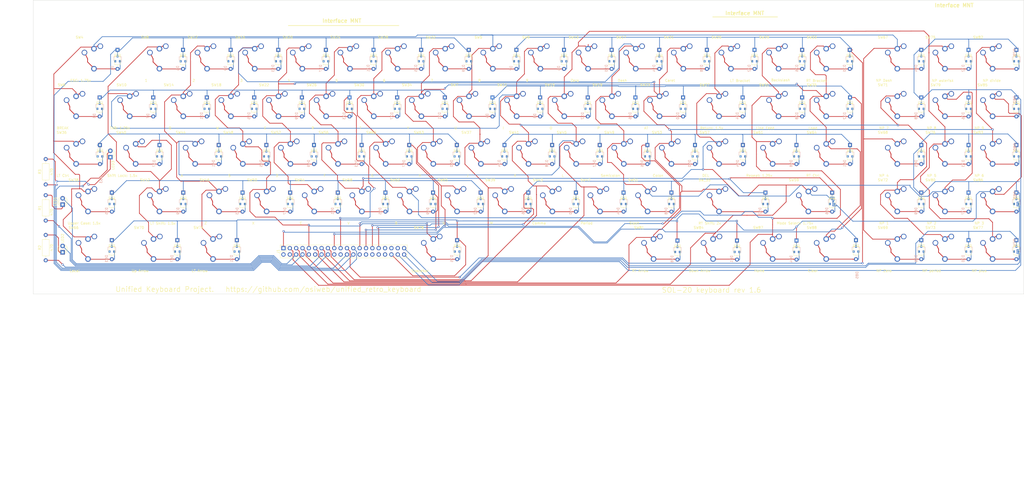
<source format=kicad_pcb>
(kicad_pcb (version 20171130) (host pcbnew "(5.1.6-0-10_14)")
  (title_block (title "Unified Retro Keyboard") (date 2020-08-15) (rev 1.6) (company OSIWeb.org) (comment 1 "SOL keyboard matrix"))
  (layers (0 F.Cu signal) (31 B.Cu signal) (34 B.Paste user) (35 F.Paste user) (36 B.SilkS user) (37 F.SilkS user) (38 B.Mask user) (39 F.Mask user) (44 Edge.Cuts user))
  (net 0 "")
  (net 1 /Row3)
  (net 2 /Row0)
  (net 3 /Row1)
  (net 4 "Net-(D5-Pad2)")
  (net 5 "Net-(D7-Pad2)")
  (net 6 "Net-(D8-Pad2)")
  (net 7 "Net-(D9-Pad2)")
  (net 8 "Net-(D10-Pad2)")
  (net 9 "Net-(D11-Pad2)")
  (net 10 "Net-(D12-Pad2)")
  (net 11 "Net-(D13-Pad2)")
  (net 12 "Net-(D14-Pad2)")
  (net 13 "Net-(D15-Pad2)")
  (net 14 "Net-(D16-Pad2)")
  (net 15 "Net-(D18-Pad2)")
  (net 16 "Net-(D19-Pad2)")
  (net 17 "Net-(D20-Pad2)")
  (net 18 "Net-(D22-Pad2)")
  (net 19 "Net-(D23-Pad2)")
  (net 20 "Net-(D24-Pad2)")
  (net 21 "Net-(D25-Pad2)")
  (net 22 "Net-(D26-Pad2)")
  (net 23 "Net-(D27-Pad2)")
  (net 24 "Net-(D28-Pad2)")
  (net 25 "Net-(D29-Pad2)")
  (net 26 "Net-(D30-Pad2)")
  (net 27 "Net-(D31-Pad2)")
  (net 28 "Net-(D32-Pad2)")
  (net 29 "Net-(D34-Pad2)")
  (net 30 "Net-(D36-Pad2)")
  (net 31 /Row4)
  (net 32 /Row5)
  (net 33 /Row7)
  (net 34 "Net-(D41-Pad2)")
  (net 35 "Net-(D42-Pad2)")
  (net 36 "Net-(D43-Pad2)")
  (net 37 "Net-(D45-Pad2)")
  (net 38 "Net-(D46-Pad2)")
  (net 39 "Net-(D47-Pad2)")
  (net 40 "Net-(D48-Pad2)")
  (net 41 "Net-(D49-Pad2)")
  (net 42 "Net-(D50-Pad2)")
  (net 43 "Net-(D51-Pad2)")
  (net 44 "Net-(D52-Pad2)")
  (net 45 "Net-(D53-Pad2)")
  (net 46 "Net-(D54-Pad2)")
  (net 47 "Net-(D55-Pad2)")
  (net 48 "Net-(D56-Pad2)")
  (net 49 "Net-(D57-Pad2)")
  (net 50 "Net-(D58-Pad2)")
  (net 51 "Net-(D59-Pad2)")
  (net 52 "Net-(D60-Pad2)")
  (net 53 "Net-(D61-Pad2)")
  (net 54 /Col0)
  (net 55 /Col1)
  (net 56 /Col2)
  (net 57 /Col3)
  (net 58 /Col4)
  (net 59 /Col5)
  (net 60 /Col6)
  (net 61 /Col7)
  (net 62 /Row6)
  (net 63 /Row2)
  (net 64 "Net-(D2-Pad2)")
  (net 65 "Net-(D3-Pad2)")
  (net 66 "Net-(D4-Pad2)")
  (net 67 "Net-(D6-Pad2)")
  (net 68 "Net-(D17-Pad2)")
  (net 69 "Net-(D21-Pad2)")
  (net 70 "Net-(D37-Pad2)")
  (net 71 "Net-(D38-Pad2)")
  (net 72 "Net-(D39-Pad2)")
  (net 73 "Net-(D40-Pad2)")
  (net 74 "Net-(D44-Pad2)")
  (net 75 "Net-(J1-Pad10)")
  (net 76 "Net-(J1-Pad12)")
  (net 77 "Net-(J1-Pad18)")
  (net 78 "Net-(J1-Pad20)")
  (net 79 "Net-(J1-Pad26)")
  (net 80 "Net-(J1-Pad28)")
  (net 81 "Net-(J1-Pad30)")
  (net 82 "Net-(J1-Pad32)")
  (net 83 "Net-(J1-Pad2)")
  (net 84 "Net-(J1-Pad4)")
  (net 85 "Net-(D1-Pad2)")
  (net 86 "Net-(D33-Pad2)")
  (net 87 "Net-(D35-Pad2)")
  (net 88 "Net-(D62-Pad2)")
  (net 89 "Net-(D63-Pad2)")
  (net 90 "Net-(D64-Pad2)")
  (net 91 "Net-(D65-Pad2)")
  (net 92 "Net-(D66-Pad2)")
  (net 93 "Net-(D67-Pad2)")
  (net 94 "Net-(D68-Pad2)")
  (net 95 "Net-(D69-Pad2)")
  (net 96 "Net-(D70-Pad2)")
  (net 97 "Net-(D71-Pad2)")
  (net 98 "Net-(D72-Pad2)")
  (net 99 "Net-(D73-Pad2)")
  (net 100 "Net-(D74-Pad2)")
  (net 101 "Net-(D75-Pad2)")
  (net 102 "Net-(D76-Pad2)")
  (net 103 "Net-(D77-Pad2)")
  (net 104 "Net-(D78-Pad2)")
  (net 105 "Net-(D79-Pad2)")
  (net 106 "Net-(D80-Pad2)")
  (net 107 "Net-(D81-Pad2)")
  (net 108 "Net-(D82-Pad2)")
  (net 109 "Net-(D83-Pad2)")
  (net 110 "Net-(D84-Pad2)")
  (net 111 "Net-(D85-Pad2)")
  (net 112 /Row11)
  (net 113 /Row12)
  (net 114 /Row10)
  (net 115 /Row9)
  (net 116 "Net-(J1-Pad8)")
  (net 117 "Net-(J1-Pad16)")
  (net 118 "Net-(J1-Pad24)")
  (net 119 "Net-(J1-Pad6)")
  (net 120 "Net-(J1-Pad14)")
  (net 121 "Net-(J1-Pad22)")
  (net 122 "Net-(LED1-Pad1)")
  (net 123 "Net-(LED2-Pad1)")
  (net 124 "Net-(LED3-Pad1)")
  (net 125 "Net-(J1-Pad33)")
  (net 126 "Net-(J1-Pad34)")
  (net 127 "Net-(J1-Pad35)")
  (net 128 "Net-(J1-Pad37)")
  (module unikbd:diode-combined (layer B.Cu) (at 237.000626 149.606 270)
    (fp_text reference D27 (at 3.81 2.12 270) (layer B.SilkS) (effects (justify mirror)))
    (fp_text value 1N4148)
    (fp_poly (pts (xy 4.1656 -0.5334) (xy 4.0132 -0.5334) (xy 4.0132 -0.9906) (xy 1.2192 -0.9906) (xy 1.2192 -1.143) (xy 4.1656 -1.143)) (layer B.Cu) (width 0.1))
    (fp_poly (pts (xy -1.2192 0.0762) (xy -3.048 0.0762) (xy -3.048 -0.0762) (xy -1.2192 -0.0762)) (layer B.Cu) (width 0.1))
    (pad 2 thru_hole oval (at 4.064 0 270) (size 1.6 1.6) (drill 0.8) (layers *.Cu *.Mask) (net 23 "Net-(D27-Pad2)"))
    (pad 1 thru_hole rect (at -3.556 0 270) (size 1.6 1.6) (drill 0.8) (layers *.Cu *.Mask) (net 62 /Row6))
    (pad 4 smd rect (at -1 0 90) (size 0.9 0.8) (layers B.Cu B.Paste B.Mask))
    (pad "" smd rect (at 1 0.95 90) (size 0.9 0.8) (layers B.Cu B.Paste B.Mask))
    (pad 3 smd rect (at 1 -0.95 90) (size 0.9 0.8) (layers B.Cu B.Paste B.Mask))
  )
  (module unikbd:diode-combined (layer B.Cu) (at 420.52113 206.756 270)
    (fp_text reference D85 (at 10.4394 -0.43053 270) (layer B.SilkS) (effects (justify mirror)))
    (fp_text value 1N4148)
    (fp_poly (pts (xy 4.1656 -0.5334) (xy 4.0132 -0.5334) (xy 4.0132 -0.9906) (xy 1.2192 -0.9906) (xy 1.2192 -1.143) (xy 4.1656 -1.143)) (layer B.Cu) (width 0.1))
    (fp_poly (pts (xy -1.2192 0.0762) (xy -3.048 0.0762) (xy -3.048 -0.0762) (xy -1.2192 -0.0762)) (layer B.Cu) (width 0.1))
    (pad 2 thru_hole oval (at 4.064 0 270) (size 1.6 1.6) (drill 0.8) (layers *.Cu *.Mask) (net 111 "Net-(D85-Pad2)"))
    (pad 1 thru_hole rect (at -3.556 0 270) (size 1.6 1.6) (drill 0.8) (layers *.Cu *.Mask) (net 115 /Row9))
    (pad 4 smd rect (at -1 0 90) (size 0.9 0.8) (layers B.Cu B.Paste B.Mask))
    (pad "" smd rect (at 1 0.95 90) (size 0.9 0.8) (layers B.Cu B.Paste B.Mask))
    (pad 3 smd rect (at 1 -0.95 90) (size 0.9 0.8) (layers B.Cu B.Paste B.Mask))
  )
  (module unikbd:diode-combined (layer B.Cu) (at 396.73403 206.9084 270)
    (fp_text reference D84 (at 3.81 2.12 270) (layer B.SilkS) (effects (justify mirror)))
    (fp_text value 1N4148)
    (fp_poly (pts (xy 4.1656 -0.5334) (xy 4.0132 -0.5334) (xy 4.0132 -0.9906) (xy 1.2192 -0.9906) (xy 1.2192 -1.143) (xy 4.1656 -1.143)) (layer B.Cu) (width 0.1))
    (fp_poly (pts (xy -1.2192 0.0762) (xy -3.048 0.0762) (xy -3.048 -0.0762) (xy -1.2192 -0.0762)) (layer B.Cu) (width 0.1))
    (pad 2 thru_hole oval (at 4.064 0 270) (size 1.6 1.6) (drill 0.8) (layers *.Cu *.Mask) (net 110 "Net-(D84-Pad2)"))
    (pad 1 thru_hole rect (at -3.556 0 270) (size 1.6 1.6) (drill 0.8) (layers *.Cu *.Mask) (net 115 /Row9))
    (pad 4 smd rect (at -1 0 90) (size 0.9 0.8) (layers B.Cu B.Paste B.Mask))
    (pad "" smd rect (at 1 0.95 90) (size 0.9 0.8) (layers B.Cu B.Paste B.Mask))
    (pad 3 smd rect (at 1 -0.95 90) (size 0.9 0.8) (layers B.Cu B.Paste B.Mask))
  )
  (module unikbd:diode-combined (layer B.Cu) (at 484.68788 187.706 270)
    (fp_text reference D83 (at -2.5654 0.60452 270) (layer B.SilkS) (effects (justify mirror)))
    (fp_text value 1N4148)
    (fp_poly (pts (xy 4.1656 -0.5334) (xy 4.0132 -0.5334) (xy 4.0132 -0.9906) (xy 1.2192 -0.9906) (xy 1.2192 -1.143) (xy 4.1656 -1.143)) (layer B.Cu) (width 0.1))
    (fp_poly (pts (xy -1.2192 0.0762) (xy -3.048 0.0762) (xy -3.048 -0.0762) (xy -1.2192 -0.0762)) (layer B.Cu) (width 0.1))
    (pad 2 thru_hole oval (at 4.064 0 270) (size 1.6 1.6) (drill 0.8) (layers *.Cu *.Mask) (net 109 "Net-(D83-Pad2)"))
    (pad 1 thru_hole rect (at -3.556 0 270) (size 1.6 1.6) (drill 0.8) (layers *.Cu *.Mask) (net 112 /Row11))
    (pad 4 smd rect (at -1 0 90) (size 0.9 0.8) (layers B.Cu B.Paste B.Mask))
    (pad "" smd rect (at 1 0.95 90) (size 0.9 0.8) (layers B.Cu B.Paste B.Mask))
    (pad 3 smd rect (at 1 -0.95 90) (size 0.9 0.8) (layers B.Cu B.Paste B.Mask))
  )
  (module unikbd:diode-combined (layer B.Cu) (at 484.68788 149.606 270)
    (fp_text reference D82 (at -2.7178 0.68072 270) (layer B.SilkS) (effects (justify mirror)))
    (fp_text value 1N4148)
    (fp_poly (pts (xy 4.1656 -0.5334) (xy 4.0132 -0.5334) (xy 4.0132 -0.9906) (xy 1.2192 -0.9906) (xy 1.2192 -1.143) (xy 4.1656 -1.143)) (layer B.Cu) (width 0.1))
    (fp_poly (pts (xy -1.2192 0.0762) (xy -3.048 0.0762) (xy -3.048 -0.0762) (xy -1.2192 -0.0762)) (layer B.Cu) (width 0.1))
    (pad 2 thru_hole oval (at 4.064 0 270) (size 1.6 1.6) (drill 0.8) (layers *.Cu *.Mask) (net 108 "Net-(D82-Pad2)"))
    (pad 1 thru_hole rect (at -3.556 0 270) (size 1.6 1.6) (drill 0.8) (layers *.Cu *.Mask) (net 114 /Row10))
    (pad 4 smd rect (at -1 0 90) (size 0.9 0.8) (layers B.Cu B.Paste B.Mask))
    (pad "" smd rect (at 1 0.95 90) (size 0.9 0.8) (layers B.Cu B.Paste B.Mask))
    (pad 3 smd rect (at 1 -0.95 90) (size 0.9 0.8) (layers B.Cu B.Paste B.Mask))
  )
  (module unikbd:diode-combined (layer B.Cu) (at 372.92153 206.9084 270)
    (fp_text reference D81 (at 3.81 2.12 270) (layer B.SilkS) (effects (justify mirror)))
    (fp_text value 1N4148)
    (fp_poly (pts (xy 4.1656 -0.5334) (xy 4.0132 -0.5334) (xy 4.0132 -0.9906) (xy 1.2192 -0.9906) (xy 1.2192 -1.143) (xy 4.1656 -1.143)) (layer B.Cu) (width 0.1))
    (fp_poly (pts (xy -1.2192 0.0762) (xy -3.048 0.0762) (xy -3.048 -0.0762) (xy -1.2192 -0.0762)) (layer B.Cu) (width 0.1))
    (pad 2 thru_hole oval (at 4.064 0 270) (size 1.6 1.6) (drill 0.8) (layers *.Cu *.Mask) (net 107 "Net-(D81-Pad2)"))
    (pad 1 thru_hole rect (at -3.556 0 270) (size 1.6 1.6) (drill 0.8) (layers *.Cu *.Mask) (net 115 /Row9))
    (pad 4 smd rect (at -1 0 90) (size 0.9 0.8) (layers B.Cu B.Paste B.Mask))
    (pad "" smd rect (at 1 0.95 90) (size 0.9 0.8) (layers B.Cu B.Paste B.Mask))
    (pad 3 smd rect (at 1 -0.95 90) (size 0.9 0.8) (layers B.Cu B.Paste B.Mask))
  )
  (module unikbd:diode-combined (layer B.Cu) (at 484.68788 168.656 270)
    (fp_text reference D80 (at -2.794 0.62992 270) (layer B.SilkS) (effects (justify mirror)))
    (fp_text value 1N4148)
    (fp_poly (pts (xy 4.1656 -0.5334) (xy 4.0132 -0.5334) (xy 4.0132 -0.9906) (xy 1.2192 -0.9906) (xy 1.2192 -1.143) (xy 4.1656 -1.143)) (layer B.Cu) (width 0.1))
    (fp_poly (pts (xy -1.2192 0.0762) (xy -3.048 0.0762) (xy -3.048 -0.0762) (xy -1.2192 -0.0762)) (layer B.Cu) (width 0.1))
    (pad 2 thru_hole oval (at 4.064 0 270) (size 1.6 1.6) (drill 0.8) (layers *.Cu *.Mask) (net 106 "Net-(D80-Pad2)"))
    (pad 1 thru_hole rect (at -3.556 0 270) (size 1.6 1.6) (drill 0.8) (layers *.Cu *.Mask) (net 112 /Row11))
    (pad 4 smd rect (at -1 0 90) (size 0.9 0.8) (layers B.Cu B.Paste B.Mask))
    (pad "" smd rect (at 1 0.95 90) (size 0.9 0.8) (layers B.Cu B.Paste B.Mask))
    (pad 3 smd rect (at 1 -0.95 90) (size 0.9 0.8) (layers B.Cu B.Paste B.Mask))
  )
  (module unikbd:diode-combined (layer B.Cu) (at 484.68788 130.556 270)
    (fp_text reference D79 (at -2.5654 0.68072 270) (layer B.SilkS) (effects (justify mirror)))
    (fp_text value 1N4148)
    (fp_poly (pts (xy 4.1656 -0.5334) (xy 4.0132 -0.5334) (xy 4.0132 -0.9906) (xy 1.2192 -0.9906) (xy 1.2192 -1.143) (xy 4.1656 -1.143)) (layer B.Cu) (width 0.1))
    (fp_poly (pts (xy -1.2192 0.0762) (xy -3.048 0.0762) (xy -3.048 -0.0762) (xy -1.2192 -0.0762)) (layer B.Cu) (width 0.1))
    (pad 2 thru_hole oval (at 4.064 0 270) (size 1.6 1.6) (drill 0.8) (layers *.Cu *.Mask) (net 105 "Net-(D79-Pad2)"))
    (pad 1 thru_hole rect (at -3.556 0 270) (size 1.6 1.6) (drill 0.8) (layers *.Cu *.Mask) (net 114 /Row10))
    (pad 4 smd rect (at -1 0 90) (size 0.9 0.8) (layers B.Cu B.Paste B.Mask))
    (pad "" smd rect (at 1 0.95 90) (size 0.9 0.8) (layers B.Cu B.Paste B.Mask))
    (pad 3 smd rect (at 1 -0.95 90) (size 0.9 0.8) (layers B.Cu B.Paste B.Mask))
  )
  (module unikbd:diode-combined (layer B.Cu) (at 349.10903 206.9084 270)
    (fp_text reference D78 (at 3.81 2.12 270) (layer B.SilkS) (effects (justify mirror)))
    (fp_text value 1N4148)
    (fp_poly (pts (xy 4.1656 -0.5334) (xy 4.0132 -0.5334) (xy 4.0132 -0.9906) (xy 1.2192 -0.9906) (xy 1.2192 -1.143) (xy 4.1656 -1.143)) (layer B.Cu) (width 0.1))
    (fp_poly (pts (xy -1.2192 0.0762) (xy -3.048 0.0762) (xy -3.048 -0.0762) (xy -1.2192 -0.0762)) (layer B.Cu) (width 0.1))
    (pad 2 thru_hole oval (at 4.064 0 270) (size 1.6 1.6) (drill 0.8) (layers *.Cu *.Mask) (net 104 "Net-(D78-Pad2)"))
    (pad 1 thru_hole rect (at -3.556 0 270) (size 1.6 1.6) (drill 0.8) (layers *.Cu *.Mask) (net 115 /Row9))
    (pad 4 smd rect (at -1 0 90) (size 0.9 0.8) (layers B.Cu B.Paste B.Mask))
    (pad "" smd rect (at 1 0.95 90) (size 0.9 0.8) (layers B.Cu B.Paste B.Mask))
    (pad 3 smd rect (at 1 -0.95 90) (size 0.9 0.8) (layers B.Cu B.Paste B.Mask))
  )
  (module unikbd:diode-combined (layer B.Cu) (at 465.53628 187.706 270)
    (fp_text reference D77 (at 3.81 2.12 270) (layer B.SilkS) (effects (justify mirror)))
    (fp_text value 1N4148)
    (fp_poly (pts (xy 4.1656 -0.5334) (xy 4.0132 -0.5334) (xy 4.0132 -0.9906) (xy 1.2192 -0.9906) (xy 1.2192 -1.143) (xy 4.1656 -1.143)) (layer B.Cu) (width 0.1))
    (fp_poly (pts (xy -1.2192 0.0762) (xy -3.048 0.0762) (xy -3.048 -0.0762) (xy -1.2192 -0.0762)) (layer B.Cu) (width 0.1))
    (pad 2 thru_hole oval (at 4.064 0 270) (size 1.6 1.6) (drill 0.8) (layers *.Cu *.Mask) (net 103 "Net-(D77-Pad2)"))
    (pad 1 thru_hole rect (at -3.556 0 270) (size 1.6 1.6) (drill 0.8) (layers *.Cu *.Mask) (net 112 /Row11))
    (pad 4 smd rect (at -1 0 90) (size 0.9 0.8) (layers B.Cu B.Paste B.Mask))
    (pad "" smd rect (at 1 0.95 90) (size 0.9 0.8) (layers B.Cu B.Paste B.Mask))
    (pad 3 smd rect (at 1 -0.95 90) (size 0.9 0.8) (layers B.Cu B.Paste B.Mask))
  )
  (module unikbd:diode-combined (layer B.Cu) (at 465.53628 149.606 270)
    (fp_text reference D76 (at 3.81 2.12 270) (layer B.SilkS) (effects (justify mirror)))
    (fp_text value 1N4148)
    (fp_poly (pts (xy 4.1656 -0.5334) (xy 4.0132 -0.5334) (xy 4.0132 -0.9906) (xy 1.2192 -0.9906) (xy 1.2192 -1.143) (xy 4.1656 -1.143)) (layer B.Cu) (width 0.1))
    (fp_poly (pts (xy -1.2192 0.0762) (xy -3.048 0.0762) (xy -3.048 -0.0762) (xy -1.2192 -0.0762)) (layer B.Cu) (width 0.1))
    (pad 2 thru_hole oval (at 4.064 0 270) (size 1.6 1.6) (drill 0.8) (layers *.Cu *.Mask) (net 102 "Net-(D76-Pad2)"))
    (pad 1 thru_hole rect (at -3.556 0 270) (size 1.6 1.6) (drill 0.8) (layers *.Cu *.Mask) (net 114 /Row10))
    (pad 4 smd rect (at -1 0 90) (size 0.9 0.8) (layers B.Cu B.Paste B.Mask))
    (pad "" smd rect (at 1 0.95 90) (size 0.9 0.8) (layers B.Cu B.Paste B.Mask))
    (pad 3 smd rect (at 1 -0.95 90) (size 0.9 0.8) (layers B.Cu B.Paste B.Mask))
  )
  (module unikbd:diode-combined (layer B.Cu) (at 260.97738 206.756 270)
    (fp_text reference D75 (at 3.81 2.12 270) (layer B.SilkS) (effects (justify mirror)))
    (fp_text value 1N4148 hide)
    (fp_poly (pts (xy 4.1656 -0.5334) (xy 4.0132 -0.5334) (xy 4.0132 -0.9906) (xy 1.2192 -0.9906) (xy 1.2192 -1.143) (xy 4.1656 -1.143)) (layer B.Cu) (width 0.1))
    (fp_poly (pts (xy -1.2192 0.0762) (xy -3.048 0.0762) (xy -3.048 -0.0762) (xy -1.2192 -0.0762)) (layer B.Cu) (width 0.1))
    (pad 2 thru_hole oval (at 4.064 0 270) (size 1.6 1.6) (drill 0.8) (layers *.Cu *.Mask) (net 101 "Net-(D75-Pad2)"))
    (pad 1 thru_hole rect (at -3.556 0 270) (size 1.6 1.6) (drill 0.8) (layers *.Cu *.Mask) (net 115 /Row9))
    (pad 4 smd rect (at -1 0 90) (size 0.9 0.8) (layers B.Cu B.Paste B.Mask))
    (pad "" smd rect (at 1 0.95 90) (size 0.9 0.8) (layers B.Cu B.Paste B.Mask))
    (pad 3 smd rect (at 1 -0.95 90) (size 0.9 0.8) (layers B.Cu B.Paste B.Mask))
  )
  (module unikbd:diode-combined (layer B.Cu) (at 484.68788 206.756 270)
    (fp_text reference D74 (at -2.6162 0.68072 270) (layer B.SilkS) (effects (justify mirror)))
    (fp_text value 1N4148)
    (fp_poly (pts (xy 4.1656 -0.5334) (xy 4.0132 -0.5334) (xy 4.0132 -0.9906) (xy 1.2192 -0.9906) (xy 1.2192 -1.143) (xy 4.1656 -1.143)) (layer B.Cu) (width 0.1))
    (fp_poly (pts (xy -1.2192 0.0762) (xy -3.048 0.0762) (xy -3.048 -0.0762) (xy -1.2192 -0.0762)) (layer B.Cu) (width 0.1))
    (pad 2 thru_hole oval (at 4.064 0 270) (size 1.6 1.6) (drill 0.8) (layers *.Cu *.Mask) (net 100 "Net-(D74-Pad2)"))
    (pad 1 thru_hole rect (at -3.556 0 270) (size 1.6 1.6) (drill 0.8) (layers *.Cu *.Mask) (net 113 /Row12))
    (pad 4 smd rect (at -1 0 90) (size 0.9 0.8) (layers B.Cu B.Paste B.Mask))
    (pad "" smd rect (at 1 0.95 90) (size 0.9 0.8) (layers B.Cu B.Paste B.Mask))
    (pad 3 smd rect (at 1 -0.95 90) (size 0.9 0.8) (layers B.Cu B.Paste B.Mask))
  )
  (module unikbd:diode-combined (layer B.Cu) (at 465.53628 168.656 270)
    (fp_text reference D73 (at 3.81 2.12 270) (layer B.SilkS) (effects (justify mirror)))
    (fp_text value 1N4148)
    (fp_poly (pts (xy 4.1656 -0.5334) (xy 4.0132 -0.5334) (xy 4.0132 -0.9906) (xy 1.2192 -0.9906) (xy 1.2192 -1.143) (xy 4.1656 -1.143)) (layer B.Cu) (width 0.1))
    (fp_poly (pts (xy -1.2192 0.0762) (xy -3.048 0.0762) (xy -3.048 -0.0762) (xy -1.2192 -0.0762)) (layer B.Cu) (width 0.1))
    (pad 2 thru_hole oval (at 4.064 0 270) (size 1.6 1.6) (drill 0.8) (layers *.Cu *.Mask) (net 99 "Net-(D73-Pad2)"))
    (pad 1 thru_hole rect (at -3.556 0 270) (size 1.6 1.6) (drill 0.8) (layers *.Cu *.Mask) (net 112 /Row11))
    (pad 4 smd rect (at -1 0 90) (size 0.9 0.8) (layers B.Cu B.Paste B.Mask))
    (pad "" smd rect (at 1 0.95 90) (size 0.9 0.8) (layers B.Cu B.Paste B.Mask))
    (pad 3 smd rect (at 1 -0.95 90) (size 0.9 0.8) (layers B.Cu B.Paste B.Mask))
  )
  (module unikbd:diode-combined (layer B.Cu) (at 465.53628 130.556 270)
    (fp_text reference D72 (at 3.81 2.12 270) (layer B.SilkS) (effects (justify mirror)))
    (fp_text value 1N4148)
    (fp_poly (pts (xy 4.1656 -0.5334) (xy 4.0132 -0.5334) (xy 4.0132 -0.9906) (xy 1.2192 -0.9906) (xy 1.2192 -1.143) (xy 4.1656 -1.143)) (layer B.Cu) (width 0.1))
    (fp_poly (pts (xy -1.2192 0.0762) (xy -3.048 0.0762) (xy -3.048 -0.0762) (xy -1.2192 -0.0762)) (layer B.Cu) (width 0.1))
    (pad 2 thru_hole oval (at 4.064 0 270) (size 1.6 1.6) (drill 0.8) (layers *.Cu *.Mask) (net 98 "Net-(D72-Pad2)"))
    (pad 1 thru_hole rect (at -3.556 0 270) (size 1.6 1.6) (drill 0.8) (layers *.Cu *.Mask) (net 114 /Row10))
    (pad 4 smd rect (at -1 0 90) (size 0.9 0.8) (layers B.Cu B.Paste B.Mask))
    (pad "" smd rect (at 1 0.95 90) (size 0.9 0.8) (layers B.Cu B.Paste B.Mask))
    (pad 3 smd rect (at 1 -0.95 90) (size 0.9 0.8) (layers B.Cu B.Paste B.Mask))
  )
  (module unikbd:diode-combined (layer B.Cu) (at 172.87113 206.756 270)
    (fp_text reference D71 (at 3.81 2.12 270) (layer B.SilkS) (effects (justify mirror)))
    (fp_text value 1N4148)
    (fp_poly (pts (xy 4.1656 -0.5334) (xy 4.0132 -0.5334) (xy 4.0132 -0.9906) (xy 1.2192 -0.9906) (xy 1.2192 -1.143) (xy 4.1656 -1.143)) (layer B.Cu) (width 0.1))
    (fp_poly (pts (xy -1.2192 0.0762) (xy -3.048 0.0762) (xy -3.048 -0.0762) (xy -1.2192 -0.0762)) (layer B.Cu) (width 0.1))
    (pad 2 thru_hole oval (at 4.064 0 270) (size 1.6 1.6) (drill 0.8) (layers *.Cu *.Mask) (net 97 "Net-(D71-Pad2)"))
    (pad 1 thru_hole rect (at -3.556 0 270) (size 1.6 1.6) (drill 0.8) (layers *.Cu *.Mask) (net 115 /Row9))
    (pad 4 smd rect (at -1 0 90) (size 0.9 0.8) (layers B.Cu B.Paste B.Mask))
    (pad "" smd rect (at 1 0.95 90) (size 0.9 0.8) (layers B.Cu B.Paste B.Mask))
    (pad 3 smd rect (at 1 -0.95 90) (size 0.9 0.8) (layers B.Cu B.Paste B.Mask))
  )
  (module unikbd:diode-combined (layer B.Cu) (at 465.53628 206.756 270)
    (fp_text reference D70 (at 3.81 2.12 270) (layer B.SilkS) (effects (justify mirror)))
    (fp_text value 1N4148)
    (fp_poly (pts (xy 4.1656 -0.5334) (xy 4.0132 -0.5334) (xy 4.0132 -0.9906) (xy 1.2192 -0.9906) (xy 1.2192 -1.143) (xy 4.1656 -1.143)) (layer B.Cu) (width 0.1))
    (fp_poly (pts (xy -1.2192 0.0762) (xy -3.048 0.0762) (xy -3.048 -0.0762) (xy -1.2192 -0.0762)) (layer B.Cu) (width 0.1))
    (pad 2 thru_hole oval (at 4.064 0 270) (size 1.6 1.6) (drill 0.8) (layers *.Cu *.Mask) (net 96 "Net-(D70-Pad2)"))
    (pad 1 thru_hole rect (at -3.556 0 270) (size 1.6 1.6) (drill 0.8) (layers *.Cu *.Mask) (net 113 /Row12))
    (pad 4 smd rect (at -1 0 90) (size 0.9 0.8) (layers B.Cu B.Paste B.Mask))
    (pad "" smd rect (at 1 0.95 90) (size 0.9 0.8) (layers B.Cu B.Paste B.Mask))
    (pad 3 smd rect (at 1 -0.95 90) (size 0.9 0.8) (layers B.Cu B.Paste B.Mask))
  )
  (module unikbd:diode-combined (layer B.Cu) (at 446.6463 187.706 270)
    (fp_text reference D69 (at 3.81 2.12 270) (layer B.SilkS) (effects (justify mirror)))
    (fp_text value 1N4148)
    (fp_poly (pts (xy 4.1656 -0.5334) (xy 4.0132 -0.5334) (xy 4.0132 -0.9906) (xy 1.2192 -0.9906) (xy 1.2192 -1.143) (xy 4.1656 -1.143)) (layer B.Cu) (width 0.1))
    (fp_poly (pts (xy -1.2192 0.0762) (xy -3.048 0.0762) (xy -3.048 -0.0762) (xy -1.2192 -0.0762)) (layer B.Cu) (width 0.1))
    (pad 2 thru_hole oval (at 4.064 0 270) (size 1.6 1.6) (drill 0.8) (layers *.Cu *.Mask) (net 95 "Net-(D69-Pad2)"))
    (pad 1 thru_hole rect (at -3.556 0 270) (size 1.6 1.6) (drill 0.8) (layers *.Cu *.Mask) (net 112 /Row11))
    (pad 4 smd rect (at -1 0 90) (size 0.9 0.8) (layers B.Cu B.Paste B.Mask))
    (pad "" smd rect (at 1 0.95 90) (size 0.9 0.8) (layers B.Cu B.Paste B.Mask))
    (pad 3 smd rect (at 1 -0.95 90) (size 0.9 0.8) (layers B.Cu B.Paste B.Mask))
  )
  (module unikbd:diode-combined (layer B.Cu) (at 446.6463 149.606 270)
    (fp_text reference D68 (at 3.81 2.12 270) (layer B.SilkS) (effects (justify mirror)))
    (fp_text value 1N4148)
    (fp_poly (pts (xy 4.1656 -0.5334) (xy 4.0132 -0.5334) (xy 4.0132 -0.9906) (xy 1.2192 -0.9906) (xy 1.2192 -1.143) (xy 4.1656 -1.143)) (layer B.Cu) (width 0.1))
    (fp_poly (pts (xy -1.2192 0.0762) (xy -3.048 0.0762) (xy -3.048 -0.0762) (xy -1.2192 -0.0762)) (layer B.Cu) (width 0.1))
    (pad 2 thru_hole oval (at 4.064 0 270) (size 1.6 1.6) (drill 0.8) (layers *.Cu *.Mask) (net 94 "Net-(D68-Pad2)"))
    (pad 1 thru_hole rect (at -3.556 0 270) (size 1.6 1.6) (drill 0.8) (layers *.Cu *.Mask) (net 114 /Row10))
    (pad 4 smd rect (at -1 0 90) (size 0.9 0.8) (layers B.Cu B.Paste B.Mask))
    (pad "" smd rect (at 1 0.95 90) (size 0.9 0.8) (layers B.Cu B.Paste B.Mask))
    (pad 3 smd rect (at 1 -0.95 90) (size 0.9 0.8) (layers B.Cu B.Paste B.Mask))
  )
  (module unikbd:diode-combined (layer B.Cu) (at 149.05863 206.756 270)
    (fp_text reference D67 (at 3.81 2.12 270) (layer B.SilkS) (effects (justify mirror)))
    (fp_text value 1N4148)
    (fp_poly (pts (xy 4.1656 -0.5334) (xy 4.0132 -0.5334) (xy 4.0132 -0.9906) (xy 1.2192 -0.9906) (xy 1.2192 -1.143) (xy 4.1656 -1.143)) (layer B.Cu) (width 0.1))
    (fp_poly (pts (xy -1.2192 0.0762) (xy -3.048 0.0762) (xy -3.048 -0.0762) (xy -1.2192 -0.0762)) (layer B.Cu) (width 0.1))
    (pad 2 thru_hole oval (at 4.064 0 270) (size 1.6 1.6) (drill 0.8) (layers *.Cu *.Mask) (net 93 "Net-(D67-Pad2)"))
    (pad 1 thru_hole rect (at -3.556 0 270) (size 1.6 1.6) (drill 0.8) (layers *.Cu *.Mask) (net 115 /Row9))
    (pad 4 smd rect (at -1 0 90) (size 0.9 0.8) (layers B.Cu B.Paste B.Mask))
    (pad "" smd rect (at 1 0.95 90) (size 0.9 0.8) (layers B.Cu B.Paste B.Mask))
    (pad 3 smd rect (at 1 -0.95 90) (size 0.9 0.8) (layers B.Cu B.Paste B.Mask))
  )
  (module unikbd:diode-combined (layer B.Cu) (at 446.6463 206.756 270)
    (fp_text reference D66 (at 3.81 2.12 270) (layer B.SilkS) (effects (justify mirror)))
    (fp_text value 1N4148)
    (fp_poly (pts (xy 4.1656 -0.5334) (xy 4.0132 -0.5334) (xy 4.0132 -0.9906) (xy 1.2192 -0.9906) (xy 1.2192 -1.143) (xy 4.1656 -1.143)) (layer B.Cu) (width 0.1))
    (fp_poly (pts (xy -1.2192 0.0762) (xy -3.048 0.0762) (xy -3.048 -0.0762) (xy -1.2192 -0.0762)) (layer B.Cu) (width 0.1))
    (pad 2 thru_hole oval (at 4.064 0 270) (size 1.6 1.6) (drill 0.8) (layers *.Cu *.Mask) (net 92 "Net-(D66-Pad2)"))
    (pad 1 thru_hole rect (at -3.556 0 270) (size 1.6 1.6) (drill 0.8) (layers *.Cu *.Mask) (net 113 /Row12))
    (pad 4 smd rect (at -1 0 90) (size 0.9 0.8) (layers B.Cu B.Paste B.Mask))
    (pad "" smd rect (at 1 0.95 90) (size 0.9 0.8) (layers B.Cu B.Paste B.Mask))
    (pad 3 smd rect (at 1 -0.95 90) (size 0.9 0.8) (layers B.Cu B.Paste B.Mask))
  )
  (module unikbd:diode-combined (layer B.Cu) (at 446.6463 168.656 270)
    (fp_text reference D65 (at 3.81 2.12 270) (layer B.SilkS) (effects (justify mirror)))
    (fp_text value 1N4148)
    (fp_poly (pts (xy 4.1656 -0.5334) (xy 4.0132 -0.5334) (xy 4.0132 -0.9906) (xy 1.2192 -0.9906) (xy 1.2192 -1.143) (xy 4.1656 -1.143)) (layer B.Cu) (width 0.1))
    (fp_poly (pts (xy -1.2192 0.0762) (xy -3.048 0.0762) (xy -3.048 -0.0762) (xy -1.2192 -0.0762)) (layer B.Cu) (width 0.1))
    (pad 2 thru_hole oval (at 4.064 0 270) (size 1.6 1.6) (drill 0.8) (layers *.Cu *.Mask) (net 91 "Net-(D65-Pad2)"))
    (pad 1 thru_hole rect (at -3.556 0 270) (size 1.6 1.6) (drill 0.8) (layers *.Cu *.Mask) (net 112 /Row11))
    (pad 4 smd rect (at -1 0 90) (size 0.9 0.8) (layers B.Cu B.Paste B.Mask))
    (pad "" smd rect (at 1 0.95 90) (size 0.9 0.8) (layers B.Cu B.Paste B.Mask))
    (pad 3 smd rect (at 1 -0.95 90) (size 0.9 0.8) (layers B.Cu B.Paste B.Mask))
  )
  (module unikbd:diode-combined (layer B.Cu) (at 446.6463 130.556 270)
    (fp_text reference D64 (at 3.81 2.12 270) (layer B.SilkS) (effects (justify mirror)))
    (fp_text value 1N4148)
    (fp_poly (pts (xy 4.1656 -0.5334) (xy 4.0132 -0.5334) (xy 4.0132 -0.9906) (xy 1.2192 -0.9906) (xy 1.2192 -1.143) (xy 4.1656 -1.143)) (layer B.Cu) (width 0.1))
    (fp_poly (pts (xy -1.2192 0.0762) (xy -3.048 0.0762) (xy -3.048 -0.0762) (xy -1.2192 -0.0762)) (layer B.Cu) (width 0.1))
    (pad 2 thru_hole oval (at 4.064 0 270) (size 1.6 1.6) (drill 0.8) (layers *.Cu *.Mask) (net 90 "Net-(D64-Pad2)"))
    (pad 1 thru_hole rect (at -3.556 0 270) (size 1.6 1.6) (drill 0.8) (layers *.Cu *.Mask) (net 114 /Row10))
    (pad 4 smd rect (at -1 0 90) (size 0.9 0.8) (layers B.Cu B.Paste B.Mask))
    (pad "" smd rect (at 1 0.95 90) (size 0.9 0.8) (layers B.Cu B.Paste B.Mask))
    (pad 3 smd rect (at 1 -0.95 90) (size 0.9 0.8) (layers B.Cu B.Paste B.Mask))
  )
  (module unikbd:diode-combined (layer B.Cu) (at 122.86488 206.756 270)
    (fp_text reference D63 (at 3.81 2.12 270) (layer B.SilkS) (effects (justify mirror)))
    (fp_text value 1N4148)
    (fp_poly (pts (xy 4.1656 -0.5334) (xy 4.0132 -0.5334) (xy 4.0132 -0.9906) (xy 1.2192 -0.9906) (xy 1.2192 -1.143) (xy 4.1656 -1.143)) (layer B.Cu) (width 0.1))
    (fp_poly (pts (xy -1.2192 0.0762) (xy -3.048 0.0762) (xy -3.048 -0.0762) (xy -1.2192 -0.0762)) (layer B.Cu) (width 0.1))
    (pad 2 thru_hole oval (at 4.064 0 270) (size 1.6 1.6) (drill 0.8) (layers *.Cu *.Mask) (net 89 "Net-(D63-Pad2)"))
    (pad 1 thru_hole rect (at -3.556 0 270) (size 1.6 1.6) (drill 0.8) (layers *.Cu *.Mask) (net 115 /Row9))
    (pad 4 smd rect (at -1 0 90) (size 0.9 0.8) (layers B.Cu B.Paste B.Mask))
    (pad "" smd rect (at 1 0.95 90) (size 0.9 0.8) (layers B.Cu B.Paste B.Mask))
    (pad 3 smd rect (at 1 -0.95 90) (size 0.9 0.8) (layers B.Cu B.Paste B.Mask))
  )
  (module unikbd:diode-combined (layer B.Cu) (at 270.40078 187.706 270)
    (fp_text reference D62 (at 3.81 2.12 270) (layer B.SilkS) (effects (justify mirror)))
    (fp_text value 1N4148)
    (fp_poly (pts (xy 4.1656 -0.5334) (xy 4.0132 -0.5334) (xy 4.0132 -0.9906) (xy 1.2192 -0.9906) (xy 1.2192 -1.143) (xy 4.1656 -1.143)) (layer B.Cu) (width 0.1))
    (fp_poly (pts (xy -1.2192 0.0762) (xy -3.048 0.0762) (xy -3.048 -0.0762) (xy -1.2192 -0.0762)) (layer B.Cu) (width 0.1))
    (pad 2 thru_hole oval (at 4.064 0 270) (size 1.6 1.6) (drill 0.8) (layers *.Cu *.Mask) (net 88 "Net-(D62-Pad2)"))
    (pad 1 thru_hole rect (at -3.556 0 270) (size 1.6 1.6) (drill 0.8) (layers *.Cu *.Mask) (net 63 /Row2))
    (pad 4 smd rect (at -1 0 90) (size 0.9 0.8) (layers B.Cu B.Paste B.Mask))
    (pad "" smd rect (at 1 0.95 90) (size 0.9 0.8) (layers B.Cu B.Paste B.Mask))
    (pad 3 smd rect (at 1 -0.95 90) (size 0.9 0.8) (layers B.Cu B.Paste B.Mask))
  )
  (module unikbd:diode-combined (layer B.Cu) (at 418.13988 168.656 270)
    (fp_text reference D61 (at 3.81 2.12 270) (layer B.SilkS) (effects (justify mirror)))
    (fp_text value 1N4148)
    (fp_poly (pts (xy 4.1656 -0.5334) (xy 4.0132 -0.5334) (xy 4.0132 -0.9906) (xy 1.2192 -0.9906) (xy 1.2192 -1.143) (xy 4.1656 -1.143)) (layer B.Cu) (width 0.1))
    (fp_poly (pts (xy -1.2192 0.0762) (xy -3.048 0.0762) (xy -3.048 -0.0762) (xy -1.2192 -0.0762)) (layer B.Cu) (width 0.1))
    (pad 2 thru_hole oval (at 4.064 0 270) (size 1.6 1.6) (drill 0.8) (layers *.Cu *.Mask) (net 53 "Net-(D61-Pad2)"))
    (pad 1 thru_hole rect (at -3.556 0 270) (size 1.6 1.6) (drill 0.8) (layers *.Cu *.Mask) (net 3 /Row1))
    (pad 4 smd rect (at -1 0 90) (size 0.9 0.8) (layers B.Cu B.Paste B.Mask))
    (pad "" smd rect (at 1 0.95 90) (size 0.9 0.8) (layers B.Cu B.Paste B.Mask))
    (pad 3 smd rect (at 1 -0.95 90) (size 0.9 0.8) (layers B.Cu B.Paste B.Mask))
  )
  (module unikbd:diode-combined (layer B.Cu) (at 260.87578 168.656 270)
    (fp_text reference D60 (at 3.81 2.12 270) (layer B.SilkS) (effects (justify mirror)))
    (fp_text value 1N4148)
    (fp_poly (pts (xy 4.1656 -0.5334) (xy 4.0132 -0.5334) (xy 4.0132 -0.9906) (xy 1.2192 -0.9906) (xy 1.2192 -1.143) (xy 4.1656 -1.143)) (layer B.Cu) (width 0.1))
    (fp_poly (pts (xy -1.2192 0.0762) (xy -3.048 0.0762) (xy -3.048 -0.0762) (xy -1.2192 -0.0762)) (layer B.Cu) (width 0.1))
    (pad 2 thru_hole oval (at 4.064 0 270) (size 1.6 1.6) (drill 0.8) (layers *.Cu *.Mask) (net 52 "Net-(D60-Pad2)"))
    (pad 1 thru_hole rect (at -3.556 0 270) (size 1.6 1.6) (drill 0.8) (layers *.Cu *.Mask) (net 2 /Row0))
    (pad 4 smd rect (at -1 0 90) (size 0.9 0.8) (layers B.Cu B.Paste B.Mask))
    (pad "" smd rect (at 1 0.95 90) (size 0.9 0.8) (layers B.Cu B.Paste B.Mask))
    (pad 3 smd rect (at 1 -0.95 90) (size 0.9 0.8) (layers B.Cu B.Paste B.Mask))
  )
  (module unikbd:diode-combined (layer B.Cu) (at 251.35078 187.706 270)
    (fp_text reference D59 (at 3.81 2.06502 270) (layer B.SilkS) (effects (justify mirror)))
    (fp_text value 1N4148)
    (fp_poly (pts (xy 4.1656 -0.5334) (xy 4.0132 -0.5334) (xy 4.0132 -0.9906) (xy 1.2192 -0.9906) (xy 1.2192 -1.143) (xy 4.1656 -1.143)) (layer B.Cu) (width 0.1))
    (fp_poly (pts (xy -1.2192 0.0762) (xy -3.048 0.0762) (xy -3.048 -0.0762) (xy -1.2192 -0.0762)) (layer B.Cu) (width 0.1))
    (pad 2 thru_hole oval (at 4.064 0 270) (size 1.6 1.6) (drill 0.8) (layers *.Cu *.Mask) (net 51 "Net-(D59-Pad2)"))
    (pad 1 thru_hole rect (at -3.556 0 270) (size 1.6 1.6) (drill 0.8) (layers *.Cu *.Mask) (net 63 /Row2))
    (pad 4 smd rect (at -1 0 90) (size 0.9 0.8) (layers B.Cu B.Paste B.Mask))
    (pad "" smd rect (at 1 0.95 90) (size 0.9 0.8) (layers B.Cu B.Paste B.Mask))
    (pad 3 smd rect (at 1 -0.95 90) (size 0.9 0.8) (layers B.Cu B.Paste B.Mask))
  )
  (module unikbd:diode-combined (layer B.Cu) (at 396.70863 168.656 270)
    (fp_text reference D58 (at 3.81 2.12 270) (layer B.SilkS) (effects (justify mirror)))
    (fp_text value 1N4148)
    (fp_poly (pts (xy 4.1656 -0.5334) (xy 4.0132 -0.5334) (xy 4.0132 -0.9906) (xy 1.2192 -0.9906) (xy 1.2192 -1.143) (xy 4.1656 -1.143)) (layer B.Cu) (width 0.1))
    (fp_poly (pts (xy -1.2192 0.0762) (xy -3.048 0.0762) (xy -3.048 -0.0762) (xy -1.2192 -0.0762)) (layer B.Cu) (width 0.1))
    (pad 2 thru_hole oval (at 4.064 0 270) (size 1.6 1.6) (drill 0.8) (layers *.Cu *.Mask) (net 50 "Net-(D58-Pad2)"))
    (pad 1 thru_hole rect (at -3.556 0 270) (size 1.6 1.6) (drill 0.8) (layers *.Cu *.Mask) (net 3 /Row1))
    (pad 4 smd rect (at -1 0 90) (size 0.9 0.8) (layers B.Cu B.Paste B.Mask))
    (pad "" smd rect (at 1 0.95 90) (size 0.9 0.8) (layers B.Cu B.Paste B.Mask))
    (pad 3 smd rect (at 1 -0.95 90) (size 0.9 0.8) (layers B.Cu B.Paste B.Mask))
  )
  (module unikbd:diode-combined (layer B.Cu) (at 241.82578 168.656 270)
    (fp_text reference D57 (at 3.81 2.12 270) (layer B.SilkS) (effects (justify mirror)))
    (fp_text value 1N4148)
    (fp_poly (pts (xy 4.1656 -0.5334) (xy 4.0132 -0.5334) (xy 4.0132 -0.9906) (xy 1.2192 -0.9906) (xy 1.2192 -1.143) (xy 4.1656 -1.143)) (layer B.Cu) (width 0.1))
    (fp_poly (pts (xy -1.2192 0.0762) (xy -3.048 0.0762) (xy -3.048 -0.0762) (xy -1.2192 -0.0762)) (layer B.Cu) (width 0.1))
    (pad 2 thru_hole oval (at 4.064 0 270) (size 1.6 1.6) (drill 0.8) (layers *.Cu *.Mask) (net 49 "Net-(D57-Pad2)"))
    (pad 1 thru_hole rect (at -3.556 0 270) (size 1.6 1.6) (drill 0.8) (layers *.Cu *.Mask) (net 2 /Row0))
    (pad 4 smd rect (at -1 0 90) (size 0.9 0.8) (layers B.Cu B.Paste B.Mask))
    (pad "" smd rect (at 1 0.95 90) (size 0.9 0.8) (layers B.Cu B.Paste B.Mask))
    (pad 3 smd rect (at 1 -0.95 90) (size 0.9 0.8) (layers B.Cu B.Paste B.Mask))
  )
  (module unikbd:diode-combined (layer B.Cu) (at 410.99613 187.706 270)
    (fp_text reference D56 (at 3.81 2.12 270) (layer B.SilkS) (effects (justify mirror)))
    (fp_text value 1N4148)
    (fp_poly (pts (xy 4.1656 -0.5334) (xy 4.0132 -0.5334) (xy 4.0132 -0.9906) (xy 1.2192 -0.9906) (xy 1.2192 -1.143) (xy 4.1656 -1.143)) (layer B.Cu) (width 0.1))
    (fp_poly (pts (xy -1.2192 0.0762) (xy -3.048 0.0762) (xy -3.048 -0.0762) (xy -1.2192 -0.0762)) (layer B.Cu) (width 0.1))
    (pad 2 thru_hole oval (at 4.064 0 270) (size 1.6 1.6) (drill 0.8) (layers *.Cu *.Mask) (net 48 "Net-(D56-Pad2)"))
    (pad 1 thru_hole rect (at -3.556 0 270) (size 1.6 1.6) (drill 0.8) (layers *.Cu *.Mask) (net 1 /Row3))
    (pad 4 smd rect (at -1 0 90) (size 0.9 0.8) (layers B.Cu B.Paste B.Mask))
    (pad "" smd rect (at 1 0.95 90) (size 0.9 0.8) (layers B.Cu B.Paste B.Mask))
    (pad 3 smd rect (at 1 -0.95 90) (size 0.9 0.8) (layers B.Cu B.Paste B.Mask))
  )
  (module unikbd:diode-combined (layer B.Cu) (at 232.30078 187.706 270)
    (fp_text reference D55 (at 3.81 2.12 270) (layer B.SilkS) (effects (justify mirror)))
    (fp_text value 1N4148)
    (fp_poly (pts (xy 4.1656 -0.5334) (xy 4.0132 -0.5334) (xy 4.0132 -0.9906) (xy 1.2192 -0.9906) (xy 1.2192 -1.143) (xy 4.1656 -1.143)) (layer B.Cu) (width 0.1))
    (fp_poly (pts (xy -1.2192 0.0762) (xy -3.048 0.0762) (xy -3.048 -0.0762) (xy -1.2192 -0.0762)) (layer B.Cu) (width 0.1))
    (pad 2 thru_hole oval (at 4.064 0 270) (size 1.6 1.6) (drill 0.8) (layers *.Cu *.Mask) (net 47 "Net-(D55-Pad2)"))
    (pad 1 thru_hole rect (at -3.556 0 270) (size 1.6 1.6) (drill 0.8) (layers *.Cu *.Mask) (net 63 /Row2))
    (pad 4 smd rect (at -1 0 90) (size 0.9 0.8) (layers B.Cu B.Paste B.Mask))
    (pad "" smd rect (at 1 0.95 90) (size 0.9 0.8) (layers B.Cu B.Paste B.Mask))
    (pad 3 smd rect (at 1 -0.95 90) (size 0.9 0.8) (layers B.Cu B.Paste B.Mask))
  )
  (module unikbd:diode-combined (layer B.Cu) (at 375.27738 168.656 270)
    (fp_text reference D54 (at 3.81 2.12 270) (layer B.SilkS) (effects (justify mirror)))
    (fp_text value 1N4148)
    (fp_poly (pts (xy 4.1656 -0.5334) (xy 4.0132 -0.5334) (xy 4.0132 -0.9906) (xy 1.2192 -0.9906) (xy 1.2192 -1.143) (xy 4.1656 -1.143)) (layer B.Cu) (width 0.1))
    (fp_poly (pts (xy -1.2192 0.0762) (xy -3.048 0.0762) (xy -3.048 -0.0762) (xy -1.2192 -0.0762)) (layer B.Cu) (width 0.1))
    (pad 2 thru_hole oval (at 4.064 0 270) (size 1.6 1.6) (drill 0.8) (layers *.Cu *.Mask) (net 46 "Net-(D54-Pad2)"))
    (pad 1 thru_hole rect (at -3.556 0 270) (size 1.6 1.6) (drill 0.8) (layers *.Cu *.Mask) (net 3 /Row1))
    (pad 4 smd rect (at -1 0 90) (size 0.9 0.8) (layers B.Cu B.Paste B.Mask))
    (pad "" smd rect (at 1 0.95 90) (size 0.9 0.8) (layers B.Cu B.Paste B.Mask))
    (pad 3 smd rect (at 1 -0.95 90) (size 0.9 0.8) (layers B.Cu B.Paste B.Mask))
  )
  (module unikbd:diode-combined (layer B.Cu) (at 222.77578 168.656 270)
    (fp_text reference D53 (at 3.81 2.12 270) (layer B.SilkS) (effects (justify mirror)))
    (fp_text value 1N4148)
    (fp_poly (pts (xy 4.1656 -0.5334) (xy 4.0132 -0.5334) (xy 4.0132 -0.9906) (xy 1.2192 -0.9906) (xy 1.2192 -1.143) (xy 4.1656 -1.143)) (layer B.Cu) (width 0.1))
    (fp_poly (pts (xy -1.2192 0.0762) (xy -3.048 0.0762) (xy -3.048 -0.0762) (xy -1.2192 -0.0762)) (layer B.Cu) (width 0.1))
    (pad 2 thru_hole oval (at 4.064 0 270) (size 1.6 1.6) (drill 0.8) (layers *.Cu *.Mask) (net 45 "Net-(D53-Pad2)"))
    (pad 1 thru_hole rect (at -3.556 0 270) (size 1.6 1.6) (drill 0.8) (layers *.Cu *.Mask) (net 2 /Row0))
    (pad 4 smd rect (at -1 0 90) (size 0.9 0.8) (layers B.Cu B.Paste B.Mask))
    (pad "" smd rect (at 1 0.95 90) (size 0.9 0.8) (layers B.Cu B.Paste B.Mask))
    (pad 3 smd rect (at 1 -0.95 90) (size 0.9 0.8) (layers B.Cu B.Paste B.Mask))
  )
  (module unikbd:diode-combined (layer B.Cu) (at 384.302 187.706 270)
    (fp_text reference D52 (at 3.81 2.12 270) (layer B.SilkS) (effects (justify mirror)))
    (fp_text value 1N4148)
    (fp_poly (pts (xy 4.1656 -0.5334) (xy 4.0132 -0.5334) (xy 4.0132 -0.9906) (xy 1.2192 -0.9906) (xy 1.2192 -1.143) (xy 4.1656 -1.143)) (layer B.Cu) (width 0.1))
    (fp_poly (pts (xy -1.2192 0.0762) (xy -3.048 0.0762) (xy -3.048 -0.0762) (xy -1.2192 -0.0762)) (layer B.Cu) (width 0.1))
    (pad 2 thru_hole oval (at 4.064 0 270) (size 1.6 1.6) (drill 0.8) (layers *.Cu *.Mask) (net 44 "Net-(D52-Pad2)"))
    (pad 1 thru_hole rect (at -3.556 0 270) (size 1.6 1.6) (drill 0.8) (layers *.Cu *.Mask) (net 1 /Row3))
    (pad 4 smd rect (at -1 0 90) (size 0.9 0.8) (layers B.Cu B.Paste B.Mask))
    (pad "" smd rect (at 1 0.95 90) (size 0.9 0.8) (layers B.Cu B.Paste B.Mask))
    (pad 3 smd rect (at 1 -0.95 90) (size 0.9 0.8) (layers B.Cu B.Paste B.Mask))
  )
  (module unikbd:diode-combined (layer B.Cu) (at 213.25078 187.706 270)
    (fp_text reference D51 (at 3.81 2.12 270) (layer B.SilkS) (effects (justify mirror)))
    (fp_text value 1N4148)
    (fp_poly (pts (xy 4.1656 -0.5334) (xy 4.0132 -0.5334) (xy 4.0132 -0.9906) (xy 1.2192 -0.9906) (xy 1.2192 -1.143) (xy 4.1656 -1.143)) (layer B.Cu) (width 0.1))
    (fp_poly (pts (xy -1.2192 0.0762) (xy -3.048 0.0762) (xy -3.048 -0.0762) (xy -1.2192 -0.0762)) (layer B.Cu) (width 0.1))
    (pad 2 thru_hole oval (at 4.064 0 270) (size 1.6 1.6) (drill 0.8) (layers *.Cu *.Mask) (net 43 "Net-(D51-Pad2)"))
    (pad 1 thru_hole rect (at -3.556 0 270) (size 1.6 1.6) (drill 0.8) (layers *.Cu *.Mask) (net 63 /Row2))
    (pad 4 smd rect (at -1 0 90) (size 0.9 0.8) (layers B.Cu B.Paste B.Mask))
    (pad "" smd rect (at 1 0.95 90) (size 0.9 0.8) (layers B.Cu B.Paste B.Mask))
    (pad 3 smd rect (at 1 -0.95 90) (size 0.9 0.8) (layers B.Cu B.Paste B.Mask))
  )
  (module unikbd:diode-combined (layer B.Cu) (at 356.12578 168.656 270)
    (fp_text reference D50 (at 3.81 2.12 270) (layer B.SilkS) (effects (justify mirror)))
    (fp_text value 1N4148)
    (fp_poly (pts (xy 4.1656 -0.5334) (xy 4.0132 -0.5334) (xy 4.0132 -0.9906) (xy 1.2192 -0.9906) (xy 1.2192 -1.143) (xy 4.1656 -1.143)) (layer B.Cu) (width 0.1))
    (fp_poly (pts (xy -1.2192 0.0762) (xy -3.048 0.0762) (xy -3.048 -0.0762) (xy -1.2192 -0.0762)) (layer B.Cu) (width 0.1))
    (pad 2 thru_hole oval (at 4.064 0 270) (size 1.6 1.6) (drill 0.8) (layers *.Cu *.Mask) (net 42 "Net-(D50-Pad2)"))
    (pad 1 thru_hole rect (at -3.556 0 270) (size 1.6 1.6) (drill 0.8) (layers *.Cu *.Mask) (net 3 /Row1))
    (pad 4 smd rect (at -1 0 90) (size 0.9 0.8) (layers B.Cu B.Paste B.Mask))
    (pad "" smd rect (at 1 0.95 90) (size 0.9 0.8) (layers B.Cu B.Paste B.Mask))
    (pad 3 smd rect (at 1 -0.95 90) (size 0.9 0.8) (layers B.Cu B.Paste B.Mask))
  )
  (module unikbd:diode-combined (layer B.Cu) (at 203.72578 168.656 270)
    (fp_text reference D49 (at 3.81 2.12 270) (layer B.SilkS) (effects (justify mirror)))
    (fp_text value 1N4148)
    (fp_poly (pts (xy 4.1656 -0.5334) (xy 4.0132 -0.5334) (xy 4.0132 -0.9906) (xy 1.2192 -0.9906) (xy 1.2192 -1.143) (xy 4.1656 -1.143)) (layer B.Cu) (width 0.1))
    (fp_poly (pts (xy -1.2192 0.0762) (xy -3.048 0.0762) (xy -3.048 -0.0762) (xy -1.2192 -0.0762)) (layer B.Cu) (width 0.1))
    (pad 2 thru_hole oval (at 4.064 0 270) (size 1.6 1.6) (drill 0.8) (layers *.Cu *.Mask) (net 41 "Net-(D49-Pad2)"))
    (pad 1 thru_hole rect (at -3.556 0 270) (size 1.6 1.6) (drill 0.8) (layers *.Cu *.Mask) (net 2 /Row0))
    (pad 4 smd rect (at -1 0 90) (size 0.9 0.8) (layers B.Cu B.Paste B.Mask))
    (pad "" smd rect (at 1 0.95 90) (size 0.9 0.8) (layers B.Cu B.Paste B.Mask))
    (pad 3 smd rect (at 1 -0.95 90) (size 0.9 0.8) (layers B.Cu B.Paste B.Mask))
  )
  (module unikbd:diode-combined (layer B.Cu) (at 346.70238 187.706 270)
    (fp_text reference D48 (at 3.81 2.12 270) (layer B.SilkS) (effects (justify mirror)))
    (fp_text value 1N4148)
    (fp_poly (pts (xy 4.1656 -0.5334) (xy 4.0132 -0.5334) (xy 4.0132 -0.9906) (xy 1.2192 -0.9906) (xy 1.2192 -1.143) (xy 4.1656 -1.143)) (layer B.Cu) (width 0.1))
    (fp_poly (pts (xy -1.2192 0.0762) (xy -3.048 0.0762) (xy -3.048 -0.0762) (xy -1.2192 -0.0762)) (layer B.Cu) (width 0.1))
    (pad 2 thru_hole oval (at 4.064 0 270) (size 1.6 1.6) (drill 0.8) (layers *.Cu *.Mask) (net 40 "Net-(D48-Pad2)"))
    (pad 1 thru_hole rect (at -3.556 0 270) (size 1.6 1.6) (drill 0.8) (layers *.Cu *.Mask) (net 1 /Row3))
    (pad 4 smd rect (at -1 0 90) (size 0.9 0.8) (layers B.Cu B.Paste B.Mask))
    (pad "" smd rect (at 1 0.95 90) (size 0.9 0.8) (layers B.Cu B.Paste B.Mask))
    (pad 3 smd rect (at 1 -0.95 90) (size 0.9 0.8) (layers B.Cu B.Paste B.Mask))
  )
  (module unikbd:diode-combined (layer B.Cu) (at 194.20078 187.706 270)
    (fp_text reference D47 (at 3.81 2.12 270) (layer B.SilkS) (effects (justify mirror)))
    (fp_text value 1N4148)
    (fp_poly (pts (xy 4.1656 -0.5334) (xy 4.0132 -0.5334) (xy 4.0132 -0.9906) (xy 1.2192 -0.9906) (xy 1.2192 -1.143) (xy 4.1656 -1.143)) (layer B.Cu) (width 0.1))
    (fp_poly (pts (xy -1.2192 0.0762) (xy -3.048 0.0762) (xy -3.048 -0.0762) (xy -1.2192 -0.0762)) (layer B.Cu) (width 0.1))
    (pad 2 thru_hole oval (at 4.064 0 270) (size 1.6 1.6) (drill 0.8) (layers *.Cu *.Mask) (net 39 "Net-(D47-Pad2)"))
    (pad 1 thru_hole rect (at -3.556 0 270) (size 1.6 1.6) (drill 0.8) (layers *.Cu *.Mask) (net 63 /Row2))
    (pad 4 smd rect (at -1 0 90) (size 0.9 0.8) (layers B.Cu B.Paste B.Mask))
    (pad "" smd rect (at 1 0.95 90) (size 0.9 0.8) (layers B.Cu B.Paste B.Mask))
    (pad 3 smd rect (at 1 -0.95 90) (size 0.9 0.8) (layers B.Cu B.Paste B.Mask))
  )
  (module unikbd:diode-combined (layer B.Cu) (at 337.07578 168.656 270)
    (fp_text reference D46 (at 3.81 2.12 270) (layer B.SilkS) (effects (justify mirror)))
    (fp_text value 1N4148)
    (fp_poly (pts (xy 4.1656 -0.5334) (xy 4.0132 -0.5334) (xy 4.0132 -0.9906) (xy 1.2192 -0.9906) (xy 1.2192 -1.143) (xy 4.1656 -1.143)) (layer B.Cu) (width 0.1))
    (fp_poly (pts (xy -1.2192 0.0762) (xy -3.048 0.0762) (xy -3.048 -0.0762) (xy -1.2192 -0.0762)) (layer B.Cu) (width 0.1))
    (pad 2 thru_hole oval (at 4.064 0 270) (size 1.6 1.6) (drill 0.8) (layers *.Cu *.Mask) (net 38 "Net-(D46-Pad2)"))
    (pad 1 thru_hole rect (at -3.556 0 270) (size 1.6 1.6) (drill 0.8) (layers *.Cu *.Mask) (net 3 /Row1))
    (pad 4 smd rect (at -1 0 90) (size 0.9 0.8) (layers B.Cu B.Paste B.Mask))
    (pad "" smd rect (at 1 0.95 90) (size 0.9 0.8) (layers B.Cu B.Paste B.Mask))
    (pad 3 smd rect (at 1 -0.95 90) (size 0.9 0.8) (layers B.Cu B.Paste B.Mask))
  )
  (module unikbd:diode-combined (layer B.Cu) (at 184.67578 168.656 270)
    (fp_text reference D45 (at 3.81 2.12 270) (layer B.SilkS) (effects (justify mirror)))
    (fp_text value 1N4148)
    (fp_poly (pts (xy 4.1656 -0.5334) (xy 4.0132 -0.5334) (xy 4.0132 -0.9906) (xy 1.2192 -0.9906) (xy 1.2192 -1.143) (xy 4.1656 -1.143)) (layer B.Cu) (width 0.1))
    (fp_poly (pts (xy -1.2192 0.0762) (xy -3.048 0.0762) (xy -3.048 -0.0762) (xy -1.2192 -0.0762)) (layer B.Cu) (width 0.1))
    (pad 2 thru_hole oval (at 4.064 0 270) (size 1.6 1.6) (drill 0.8) (layers *.Cu *.Mask) (net 37 "Net-(D45-Pad2)"))
    (pad 1 thru_hole rect (at -3.556 0 270) (size 1.6 1.6) (drill 0.8) (layers *.Cu *.Mask) (net 2 /Row0))
    (pad 4 smd rect (at -1 0 90) (size 0.9 0.8) (layers B.Cu B.Paste B.Mask))
    (pad "" smd rect (at 1 0.95 90) (size 0.9 0.8) (layers B.Cu B.Paste B.Mask))
    (pad 3 smd rect (at 1 -0.95 90) (size 0.9 0.8) (layers B.Cu B.Paste B.Mask))
  )
  (module unikbd:diode-combined (layer B.Cu) (at 327.55078 187.706 270)
    (fp_text reference D44 (at 3.81 2.12 270) (layer B.SilkS) (effects (justify mirror)))
    (fp_text value 1N4148)
    (fp_poly (pts (xy 4.1656 -0.5334) (xy 4.0132 -0.5334) (xy 4.0132 -0.9906) (xy 1.2192 -0.9906) (xy 1.2192 -1.143) (xy 4.1656 -1.143)) (layer B.Cu) (width 0.1))
    (fp_poly (pts (xy -1.2192 0.0762) (xy -3.048 0.0762) (xy -3.048 -0.0762) (xy -1.2192 -0.0762)) (layer B.Cu) (width 0.1))
    (pad 2 thru_hole oval (at 4.064 0 270) (size 1.6 1.6) (drill 0.8) (layers *.Cu *.Mask) (net 74 "Net-(D44-Pad2)"))
    (pad 1 thru_hole rect (at -3.556 0 270) (size 1.6 1.6) (drill 0.8) (layers *.Cu *.Mask) (net 1 /Row3))
    (pad 4 smd rect (at -1 0 90) (size 0.9 0.8) (layers B.Cu B.Paste B.Mask))
    (pad "" smd rect (at 1 0.95 90) (size 0.9 0.8) (layers B.Cu B.Paste B.Mask))
    (pad 3 smd rect (at 1 -0.95 90) (size 0.9 0.8) (layers B.Cu B.Paste B.Mask))
  )
  (module unikbd:diode-combined (layer B.Cu) (at 175.15078 187.706 270)
    (fp_text reference D43 (at 3.81 2.12 270) (layer B.SilkS) (effects (justify mirror)))
    (fp_text value 1N4148)
    (fp_poly (pts (xy 4.1656 -0.5334) (xy 4.0132 -0.5334) (xy 4.0132 -0.9906) (xy 1.2192 -0.9906) (xy 1.2192 -1.143) (xy 4.1656 -1.143)) (layer B.Cu) (width 0.1))
    (fp_poly (pts (xy -1.2192 0.0762) (xy -3.048 0.0762) (xy -3.048 -0.0762) (xy -1.2192 -0.0762)) (layer B.Cu) (width 0.1))
    (pad 2 thru_hole oval (at 4.064 0 270) (size 1.6 1.6) (drill 0.8) (layers *.Cu *.Mask) (net 36 "Net-(D43-Pad2)"))
    (pad 1 thru_hole rect (at -3.556 0 270) (size 1.6 1.6) (drill 0.8) (layers *.Cu *.Mask) (net 63 /Row2))
    (pad 4 smd rect (at -1 0 90) (size 0.9 0.8) (layers B.Cu B.Paste B.Mask))
    (pad "" smd rect (at 1 0.95 90) (size 0.9 0.8) (layers B.Cu B.Paste B.Mask))
    (pad 3 smd rect (at 1 -0.95 90) (size 0.9 0.8) (layers B.Cu B.Paste B.Mask))
  )
  (module unikbd:diode-combined (layer B.Cu) (at 318.02578 168.656 270)
    (fp_text reference D42 (at 3.81 2.12 270) (layer B.SilkS) (effects (justify mirror)))
    (fp_text value 1N4148)
    (fp_poly (pts (xy 4.1656 -0.5334) (xy 4.0132 -0.5334) (xy 4.0132 -0.9906) (xy 1.2192 -0.9906) (xy 1.2192 -1.143) (xy 4.1656 -1.143)) (layer B.Cu) (width 0.1))
    (fp_poly (pts (xy -1.2192 0.0762) (xy -3.048 0.0762) (xy -3.048 -0.0762) (xy -1.2192 -0.0762)) (layer B.Cu) (width 0.1))
    (pad 2 thru_hole oval (at 4.064 0 270) (size 1.6 1.6) (drill 0.8) (layers *.Cu *.Mask) (net 35 "Net-(D42-Pad2)"))
    (pad 1 thru_hole rect (at -3.556 0 270) (size 1.6 1.6) (drill 0.8) (layers *.Cu *.Mask) (net 3 /Row1))
    (pad 4 smd rect (at -1 0 90) (size 0.9 0.8) (layers B.Cu B.Paste B.Mask))
    (pad "" smd rect (at 1 0.95 90) (size 0.9 0.8) (layers B.Cu B.Paste B.Mask))
    (pad 3 smd rect (at 1 -0.95 90) (size 0.9 0.8) (layers B.Cu B.Paste B.Mask))
  )
  (module unikbd:diode-combined (layer B.Cu) (at 165.62578 168.656 270)
    (fp_text reference D41 (at 3.81 2.12 270) (layer B.SilkS) (effects (justify mirror)))
    (fp_text value 1N4148)
    (fp_poly (pts (xy 4.1656 -0.5334) (xy 4.0132 -0.5334) (xy 4.0132 -0.9906) (xy 1.2192 -0.9906) (xy 1.2192 -1.143) (xy 4.1656 -1.143)) (layer B.Cu) (width 0.1))
    (fp_poly (pts (xy -1.2192 0.0762) (xy -3.048 0.0762) (xy -3.048 -0.0762) (xy -1.2192 -0.0762)) (layer B.Cu) (width 0.1))
    (pad 2 thru_hole oval (at 4.064 0 270) (size 1.6 1.6) (drill 0.8) (layers *.Cu *.Mask) (net 34 "Net-(D41-Pad2)"))
    (pad 1 thru_hole rect (at -3.556 0 270) (size 1.6 1.6) (drill 0.8) (layers *.Cu *.Mask) (net 2 /Row0))
    (pad 4 smd rect (at -1 0 90) (size 0.9 0.8) (layers B.Cu B.Paste B.Mask))
    (pad "" smd rect (at 1 0.95 90) (size 0.9 0.8) (layers B.Cu B.Paste B.Mask))
    (pad 3 smd rect (at 1 -0.95 90) (size 0.9 0.8) (layers B.Cu B.Paste B.Mask))
  )
  (module unikbd:diode-combined (layer B.Cu) (at 308.50078 187.706 270)
    (fp_text reference D40 (at 3.81 2.12 270) (layer B.SilkS) (effects (justify mirror)))
    (fp_text value 1N4148)
    (fp_poly (pts (xy 4.1656 -0.5334) (xy 4.0132 -0.5334) (xy 4.0132 -0.9906) (xy 1.2192 -0.9906) (xy 1.2192 -1.143) (xy 4.1656 -1.143)) (layer B.Cu) (width 0.1))
    (fp_poly (pts (xy -1.2192 0.0762) (xy -3.048 0.0762) (xy -3.048 -0.0762) (xy -1.2192 -0.0762)) (layer B.Cu) (width 0.1))
    (pad 2 thru_hole oval (at 4.064 0 270) (size 1.6 1.6) (drill 0.8) (layers *.Cu *.Mask) (net 73 "Net-(D40-Pad2)"))
    (pad 1 thru_hole rect (at -3.556 0 270) (size 1.6 1.6) (drill 0.8) (layers *.Cu *.Mask) (net 1 /Row3))
    (pad 4 smd rect (at -1 0 90) (size 0.9 0.8) (layers B.Cu B.Paste B.Mask))
    (pad "" smd rect (at 1 0.95 90) (size 0.9 0.8) (layers B.Cu B.Paste B.Mask))
    (pad 3 smd rect (at 1 -0.95 90) (size 0.9 0.8) (layers B.Cu B.Paste B.Mask))
  )
  (module unikbd:diode-combined (layer B.Cu) (at 151.43988 187.706 270)
    (fp_text reference D39 (at 3.81 2.12 270) (layer B.SilkS) (effects (justify mirror)))
    (fp_text value 1N4148)
    (fp_poly (pts (xy 4.1656 -0.5334) (xy 4.0132 -0.5334) (xy 4.0132 -0.9906) (xy 1.2192 -0.9906) (xy 1.2192 -1.143) (xy 4.1656 -1.143)) (layer B.Cu) (width 0.1))
    (fp_poly (pts (xy -1.2192 0.0762) (xy -3.048 0.0762) (xy -3.048 -0.0762) (xy -1.2192 -0.0762)) (layer B.Cu) (width 0.1))
    (pad 2 thru_hole oval (at 4.064 0 270) (size 1.6 1.6) (drill 0.8) (layers *.Cu *.Mask) (net 72 "Net-(D39-Pad2)"))
    (pad 1 thru_hole rect (at -3.556 0 270) (size 1.6 1.6) (drill 0.8) (layers *.Cu *.Mask) (net 63 /Row2))
    (pad 4 smd rect (at -1 0 90) (size 0.9 0.8) (layers B.Cu B.Paste B.Mask))
    (pad "" smd rect (at 1 0.95 90) (size 0.9 0.8) (layers B.Cu B.Paste B.Mask))
    (pad 3 smd rect (at 1 -0.95 90) (size 0.9 0.8) (layers B.Cu B.Paste B.Mask))
  )
  (module unikbd:diode-combined (layer B.Cu) (at 298.97578 168.656 270)
    (fp_text reference D38 (at 3.81 2.12 270) (layer B.SilkS) (effects (justify mirror)))
    (fp_text value 1N4148)
    (fp_poly (pts (xy 4.1656 -0.5334) (xy 4.0132 -0.5334) (xy 4.0132 -0.9906) (xy 1.2192 -0.9906) (xy 1.2192 -1.143) (xy 4.1656 -1.143)) (layer B.Cu) (width 0.1))
    (fp_poly (pts (xy -1.2192 0.0762) (xy -3.048 0.0762) (xy -3.048 -0.0762) (xy -1.2192 -0.0762)) (layer B.Cu) (width 0.1))
    (pad 2 thru_hole oval (at 4.064 0 270) (size 1.6 1.6) (drill 0.8) (layers *.Cu *.Mask) (net 71 "Net-(D38-Pad2)"))
    (pad 1 thru_hole rect (at -3.556 0 270) (size 1.6 1.6) (drill 0.8) (layers *.Cu *.Mask) (net 3 /Row1))
    (pad 4 smd rect (at -1 0 90) (size 0.9 0.8) (layers B.Cu B.Paste B.Mask))
    (pad "" smd rect (at 1 0.95 90) (size 0.9 0.8) (layers B.Cu B.Paste B.Mask))
    (pad 3 smd rect (at 1 -0.95 90) (size 0.9 0.8) (layers B.Cu B.Paste B.Mask))
  )
  (module unikbd:diode-combined (layer B.Cu) (at 141.91488 168.656 270)
    (fp_text reference D37 (at 3.81 2.12 270) (layer B.SilkS) (effects (justify mirror)))
    (fp_text value 1N4148)
    (fp_poly (pts (xy 4.1656 -0.5334) (xy 4.0132 -0.5334) (xy 4.0132 -0.9906) (xy 1.2192 -0.9906) (xy 1.2192 -1.143) (xy 4.1656 -1.143)) (layer B.Cu) (width 0.1))
    (fp_poly (pts (xy -1.2192 0.0762) (xy -3.048 0.0762) (xy -3.048 -0.0762) (xy -1.2192 -0.0762)) (layer B.Cu) (width 0.1))
    (pad 2 thru_hole oval (at 4.064 0 270) (size 1.6 1.6) (drill 0.8) (layers *.Cu *.Mask) (net 70 "Net-(D37-Pad2)"))
    (pad 1 thru_hole rect (at -3.556 0 270) (size 1.6 1.6) (drill 0.8) (layers *.Cu *.Mask) (net 2 /Row0))
    (pad 4 smd rect (at -1 0 90) (size 0.9 0.8) (layers B.Cu B.Paste B.Mask))
    (pad "" smd rect (at 1 0.95 90) (size 0.9 0.8) (layers B.Cu B.Paste B.Mask))
    (pad 3 smd rect (at 1 -0.95 90) (size 0.9 0.8) (layers B.Cu B.Paste B.Mask))
  )
  (module unikbd:diode-combined (layer B.Cu) (at 289.45078 187.706 270)
    (fp_text reference D36 (at 3.7846 2.03962 270) (layer B.SilkS) (effects (justify mirror)))
    (fp_text value 1N4148)
    (fp_poly (pts (xy 4.1656 -0.5334) (xy 4.0132 -0.5334) (xy 4.0132 -0.9906) (xy 1.2192 -0.9906) (xy 1.2192 -1.143) (xy 4.1656 -1.143)) (layer B.Cu) (width 0.1))
    (fp_poly (pts (xy -1.2192 0.0762) (xy -3.048 0.0762) (xy -3.048 -0.0762) (xy -1.2192 -0.0762)) (layer B.Cu) (width 0.1))
    (pad 2 thru_hole oval (at 4.064 0 270) (size 1.6 1.6) (drill 0.8) (layers *.Cu *.Mask) (net 30 "Net-(D36-Pad2)"))
    (pad 1 thru_hole rect (at -3.556 0 270) (size 1.6 1.6) (drill 0.8) (layers *.Cu *.Mask) (net 1 /Row3))
    (pad 4 smd rect (at -1 0 90) (size 0.9 0.8) (layers B.Cu B.Paste B.Mask))
    (pad "" smd rect (at 1 0.95 90) (size 0.9 0.8) (layers B.Cu B.Paste B.Mask))
    (pad 3 smd rect (at 1 -0.95 90) (size 0.9 0.8) (layers B.Cu B.Paste B.Mask))
  )
  (module unikbd:diode-combined (layer B.Cu) (at 122.86488 187.706 270)
    (fp_text reference D35 (at 3.81 2.12 270) (layer B.SilkS) (effects (justify mirror)))
    (fp_text value 1N4148)
    (fp_poly (pts (xy 4.1656 -0.5334) (xy 4.0132 -0.5334) (xy 4.0132 -0.9906) (xy 1.2192 -0.9906) (xy 1.2192 -1.143) (xy 4.1656 -1.143)) (layer B.Cu) (width 0.1))
    (fp_poly (pts (xy -1.2192 0.0762) (xy -3.048 0.0762) (xy -3.048 -0.0762) (xy -1.2192 -0.0762)) (layer B.Cu) (width 0.1))
    (pad 2 thru_hole oval (at 4.064 0 270) (size 1.6 1.6) (drill 0.8) (layers *.Cu *.Mask) (net 87 "Net-(D35-Pad2)"))
    (pad 1 thru_hole rect (at -3.556 0 270) (size 1.6 1.6) (drill 0.8) (layers *.Cu *.Mask) (net 63 /Row2))
    (pad 4 smd rect (at -1 0 90) (size 0.9 0.8) (layers B.Cu B.Paste B.Mask))
    (pad "" smd rect (at 1 0.95 90) (size 0.9 0.8) (layers B.Cu B.Paste B.Mask))
    (pad 3 smd rect (at 1 -0.95 90) (size 0.9 0.8) (layers B.Cu B.Paste B.Mask))
  )
  (module unikbd:diode-combined (layer B.Cu) (at 279.92578 168.656 270)
    (fp_text reference D34 (at 3.81 2.12 270) (layer B.SilkS) (effects (justify mirror)))
    (fp_text value 1N4148)
    (fp_poly (pts (xy 4.1656 -0.5334) (xy 4.0132 -0.5334) (xy 4.0132 -0.9906) (xy 1.2192 -0.9906) (xy 1.2192 -1.143) (xy 4.1656 -1.143)) (layer B.Cu) (width 0.1))
    (fp_poly (pts (xy -1.2192 0.0762) (xy -3.048 0.0762) (xy -3.048 -0.0762) (xy -1.2192 -0.0762)) (layer B.Cu) (width 0.1))
    (pad 2 thru_hole oval (at 4.064 0 270) (size 1.6 1.6) (drill 0.8) (layers *.Cu *.Mask) (net 29 "Net-(D34-Pad2)"))
    (pad 1 thru_hole rect (at -3.556 0 270) (size 1.6 1.6) (drill 0.8) (layers *.Cu *.Mask) (net 3 /Row1))
    (pad 4 smd rect (at -1 0 90) (size 0.9 0.8) (layers B.Cu B.Paste B.Mask))
    (pad "" smd rect (at 1 0.95 90) (size 0.9 0.8) (layers B.Cu B.Paste B.Mask))
    (pad 3 smd rect (at 1 -0.95 90) (size 0.9 0.8) (layers B.Cu B.Paste B.Mask))
  )
  (module unikbd:diode-combined (layer B.Cu) (at 118.10238 168.656 270)
    (fp_text reference D33 (at 10.287 -0.41148 270) (layer B.SilkS) (effects (justify mirror)))
    (fp_text value 1N4148)
    (fp_poly (pts (xy 4.1656 -0.5334) (xy 4.0132 -0.5334) (xy 4.0132 -0.9906) (xy 1.2192 -0.9906) (xy 1.2192 -1.143) (xy 4.1656 -1.143)) (layer B.Cu) (width 0.1))
    (fp_poly (pts (xy -1.2192 0.0762) (xy -3.048 0.0762) (xy -3.048 -0.0762) (xy -1.2192 -0.0762)) (layer B.Cu) (width 0.1))
    (pad 2 thru_hole oval (at 4.064 0 270) (size 1.6 1.6) (drill 0.8) (layers *.Cu *.Mask) (net 86 "Net-(D33-Pad2)"))
    (pad 1 thru_hole rect (at -3.556 0 270) (size 1.6 1.6) (drill 0.8) (layers *.Cu *.Mask) (net 2 /Row0))
    (pad 4 smd rect (at -1 0 90) (size 0.9 0.8) (layers B.Cu B.Paste B.Mask))
    (pad "" smd rect (at 1 0.95 90) (size 0.9 0.8) (layers B.Cu B.Paste B.Mask))
    (pad 3 smd rect (at 1 -0.95 90) (size 0.9 0.8) (layers B.Cu B.Paste B.Mask))
  )
  (module unikbd:diode-combined (layer B.Cu) (at 418.13988 149.606 270)
    (fp_text reference D32 (at 3.81 2.12 270) (layer B.SilkS) (effects (justify mirror)))
    (fp_text value 1N4148)
    (fp_poly (pts (xy 4.1656 -0.5334) (xy 4.0132 -0.5334) (xy 4.0132 -0.9906) (xy 1.2192 -0.9906) (xy 1.2192 -1.143) (xy 4.1656 -1.143)) (layer B.Cu) (width 0.1))
    (fp_poly (pts (xy -1.2192 0.0762) (xy -3.048 0.0762) (xy -3.048 -0.0762) (xy -1.2192 -0.0762)) (layer B.Cu) (width 0.1))
    (pad 2 thru_hole oval (at 4.064 0 270) (size 1.6 1.6) (drill 0.8) (layers *.Cu *.Mask) (net 28 "Net-(D32-Pad2)"))
    (pad 1 thru_hole rect (at -3.556 0 270) (size 1.6 1.6) (drill 0.8) (layers *.Cu *.Mask) (net 33 /Row7))
    (pad 4 smd rect (at -1 0 90) (size 0.9 0.8) (layers B.Cu B.Paste B.Mask))
    (pad "" smd rect (at 1 0.95 90) (size 0.9 0.8) (layers B.Cu B.Paste B.Mask))
    (pad 3 smd rect (at 1 -0.95 90) (size 0.9 0.8) (layers B.Cu B.Paste B.Mask))
  )
  (module unikbd:diode-combined (layer B.Cu) (at 256.061068 149.606 270)
    (fp_text reference D31 (at 3.81 2.12 270) (layer B.SilkS) (effects (justify mirror)))
    (fp_text value 1N4148)
    (fp_poly (pts (xy 4.1656 -0.5334) (xy 4.0132 -0.5334) (xy 4.0132 -0.9906) (xy 1.2192 -0.9906) (xy 1.2192 -1.143) (xy 4.1656 -1.143)) (layer B.Cu) (width 0.1))
    (fp_poly (pts (xy -1.2192 0.0762) (xy -3.048 0.0762) (xy -3.048 -0.0762) (xy -1.2192 -0.0762)) (layer B.Cu) (width 0.1))
    (pad 2 thru_hole oval (at 4.064 0 270) (size 1.6 1.6) (drill 0.8) (layers *.Cu *.Mask) (net 27 "Net-(D31-Pad2)"))
    (pad 1 thru_hole rect (at -3.556 0 270) (size 1.6 1.6) (drill 0.8) (layers *.Cu *.Mask) (net 62 /Row6))
    (pad 4 smd rect (at -1 0 90) (size 0.9 0.8) (layers B.Cu B.Paste B.Mask))
    (pad "" smd rect (at 1 0.95 90) (size 0.9 0.8) (layers B.Cu B.Paste B.Mask))
    (pad 3 smd rect (at 1 -0.95 90) (size 0.9 0.8) (layers B.Cu B.Paste B.Mask))
  )
  (module unikbd:diode-combined (layer B.Cu) (at 418.03828 130.556 270)
    (fp_text reference D30 (at 3.81 2.12 270) (layer B.SilkS) (effects (justify mirror)))
    (fp_text value 1N4148)
    (fp_poly (pts (xy 4.1656 -0.5334) (xy 4.0132 -0.5334) (xy 4.0132 -0.9906) (xy 1.2192 -0.9906) (xy 1.2192 -1.143) (xy 4.1656 -1.143)) (layer B.Cu) (width 0.1))
    (fp_poly (pts (xy -1.2192 0.0762) (xy -3.048 0.0762) (xy -3.048 -0.0762) (xy -1.2192 -0.0762)) (layer B.Cu) (width 0.1))
    (pad 2 thru_hole oval (at 4.064 0 270) (size 1.6 1.6) (drill 0.8) (layers *.Cu *.Mask) (net 26 "Net-(D30-Pad2)"))
    (pad 1 thru_hole rect (at -3.556 0 270) (size 1.6 1.6) (drill 0.8) (layers *.Cu *.Mask) (net 32 /Row5))
    (pad 4 smd rect (at -1 0 90) (size 0.9 0.8) (layers B.Cu B.Paste B.Mask))
    (pad "" smd rect (at 1 0.95 90) (size 0.9 0.8) (layers B.Cu B.Paste B.Mask))
    (pad 3 smd rect (at 1 -0.95 90) (size 0.9 0.8) (layers B.Cu B.Paste B.Mask))
  )
  (module unikbd:diode-combined (layer B.Cu) (at 265.63828 130.556 270)
    (fp_text reference D29 (at 3.81 2.12 270) (layer B.SilkS) (effects (justify mirror)))
    (fp_text value 1N4148)
    (fp_poly (pts (xy 4.1656 -0.5334) (xy 4.0132 -0.5334) (xy 4.0132 -0.9906) (xy 1.2192 -0.9906) (xy 1.2192 -1.143) (xy 4.1656 -1.143)) (layer B.Cu) (width 0.1))
    (fp_poly (pts (xy -1.2192 0.0762) (xy -3.048 0.0762) (xy -3.048 -0.0762) (xy -1.2192 -0.0762)) (layer B.Cu) (width 0.1))
    (pad 2 thru_hole oval (at 4.064 0 270) (size 1.6 1.6) (drill 0.8) (layers *.Cu *.Mask) (net 25 "Net-(D29-Pad2)"))
    (pad 1 thru_hole rect (at -3.556 0 270) (size 1.6 1.6) (drill 0.8) (layers *.Cu *.Mask) (net 31 /Row4))
    (pad 4 smd rect (at -1 0 90) (size 0.9 0.8) (layers B.Cu B.Paste B.Mask))
    (pad "" smd rect (at 1 0.95 90) (size 0.9 0.8) (layers B.Cu B.Paste B.Mask))
    (pad 3 smd rect (at 1 -0.95 90) (size 0.9 0.8) (layers B.Cu B.Paste B.Mask))
  )
  (module unikbd:diode-combined (layer B.Cu) (at 398.98828 149.606 270)
    (fp_text reference D28 (at 3.81 2.12 270) (layer B.SilkS) (effects (justify mirror)))
    (fp_text value 1N4148)
    (fp_poly (pts (xy 4.1656 -0.5334) (xy 4.0132 -0.5334) (xy 4.0132 -0.9906) (xy 1.2192 -0.9906) (xy 1.2192 -1.143) (xy 4.1656 -1.143)) (layer B.Cu) (width 0.1))
    (fp_poly (pts (xy -1.2192 0.0762) (xy -3.048 0.0762) (xy -3.048 -0.0762) (xy -1.2192 -0.0762)) (layer B.Cu) (width 0.1))
    (pad 2 thru_hole oval (at 4.064 0 270) (size 1.6 1.6) (drill 0.8) (layers *.Cu *.Mask) (net 24 "Net-(D28-Pad2)"))
    (pad 1 thru_hole rect (at -3.556 0 270) (size 1.6 1.6) (drill 0.8) (layers *.Cu *.Mask) (net 33 /Row7))
    (pad 4 smd rect (at -1 0 90) (size 0.9 0.8) (layers B.Cu B.Paste B.Mask))
    (pad "" smd rect (at 1 0.95 90) (size 0.9 0.8) (layers B.Cu B.Paste B.Mask))
    (pad 3 smd rect (at 1 -0.95 90) (size 0.9 0.8) (layers B.Cu B.Paste B.Mask))
  )
  (module unikbd:diode-combined (layer B.Cu) (at 398.98828 130.556 270)
    (fp_text reference D26 (at 3.81 2.12 270) (layer B.SilkS) (effects (justify mirror)))
    (fp_text value 1N4148)
    (fp_poly (pts (xy 4.1656 -0.5334) (xy 4.0132 -0.5334) (xy 4.0132 -0.9906) (xy 1.2192 -0.9906) (xy 1.2192 -1.143) (xy 4.1656 -1.143)) (layer B.Cu) (width 0.1))
    (fp_poly (pts (xy -1.2192 0.0762) (xy -3.048 0.0762) (xy -3.048 -0.0762) (xy -1.2192 -0.0762)) (layer B.Cu) (width 0.1))
    (pad 2 thru_hole oval (at 4.064 0 270) (size 1.6 1.6) (drill 0.8) (layers *.Cu *.Mask) (net 22 "Net-(D26-Pad2)"))
    (pad 1 thru_hole rect (at -3.556 0 270) (size 1.6 1.6) (drill 0.8) (layers *.Cu *.Mask) (net 32 /Row5))
    (pad 4 smd rect (at -1 0 90) (size 0.9 0.8) (layers B.Cu B.Paste B.Mask))
    (pad "" smd rect (at 1 0.95 90) (size 0.9 0.8) (layers B.Cu B.Paste B.Mask))
    (pad 3 smd rect (at 1 -0.95 90) (size 0.9 0.8) (layers B.Cu B.Paste B.Mask))
  )
  (module unikbd:diode-combined (layer B.Cu) (at 246.58828 130.556 270)
    (fp_text reference D25 (at 3.81 2.12 270) (layer B.SilkS) (effects (justify mirror)))
    (fp_text value 1N4148)
    (fp_poly (pts (xy 4.1656 -0.5334) (xy 4.0132 -0.5334) (xy 4.0132 -0.9906) (xy 1.2192 -0.9906) (xy 1.2192 -1.143) (xy 4.1656 -1.143)) (layer B.Cu) (width 0.1))
    (fp_poly (pts (xy -1.2192 0.0762) (xy -3.048 0.0762) (xy -3.048 -0.0762) (xy -1.2192 -0.0762)) (layer B.Cu) (width 0.1))
    (pad 2 thru_hole oval (at 4.064 0 270) (size 1.6 1.6) (drill 0.8) (layers *.Cu *.Mask) (net 21 "Net-(D25-Pad2)"))
    (pad 1 thru_hole rect (at -3.556 0 270) (size 1.6 1.6) (drill 0.8) (layers *.Cu *.Mask) (net 31 /Row4))
    (pad 4 smd rect (at -1 0 90) (size 0.9 0.8) (layers B.Cu B.Paste B.Mask))
    (pad "" smd rect (at 1 0.95 90) (size 0.9 0.8) (layers B.Cu B.Paste B.Mask))
    (pad 3 smd rect (at 1 -0.95 90) (size 0.9 0.8) (layers B.Cu B.Paste B.Mask))
  )
  (module unikbd:diode-combined (layer B.Cu) (at 375.17578 149.606 270)
    (fp_text reference D24 (at 3.81 2.12 270) (layer B.SilkS) (effects (justify mirror)))
    (fp_text value 1N4148)
    (fp_poly (pts (xy 4.1656 -0.5334) (xy 4.0132 -0.5334) (xy 4.0132 -0.9906) (xy 1.2192 -0.9906) (xy 1.2192 -1.143) (xy 4.1656 -1.143)) (layer B.Cu) (width 0.1))
    (fp_poly (pts (xy -1.2192 0.0762) (xy -3.048 0.0762) (xy -3.048 -0.0762) (xy -1.2192 -0.0762)) (layer B.Cu) (width 0.1))
    (pad 2 thru_hole oval (at 4.064 0 270) (size 1.6 1.6) (drill 0.8) (layers *.Cu *.Mask) (net 20 "Net-(D24-Pad2)"))
    (pad 1 thru_hole rect (at -3.556 0 270) (size 1.6 1.6) (drill 0.8) (layers *.Cu *.Mask) (net 33 /Row7))
    (pad 4 smd rect (at -1 0 90) (size 0.9 0.8) (layers B.Cu B.Paste B.Mask))
    (pad "" smd rect (at 1 0.95 90) (size 0.9 0.8) (layers B.Cu B.Paste B.Mask))
    (pad 3 smd rect (at 1 -0.95 90) (size 0.9 0.8) (layers B.Cu B.Paste B.Mask))
  )
  (module unikbd:diode-combined (layer B.Cu) (at 217.940184 149.606 270)
    (fp_text reference D23 (at 3.81 2.12 270) (layer B.SilkS) (effects (justify mirror)))
    (fp_text value 1N4148)
    (fp_poly (pts (xy 4.1656 -0.5334) (xy 4.0132 -0.5334) (xy 4.0132 -0.9906) (xy 1.2192 -0.9906) (xy 1.2192 -1.143) (xy 4.1656 -1.143)) (layer B.Cu) (width 0.1))
    (fp_poly (pts (xy -1.2192 0.0762) (xy -3.048 0.0762) (xy -3.048 -0.0762) (xy -1.2192 -0.0762)) (layer B.Cu) (width 0.1))
    (pad 2 thru_hole oval (at 4.064 0 270) (size 1.6 1.6) (drill 0.8) (layers *.Cu *.Mask) (net 19 "Net-(D23-Pad2)"))
    (pad 1 thru_hole rect (at -3.556 0 270) (size 1.6 1.6) (drill 0.8) (layers *.Cu *.Mask) (net 62 /Row6))
    (pad 4 smd rect (at -1 0 90) (size 0.9 0.8) (layers B.Cu B.Paste B.Mask))
    (pad "" smd rect (at 1 0.95 90) (size 0.9 0.8) (layers B.Cu B.Paste B.Mask))
    (pad 3 smd rect (at 1 -0.95 90) (size 0.9 0.8) (layers B.Cu B.Paste B.Mask))
  )
  (module unikbd:diode-combined (layer B.Cu) (at 379.93828 130.556 270)
    (fp_text reference D22 (at 3.81 2.12 270) (layer B.SilkS) (effects (justify mirror)))
    (fp_text value 1N4148)
    (fp_poly (pts (xy 4.1656 -0.5334) (xy 4.0132 -0.5334) (xy 4.0132 -0.9906) (xy 1.2192 -0.9906) (xy 1.2192 -1.143) (xy 4.1656 -1.143)) (layer B.Cu) (width 0.1))
    (fp_poly (pts (xy -1.2192 0.0762) (xy -3.048 0.0762) (xy -3.048 -0.0762) (xy -1.2192 -0.0762)) (layer B.Cu) (width 0.1))
    (pad 2 thru_hole oval (at 4.064 0 270) (size 1.6 1.6) (drill 0.8) (layers *.Cu *.Mask) (net 18 "Net-(D22-Pad2)"))
    (pad 1 thru_hole rect (at -3.556 0 270) (size 1.6 1.6) (drill 0.8) (layers *.Cu *.Mask) (net 32 /Row5))
    (pad 4 smd rect (at -1 0 90) (size 0.9 0.8) (layers B.Cu B.Paste B.Mask))
    (pad "" smd rect (at 1 0.95 90) (size 0.9 0.8) (layers B.Cu B.Paste B.Mask))
    (pad 3 smd rect (at 1 -0.95 90) (size 0.9 0.8) (layers B.Cu B.Paste B.Mask))
  )
  (module unikbd:diode-combined (layer B.Cu) (at 227.53828 130.556 270)
    (fp_text reference D21 (at 3.81 2.12 270) (layer B.SilkS) (effects (justify mirror)))
    (fp_text value 1N4148)
    (fp_poly (pts (xy 4.1656 -0.5334) (xy 4.0132 -0.5334) (xy 4.0132 -0.9906) (xy 1.2192 -0.9906) (xy 1.2192 -1.143) (xy 4.1656 -1.143)) (layer B.Cu) (width 0.1))
    (fp_poly (pts (xy -1.2192 0.0762) (xy -3.048 0.0762) (xy -3.048 -0.0762) (xy -1.2192 -0.0762)) (layer B.Cu) (width 0.1))
    (pad 2 thru_hole oval (at 4.064 0 270) (size 1.6 1.6) (drill 0.8) (layers *.Cu *.Mask) (net 69 "Net-(D21-Pad2)"))
    (pad 1 thru_hole rect (at -3.556 0 270) (size 1.6 1.6) (drill 0.8) (layers *.Cu *.Mask) (net 31 /Row4))
    (pad 4 smd rect (at -1 0 90) (size 0.9 0.8) (layers B.Cu B.Paste B.Mask))
    (pad "" smd rect (at 1 0.95 90) (size 0.9 0.8) (layers B.Cu B.Paste B.Mask))
    (pad 3 smd rect (at 1 -0.95 90) (size 0.9 0.8) (layers B.Cu B.Paste B.Mask))
  )
  (module unikbd:diode-combined (layer B.Cu) (at 351.36328 149.606 270)
    (fp_text reference D20 (at 3.81 2.12 270) (layer B.SilkS) (effects (justify mirror)))
    (fp_text value 1N4148)
    (fp_poly (pts (xy 4.1656 -0.5334) (xy 4.0132 -0.5334) (xy 4.0132 -0.9906) (xy 1.2192 -0.9906) (xy 1.2192 -1.143) (xy 4.1656 -1.143)) (layer B.Cu) (width 0.1))
    (fp_poly (pts (xy -1.2192 0.0762) (xy -3.048 0.0762) (xy -3.048 -0.0762) (xy -1.2192 -0.0762)) (layer B.Cu) (width 0.1))
    (pad 2 thru_hole oval (at 4.064 0 270) (size 1.6 1.6) (drill 0.8) (layers *.Cu *.Mask) (net 17 "Net-(D20-Pad2)"))
    (pad 1 thru_hole rect (at -3.556 0 270) (size 1.6 1.6) (drill 0.8) (layers *.Cu *.Mask) (net 33 /Row7))
    (pad 4 smd rect (at -1 0 90) (size 0.9 0.8) (layers B.Cu B.Paste B.Mask))
    (pad "" smd rect (at 1 0.95 90) (size 0.9 0.8) (layers B.Cu B.Paste B.Mask))
    (pad 3 smd rect (at 1 -0.95 90) (size 0.9 0.8) (layers B.Cu B.Paste B.Mask))
  )
  (module unikbd:diode-combined (layer B.Cu) (at 198.879742 149.606 270)
    (fp_text reference D19 (at 3.81 2.12 270) (layer B.SilkS) (effects (justify mirror)))
    (fp_text value 1N4148)
    (fp_poly (pts (xy 4.1656 -0.5334) (xy 4.0132 -0.5334) (xy 4.0132 -0.9906) (xy 1.2192 -0.9906) (xy 1.2192 -1.143) (xy 4.1656 -1.143)) (layer B.Cu) (width 0.1))
    (fp_poly (pts (xy -1.2192 0.0762) (xy -3.048 0.0762) (xy -3.048 -0.0762) (xy -1.2192 -0.0762)) (layer B.Cu) (width 0.1))
    (pad 2 thru_hole oval (at 4.064 0 270) (size 1.6 1.6) (drill 0.8) (layers *.Cu *.Mask) (net 16 "Net-(D19-Pad2)"))
    (pad 1 thru_hole rect (at -3.556 0 270) (size 1.6 1.6) (drill 0.8) (layers *.Cu *.Mask) (net 62 /Row6))
    (pad 4 smd rect (at -1 0 90) (size 0.9 0.8) (layers B.Cu B.Paste B.Mask))
    (pad "" smd rect (at 1 0.95 90) (size 0.9 0.8) (layers B.Cu B.Paste B.Mask))
    (pad 3 smd rect (at 1 -0.95 90) (size 0.9 0.8) (layers B.Cu B.Paste B.Mask))
  )
  (module unikbd:diode-combined (layer B.Cu) (at 360.88828 130.556 270)
    (fp_text reference D18 (at 3.81 2.12 270) (layer B.SilkS) (effects (justify mirror)))
    (fp_text value 1N4148)
    (fp_poly (pts (xy 4.1656 -0.5334) (xy 4.0132 -0.5334) (xy 4.0132 -0.9906) (xy 1.2192 -0.9906) (xy 1.2192 -1.143) (xy 4.1656 -1.143)) (layer B.Cu) (width 0.1))
    (fp_poly (pts (xy -1.2192 0.0762) (xy -3.048 0.0762) (xy -3.048 -0.0762) (xy -1.2192 -0.0762)) (layer B.Cu) (width 0.1))
    (pad 2 thru_hole oval (at 4.064 0 270) (size 1.6 1.6) (drill 0.8) (layers *.Cu *.Mask) (net 15 "Net-(D18-Pad2)"))
    (pad 1 thru_hole rect (at -3.556 0 270) (size 1.6 1.6) (drill 0.8) (layers *.Cu *.Mask) (net 32 /Row5))
    (pad 4 smd rect (at -1 0 90) (size 0.9 0.8) (layers B.Cu B.Paste B.Mask))
    (pad "" smd rect (at 1 0.95 90) (size 0.9 0.8) (layers B.Cu B.Paste B.Mask))
    (pad 3 smd rect (at 1 -0.95 90) (size 0.9 0.8) (layers B.Cu B.Paste B.Mask))
  )
  (module unikbd:diode-combined (layer B.Cu) (at 208.48828 130.556 270)
    (fp_text reference D17 (at 3.81 2.12 270) (layer B.SilkS) (effects (justify mirror)))
    (fp_text value 1N4148)
    (fp_poly (pts (xy 4.1656 -0.5334) (xy 4.0132 -0.5334) (xy 4.0132 -0.9906) (xy 1.2192 -0.9906) (xy 1.2192 -1.143) (xy 4.1656 -1.143)) (layer B.Cu) (width 0.1))
    (fp_poly (pts (xy -1.2192 0.0762) (xy -3.048 0.0762) (xy -3.048 -0.0762) (xy -1.2192 -0.0762)) (layer B.Cu) (width 0.1))
    (pad 2 thru_hole oval (at 4.064 0 270) (size 1.6 1.6) (drill 0.8) (layers *.Cu *.Mask) (net 68 "Net-(D17-Pad2)"))
    (pad 1 thru_hole rect (at -3.556 0 270) (size 1.6 1.6) (drill 0.8) (layers *.Cu *.Mask) (net 31 /Row4))
    (pad 4 smd rect (at -1 0 90) (size 0.9 0.8) (layers B.Cu B.Paste B.Mask))
    (pad "" smd rect (at 1 0.95 90) (size 0.9 0.8) (layers B.Cu B.Paste B.Mask))
    (pad 3 smd rect (at 1 -0.95 90) (size 0.9 0.8) (layers B.Cu B.Paste B.Mask))
  )
  (module unikbd:diode-combined (layer B.Cu) (at 332.302836 149.606 270)
    (fp_text reference D16 (at 3.81 2.12 270) (layer B.SilkS) (effects (justify mirror)))
    (fp_text value 1N4148)
    (fp_poly (pts (xy 4.1656 -0.5334) (xy 4.0132 -0.5334) (xy 4.0132 -0.9906) (xy 1.2192 -0.9906) (xy 1.2192 -1.143) (xy 4.1656 -1.143)) (layer B.Cu) (width 0.1))
    (fp_poly (pts (xy -1.2192 0.0762) (xy -3.048 0.0762) (xy -3.048 -0.0762) (xy -1.2192 -0.0762)) (layer B.Cu) (width 0.1))
    (pad 2 thru_hole oval (at 4.064 0 270) (size 1.6 1.6) (drill 0.8) (layers *.Cu *.Mask) (net 14 "Net-(D16-Pad2)"))
    (pad 1 thru_hole rect (at -3.556 0 270) (size 1.6 1.6) (drill 0.8) (layers *.Cu *.Mask) (net 33 /Row7))
    (pad 4 smd rect (at -1 0 90) (size 0.9 0.8) (layers B.Cu B.Paste B.Mask))
    (pad "" smd rect (at 1 0.95 90) (size 0.9 0.8) (layers B.Cu B.Paste B.Mask))
    (pad 3 smd rect (at 1 -0.95 90) (size 0.9 0.8) (layers B.Cu B.Paste B.Mask))
  )
  (module unikbd:diode-combined (layer B.Cu) (at 179.8193 149.606 270)
    (fp_text reference D15 (at 3.81 2.12 270) (layer B.SilkS) (effects (justify mirror)))
    (fp_text value 1N4148)
    (fp_poly (pts (xy 4.1656 -0.5334) (xy 4.0132 -0.5334) (xy 4.0132 -0.9906) (xy 1.2192 -0.9906) (xy 1.2192 -1.143) (xy 4.1656 -1.143)) (layer B.Cu) (width 0.1))
    (fp_poly (pts (xy -1.2192 0.0762) (xy -3.048 0.0762) (xy -3.048 -0.0762) (xy -1.2192 -0.0762)) (layer B.Cu) (width 0.1))
    (pad 2 thru_hole oval (at 4.064 0 270) (size 1.6 1.6) (drill 0.8) (layers *.Cu *.Mask) (net 13 "Net-(D15-Pad2)"))
    (pad 1 thru_hole rect (at -3.556 0 270) (size 1.6 1.6) (drill 0.8) (layers *.Cu *.Mask) (net 62 /Row6))
    (pad 4 smd rect (at -1 0 90) (size 0.9 0.8) (layers B.Cu B.Paste B.Mask))
    (pad "" smd rect (at 1 0.95 90) (size 0.9 0.8) (layers B.Cu B.Paste B.Mask))
    (pad 3 smd rect (at 1 -0.95 90) (size 0.9 0.8) (layers B.Cu B.Paste B.Mask))
  )
  (module unikbd:diode-combined (layer B.Cu) (at 341.83828 130.556 270)
    (fp_text reference D14 (at 3.81 2.12 270) (layer B.SilkS) (effects (justify mirror)))
    (fp_text value 1N4148)
    (fp_poly (pts (xy 4.1656 -0.5334) (xy 4.0132 -0.5334) (xy 4.0132 -0.9906) (xy 1.2192 -0.9906) (xy 1.2192 -1.143) (xy 4.1656 -1.143)) (layer B.Cu) (width 0.1))
    (fp_poly (pts (xy -1.2192 0.0762) (xy -3.048 0.0762) (xy -3.048 -0.0762) (xy -1.2192 -0.0762)) (layer B.Cu) (width 0.1))
    (pad 2 thru_hole oval (at 4.064 0 270) (size 1.6 1.6) (drill 0.8) (layers *.Cu *.Mask) (net 12 "Net-(D14-Pad2)"))
    (pad 1 thru_hole rect (at -3.556 0 270) (size 1.6 1.6) (drill 0.8) (layers *.Cu *.Mask) (net 32 /Row5))
    (pad 4 smd rect (at -1 0 90) (size 0.9 0.8) (layers B.Cu B.Paste B.Mask))
    (pad "" smd rect (at 1 0.95 90) (size 0.9 0.8) (layers B.Cu B.Paste B.Mask))
    (pad 3 smd rect (at 1 -0.95 90) (size 0.9 0.8) (layers B.Cu B.Paste B.Mask))
  )
  (module unikbd:diode-combined (layer B.Cu) (at 189.43828 130.556 270)
    (fp_text reference D13 (at 3.81 2.12 270) (layer B.SilkS) (effects (justify mirror)))
    (fp_text value 1N4148)
    (fp_poly (pts (xy 4.1656 -0.5334) (xy 4.0132 -0.5334) (xy 4.0132 -0.9906) (xy 1.2192 -0.9906) (xy 1.2192 -1.143) (xy 4.1656 -1.143)) (layer B.Cu) (width 0.1))
    (fp_poly (pts (xy -1.2192 0.0762) (xy -3.048 0.0762) (xy -3.048 -0.0762) (xy -1.2192 -0.0762)) (layer B.Cu) (width 0.1))
    (pad 2 thru_hole oval (at 4.064 0 270) (size 1.6 1.6) (drill 0.8) (layers *.Cu *.Mask) (net 11 "Net-(D13-Pad2)"))
    (pad 1 thru_hole rect (at -3.556 0 270) (size 1.6 1.6) (drill 0.8) (layers *.Cu *.Mask) (net 31 /Row4))
    (pad 4 smd rect (at -1 0 90) (size 0.9 0.8) (layers B.Cu B.Paste B.Mask))
    (pad "" smd rect (at 1 0.95 90) (size 0.9 0.8) (layers B.Cu B.Paste B.Mask))
    (pad 3 smd rect (at 1 -0.95 90) (size 0.9 0.8) (layers B.Cu B.Paste B.Mask))
  )
  (module unikbd:diode-combined (layer B.Cu) (at 313.242394 149.606 270)
    (fp_text reference D12 (at 3.81 2.12 270) (layer B.SilkS) (effects (justify mirror)))
    (fp_text value 1N4148)
    (fp_poly (pts (xy 4.1656 -0.5334) (xy 4.0132 -0.5334) (xy 4.0132 -0.9906) (xy 1.2192 -0.9906) (xy 1.2192 -1.143) (xy 4.1656 -1.143)) (layer B.Cu) (width 0.1))
    (fp_poly (pts (xy -1.2192 0.0762) (xy -3.048 0.0762) (xy -3.048 -0.0762) (xy -1.2192 -0.0762)) (layer B.Cu) (width 0.1))
    (pad 2 thru_hole oval (at 4.064 0 270) (size 1.6 1.6) (drill 0.8) (layers *.Cu *.Mask) (net 10 "Net-(D12-Pad2)"))
    (pad 1 thru_hole rect (at -3.556 0 270) (size 1.6 1.6) (drill 0.8) (layers *.Cu *.Mask) (net 33 /Row7))
    (pad 4 smd rect (at -1 0 90) (size 0.9 0.8) (layers B.Cu B.Paste B.Mask))
    (pad "" smd rect (at 1 0.95 90) (size 0.9 0.8) (layers B.Cu B.Paste B.Mask))
    (pad 3 smd rect (at 1 -0.95 90) (size 0.9 0.8) (layers B.Cu B.Paste B.Mask))
  )
  (module unikbd:diode-combined (layer B.Cu) (at 160.86328 149.606 270)
    (fp_text reference D11 (at 3.81 2.12 270) (layer B.SilkS) (effects (justify mirror)))
    (fp_text value 1N4148)
    (fp_poly (pts (xy 4.1656 -0.5334) (xy 4.0132 -0.5334) (xy 4.0132 -0.9906) (xy 1.2192 -0.9906) (xy 1.2192 -1.143) (xy 4.1656 -1.143)) (layer B.Cu) (width 0.1))
    (fp_poly (pts (xy -1.2192 0.0762) (xy -3.048 0.0762) (xy -3.048 -0.0762) (xy -1.2192 -0.0762)) (layer B.Cu) (width 0.1))
    (pad 2 thru_hole oval (at 4.064 0 270) (size 1.6 1.6) (drill 0.8) (layers *.Cu *.Mask) (net 9 "Net-(D11-Pad2)"))
    (pad 1 thru_hole rect (at -3.556 0 270) (size 1.6 1.6) (drill 0.8) (layers *.Cu *.Mask) (net 62 /Row6))
    (pad 4 smd rect (at -1 0 90) (size 0.9 0.8) (layers B.Cu B.Paste B.Mask))
    (pad "" smd rect (at 1 0.95 90) (size 0.9 0.8) (layers B.Cu B.Paste B.Mask))
    (pad 3 smd rect (at 1 -0.95 90) (size 0.9 0.8) (layers B.Cu B.Paste B.Mask))
  )
  (module unikbd:diode-combined (layer B.Cu) (at 322.78828 130.556 270)
    (fp_text reference D10 (at 3.81 2.12 270) (layer B.SilkS) (effects (justify mirror)))
    (fp_text value 1N4148)
    (fp_poly (pts (xy 4.1656 -0.5334) (xy 4.0132 -0.5334) (xy 4.0132 -0.9906) (xy 1.2192 -0.9906) (xy 1.2192 -1.143) (xy 4.1656 -1.143)) (layer B.Cu) (width 0.1))
    (fp_poly (pts (xy -1.2192 0.0762) (xy -3.048 0.0762) (xy -3.048 -0.0762) (xy -1.2192 -0.0762)) (layer B.Cu) (width 0.1))
    (pad 2 thru_hole oval (at 4.064 0 270) (size 1.6 1.6) (drill 0.8) (layers *.Cu *.Mask) (net 8 "Net-(D10-Pad2)"))
    (pad 1 thru_hole rect (at -3.556 0 270) (size 1.6 1.6) (drill 0.8) (layers *.Cu *.Mask) (net 32 /Row5))
    (pad 4 smd rect (at -1 0 90) (size 0.9 0.8) (layers B.Cu B.Paste B.Mask))
    (pad "" smd rect (at 1 0.95 90) (size 0.9 0.8) (layers B.Cu B.Paste B.Mask))
    (pad 3 smd rect (at 1 -0.95 90) (size 0.9 0.8) (layers B.Cu B.Paste B.Mask))
  )
  (module unikbd:diode-combined (layer B.Cu) (at 170.38828 130.556 270)
    (fp_text reference D9 (at 3.81 2.12 270) (layer B.SilkS) (effects (justify mirror)))
    (fp_text value 1N4148)
    (fp_poly (pts (xy 4.1656 -0.5334) (xy 4.0132 -0.5334) (xy 4.0132 -0.9906) (xy 1.2192 -0.9906) (xy 1.2192 -1.143) (xy 4.1656 -1.143)) (layer B.Cu) (width 0.1))
    (fp_poly (pts (xy -1.2192 0.0762) (xy -3.048 0.0762) (xy -3.048 -0.0762) (xy -1.2192 -0.0762)) (layer B.Cu) (width 0.1))
    (pad 2 thru_hole oval (at 4.064 0 270) (size 1.6 1.6) (drill 0.8) (layers *.Cu *.Mask) (net 7 "Net-(D9-Pad2)"))
    (pad 1 thru_hole rect (at -3.556 0 270) (size 1.6 1.6) (drill 0.8) (layers *.Cu *.Mask) (net 31 /Row4))
    (pad 4 smd rect (at -1 0 90) (size 0.9 0.8) (layers B.Cu B.Paste B.Mask))
    (pad "" smd rect (at 1 0.95 90) (size 0.9 0.8) (layers B.Cu B.Paste B.Mask))
    (pad 3 smd rect (at 1 -0.95 90) (size 0.9 0.8) (layers B.Cu B.Paste B.Mask))
  )
  (module unikbd:diode-combined (layer B.Cu) (at 294.181952 149.606 270)
    (fp_text reference D8 (at 3.81 2.12 270) (layer B.SilkS) (effects (justify mirror)))
    (fp_text value 1N4148)
    (fp_poly (pts (xy 4.1656 -0.5334) (xy 4.0132 -0.5334) (xy 4.0132 -0.9906) (xy 1.2192 -0.9906) (xy 1.2192 -1.143) (xy 4.1656 -1.143)) (layer B.Cu) (width 0.1))
    (fp_poly (pts (xy -1.2192 0.0762) (xy -3.048 0.0762) (xy -3.048 -0.0762) (xy -1.2192 -0.0762)) (layer B.Cu) (width 0.1))
    (pad 2 thru_hole oval (at 4.064 0 270) (size 1.6 1.6) (drill 0.8) (layers *.Cu *.Mask) (net 6 "Net-(D8-Pad2)"))
    (pad 1 thru_hole rect (at -3.556 0 270) (size 1.6 1.6) (drill 0.8) (layers *.Cu *.Mask) (net 33 /Row7))
    (pad 4 smd rect (at -1 0 90) (size 0.9 0.8) (layers B.Cu B.Paste B.Mask))
    (pad "" smd rect (at 1 0.95 90) (size 0.9 0.8) (layers B.Cu B.Paste B.Mask))
    (pad 3 smd rect (at 1 -0.95 90) (size 0.9 0.8) (layers B.Cu B.Paste B.Mask))
  )
  (module unikbd:diode-combined (layer B.Cu) (at 139.43203 149.606 270)
    (fp_text reference D7 (at 3.81 2.12 270) (layer B.SilkS) (effects (justify mirror)))
    (fp_text value 1N4148)
    (fp_poly (pts (xy 4.1656 -0.5334) (xy 4.0132 -0.5334) (xy 4.0132 -0.9906) (xy 1.2192 -0.9906) (xy 1.2192 -1.143) (xy 4.1656 -1.143)) (layer B.Cu) (width 0.1))
    (fp_poly (pts (xy -1.2192 0.0762) (xy -3.048 0.0762) (xy -3.048 -0.0762) (xy -1.2192 -0.0762)) (layer B.Cu) (width 0.1))
    (pad 2 thru_hole oval (at 4.064 0 270) (size 1.6 1.6) (drill 0.8) (layers *.Cu *.Mask) (net 5 "Net-(D7-Pad2)"))
    (pad 1 thru_hole rect (at -3.556 0 270) (size 1.6 1.6) (drill 0.8) (layers *.Cu *.Mask) (net 62 /Row6))
    (pad 4 smd rect (at -1 0 90) (size 0.9 0.8) (layers B.Cu B.Paste B.Mask))
    (pad "" smd rect (at 1 0.95 90) (size 0.9 0.8) (layers B.Cu B.Paste B.Mask))
    (pad 3 smd rect (at 1 -0.95 90) (size 0.9 0.8) (layers B.Cu B.Paste B.Mask))
  )
  (module unikbd:diode-combined (layer B.Cu) (at 303.73828 130.556 270)
    (fp_text reference D6 (at 3.81 2.12 270) (layer B.SilkS) (effects (justify mirror)))
    (fp_text value 1N4148)
    (fp_poly (pts (xy 4.1656 -0.5334) (xy 4.0132 -0.5334) (xy 4.0132 -0.9906) (xy 1.2192 -0.9906) (xy 1.2192 -1.143) (xy 4.1656 -1.143)) (layer B.Cu) (width 0.1))
    (fp_poly (pts (xy -1.2192 0.0762) (xy -3.048 0.0762) (xy -3.048 -0.0762) (xy -1.2192 -0.0762)) (layer B.Cu) (width 0.1))
    (pad 2 thru_hole oval (at 4.064 0 270) (size 1.6 1.6) (drill 0.8) (layers *.Cu *.Mask) (net 67 "Net-(D6-Pad2)"))
    (pad 1 thru_hole rect (at -3.556 0 270) (size 1.6 1.6) (drill 0.8) (layers *.Cu *.Mask) (net 32 /Row5))
    (pad 4 smd rect (at -1 0 90) (size 0.9 0.8) (layers B.Cu B.Paste B.Mask))
    (pad "" smd rect (at 1 0.95 90) (size 0.9 0.8) (layers B.Cu B.Paste B.Mask))
    (pad 3 smd rect (at 1 -0.95 90) (size 0.9 0.8) (layers B.Cu B.Paste B.Mask))
  )
  (module unikbd:diode-combined (layer B.Cu) (at 151.33828 130.556 270)
    (fp_text reference D5 (at 3.81 2.12 270) (layer B.SilkS) (effects (justify mirror)))
    (fp_text value 1N4148)
    (fp_poly (pts (xy 4.1656 -0.5334) (xy 4.0132 -0.5334) (xy 4.0132 -0.9906) (xy 1.2192 -0.9906) (xy 1.2192 -1.143) (xy 4.1656 -1.143)) (layer B.Cu) (width 0.1))
    (fp_poly (pts (xy -1.2192 0.0762) (xy -3.048 0.0762) (xy -3.048 -0.0762) (xy -1.2192 -0.0762)) (layer B.Cu) (width 0.1))
    (pad 2 thru_hole oval (at 4.064 0 270) (size 1.6 1.6) (drill 0.8) (layers *.Cu *.Mask) (net 4 "Net-(D5-Pad2)"))
    (pad 1 thru_hole rect (at -3.556 0 270) (size 1.6 1.6) (drill 0.8) (layers *.Cu *.Mask) (net 31 /Row4))
    (pad 4 smd rect (at -1 0 90) (size 0.9 0.8) (layers B.Cu B.Paste B.Mask))
    (pad "" smd rect (at 1 0.95 90) (size 0.9 0.8) (layers B.Cu B.Paste B.Mask))
    (pad 3 smd rect (at 1 -0.95 90) (size 0.9 0.8) (layers B.Cu B.Paste B.Mask))
  )
  (module unikbd:diode-combined (layer B.Cu) (at 275.12151 149.606 270)
    (fp_text reference D4 (at 3.81 2.12 270) (layer B.SilkS) (effects (justify mirror)))
    (fp_text value 1N4148)
    (fp_poly (pts (xy 4.1656 -0.5334) (xy 4.0132 -0.5334) (xy 4.0132 -0.9906) (xy 1.2192 -0.9906) (xy 1.2192 -1.143) (xy 4.1656 -1.143)) (layer B.Cu) (width 0.1))
    (fp_poly (pts (xy -1.2192 0.0762) (xy -3.048 0.0762) (xy -3.048 -0.0762) (xy -1.2192 -0.0762)) (layer B.Cu) (width 0.1))
    (pad 2 thru_hole oval (at 4.064 0 270) (size 1.6 1.6) (drill 0.8) (layers *.Cu *.Mask) (net 66 "Net-(D4-Pad2)"))
    (pad 1 thru_hole rect (at -3.556 0 270) (size 1.6 1.6) (drill 0.8) (layers *.Cu *.Mask) (net 33 /Row7))
    (pad 4 smd rect (at -1 0 90) (size 0.9 0.8) (layers B.Cu B.Paste B.Mask))
    (pad "" smd rect (at 1 0.95 90) (size 0.9 0.8) (layers B.Cu B.Paste B.Mask))
    (pad 3 smd rect (at 1 -0.95 90) (size 0.9 0.8) (layers B.Cu B.Paste B.Mask))
  )
  (module unikbd:diode-combined (layer B.Cu) (at 118.00078 149.606 270)
    (fp_text reference D3 (at 3.81 2.12 270) (layer B.SilkS) (effects (justify mirror)))
    (fp_text value 1N4148)
    (fp_poly (pts (xy 4.1656 -0.5334) (xy 4.0132 -0.5334) (xy 4.0132 -0.9906) (xy 1.2192 -0.9906) (xy 1.2192 -1.143) (xy 4.1656 -1.143)) (layer B.Cu) (width 0.1))
    (fp_poly (pts (xy -1.2192 0.0762) (xy -3.048 0.0762) (xy -3.048 -0.0762) (xy -1.2192 -0.0762)) (layer B.Cu) (width 0.1))
    (pad 2 thru_hole oval (at 4.064 0 270) (size 1.6 1.6) (drill 0.8) (layers *.Cu *.Mask) (net 65 "Net-(D3-Pad2)"))
    (pad 1 thru_hole rect (at -3.556 0 270) (size 1.6 1.6) (drill 0.8) (layers *.Cu *.Mask) (net 62 /Row6))
    (pad 4 smd rect (at -1 0 90) (size 0.9 0.8) (layers B.Cu B.Paste B.Mask))
    (pad "" smd rect (at 1 0.95 90) (size 0.9 0.8) (layers B.Cu B.Paste B.Mask))
    (pad 3 smd rect (at 1 -0.95 90) (size 0.9 0.8) (layers B.Cu B.Paste B.Mask))
  )
  (module unikbd:diode-combined (layer B.Cu) (at 284.68828 130.556 270)
    (fp_text reference D2 (at 3.81 2.12 270) (layer B.SilkS) (effects (justify mirror)))
    (fp_text value 1N4148)
    (fp_poly (pts (xy 4.1656 -0.5334) (xy 4.0132 -0.5334) (xy 4.0132 -0.9906) (xy 1.2192 -0.9906) (xy 1.2192 -1.143) (xy 4.1656 -1.143)) (layer B.Cu) (width 0.1))
    (fp_poly (pts (xy -1.2192 0.0762) (xy -3.048 0.0762) (xy -3.048 -0.0762) (xy -1.2192 -0.0762)) (layer B.Cu) (width 0.1))
    (pad 2 thru_hole oval (at 4.064 0 270) (size 1.6 1.6) (drill 0.8) (layers *.Cu *.Mask) (net 64 "Net-(D2-Pad2)"))
    (pad 1 thru_hole rect (at -3.556 0 270) (size 1.6 1.6) (drill 0.8) (layers *.Cu *.Mask) (net 32 /Row5))
    (pad 4 smd rect (at -1 0 90) (size 0.9 0.8) (layers B.Cu B.Paste B.Mask))
    (pad "" smd rect (at 1 0.95 90) (size 0.9 0.8) (layers B.Cu B.Paste B.Mask))
    (pad 3 smd rect (at 1 -0.95 90) (size 0.9 0.8) (layers B.Cu B.Paste B.Mask))
  )
  (module unikbd:diode-combined (layer B.Cu) (at 125.14453 130.556 270)
    (fp_text reference D1 (at 3.81 2.12 270) (layer B.SilkS) (effects (justify mirror)))
    (fp_text value 1N4148)
    (fp_poly (pts (xy 4.1656 -0.5334) (xy 4.0132 -0.5334) (xy 4.0132 -0.9906) (xy 1.2192 -0.9906) (xy 1.2192 -1.143) (xy 4.1656 -1.143)) (layer B.Cu) (width 0.1))
    (fp_poly (pts (xy -1.2192 0.0762) (xy -3.048 0.0762) (xy -3.048 -0.0762) (xy -1.2192 -0.0762)) (layer B.Cu) (width 0.1))
    (pad 2 thru_hole oval (at 4.064 0 270) (size 1.6 1.6) (drill 0.8) (layers *.Cu *.Mask) (net 85 "Net-(D1-Pad2)"))
    (pad 1 thru_hole rect (at -3.556 0 270) (size 1.6 1.6) (drill 0.8) (layers *.Cu *.Mask) (net 31 /Row4))
    (pad 4 smd rect (at -1 0 90) (size 0.9 0.8) (layers B.Cu B.Paste B.Mask))
    (pad "" smd rect (at 1 0.95 90) (size 0.9 0.8) (layers B.Cu B.Paste B.Mask))
    (pad 3 smd rect (at 1 -0.95 90) (size 0.9 0.8) (layers B.Cu B.Paste B.Mask))
  )
  (module unikbd:Key_MX_Spacebar_5.25 (layer F.Cu) (at 251.45238 206.79156)
    (fp_text reference SW78 (at -5.7912 -8.6106) (layer F.SilkS))
    (fp_text value Spacebar (at -5.334 8.6614) (layer F.SilkS))
    (fp_line (start 1.27 -5.0546) (end 0.7366 -4.6482) (layer F.Cu) (width 0.3048))
    (fp_line (start 1.651 -5.0546) (end 1.27 -5.0546) (layer F.Cu) (width 0.3048))
    (fp_line (start -2.54 1.2954) (end 0 3.8354) (layer F.Cu) (width 0.3048))
    (fp_line (start -2.54 0.0254) (end -2.54 1.2954) (layer F.Cu) (width 0.3048))
    (fp_line (start -3.81 -2.5146) (end -2.54 0.0254) (layer F.Cu) (width 0.3048))
    (pad "" np_thru_hole oval (at 66.675 -0.0508) (size 5 2) (drill oval 5 2) (layers *.Cu *.Mask))
    (pad "" np_thru_hole oval (at -66.675 -0.0508) (size 5 2) (drill oval 5 2) (layers *.Cu *.Mask))
    (pad "" np_thru_hole circle (at -66.675 8.2804) (size 3.9878 3.9878) (drill 3.9878) (layers *.Cu *.Mask))
    (pad "" np_thru_hole circle (at 66.675 -6.9596) (size 3.048 3.048) (drill 3.048) (layers *.Cu *.Mask))
    (pad "" np_thru_hole circle (at 66.675 8.2804) (size 3.9878 3.9878) (drill 3.9878) (layers *.Cu *.Mask))
    (pad "" np_thru_hole circle (at -66.675 -6.9596) (size 3.048 3.048) (drill 3.048) (layers *.Cu *.Mask))
    (pad 2 thru_hole circle (at 0 3.9497) (size 2.2352 2.2352) (drill 1.397) (layers *.Cu *.Mask) (net 101 "Net-(D75-Pad2)"))
    (pad 1 thru_hole circle (at 0 -4.0513) (size 2.2352 2.2352) (drill 1.397) (layers *.Cu *.Mask) (net 57 /Col3))
    (pad 3 thru_hole circle (at 2.54 -5.0546) (size 2.2352 2.2352) (drill 1.5748) (layers *.Cu *.Mask))
    (pad "" np_thru_hole circle (at -5.08 0.0254) (size 1.7018 1.7018) (drill 1.7018) (layers *.Cu *.Mask))
    (pad "" np_thru_hole circle (at 5.08 0.0254) (size 1.7018 1.7018) (drill 1.7018) (layers *.Cu *.Mask))
    (pad "" np_thru_hole circle (at 0 0.0254) (size 3.9878 3.9878) (drill 3.9878) (layers *.Cu *.Mask))
    (pad 4 thru_hole circle (at -3.81 -2.5146) (size 2.2352 2.2352) (drill 1.5748) (layers *.Cu *.Mask))
  )
  (module unikbd:Key_MX (layer F.Cu) (at 365.75238 168.69156)
    (fp_text reference SW57 (at -5.7912 -8.6106) (layer F.SilkS))
    (fp_text value DEL (at -5.334 8.6614) (layer F.SilkS))
    (fp_line (start -3.81 -2.54) (end -2.54 0) (layer F.Cu) (width 0.3048))
    (fp_line (start -2.54 0) (end -2.54 1.27) (layer F.Cu) (width 0.3048))
    (fp_line (start -2.54 1.27) (end 0 3.81) (layer F.Cu) (width 0.3048))
    (fp_line (start 1.651 -5.08) (end 1.27 -5.08) (layer F.Cu) (width 0.3048))
    (fp_line (start 1.27 -5.08) (end 0.7366 -4.6736) (layer F.Cu) (width 0.3048))
    (pad 2 thru_hole circle (at 0 3.9497) (size 2.2352 2.2352) (drill 1.397) (layers *.Cu *.Mask) (net 46 "Net-(D54-Pad2)"))
    (pad 1 thru_hole circle (at 0 -4.0513) (size 2.2352 2.2352) (drill 1.397) (layers *.Cu *.Mask) (net 59 /Col5))
    (pad 3 thru_hole circle (at 2.54 -5.0546) (size 2.2352 2.2352) (drill 1.5748) (layers *.Cu *.Mask))
    (pad "" np_thru_hole circle (at -5.08 0.0254) (size 1.7018 1.7018) (drill 1.7018) (layers *.Cu *.Mask))
    (pad "" np_thru_hole circle (at 5.08 0.0254) (size 1.7018 1.7018) (drill 1.7018) (layers *.Cu *.Mask))
    (pad "" np_thru_hole circle (at 0 0.0254) (size 3.9878 3.9878) (drill 3.9878) (layers *.Cu *.Mask))
    (pad 4 thru_hole circle (at -3.81 -2.5146) (size 2.2352 2.2352) (drill 1.5748) (layers *.Cu *.Mask))
  )
  (module unikbd:Key_MX (layer F.Cu) (at 203.82738 187.74156)
    (fp_text reference SW54 (at -5.7912 -8.6106) (layer F.SilkS))
    (fp_text value C (at -5.334 8.6614) (layer F.SilkS))
    (fp_line (start -3.81 -2.54) (end -2.54 0) (layer F.Cu) (width 0.3048))
    (fp_line (start -2.54 0) (end -2.54 1.27) (layer F.Cu) (width 0.3048))
    (fp_line (start -2.54 1.27) (end 0 3.81) (layer F.Cu) (width 0.3048))
    (fp_line (start 1.651 -5.08) (end 1.27 -5.08) (layer F.Cu) (width 0.3048))
    (fp_line (start 1.27 -5.08) (end 0.7366 -4.6736) (layer F.Cu) (width 0.3048))
    (pad 2 thru_hole circle (at 0 3.9497) (size 2.2352 2.2352) (drill 1.397) (layers *.Cu *.Mask) (net 43 "Net-(D51-Pad2)"))
    (pad 1 thru_hole circle (at 0 -4.0513) (size 2.2352 2.2352) (drill 1.397) (layers *.Cu *.Mask) (net 58 /Col4))
    (pad 3 thru_hole circle (at 2.54 -5.0546) (size 2.2352 2.2352) (drill 1.5748) (layers *.Cu *.Mask))
    (pad "" np_thru_hole circle (at -5.08 0.0254) (size 1.7018 1.7018) (drill 1.7018) (layers *.Cu *.Mask))
    (pad "" np_thru_hole circle (at 5.08 0.0254) (size 1.7018 1.7018) (drill 1.7018) (layers *.Cu *.Mask))
    (pad "" np_thru_hole circle (at 0 0.0254) (size 3.9878 3.9878) (drill 3.9878) (layers *.Cu *.Mask))
    (pad 4 thru_hole circle (at -3.81 -2.5146) (size 2.2352 2.2352) (drill 1.5748) (layers *.Cu *.Mask))
  )
  (module unikbd:Key_MX (layer F.Cu) (at 163.34613 206.79156)
    (fp_text reference SW74 (at -5.7912 -8.6106) (layer F.SilkS))
    (fp_text value "LT Arrow" (at -5.334 8.6614) (layer F.SilkS))
    (fp_line (start -3.81 -2.54) (end -2.54 0) (layer F.Cu) (width 0.3048))
    (fp_line (start -2.54 0) (end -2.54 1.27) (layer F.Cu) (width 0.3048))
    (fp_line (start -2.54 1.27) (end 0 3.81) (layer F.Cu) (width 0.3048))
    (fp_line (start 1.651 -5.08) (end 1.27 -5.08) (layer F.Cu) (width 0.3048))
    (fp_line (start 1.27 -5.08) (end 0.7366 -4.6736) (layer F.Cu) (width 0.3048))
    (pad 2 thru_hole circle (at 0 3.9497) (size 2.2352 2.2352) (drill 1.397) (layers *.Cu *.Mask) (net 97 "Net-(D71-Pad2)"))
    (pad 1 thru_hole circle (at 0 -4.0513) (size 2.2352 2.2352) (drill 1.397) (layers *.Cu *.Mask) (net 56 /Col2))
    (pad 3 thru_hole circle (at 2.54 -5.0546) (size 2.2352 2.2352) (drill 1.5748) (layers *.Cu *.Mask))
    (pad "" np_thru_hole circle (at -5.08 0.0254) (size 1.7018 1.7018) (drill 1.7018) (layers *.Cu *.Mask))
    (pad "" np_thru_hole circle (at 5.08 0.0254) (size 1.7018 1.7018) (drill 1.7018) (layers *.Cu *.Mask))
    (pad "" np_thru_hole circle (at 0 0.0254) (size 3.9878 3.9878) (drill 3.9878) (layers *.Cu *.Mask))
    (pad 4 thru_hole circle (at -3.81 -2.5146) (size 2.2352 2.2352) (drill 1.5748) (layers *.Cu *.Mask))
  )
  (module unikbd:Key_MX (layer F.Cu) (at 475.16288 149.64156)
    (fp_text reference SW85 (at -4.03098 -8.56996) (layer F.SilkS))
    (fp_text value "NP 9" (at -5.334 8.6614) (layer F.SilkS))
    (fp_line (start -3.81 -2.54) (end -2.54 0) (layer F.Cu) (width 0.3048))
    (fp_line (start -2.54 0) (end -2.54 1.27) (layer F.Cu) (width 0.3048))
    (fp_line (start -2.54 1.27) (end 0 3.81) (layer F.Cu) (width 0.3048))
    (fp_line (start 1.651 -5.08) (end 1.27 -5.08) (layer F.Cu) (width 0.3048))
    (fp_line (start 1.27 -5.08) (end 0.7366 -4.6736) (layer F.Cu) (width 0.3048))
    (pad 2 thru_hole circle (at 0 3.9497) (size 2.2352 2.2352) (drill 1.397) (layers *.Cu *.Mask) (net 108 "Net-(D82-Pad2)"))
    (pad 1 thru_hole circle (at 0 -4.0513) (size 2.2352 2.2352) (drill 1.397) (layers *.Cu *.Mask) (net 59 /Col5))
    (pad 3 thru_hole circle (at 2.54 -5.0546) (size 2.2352 2.2352) (drill 1.5748) (layers *.Cu *.Mask))
    (pad "" np_thru_hole circle (at -5.08 0.0254) (size 1.7018 1.7018) (drill 1.7018) (layers *.Cu *.Mask))
    (pad "" np_thru_hole circle (at 5.08 0.0254) (size 1.7018 1.7018) (drill 1.7018) (layers *.Cu *.Mask))
    (pad "" np_thru_hole circle (at 0 0.0254) (size 3.9878 3.9878) (drill 3.9878) (layers *.Cu *.Mask))
    (pad 4 thru_hole circle (at -3.81 -2.5146) (size 2.2352 2.2352) (drill 1.5748) (layers *.Cu *.Mask))
  )
  (module unikbd:Key_MX (layer F.Cu) (at 227.63988 149.64156)
    (fp_text reference SW30 (at -5.7912 -8.6106) (layer F.SilkS))
    (fp_text value T (at -5.334 8.6614) (layer F.SilkS))
    (fp_line (start -3.81 -2.54) (end -2.54 0) (layer F.Cu) (width 0.3048))
    (fp_line (start -2.54 0) (end -2.54 1.27) (layer F.Cu) (width 0.3048))
    (fp_line (start -2.54 1.27) (end 0 3.81) (layer F.Cu) (width 0.3048))
    (fp_line (start 1.651 -5.08) (end 1.27 -5.08) (layer F.Cu) (width 0.3048))
    (fp_line (start 1.27 -5.08) (end 0.7366 -4.6736) (layer F.Cu) (width 0.3048))
    (pad 2 thru_hole circle (at 0 3.9497) (size 2.2352 2.2352) (drill 1.397) (layers *.Cu *.Mask) (net 23 "Net-(D27-Pad2)"))
    (pad 1 thru_hole circle (at 0 -4.0513) (size 2.2352 2.2352) (drill 1.397) (layers *.Cu *.Mask) (net 60 /Col6))
    (pad 3 thru_hole circle (at 2.54 -5.0546) (size 2.2352 2.2352) (drill 1.5748) (layers *.Cu *.Mask))
    (pad "" np_thru_hole circle (at -5.08 0.0254) (size 1.7018 1.7018) (drill 1.7018) (layers *.Cu *.Mask))
    (pad "" np_thru_hole circle (at 5.08 0.0254) (size 1.7018 1.7018) (drill 1.7018) (layers *.Cu *.Mask))
    (pad "" np_thru_hole circle (at 0 0.0254) (size 3.9878 3.9878) (drill 3.9878) (layers *.Cu *.Mask))
    (pad 4 thru_hole circle (at -3.81 -2.5146) (size 2.2352 2.2352) (drill 1.5748) (layers *.Cu *.Mask))
  )
  (module unikbd:Key_MX (layer F.Cu) (at 408.61488 206.79156)
    (fp_text reference SW88 (at -5.7912 -8.6106) (layer F.SilkS))
    (fp_text value Clear (at -5.334 8.6614) (layer F.SilkS))
    (fp_line (start -3.81 -2.54) (end -2.54 0) (layer F.Cu) (width 0.3048))
    (fp_line (start -2.54 0) (end -2.54 1.27) (layer F.Cu) (width 0.3048))
    (fp_line (start -2.54 1.27) (end 0 3.81) (layer F.Cu) (width 0.3048))
    (fp_line (start 1.651 -5.08) (end 1.27 -5.08) (layer F.Cu) (width 0.3048))
    (fp_line (start 1.27 -5.08) (end 0.7366 -4.6736) (layer F.Cu) (width 0.3048))
    (pad 2 thru_hole circle (at 0 3.9497) (size 2.2352 2.2352) (drill 1.397) (layers *.Cu *.Mask) (net 111 "Net-(D85-Pad2)"))
    (pad 1 thru_hole circle (at 0 -4.0513) (size 2.2352 2.2352) (drill 1.397) (layers *.Cu *.Mask) (net 61 /Col7))
    (pad 3 thru_hole circle (at 2.54 -5.0546) (size 2.2352 2.2352) (drill 1.5748) (layers *.Cu *.Mask))
    (pad "" np_thru_hole circle (at -5.08 0.0254) (size 1.7018 1.7018) (drill 1.7018) (layers *.Cu *.Mask))
    (pad "" np_thru_hole circle (at 5.08 0.0254) (size 1.7018 1.7018) (drill 1.7018) (layers *.Cu *.Mask))
    (pad "" np_thru_hole circle (at 0 0.0254) (size 3.9878 3.9878) (drill 3.9878) (layers *.Cu *.Mask))
    (pad 4 thru_hole circle (at -3.81 -2.5146) (size 2.2352 2.2352) (drill 1.5748) (layers *.Cu *.Mask))
  )
  (module unikbd:Key_MX (layer F.Cu) (at 387.18363 206.79156)
    (fp_text reference SW87 (at -5.7912 -8.6106) (layer F.SilkS))
    (fp_text value Home (at -5.334 8.6614) (layer F.SilkS))
    (fp_line (start -3.81 -2.54) (end -2.54 0) (layer F.Cu) (width 0.3048))
    (fp_line (start -2.54 0) (end -2.54 1.27) (layer F.Cu) (width 0.3048))
    (fp_line (start -2.54 1.27) (end 0 3.81) (layer F.Cu) (width 0.3048))
    (fp_line (start 1.651 -5.08) (end 1.27 -5.08) (layer F.Cu) (width 0.3048))
    (fp_line (start 1.27 -5.08) (end 0.7366 -4.6736) (layer F.Cu) (width 0.3048))
    (pad 2 thru_hole circle (at 0 3.9497) (size 2.2352 2.2352) (drill 1.397) (layers *.Cu *.Mask) (net 110 "Net-(D84-Pad2)"))
    (pad 1 thru_hole circle (at 0 -4.0513) (size 2.2352 2.2352) (drill 1.397) (layers *.Cu *.Mask) (net 60 /Col6))
    (pad 3 thru_hole circle (at 2.54 -5.0546) (size 2.2352 2.2352) (drill 1.5748) (layers *.Cu *.Mask))
    (pad "" np_thru_hole circle (at -5.08 0.0254) (size 1.7018 1.7018) (drill 1.7018) (layers *.Cu *.Mask))
    (pad "" np_thru_hole circle (at 5.08 0.0254) (size 1.7018 1.7018) (drill 1.7018) (layers *.Cu *.Mask))
    (pad "" np_thru_hole circle (at 0 0.0254) (size 3.9878 3.9878) (drill 3.9878) (layers *.Cu *.Mask))
    (pad 4 thru_hole circle (at -3.81 -2.5146) (size 2.2352 2.2352) (drill 1.5748) (layers *.Cu *.Mask))
  )
  (module unikbd:Key_MX (layer F.Cu) (at 475.16288 187.74156)
    (fp_text reference SW86 (at -5.7912 -8.6106) (layer F.SilkS))
    (fp_text value "NP 3" (at -5.334 8.6614) (layer F.SilkS))
    (fp_line (start -3.81 -2.54) (end -2.54 0) (layer F.Cu) (width 0.3048))
    (fp_line (start -2.54 0) (end -2.54 1.27) (layer F.Cu) (width 0.3048))
    (fp_line (start -2.54 1.27) (end 0 3.81) (layer F.Cu) (width 0.3048))
    (fp_line (start 1.651 -5.08) (end 1.27 -5.08) (layer F.Cu) (width 0.3048))
    (fp_line (start 1.27 -5.08) (end 0.7366 -4.6736) (layer F.Cu) (width 0.3048))
    (pad 2 thru_hole circle (at 0 3.9497) (size 2.2352 2.2352) (drill 1.397) (layers *.Cu *.Mask) (net 109 "Net-(D83-Pad2)"))
    (pad 1 thru_hole circle (at 0 -4.0513) (size 2.2352 2.2352) (drill 1.397) (layers *.Cu *.Mask) (net 59 /Col5))
    (pad 3 thru_hole circle (at 2.54 -5.0546) (size 2.2352 2.2352) (drill 1.5748) (layers *.Cu *.Mask))
    (pad "" np_thru_hole circle (at -5.08 0.0254) (size 1.7018 1.7018) (drill 1.7018) (layers *.Cu *.Mask))
    (pad "" np_thru_hole circle (at 5.08 0.0254) (size 1.7018 1.7018) (drill 1.7018) (layers *.Cu *.Mask))
    (pad "" np_thru_hole circle (at 0 0.0254) (size 3.9878 3.9878) (drill 3.9878) (layers *.Cu *.Mask))
    (pad 4 thru_hole circle (at -3.81 -2.5146) (size 2.2352 2.2352) (drill 1.5748) (layers *.Cu *.Mask))
  )
  (module unikbd:Key_MX (layer F.Cu) (at 363.37113 206.79156)
    (fp_text reference SW84 (at -5.7912 -8.6106) (layer F.SilkS))
    (fp_text value "Down Arrow" (at -5.334 8.6614) (layer F.SilkS))
    (fp_line (start -3.81 -2.54) (end -2.54 0) (layer F.Cu) (width 0.3048))
    (fp_line (start -2.54 0) (end -2.54 1.27) (layer F.Cu) (width 0.3048))
    (fp_line (start -2.54 1.27) (end 0 3.81) (layer F.Cu) (width 0.3048))
    (fp_line (start 1.651 -5.08) (end 1.27 -5.08) (layer F.Cu) (width 0.3048))
    (fp_line (start 1.27 -5.08) (end 0.7366 -4.6736) (layer F.Cu) (width 0.3048))
    (pad 2 thru_hole circle (at 0 3.9497) (size 2.2352 2.2352) (drill 1.397) (layers *.Cu *.Mask) (net 107 "Net-(D81-Pad2)"))
    (pad 1 thru_hole circle (at 0 -4.0513) (size 2.2352 2.2352) (drill 1.397) (layers *.Cu *.Mask) (net 59 /Col5))
    (pad 3 thru_hole circle (at 2.54 -5.0546) (size 2.2352 2.2352) (drill 1.5748) (layers *.Cu *.Mask))
    (pad "" np_thru_hole circle (at -5.08 0.0254) (size 1.7018 1.7018) (drill 1.7018) (layers *.Cu *.Mask))
    (pad "" np_thru_hole circle (at 5.08 0.0254) (size 1.7018 1.7018) (drill 1.7018) (layers *.Cu *.Mask))
    (pad "" np_thru_hole circle (at 0 0.0254) (size 3.9878 3.9878) (drill 3.9878) (layers *.Cu *.Mask))
    (pad 4 thru_hole circle (at -3.81 -2.5146) (size 2.2352 2.2352) (drill 1.5748) (layers *.Cu *.Mask))
  )
  (module unikbd:Key_MX (layer F.Cu) (at 475.16288 168.69156)
    (fp_text reference SW83 (at -5.7912 -8.6106) (layer F.SilkS))
    (fp_text value "NP 6" (at -5.334 8.6614) (layer F.SilkS))
    (fp_line (start -3.81 -2.54) (end -2.54 0) (layer F.Cu) (width 0.3048))
    (fp_line (start -2.54 0) (end -2.54 1.27) (layer F.Cu) (width 0.3048))
    (fp_line (start -2.54 1.27) (end 0 3.81) (layer F.Cu) (width 0.3048))
    (fp_line (start 1.651 -5.08) (end 1.27 -5.08) (layer F.Cu) (width 0.3048))
    (fp_line (start 1.27 -5.08) (end 0.7366 -4.6736) (layer F.Cu) (width 0.3048))
    (pad 2 thru_hole circle (at 0 3.9497) (size 2.2352 2.2352) (drill 1.397) (layers *.Cu *.Mask) (net 106 "Net-(D80-Pad2)"))
    (pad 1 thru_hole circle (at 0 -4.0513) (size 2.2352 2.2352) (drill 1.397) (layers *.Cu *.Mask) (net 58 /Col4))
    (pad 3 thru_hole circle (at 2.54 -5.0546) (size 2.2352 2.2352) (drill 1.5748) (layers *.Cu *.Mask))
    (pad "" np_thru_hole circle (at -5.08 0.0254) (size 1.7018 1.7018) (drill 1.7018) (layers *.Cu *.Mask))
    (pad "" np_thru_hole circle (at 5.08 0.0254) (size 1.7018 1.7018) (drill 1.7018) (layers *.Cu *.Mask))
    (pad "" np_thru_hole circle (at 0 0.0254) (size 3.9878 3.9878) (drill 3.9878) (layers *.Cu *.Mask))
    (pad 4 thru_hole circle (at -3.81 -2.5146) (size 2.2352 2.2352) (drill 1.5748) (layers *.Cu *.Mask))
  )
  (module unikbd:Key_MX (layer F.Cu) (at 475.16288 130.59156)
    (fp_text reference SW82 (at -5.7912 -8.6106) (layer F.SilkS))
    (fp_text value "NP divide" (at -0.29718 8.72744) (layer F.SilkS))
    (fp_line (start -3.81 -2.54) (end -2.54 0) (layer F.Cu) (width 0.3048))
    (fp_line (start -2.54 0) (end -2.54 1.27) (layer F.Cu) (width 0.3048))
    (fp_line (start -2.54 1.27) (end 0 3.81) (layer F.Cu) (width 0.3048))
    (fp_line (start 1.651 -5.08) (end 1.27 -5.08) (layer F.Cu) (width 0.3048))
    (fp_line (start 1.27 -5.08) (end 0.7366 -4.6736) (layer F.Cu) (width 0.3048))
    (pad 2 thru_hole circle (at 0 3.9497) (size 2.2352 2.2352) (drill 1.397) (layers *.Cu *.Mask) (net 105 "Net-(D79-Pad2)"))
    (pad 1 thru_hole circle (at 0 -4.0513) (size 2.2352 2.2352) (drill 1.397) (layers *.Cu *.Mask) (net 58 /Col4))
    (pad 3 thru_hole circle (at 2.54 -5.0546) (size 2.2352 2.2352) (drill 1.5748) (layers *.Cu *.Mask))
    (pad "" np_thru_hole circle (at -5.08 0.0254) (size 1.7018 1.7018) (drill 1.7018) (layers *.Cu *.Mask))
    (pad "" np_thru_hole circle (at 5.08 0.0254) (size 1.7018 1.7018) (drill 1.7018) (layers *.Cu *.Mask))
    (pad "" np_thru_hole circle (at 0 0.0254) (size 3.9878 3.9878) (drill 3.9878) (layers *.Cu *.Mask))
    (pad 4 thru_hole circle (at -3.81 -2.5146) (size 2.2352 2.2352) (drill 1.5748) (layers *.Cu *.Mask))
  )
  (module unikbd:Key_MX (layer F.Cu) (at 339.55863 206.79156)
    (fp_text reference SW81 (at -5.7912 -8.6106) (layer F.SilkS))
    (fp_text value "RT Arrow" (at -5.334 8.6614) (layer F.SilkS))
    (fp_line (start -3.81 -2.54) (end -2.54 0) (layer F.Cu) (width 0.3048))
    (fp_line (start -2.54 0) (end -2.54 1.27) (layer F.Cu) (width 0.3048))
    (fp_line (start -2.54 1.27) (end 0 3.81) (layer F.Cu) (width 0.3048))
    (fp_line (start 1.651 -5.08) (end 1.27 -5.08) (layer F.Cu) (width 0.3048))
    (fp_line (start 1.27 -5.08) (end 0.7366 -4.6736) (layer F.Cu) (width 0.3048))
    (pad 2 thru_hole circle (at 0 3.9497) (size 2.2352 2.2352) (drill 1.397) (layers *.Cu *.Mask) (net 104 "Net-(D78-Pad2)"))
    (pad 1 thru_hole circle (at 0 -4.0513) (size 2.2352 2.2352) (drill 1.397) (layers *.Cu *.Mask) (net 58 /Col4))
    (pad 3 thru_hole circle (at 2.54 -5.0546) (size 2.2352 2.2352) (drill 1.5748) (layers *.Cu *.Mask))
    (pad "" np_thru_hole circle (at -5.08 0.0254) (size 1.7018 1.7018) (drill 1.7018) (layers *.Cu *.Mask))
    (pad "" np_thru_hole circle (at 5.08 0.0254) (size 1.7018 1.7018) (drill 1.7018) (layers *.Cu *.Mask))
    (pad "" np_thru_hole circle (at 0 0.0254) (size 3.9878 3.9878) (drill 3.9878) (layers *.Cu *.Mask))
    (pad 4 thru_hole circle (at -3.81 -2.5146) (size 2.2352 2.2352) (drill 1.5748) (layers *.Cu *.Mask))
  )
  (module unikbd:Key_MX (layer F.Cu) (at 456.11288 187.74156)
    (fp_text reference SW80 (at -5.7912 -8.6106) (layer F.SilkS))
    (fp_text value "NP 2" (at -5.334 8.6614) (layer F.SilkS))
    (fp_line (start -3.81 -2.54) (end -2.54 0) (layer F.Cu) (width 0.3048))
    (fp_line (start -2.54 0) (end -2.54 1.27) (layer F.Cu) (width 0.3048))
    (fp_line (start -2.54 1.27) (end 0 3.81) (layer F.Cu) (width 0.3048))
    (fp_line (start 1.651 -5.08) (end 1.27 -5.08) (layer F.Cu) (width 0.3048))
    (fp_line (start 1.27 -5.08) (end 0.7366 -4.6736) (layer F.Cu) (width 0.3048))
    (pad 2 thru_hole circle (at 0 3.9497) (size 2.2352 2.2352) (drill 1.397) (layers *.Cu *.Mask) (net 103 "Net-(D77-Pad2)"))
    (pad 1 thru_hole circle (at 0 -4.0513) (size 2.2352 2.2352) (drill 1.397) (layers *.Cu *.Mask) (net 57 /Col3))
    (pad 3 thru_hole circle (at 2.54 -5.0546) (size 2.2352 2.2352) (drill 1.5748) (layers *.Cu *.Mask))
    (pad "" np_thru_hole circle (at -5.08 0.0254) (size 1.7018 1.7018) (drill 1.7018) (layers *.Cu *.Mask))
    (pad "" np_thru_hole circle (at 5.08 0.0254) (size 1.7018 1.7018) (drill 1.7018) (layers *.Cu *.Mask))
    (pad "" np_thru_hole circle (at 0 0.0254) (size 3.9878 3.9878) (drill 3.9878) (layers *.Cu *.Mask))
    (pad 4 thru_hole circle (at -3.81 -2.5146) (size 2.2352 2.2352) (drill 1.5748) (layers *.Cu *.Mask))
  )
  (module unikbd:Key_MX (layer F.Cu) (at 456.11288 149.64156)
    (fp_text reference SW79 (at -3.75158 -8.56996) (layer F.SilkS))
    (fp_text value "NP 8" (at -5.334 8.6614) (layer F.SilkS))
    (fp_line (start -3.81 -2.54) (end -2.54 0) (layer F.Cu) (width 0.3048))
    (fp_line (start -2.54 0) (end -2.54 1.27) (layer F.Cu) (width 0.3048))
    (fp_line (start -2.54 1.27) (end 0 3.81) (layer F.Cu) (width 0.3048))
    (fp_line (start 1.651 -5.08) (end 1.27 -5.08) (layer F.Cu) (width 0.3048))
    (fp_line (start 1.27 -5.08) (end 0.7366 -4.6736) (layer F.Cu) (width 0.3048))
    (pad 2 thru_hole circle (at 0 3.9497) (size 2.2352 2.2352) (drill 1.397) (layers *.Cu *.Mask) (net 102 "Net-(D76-Pad2)"))
    (pad 1 thru_hole circle (at 0 -4.0513) (size 2.2352 2.2352) (drill 1.397) (layers *.Cu *.Mask) (net 57 /Col3))
    (pad 3 thru_hole circle (at 2.54 -5.0546) (size 2.2352 2.2352) (drill 1.5748) (layers *.Cu *.Mask))
    (pad "" np_thru_hole circle (at -5.08 0.0254) (size 1.7018 1.7018) (drill 1.7018) (layers *.Cu *.Mask))
    (pad "" np_thru_hole circle (at 5.08 0.0254) (size 1.7018 1.7018) (drill 1.7018) (layers *.Cu *.Mask))
    (pad "" np_thru_hole circle (at 0 0.0254) (size 3.9878 3.9878) (drill 3.9878) (layers *.Cu *.Mask))
    (pad 4 thru_hole circle (at -3.81 -2.5146) (size 2.2352 2.2352) (drill 1.5748) (layers *.Cu *.Mask))
  )
  (module unikbd:Key_MX (layer F.Cu) (at 475.16288 206.79156)
    (fp_text reference SW77 (at -5.7912 -8.6106) (layer F.SilkS))
    (fp_text value "NP plus" (at -5.334 8.6614) (layer F.SilkS))
    (fp_line (start -3.81 -2.54) (end -2.54 0) (layer F.Cu) (width 0.3048))
    (fp_line (start -2.54 0) (end -2.54 1.27) (layer F.Cu) (width 0.3048))
    (fp_line (start -2.54 1.27) (end 0 3.81) (layer F.Cu) (width 0.3048))
    (fp_line (start 1.651 -5.08) (end 1.27 -5.08) (layer F.Cu) (width 0.3048))
    (fp_line (start 1.27 -5.08) (end 0.7366 -4.6736) (layer F.Cu) (width 0.3048))
    (pad 2 thru_hole circle (at 0 3.9497) (size 2.2352 2.2352) (drill 1.397) (layers *.Cu *.Mask) (net 100 "Net-(D74-Pad2)"))
    (pad 1 thru_hole circle (at 0 -4.0513) (size 2.2352 2.2352) (drill 1.397) (layers *.Cu *.Mask) (net 56 /Col2))
    (pad 3 thru_hole circle (at 2.54 -5.0546) (size 2.2352 2.2352) (drill 1.5748) (layers *.Cu *.Mask))
    (pad "" np_thru_hole circle (at -5.08 0.0254) (size 1.7018 1.7018) (drill 1.7018) (layers *.Cu *.Mask))
    (pad "" np_thru_hole circle (at 5.08 0.0254) (size 1.7018 1.7018) (drill 1.7018) (layers *.Cu *.Mask))
    (pad "" np_thru_hole circle (at 0 0.0254) (size 3.9878 3.9878) (drill 3.9878) (layers *.Cu *.Mask))
    (pad 4 thru_hole circle (at -3.81 -2.5146) (size 2.2352 2.2352) (drill 1.5748) (layers *.Cu *.Mask))
  )
  (module unikbd:Key_MX (layer F.Cu) (at 456.11288 168.69156)
    (fp_text reference SW76 (at -5.7912 -8.6106) (layer F.SilkS))
    (fp_text value "NP 5" (at -5.334 8.6614) (layer F.SilkS))
    (fp_line (start -3.81 -2.54) (end -2.54 0) (layer F.Cu) (width 0.3048))
    (fp_line (start -2.54 0) (end -2.54 1.27) (layer F.Cu) (width 0.3048))
    (fp_line (start -2.54 1.27) (end 0 3.81) (layer F.Cu) (width 0.3048))
    (fp_line (start 1.651 -5.08) (end 1.27 -5.08) (layer F.Cu) (width 0.3048))
    (fp_line (start 1.27 -5.08) (end 0.7366 -4.6736) (layer F.Cu) (width 0.3048))
    (pad 2 thru_hole circle (at 0 3.9497) (size 2.2352 2.2352) (drill 1.397) (layers *.Cu *.Mask) (net 99 "Net-(D73-Pad2)"))
    (pad 1 thru_hole circle (at 0 -4.0513) (size 2.2352 2.2352) (drill 1.397) (layers *.Cu *.Mask) (net 56 /Col2))
    (pad 3 thru_hole circle (at 2.54 -5.0546) (size 2.2352 2.2352) (drill 1.5748) (layers *.Cu *.Mask))
    (pad "" np_thru_hole circle (at -5.08 0.0254) (size 1.7018 1.7018) (drill 1.7018) (layers *.Cu *.Mask))
    (pad "" np_thru_hole circle (at 5.08 0.0254) (size 1.7018 1.7018) (drill 1.7018) (layers *.Cu *.Mask))
    (pad "" np_thru_hole circle (at 0 0.0254) (size 3.9878 3.9878) (drill 3.9878) (layers *.Cu *.Mask))
    (pad 4 thru_hole circle (at -3.81 -2.5146) (size 2.2352 2.2352) (drill 1.5748) (layers *.Cu *.Mask))
  )
  (module unikbd:Key_MX (layer F.Cu) (at 456.11288 130.59156)
    (fp_text reference SW75 (at -5.7912 -8.6106) (layer F.SilkS))
    (fp_text value "NP asterisk" (at -0.88138 8.72744) (layer F.SilkS))
    (fp_line (start -3.81 -2.54) (end -2.54 0) (layer F.Cu) (width 0.3048))
    (fp_line (start -2.54 0) (end -2.54 1.27) (layer F.Cu) (width 0.3048))
    (fp_line (start -2.54 1.27) (end 0 3.81) (layer F.Cu) (width 0.3048))
    (fp_line (start 1.651 -5.08) (end 1.27 -5.08) (layer F.Cu) (width 0.3048))
    (fp_line (start 1.27 -5.08) (end 0.7366 -4.6736) (layer F.Cu) (width 0.3048))
    (pad 2 thru_hole circle (at 0 3.9497) (size 2.2352 2.2352) (drill 1.397) (layers *.Cu *.Mask) (net 98 "Net-(D72-Pad2)"))
    (pad 1 thru_hole circle (at 0 -4.0513) (size 2.2352 2.2352) (drill 1.397) (layers *.Cu *.Mask) (net 56 /Col2))
    (pad 3 thru_hole circle (at 2.54 -5.0546) (size 2.2352 2.2352) (drill 1.5748) (layers *.Cu *.Mask))
    (pad "" np_thru_hole circle (at -5.08 0.0254) (size 1.7018 1.7018) (drill 1.7018) (layers *.Cu *.Mask))
    (pad "" np_thru_hole circle (at 5.08 0.0254) (size 1.7018 1.7018) (drill 1.7018) (layers *.Cu *.Mask))
    (pad "" np_thru_hole circle (at 0 0.0254) (size 3.9878 3.9878) (drill 3.9878) (layers *.Cu *.Mask))
    (pad 4 thru_hole circle (at -3.81 -2.5146) (size 2.2352 2.2352) (drill 1.5748) (layers *.Cu *.Mask))
  )
  (module unikbd:Key_MX (layer F.Cu) (at 456.11288 206.79156)
    (fp_text reference SW73 (at -5.7912 -8.6106) (layer F.SilkS))
    (fp_text value "NP period" (at -5.334 8.6614) (layer F.SilkS))
    (fp_line (start -3.81 -2.54) (end -2.54 0) (layer F.Cu) (width 0.3048))
    (fp_line (start -2.54 0) (end -2.54 1.27) (layer F.Cu) (width 0.3048))
    (fp_line (start -2.54 1.27) (end 0 3.81) (layer F.Cu) (width 0.3048))
    (fp_line (start 1.651 -5.08) (end 1.27 -5.08) (layer F.Cu) (width 0.3048))
    (fp_line (start 1.27 -5.08) (end 0.7366 -4.6736) (layer F.Cu) (width 0.3048))
    (pad 2 thru_hole circle (at 0 3.9497) (size 2.2352 2.2352) (drill 1.397) (layers *.Cu *.Mask) (net 96 "Net-(D70-Pad2)"))
    (pad 1 thru_hole circle (at 0 -4.0513) (size 2.2352 2.2352) (drill 1.397) (layers *.Cu *.Mask) (net 55 /Col1))
    (pad 3 thru_hole circle (at 2.54 -5.0546) (size 2.2352 2.2352) (drill 1.5748) (layers *.Cu *.Mask))
    (pad "" np_thru_hole circle (at -5.08 0.0254) (size 1.7018 1.7018) (drill 1.7018) (layers *.Cu *.Mask))
    (pad "" np_thru_hole circle (at 5.08 0.0254) (size 1.7018 1.7018) (drill 1.7018) (layers *.Cu *.Mask))
    (pad "" np_thru_hole circle (at 0 0.0254) (size 3.9878 3.9878) (drill 3.9878) (layers *.Cu *.Mask))
    (pad 4 thru_hole circle (at -3.81 -2.5146) (size 2.2352 2.2352) (drill 1.5748) (layers *.Cu *.Mask))
  )
  (module unikbd:Key_MX (layer F.Cu) (at 437.06288 187.74156)
    (fp_text reference SW72 (at -5.7912 -8.6106) (layer F.SilkS))
    (fp_text value "NP 1" (at -5.334 8.6614) (layer F.SilkS))
    (fp_line (start -3.81 -2.54) (end -2.54 0) (layer F.Cu) (width 0.3048))
    (fp_line (start -2.54 0) (end -2.54 1.27) (layer F.Cu) (width 0.3048))
    (fp_line (start -2.54 1.27) (end 0 3.81) (layer F.Cu) (width 0.3048))
    (fp_line (start 1.651 -5.08) (end 1.27 -5.08) (layer F.Cu) (width 0.3048))
    (fp_line (start 1.27 -5.08) (end 0.7366 -4.6736) (layer F.Cu) (width 0.3048))
    (pad 2 thru_hole circle (at 0 3.9497) (size 2.2352 2.2352) (drill 1.397) (layers *.Cu *.Mask) (net 95 "Net-(D69-Pad2)"))
    (pad 1 thru_hole circle (at 0 -4.0513) (size 2.2352 2.2352) (drill 1.397) (layers *.Cu *.Mask) (net 55 /Col1))
    (pad 3 thru_hole circle (at 2.54 -5.0546) (size 2.2352 2.2352) (drill 1.5748) (layers *.Cu *.Mask))
    (pad "" np_thru_hole circle (at -5.08 0.0254) (size 1.7018 1.7018) (drill 1.7018) (layers *.Cu *.Mask))
    (pad "" np_thru_hole circle (at 5.08 0.0254) (size 1.7018 1.7018) (drill 1.7018) (layers *.Cu *.Mask))
    (pad "" np_thru_hole circle (at 0 0.0254) (size 3.9878 3.9878) (drill 3.9878) (layers *.Cu *.Mask))
    (pad 4 thru_hole circle (at -3.81 -2.5146) (size 2.2352 2.2352) (drill 1.5748) (layers *.Cu *.Mask))
  )
  (module unikbd:Key_MX (layer F.Cu) (at 437.06288 149.64156)
    (fp_text reference SW71 (at -5.7912 -8.6106) (layer F.SilkS))
    (fp_text value "NP 7" (at -5.334 8.6614) (layer F.SilkS))
    (fp_line (start -3.81 -2.54) (end -2.54 0) (layer F.Cu) (width 0.3048))
    (fp_line (start -2.54 0) (end -2.54 1.27) (layer F.Cu) (width 0.3048))
    (fp_line (start -2.54 1.27) (end 0 3.81) (layer F.Cu) (width 0.3048))
    (fp_line (start 1.651 -5.08) (end 1.27 -5.08) (layer F.Cu) (width 0.3048))
    (fp_line (start 1.27 -5.08) (end 0.7366 -4.6736) (layer F.Cu) (width 0.3048))
    (pad 2 thru_hole circle (at 0 3.9497) (size 2.2352 2.2352) (drill 1.397) (layers *.Cu *.Mask) (net 94 "Net-(D68-Pad2)"))
    (pad 1 thru_hole circle (at 0 -4.0513) (size 2.2352 2.2352) (drill 1.397) (layers *.Cu *.Mask) (net 55 /Col1))
    (pad 3 thru_hole circle (at 2.54 -5.0546) (size 2.2352 2.2352) (drill 1.5748) (layers *.Cu *.Mask))
    (pad "" np_thru_hole circle (at -5.08 0.0254) (size 1.7018 1.7018) (drill 1.7018) (layers *.Cu *.Mask))
    (pad "" np_thru_hole circle (at 5.08 0.0254) (size 1.7018 1.7018) (drill 1.7018) (layers *.Cu *.Mask))
    (pad "" np_thru_hole circle (at 0 0.0254) (size 3.9878 3.9878) (drill 3.9878) (layers *.Cu *.Mask))
    (pad 4 thru_hole circle (at -3.81 -2.5146) (size 2.2352 2.2352) (drill 1.5748) (layers *.Cu *.Mask))
  )
  (module unikbd:Key_MX (layer F.Cu) (at 139.53363 206.79156)
    (fp_text reference SW70 (at -5.7912 -8.6106) (layer F.SilkS))
    (fp_text value "Up Arrow" (at -5.334 8.6614) (layer F.SilkS))
    (fp_line (start -3.81 -2.54) (end -2.54 0) (layer F.Cu) (width 0.3048))
    (fp_line (start -2.54 0) (end -2.54 1.27) (layer F.Cu) (width 0.3048))
    (fp_line (start -2.54 1.27) (end 0 3.81) (layer F.Cu) (width 0.3048))
    (fp_line (start 1.651 -5.08) (end 1.27 -5.08) (layer F.Cu) (width 0.3048))
    (fp_line (start 1.27 -5.08) (end 0.7366 -4.6736) (layer F.Cu) (width 0.3048))
    (pad 2 thru_hole circle (at 0 3.9497) (size 2.2352 2.2352) (drill 1.397) (layers *.Cu *.Mask) (net 93 "Net-(D67-Pad2)"))
    (pad 1 thru_hole circle (at 0 -4.0513) (size 2.2352 2.2352) (drill 1.397) (layers *.Cu *.Mask) (net 55 /Col1))
    (pad 3 thru_hole circle (at 2.54 -5.0546) (size 2.2352 2.2352) (drill 1.5748) (layers *.Cu *.Mask))
    (pad "" np_thru_hole circle (at -5.08 0.0254) (size 1.7018 1.7018) (drill 1.7018) (layers *.Cu *.Mask))
    (pad "" np_thru_hole circle (at 5.08 0.0254) (size 1.7018 1.7018) (drill 1.7018) (layers *.Cu *.Mask))
    (pad "" np_thru_hole circle (at 0 0.0254) (size 3.9878 3.9878) (drill 3.9878) (layers *.Cu *.Mask))
    (pad 4 thru_hole circle (at -3.81 -2.5146) (size 2.2352 2.2352) (drill 1.5748) (layers *.Cu *.Mask))
  )
  (module unikbd:Key_MX (layer F.Cu) (at 437.06288 206.79156)
    (fp_text reference SW69 (at -5.7912 -8.6106) (layer F.SilkS))
    (fp_text value "NP Zero" (at -5.334 8.6614) (layer F.SilkS))
    (fp_line (start -3.81 -2.54) (end -2.54 0) (layer F.Cu) (width 0.3048))
    (fp_line (start -2.54 0) (end -2.54 1.27) (layer F.Cu) (width 0.3048))
    (fp_line (start -2.54 1.27) (end 0 3.81) (layer F.Cu) (width 0.3048))
    (fp_line (start 1.651 -5.08) (end 1.27 -5.08) (layer F.Cu) (width 0.3048))
    (fp_line (start 1.27 -5.08) (end 0.7366 -4.6736) (layer F.Cu) (width 0.3048))
    (pad 2 thru_hole circle (at 0 3.9497) (size 2.2352 2.2352) (drill 1.397) (layers *.Cu *.Mask) (net 92 "Net-(D66-Pad2)"))
    (pad 1 thru_hole circle (at 0 -4.0513) (size 2.2352 2.2352) (drill 1.397) (layers *.Cu *.Mask) (net 54 /Col0))
    (pad 3 thru_hole circle (at 2.54 -5.0546) (size 2.2352 2.2352) (drill 1.5748) (layers *.Cu *.Mask))
    (pad "" np_thru_hole circle (at -5.08 0.0254) (size 1.7018 1.7018) (drill 1.7018) (layers *.Cu *.Mask))
    (pad "" np_thru_hole circle (at 5.08 0.0254) (size 1.7018 1.7018) (drill 1.7018) (layers *.Cu *.Mask))
    (pad "" np_thru_hole circle (at 0 0.0254) (size 3.9878 3.9878) (drill 3.9878) (layers *.Cu *.Mask))
    (pad 4 thru_hole circle (at -3.81 -2.5146) (size 2.2352 2.2352) (drill 1.5748) (layers *.Cu *.Mask))
  )
  (module unikbd:Key_MX (layer F.Cu) (at 437.06288 168.69156)
    (fp_text reference SW68 (at -5.7912 -8.6106) (layer F.SilkS))
    (fp_text value "NP 4" (at -5.334 8.6614) (layer F.SilkS))
    (fp_line (start -3.81 -2.54) (end -2.54 0) (layer F.Cu) (width 0.3048))
    (fp_line (start -2.54 0) (end -2.54 1.27) (layer F.Cu) (width 0.3048))
    (fp_line (start -2.54 1.27) (end 0 3.81) (layer F.Cu) (width 0.3048))
    (fp_line (start 1.651 -5.08) (end 1.27 -5.08) (layer F.Cu) (width 0.3048))
    (fp_line (start 1.27 -5.08) (end 0.7366 -4.6736) (layer F.Cu) (width 0.3048))
    (pad 2 thru_hole circle (at 0 3.9497) (size 2.2352 2.2352) (drill 1.397) (layers *.Cu *.Mask) (net 91 "Net-(D65-Pad2)"))
    (pad 1 thru_hole circle (at 0 -4.0513) (size 2.2352 2.2352) (drill 1.397) (layers *.Cu *.Mask) (net 54 /Col0))
    (pad 3 thru_hole circle (at 2.54 -5.0546) (size 2.2352 2.2352) (drill 1.5748) (layers *.Cu *.Mask))
    (pad "" np_thru_hole circle (at -5.08 0.0254) (size 1.7018 1.7018) (drill 1.7018) (layers *.Cu *.Mask))
    (pad "" np_thru_hole circle (at 5.08 0.0254) (size 1.7018 1.7018) (drill 1.7018) (layers *.Cu *.Mask))
    (pad "" np_thru_hole circle (at 0 0.0254) (size 3.9878 3.9878) (drill 3.9878) (layers *.Cu *.Mask))
    (pad 4 thru_hole circle (at -3.81 -2.5146) (size 2.2352 2.2352) (drill 1.5748) (layers *.Cu *.Mask))
  )
  (module unikbd:Key_MX (layer F.Cu) (at 437.06288 130.59156)
    (fp_text reference SW67 (at -5.7912 -8.6106) (layer F.SilkS))
    (fp_text value "NP Dash" (at -5.334 8.6614) (layer F.SilkS))
    (fp_line (start -3.81 -2.54) (end -2.54 0) (layer F.Cu) (width 0.3048))
    (fp_line (start -2.54 0) (end -2.54 1.27) (layer F.Cu) (width 0.3048))
    (fp_line (start -2.54 1.27) (end 0 3.81) (layer F.Cu) (width 0.3048))
    (fp_line (start 1.651 -5.08) (end 1.27 -5.08) (layer F.Cu) (width 0.3048))
    (fp_line (start 1.27 -5.08) (end 0.7366 -4.6736) (layer F.Cu) (width 0.3048))
    (pad 2 thru_hole circle (at 0 3.9497) (size 2.2352 2.2352) (drill 1.397) (layers *.Cu *.Mask) (net 90 "Net-(D64-Pad2)"))
    (pad 1 thru_hole circle (at 0 -4.0513) (size 2.2352 2.2352) (drill 1.397) (layers *.Cu *.Mask) (net 54 /Col0))
    (pad 3 thru_hole circle (at 2.54 -5.0546) (size 2.2352 2.2352) (drill 1.5748) (layers *.Cu *.Mask))
    (pad "" np_thru_hole circle (at -5.08 0.0254) (size 1.7018 1.7018) (drill 1.7018) (layers *.Cu *.Mask))
    (pad "" np_thru_hole circle (at 5.08 0.0254) (size 1.7018 1.7018) (drill 1.7018) (layers *.Cu *.Mask))
    (pad "" np_thru_hole circle (at 0 0.0254) (size 3.9878 3.9878) (drill 3.9878) (layers *.Cu *.Mask))
    (pad 4 thru_hole circle (at -3.81 -2.5146) (size 2.2352 2.2352) (drill 1.5748) (layers *.Cu *.Mask))
  )
  (module unikbd:Key_MX (layer F.Cu) (at 113.33988 206.79156)
    (fp_text reference SW66 (at -5.7912 -8.6106) (layer F.SilkS))
    (fp_text value Local (at -5.334 8.6614) (layer F.SilkS))
    (fp_line (start -3.81 -2.54) (end -2.54 0) (layer F.Cu) (width 0.3048))
    (fp_line (start -2.54 0) (end -2.54 1.27) (layer F.Cu) (width 0.3048))
    (fp_line (start -2.54 1.27) (end 0 3.81) (layer F.Cu) (width 0.3048))
    (fp_line (start 1.651 -5.08) (end 1.27 -5.08) (layer F.Cu) (width 0.3048))
    (fp_line (start 1.27 -5.08) (end 0.7366 -4.6736) (layer F.Cu) (width 0.3048))
    (pad 2 thru_hole circle (at 0 3.9497) (size 2.2352 2.2352) (drill 1.397) (layers *.Cu *.Mask) (net 89 "Net-(D63-Pad2)"))
    (pad 1 thru_hole circle (at 0 -4.0513) (size 2.2352 2.2352) (drill 1.397) (layers *.Cu *.Mask) (net 54 /Col0))
    (pad 3 thru_hole circle (at 2.54 -5.0546) (size 2.2352 2.2352) (drill 1.5748) (layers *.Cu *.Mask))
    (pad "" np_thru_hole circle (at -5.08 0.0254) (size 1.7018 1.7018) (drill 1.7018) (layers *.Cu *.Mask))
    (pad "" np_thru_hole circle (at 5.08 0.0254) (size 1.7018 1.7018) (drill 1.7018) (layers *.Cu *.Mask))
    (pad "" np_thru_hole circle (at 0 0.0254) (size 3.9878 3.9878) (drill 3.9878) (layers *.Cu *.Mask))
    (pad 4 thru_hole circle (at -3.81 -2.5146) (size 2.2352 2.2352) (drill 1.5748) (layers *.Cu *.Mask))
  )
  (module unikbd:Key_MX (layer F.Cu) (at 260.97738 187.74156)
    (fp_text reference SW65 (at -5.7912 -8.6106) (layer F.SilkS))
    (fp_text value N (at -5.334 8.6614) (layer F.SilkS))
    (fp_line (start -3.81 -2.54) (end -2.54 0) (layer F.Cu) (width 0.3048))
    (fp_line (start -2.54 0) (end -2.54 1.27) (layer F.Cu) (width 0.3048))
    (fp_line (start -2.54 1.27) (end 0 3.81) (layer F.Cu) (width 0.3048))
    (fp_line (start 1.651 -5.08) (end 1.27 -5.08) (layer F.Cu) (width 0.3048))
    (fp_line (start 1.27 -5.08) (end 0.7366 -4.6736) (layer F.Cu) (width 0.3048))
    (pad 2 thru_hole circle (at 0 3.9497) (size 2.2352 2.2352) (drill 1.397) (layers *.Cu *.Mask) (net 88 "Net-(D62-Pad2)"))
    (pad 1 thru_hole circle (at 0 -4.0513) (size 2.2352 2.2352) (drill 1.397) (layers *.Cu *.Mask) (net 61 /Col7))
    (pad 3 thru_hole circle (at 2.54 -5.0546) (size 2.2352 2.2352) (drill 1.5748) (layers *.Cu *.Mask))
    (pad "" np_thru_hole circle (at -5.08 0.0254) (size 1.7018 1.7018) (drill 1.7018) (layers *.Cu *.Mask))
    (pad "" np_thru_hole circle (at 5.08 0.0254) (size 1.7018 1.7018) (drill 1.7018) (layers *.Cu *.Mask))
    (pad "" np_thru_hole circle (at 0 0.0254) (size 3.9878 3.9878) (drill 3.9878) (layers *.Cu *.Mask))
    (pad 4 thru_hole circle (at -3.81 -2.5146) (size 2.2352 2.2352) (drill 1.5748) (layers *.Cu *.Mask))
  )
  (module unikbd:Key_MX (layer F.Cu) (at 408.61488 168.69156)
    (fp_text reference SW64 (at -5.7912 -8.6106) (layer F.SilkS))
    (fp_text value "RT Ctrl" (at -5.334 8.6614) (layer F.SilkS))
    (fp_line (start -3.81 -2.54) (end -2.54 0) (layer F.Cu) (width 0.3048))
    (fp_line (start -2.54 0) (end -2.54 1.27) (layer F.Cu) (width 0.3048))
    (fp_line (start -2.54 1.27) (end 0 3.81) (layer F.Cu) (width 0.3048))
    (fp_line (start 1.651 -5.08) (end 1.27 -5.08) (layer F.Cu) (width 0.3048))
    (fp_line (start 1.27 -5.08) (end 0.7366 -4.6736) (layer F.Cu) (width 0.3048))
    (pad 2 thru_hole circle (at 0 3.9497) (size 2.2352 2.2352) (drill 1.397) (layers *.Cu *.Mask) (net 53 "Net-(D61-Pad2)"))
    (pad 1 thru_hole circle (at 0 -4.0513) (size 2.2352 2.2352) (drill 1.397) (layers *.Cu *.Mask) (net 61 /Col7))
    (pad 3 thru_hole circle (at 2.54 -5.0546) (size 2.2352 2.2352) (drill 1.5748) (layers *.Cu *.Mask))
    (pad "" np_thru_hole circle (at -5.08 0.0254) (size 1.7018 1.7018) (drill 1.7018) (layers *.Cu *.Mask))
    (pad "" np_thru_hole circle (at 5.08 0.0254) (size 1.7018 1.7018) (drill 1.7018) (layers *.Cu *.Mask))
    (pad "" np_thru_hole circle (at 0 0.0254) (size 3.9878 3.9878) (drill 3.9878) (layers *.Cu *.Mask))
    (pad 4 thru_hole circle (at -3.81 -2.5146) (size 2.2352 2.2352) (drill 1.5748) (layers *.Cu *.Mask))
  )
  (module unikbd:Key_MX (layer F.Cu) (at 251.45238 168.69156)
    (fp_text reference SW63 (at -5.7912 -8.6106) (layer F.SilkS))
    (fp_text value H (at -5.334 8.6614) (layer F.SilkS))
    (fp_line (start -3.81 -2.54) (end -2.54 0) (layer F.Cu) (width 0.3048))
    (fp_line (start -2.54 0) (end -2.54 1.27) (layer F.Cu) (width 0.3048))
    (fp_line (start -2.54 1.27) (end 0 3.81) (layer F.Cu) (width 0.3048))
    (fp_line (start 1.651 -5.08) (end 1.27 -5.08) (layer F.Cu) (width 0.3048))
    (fp_line (start 1.27 -5.08) (end 0.7366 -4.6736) (layer F.Cu) (width 0.3048))
    (pad 2 thru_hole circle (at 0 3.9497) (size 2.2352 2.2352) (drill 1.397) (layers *.Cu *.Mask) (net 52 "Net-(D60-Pad2)"))
    (pad 1 thru_hole circle (at 0 -4.0513) (size 2.2352 2.2352) (drill 1.397) (layers *.Cu *.Mask) (net 61 /Col7))
    (pad 3 thru_hole circle (at 2.54 -5.0546) (size 2.2352 2.2352) (drill 1.5748) (layers *.Cu *.Mask))
    (pad "" np_thru_hole circle (at -5.08 0.0254) (size 1.7018 1.7018) (drill 1.7018) (layers *.Cu *.Mask))
    (pad "" np_thru_hole circle (at 5.08 0.0254) (size 1.7018 1.7018) (drill 1.7018) (layers *.Cu *.Mask))
    (pad "" np_thru_hole circle (at 0 0.0254) (size 3.9878 3.9878) (drill 3.9878) (layers *.Cu *.Mask))
    (pad 4 thru_hole circle (at -3.81 -2.5146) (size 2.2352 2.2352) (drill 1.5748) (layers *.Cu *.Mask))
  )
  (module unikbd:Key_MX (layer F.Cu) (at 241.92738 187.74156)
    (fp_text reference SW62 (at -5.7912 -8.6106) (layer F.SilkS))
    (fp_text value B (at -5.334 8.6614) (layer F.SilkS))
    (fp_line (start -3.81 -2.54) (end -2.54 0) (layer F.Cu) (width 0.3048))
    (fp_line (start -2.54 0) (end -2.54 1.27) (layer F.Cu) (width 0.3048))
    (fp_line (start -2.54 1.27) (end 0 3.81) (layer F.Cu) (width 0.3048))
    (fp_line (start 1.651 -5.08) (end 1.27 -5.08) (layer F.Cu) (width 0.3048))
    (fp_line (start 1.27 -5.08) (end 0.7366 -4.6736) (layer F.Cu) (width 0.3048))
    (pad 2 thru_hole circle (at 0 3.9497) (size 2.2352 2.2352) (drill 1.397) (layers *.Cu *.Mask) (net 51 "Net-(D59-Pad2)"))
    (pad 1 thru_hole circle (at 0 -4.0513) (size 2.2352 2.2352) (drill 1.397) (layers *.Cu *.Mask) (net 60 /Col6))
    (pad 3 thru_hole circle (at 2.54 -5.0546) (size 2.2352 2.2352) (drill 1.5748) (layers *.Cu *.Mask))
    (pad "" np_thru_hole circle (at -5.08 0.0254) (size 1.7018 1.7018) (drill 1.7018) (layers *.Cu *.Mask))
    (pad "" np_thru_hole circle (at 5.08 0.0254) (size 1.7018 1.7018) (drill 1.7018) (layers *.Cu *.Mask))
    (pad "" np_thru_hole circle (at 0 0.0254) (size 3.9878 3.9878) (drill 3.9878) (layers *.Cu *.Mask))
    (pad 4 thru_hole circle (at -3.81 -2.5146) (size 2.2352 2.2352) (drill 1.5748) (layers *.Cu *.Mask))
  )
  (module unikbd:Key_MX (layer F.Cu) (at 387.18363 168.69156)
    (fp_text reference SW61 (at -5.7912 -8.6106) (layer F.SilkS))
    (fp_text value "Repeat: 1.25x" (at -5.334 8.6614) (layer F.SilkS))
    (fp_line (start -3.81 -2.54) (end -2.54 0) (layer F.Cu) (width 0.3048))
    (fp_line (start -2.54 0) (end -2.54 1.27) (layer F.Cu) (width 0.3048))
    (fp_line (start -2.54 1.27) (end 0 3.81) (layer F.Cu) (width 0.3048))
    (fp_line (start 1.651 -5.08) (end 1.27 -5.08) (layer F.Cu) (width 0.3048))
    (fp_line (start 1.27 -5.08) (end 0.7366 -4.6736) (layer F.Cu) (width 0.3048))
    (pad 2 thru_hole circle (at 0 3.9497) (size 2.2352 2.2352) (drill 1.397) (layers *.Cu *.Mask) (net 50 "Net-(D58-Pad2)"))
    (pad 1 thru_hole circle (at 0 -4.0513) (size 2.2352 2.2352) (drill 1.397) (layers *.Cu *.Mask) (net 60 /Col6))
    (pad 3 thru_hole circle (at 2.54 -5.0546) (size 2.2352 2.2352) (drill 1.5748) (layers *.Cu *.Mask))
    (pad "" np_thru_hole circle (at -5.08 0.0254) (size 1.7018 1.7018) (drill 1.7018) (layers *.Cu *.Mask))
    (pad "" np_thru_hole circle (at 5.08 0.0254) (size 1.7018 1.7018) (drill 1.7018) (layers *.Cu *.Mask))
    (pad "" np_thru_hole circle (at 0 0.0254) (size 3.9878 3.9878) (drill 3.9878) (layers *.Cu *.Mask))
    (pad 4 thru_hole circle (at -3.81 -2.5146) (size 2.2352 2.2352) (drill 1.5748) (layers *.Cu *.Mask))
  )
  (module unikbd:Key_MX (layer F.Cu) (at 232.40238 168.69156)
    (fp_text reference SW60 (at -5.7912 -8.6106) (layer F.SilkS))
    (fp_text value G (at -5.334 8.6614) (layer F.SilkS))
    (fp_line (start -3.81 -2.54) (end -2.54 0) (layer F.Cu) (width 0.3048))
    (fp_line (start -2.54 0) (end -2.54 1.27) (layer F.Cu) (width 0.3048))
    (fp_line (start -2.54 1.27) (end 0 3.81) (layer F.Cu) (width 0.3048))
    (fp_line (start 1.651 -5.08) (end 1.27 -5.08) (layer F.Cu) (width 0.3048))
    (fp_line (start 1.27 -5.08) (end 0.7366 -4.6736) (layer F.Cu) (width 0.3048))
    (pad 2 thru_hole circle (at 0 3.9497) (size 2.2352 2.2352) (drill 1.397) (layers *.Cu *.Mask) (net 49 "Net-(D57-Pad2)"))
    (pad 1 thru_hole circle (at 0 -4.0513) (size 2.2352 2.2352) (drill 1.397) (layers *.Cu *.Mask) (net 60 /Col6))
    (pad 3 thru_hole circle (at 2.54 -5.0546) (size 2.2352 2.2352) (drill 1.5748) (layers *.Cu *.Mask))
    (pad "" np_thru_hole circle (at -5.08 0.0254) (size 1.7018 1.7018) (drill 1.7018) (layers *.Cu *.Mask))
    (pad "" np_thru_hole circle (at 5.08 0.0254) (size 1.7018 1.7018) (drill 1.7018) (layers *.Cu *.Mask))
    (pad "" np_thru_hole circle (at 0 0.0254) (size 3.9878 3.9878) (drill 3.9878) (layers *.Cu *.Mask))
    (pad 4 thru_hole circle (at -3.81 -2.5146) (size 2.2352 2.2352) (drill 1.5748) (layers *.Cu *.Mask))
  )
  (module unikbd:Key_MX (layer F.Cu) (at 401.47113 187.74156)
    (fp_text reference SW59 (at -5.7912 -8.6106) (layer F.SilkS))
    (fp_text value "Mode Select: 1.75x" (at -5.334 8.6614) (layer F.SilkS))
    (fp_line (start -3.81 -2.54) (end -2.54 0) (layer F.Cu) (width 0.3048))
    (fp_line (start -2.54 0) (end -2.54 1.27) (layer F.Cu) (width 0.3048))
    (fp_line (start -2.54 1.27) (end 0 3.81) (layer F.Cu) (width 0.3048))
    (fp_line (start 1.651 -5.08) (end 1.27 -5.08) (layer F.Cu) (width 0.3048))
    (fp_line (start 1.27 -5.08) (end 0.7366 -4.6736) (layer F.Cu) (width 0.3048))
    (pad 2 thru_hole circle (at 0 3.9497) (size 2.2352 2.2352) (drill 1.397) (layers *.Cu *.Mask) (net 48 "Net-(D56-Pad2)"))
    (pad 1 thru_hole circle (at 0 -4.0513) (size 2.2352 2.2352) (drill 1.397) (layers *.Cu *.Mask) (net 59 /Col5))
    (pad 3 thru_hole circle (at 2.54 -5.0546) (size 2.2352 2.2352) (drill 1.5748) (layers *.Cu *.Mask))
    (pad "" np_thru_hole circle (at -5.08 0.0254) (size 1.7018 1.7018) (drill 1.7018) (layers *.Cu *.Mask))
    (pad "" np_thru_hole circle (at 5.08 0.0254) (size 1.7018 1.7018) (drill 1.7018) (layers *.Cu *.Mask))
    (pad "" np_thru_hole circle (at 0 0.0254) (size 3.9878 3.9878) (drill 3.9878) (layers *.Cu *.Mask))
    (pad 4 thru_hole circle (at -3.81 -2.5146) (size 2.2352 2.2352) (drill 1.5748) (layers *.Cu *.Mask))
  )
  (module unikbd:Key_MX (layer F.Cu) (at 222.87738 187.74156)
    (fp_text reference SW58 (at -5.7912 -8.6106) (layer F.SilkS))
    (fp_text value V (at -5.334 8.6614) (layer F.SilkS))
    (fp_line (start -3.81 -2.54) (end -2.54 0) (layer F.Cu) (width 0.3048))
    (fp_line (start -2.54 0) (end -2.54 1.27) (layer F.Cu) (width 0.3048))
    (fp_line (start -2.54 1.27) (end 0 3.81) (layer F.Cu) (width 0.3048))
    (fp_line (start 1.651 -5.08) (end 1.27 -5.08) (layer F.Cu) (width 0.3048))
    (fp_line (start 1.27 -5.08) (end 0.7366 -4.6736) (layer F.Cu) (width 0.3048))
    (pad 2 thru_hole circle (at 0 3.9497) (size 2.2352 2.2352) (drill 1.397) (layers *.Cu *.Mask) (net 47 "Net-(D55-Pad2)"))
    (pad 1 thru_hole circle (at 0 -4.0513) (size 2.2352 2.2352) (drill 1.397) (layers *.Cu *.Mask) (net 59 /Col5))
    (pad 3 thru_hole circle (at 2.54 -5.0546) (size 2.2352 2.2352) (drill 1.5748) (layers *.Cu *.Mask))
    (pad "" np_thru_hole circle (at -5.08 0.0254) (size 1.7018 1.7018) (drill 1.7018) (layers *.Cu *.Mask))
    (pad "" np_thru_hole circle (at 5.08 0.0254) (size 1.7018 1.7018) (drill 1.7018) (layers *.Cu *.Mask))
    (pad "" np_thru_hole circle (at 0 0.0254) (size 3.9878 3.9878) (drill 3.9878) (layers *.Cu *.Mask))
    (pad 4 thru_hole circle (at -3.81 -2.5146) (size 2.2352 2.2352) (drill 1.5748) (layers *.Cu *.Mask))
  )
  (module unikbd:Key_MX (layer F.Cu) (at 213.35238 168.69156)
    (fp_text reference SW56 (at -5.7912 -8.6106) (layer F.SilkS))
    (fp_text value F (at -5.334 8.6614) (layer F.SilkS))
    (fp_line (start -3.81 -2.54) (end -2.54 0) (layer F.Cu) (width 0.3048))
    (fp_line (start -2.54 0) (end -2.54 1.27) (layer F.Cu) (width 0.3048))
    (fp_line (start -2.54 1.27) (end 0 3.81) (layer F.Cu) (width 0.3048))
    (fp_line (start 1.651 -5.08) (end 1.27 -5.08) (layer F.Cu) (width 0.3048))
    (fp_line (start 1.27 -5.08) (end 0.7366 -4.6736) (layer F.Cu) (width 0.3048))
    (pad 2 thru_hole circle (at 0 3.9497) (size 2.2352 2.2352) (drill 1.397) (layers *.Cu *.Mask) (net 45 "Net-(D53-Pad2)"))
    (pad 1 thru_hole circle (at 0 -4.0513) (size 2.2352 2.2352) (drill 1.397) (layers *.Cu *.Mask) (net 59 /Col5))
    (pad 3 thru_hole circle (at 2.54 -5.0546) (size 2.2352 2.2352) (drill 1.5748) (layers *.Cu *.Mask))
    (pad "" np_thru_hole circle (at -5.08 0.0254) (size 1.7018 1.7018) (drill 1.7018) (layers *.Cu *.Mask))
    (pad "" np_thru_hole circle (at 5.08 0.0254) (size 1.7018 1.7018) (drill 1.7018) (layers *.Cu *.Mask))
    (pad "" np_thru_hole circle (at 0 0.0254) (size 3.9878 3.9878) (drill 3.9878) (layers *.Cu *.Mask))
    (pad 4 thru_hole circle (at -3.81 -2.5146) (size 2.2352 2.2352) (drill 1.5748) (layers *.Cu *.Mask))
  )
  (module unikbd:Key_MX (layer F.Cu) (at 346.70238 168.69156)
    (fp_text reference SW53 (at -5.7912 -8.6106) (layer F.SilkS))
    (fp_text value Colon (at -5.334 8.6614) (layer F.SilkS))
    (fp_line (start -3.81 -2.54) (end -2.54 0) (layer F.Cu) (width 0.3048))
    (fp_line (start -2.54 0) (end -2.54 1.27) (layer F.Cu) (width 0.3048))
    (fp_line (start -2.54 1.27) (end 0 3.81) (layer F.Cu) (width 0.3048))
    (fp_line (start 1.651 -5.08) (end 1.27 -5.08) (layer F.Cu) (width 0.3048))
    (fp_line (start 1.27 -5.08) (end 0.7366 -4.6736) (layer F.Cu) (width 0.3048))
    (pad 2 thru_hole circle (at 0 3.9497) (size 2.2352 2.2352) (drill 1.397) (layers *.Cu *.Mask) (net 42 "Net-(D50-Pad2)"))
    (pad 1 thru_hole circle (at 0 -4.0513) (size 2.2352 2.2352) (drill 1.397) (layers *.Cu *.Mask) (net 58 /Col4))
    (pad 3 thru_hole circle (at 2.54 -5.0546) (size 2.2352 2.2352) (drill 1.5748) (layers *.Cu *.Mask))
    (pad "" np_thru_hole circle (at -5.08 0.0254) (size 1.7018 1.7018) (drill 1.7018) (layers *.Cu *.Mask))
    (pad "" np_thru_hole circle (at 5.08 0.0254) (size 1.7018 1.7018) (drill 1.7018) (layers *.Cu *.Mask))
    (pad "" np_thru_hole circle (at 0 0.0254) (size 3.9878 3.9878) (drill 3.9878) (layers *.Cu *.Mask))
    (pad 4 thru_hole circle (at -3.81 -2.5146) (size 2.2352 2.2352) (drill 1.5748) (layers *.Cu *.Mask))
  )
  (module unikbd:Key_MX (layer F.Cu) (at 194.30238 168.69156)
    (fp_text reference SW52 (at -5.7912 -8.6106) (layer F.SilkS))
    (fp_text value D (at -5.334 8.6614) (layer F.SilkS))
    (fp_line (start -3.81 -2.54) (end -2.54 0) (layer F.Cu) (width 0.3048))
    (fp_line (start -2.54 0) (end -2.54 1.27) (layer F.Cu) (width 0.3048))
    (fp_line (start -2.54 1.27) (end 0 3.81) (layer F.Cu) (width 0.3048))
    (fp_line (start 1.651 -5.08) (end 1.27 -5.08) (layer F.Cu) (width 0.3048))
    (fp_line (start 1.27 -5.08) (end 0.7366 -4.6736) (layer F.Cu) (width 0.3048))
    (pad 2 thru_hole circle (at 0 3.9497) (size 2.2352 2.2352) (drill 1.397) (layers *.Cu *.Mask) (net 41 "Net-(D49-Pad2)"))
    (pad 1 thru_hole circle (at 0 -4.0513) (size 2.2352 2.2352) (drill 1.397) (layers *.Cu *.Mask) (net 58 /Col4))
    (pad 3 thru_hole circle (at 2.54 -5.0546) (size 2.2352 2.2352) (drill 1.5748) (layers *.Cu *.Mask))
    (pad "" np_thru_hole circle (at -5.08 0.0254) (size 1.7018 1.7018) (drill 1.7018) (layers *.Cu *.Mask))
    (pad "" np_thru_hole circle (at 5.08 0.0254) (size 1.7018 1.7018) (drill 1.7018) (layers *.Cu *.Mask))
    (pad "" np_thru_hole circle (at 0 0.0254) (size 3.9878 3.9878) (drill 3.9878) (layers *.Cu *.Mask))
    (pad 4 thru_hole circle (at -3.81 -2.5146) (size 2.2352 2.2352) (drill 1.5748) (layers *.Cu *.Mask))
  )
  (module unikbd:Key_MX (layer F.Cu) (at 337.17738 187.74156)
    (fp_text reference SW51 (at -5.7912 -8.6106) (layer F.SilkS))
    (fp_text value Slash (at -5.334 8.6614) (layer F.SilkS))
    (fp_line (start -3.81 -2.54) (end -2.54 0) (layer F.Cu) (width 0.3048))
    (fp_line (start -2.54 0) (end -2.54 1.27) (layer F.Cu) (width 0.3048))
    (fp_line (start -2.54 1.27) (end 0 3.81) (layer F.Cu) (width 0.3048))
    (fp_line (start 1.651 -5.08) (end 1.27 -5.08) (layer F.Cu) (width 0.3048))
    (fp_line (start 1.27 -5.08) (end 0.7366 -4.6736) (layer F.Cu) (width 0.3048))
    (pad 2 thru_hole circle (at 0 3.9497) (size 2.2352 2.2352) (drill 1.397) (layers *.Cu *.Mask) (net 40 "Net-(D48-Pad2)"))
    (pad 1 thru_hole circle (at 0 -4.0513) (size 2.2352 2.2352) (drill 1.397) (layers *.Cu *.Mask) (net 57 /Col3))
    (pad 3 thru_hole circle (at 2.54 -5.0546) (size 2.2352 2.2352) (drill 1.5748) (layers *.Cu *.Mask))
    (pad "" np_thru_hole circle (at -5.08 0.0254) (size 1.7018 1.7018) (drill 1.7018) (layers *.Cu *.Mask))
    (pad "" np_thru_hole circle (at 5.08 0.0254) (size 1.7018 1.7018) (drill 1.7018) (layers *.Cu *.Mask))
    (pad "" np_thru_hole circle (at 0 0.0254) (size 3.9878 3.9878) (drill 3.9878) (layers *.Cu *.Mask))
    (pad 4 thru_hole circle (at -3.81 -2.5146) (size 2.2352 2.2352) (drill 1.5748) (layers *.Cu *.Mask))
  )
  (module unikbd:Key_MX (layer F.Cu) (at 184.77738 187.74156)
    (fp_text reference SW50 (at -5.7912 -8.6106) (layer F.SilkS))
    (fp_text value X (at -5.334 8.6614) (layer F.SilkS))
    (fp_line (start -3.81 -2.54) (end -2.54 0) (layer F.Cu) (width 0.3048))
    (fp_line (start -2.54 0) (end -2.54 1.27) (layer F.Cu) (width 0.3048))
    (fp_line (start -2.54 1.27) (end 0 3.81) (layer F.Cu) (width 0.3048))
    (fp_line (start 1.651 -5.08) (end 1.27 -5.08) (layer F.Cu) (width 0.3048))
    (fp_line (start 1.27 -5.08) (end 0.7366 -4.6736) (layer F.Cu) (width 0.3048))
    (pad 2 thru_hole circle (at 0 3.9497) (size 2.2352 2.2352) (drill 1.397) (layers *.Cu *.Mask) (net 39 "Net-(D47-Pad2)"))
    (pad 1 thru_hole circle (at 0 -4.0513) (size 2.2352 2.2352) (drill 1.397) (layers *.Cu *.Mask) (net 57 /Col3))
    (pad 3 thru_hole circle (at 2.54 -5.0546) (size 2.2352 2.2352) (drill 1.5748) (layers *.Cu *.Mask))
    (pad "" np_thru_hole circle (at -5.08 0.0254) (size 1.7018 1.7018) (drill 1.7018) (layers *.Cu *.Mask))
    (pad "" np_thru_hole circle (at 5.08 0.0254) (size 1.7018 1.7018) (drill 1.7018) (layers *.Cu *.Mask))
    (pad "" np_thru_hole circle (at 0 0.0254) (size 3.9878 3.9878) (drill 3.9878) (layers *.Cu *.Mask))
    (pad 4 thru_hole circle (at -3.81 -2.5146) (size 2.2352 2.2352) (drill 1.5748) (layers *.Cu *.Mask))
  )
  (module unikbd:Key_MX (layer F.Cu) (at 327.65238 168.69156)
    (fp_text reference SW49 (at -5.7912 -8.6106) (layer F.SilkS))
    (fp_text value Semicolon (at -5.334 8.6614) (layer F.SilkS))
    (fp_line (start -3.81 -2.54) (end -2.54 0) (layer F.Cu) (width 0.3048))
    (fp_line (start -2.54 0) (end -2.54 1.27) (layer F.Cu) (width 0.3048))
    (fp_line (start -2.54 1.27) (end 0 3.81) (layer F.Cu) (width 0.3048))
    (fp_line (start 1.651 -5.08) (end 1.27 -5.08) (layer F.Cu) (width 0.3048))
    (fp_line (start 1.27 -5.08) (end 0.7366 -4.6736) (layer F.Cu) (width 0.3048))
    (pad 2 thru_hole circle (at 0 3.9497) (size 2.2352 2.2352) (drill 1.397) (layers *.Cu *.Mask) (net 38 "Net-(D46-Pad2)"))
    (pad 1 thru_hole circle (at 0 -4.0513) (size 2.2352 2.2352) (drill 1.397) (layers *.Cu *.Mask) (net 57 /Col3))
    (pad 3 thru_hole circle (at 2.54 -5.0546) (size 2.2352 2.2352) (drill 1.5748) (layers *.Cu *.Mask))
    (pad "" np_thru_hole circle (at -5.08 0.0254) (size 1.7018 1.7018) (drill 1.7018) (layers *.Cu *.Mask))
    (pad "" np_thru_hole circle (at 5.08 0.0254) (size 1.7018 1.7018) (drill 1.7018) (layers *.Cu *.Mask))
    (pad "" np_thru_hole circle (at 0 0.0254) (size 3.9878 3.9878) (drill 3.9878) (layers *.Cu *.Mask))
    (pad 4 thru_hole circle (at -3.81 -2.5146) (size 2.2352 2.2352) (drill 1.5748) (layers *.Cu *.Mask))
  )
  (module unikbd:Key_MX (layer F.Cu) (at 175.25238 168.69156)
    (fp_text reference SW48 (at -5.7912 -8.6106) (layer F.SilkS))
    (fp_text value S (at -5.334 8.6614) (layer F.SilkS))
    (fp_line (start -3.81 -2.54) (end -2.54 0) (layer F.Cu) (width 0.3048))
    (fp_line (start -2.54 0) (end -2.54 1.27) (layer F.Cu) (width 0.3048))
    (fp_line (start -2.54 1.27) (end 0 3.81) (layer F.Cu) (width 0.3048))
    (fp_line (start 1.651 -5.08) (end 1.27 -5.08) (layer F.Cu) (width 0.3048))
    (fp_line (start 1.27 -5.08) (end 0.7366 -4.6736) (layer F.Cu) (width 0.3048))
    (pad 2 thru_hole circle (at 0 3.9497) (size 2.2352 2.2352) (drill 1.397) (layers *.Cu *.Mask) (net 37 "Net-(D45-Pad2)"))
    (pad 1 thru_hole circle (at 0 -4.0513) (size 2.2352 2.2352) (drill 1.397) (layers *.Cu *.Mask) (net 57 /Col3))
    (pad 3 thru_hole circle (at 2.54 -5.0546) (size 2.2352 2.2352) (drill 1.5748) (layers *.Cu *.Mask))
    (pad "" np_thru_hole circle (at -5.08 0.0254) (size 1.7018 1.7018) (drill 1.7018) (layers *.Cu *.Mask))
    (pad "" np_thru_hole circle (at 5.08 0.0254) (size 1.7018 1.7018) (drill 1.7018) (layers *.Cu *.Mask))
    (pad "" np_thru_hole circle (at 0 0.0254) (size 3.9878 3.9878) (drill 3.9878) (layers *.Cu *.Mask))
    (pad 4 thru_hole circle (at -3.81 -2.5146) (size 2.2352 2.2352) (drill 1.5748) (layers *.Cu *.Mask))
  )
  (module unikbd:Key_MX (layer F.Cu) (at 318.12738 187.74156)
    (fp_text reference SW47 (at -5.7912 -8.6106) (layer F.SilkS))
    (fp_text value Period (at -5.334 8.6614) (layer F.SilkS))
    (fp_line (start -3.81 -2.54) (end -2.54 0) (layer F.Cu) (width 0.3048))
    (fp_line (start -2.54 0) (end -2.54 1.27) (layer F.Cu) (width 0.3048))
    (fp_line (start -2.54 1.27) (end 0 3.81) (layer F.Cu) (width 0.3048))
    (fp_line (start 1.651 -5.08) (end 1.27 -5.08) (layer F.Cu) (width 0.3048))
    (fp_line (start 1.27 -5.08) (end 0.7366 -4.6736) (layer F.Cu) (width 0.3048))
    (pad 2 thru_hole circle (at 0 3.9497) (size 2.2352 2.2352) (drill 1.397) (layers *.Cu *.Mask) (net 74 "Net-(D44-Pad2)"))
    (pad 1 thru_hole circle (at 0 -4.0513) (size 2.2352 2.2352) (drill 1.397) (layers *.Cu *.Mask) (net 56 /Col2))
    (pad 3 thru_hole circle (at 2.54 -5.0546) (size 2.2352 2.2352) (drill 1.5748) (layers *.Cu *.Mask))
    (pad "" np_thru_hole circle (at -5.08 0.0254) (size 1.7018 1.7018) (drill 1.7018) (layers *.Cu *.Mask))
    (pad "" np_thru_hole circle (at 5.08 0.0254) (size 1.7018 1.7018) (drill 1.7018) (layers *.Cu *.Mask))
    (pad "" np_thru_hole circle (at 0 0.0254) (size 3.9878 3.9878) (drill 3.9878) (layers *.Cu *.Mask))
    (pad 4 thru_hole circle (at -3.81 -2.5146) (size 2.2352 2.2352) (drill 1.5748) (layers *.Cu *.Mask))
  )
  (module unikbd:Key_MX (layer F.Cu) (at 165.72738 187.74156)
    (fp_text reference SW46 (at -5.7912 -8.6106) (layer F.SilkS))
    (fp_text value Z (at -5.334 8.6614) (layer F.SilkS))
    (fp_line (start -3.81 -2.54) (end -2.54 0) (layer F.Cu) (width 0.3048))
    (fp_line (start -2.54 0) (end -2.54 1.27) (layer F.Cu) (width 0.3048))
    (fp_line (start -2.54 1.27) (end 0 3.81) (layer F.Cu) (width 0.3048))
    (fp_line (start 1.651 -5.08) (end 1.27 -5.08) (layer F.Cu) (width 0.3048))
    (fp_line (start 1.27 -5.08) (end 0.7366 -4.6736) (layer F.Cu) (width 0.3048))
    (pad 2 thru_hole circle (at 0 3.9497) (size 2.2352 2.2352) (drill 1.397) (layers *.Cu *.Mask) (net 36 "Net-(D43-Pad2)"))
    (pad 1 thru_hole circle (at 0 -4.0513) (size 2.2352 2.2352) (drill 1.397) (layers *.Cu *.Mask) (net 56 /Col2))
    (pad 3 thru_hole circle (at 2.54 -5.0546) (size 2.2352 2.2352) (drill 1.5748) (layers *.Cu *.Mask))
    (pad "" np_thru_hole circle (at -5.08 0.0254) (size 1.7018 1.7018) (drill 1.7018) (layers *.Cu *.Mask))
    (pad "" np_thru_hole circle (at 5.08 0.0254) (size 1.7018 1.7018) (drill 1.7018) (layers *.Cu *.Mask))
    (pad "" np_thru_hole circle (at 0 0.0254) (size 3.9878 3.9878) (drill 3.9878) (layers *.Cu *.Mask))
    (pad 4 thru_hole circle (at -3.81 -2.5146) (size 2.2352 2.2352) (drill 1.5748) (layers *.Cu *.Mask))
  )
  (module unikbd:Key_MX (layer F.Cu) (at 308.60238 168.69156)
    (fp_text reference SW45 (at -5.7912 -8.6106) (layer F.SilkS))
    (fp_text value L (at -5.334 8.6614) (layer F.SilkS))
    (fp_line (start -3.81 -2.54) (end -2.54 0) (layer F.Cu) (width 0.3048))
    (fp_line (start -2.54 0) (end -2.54 1.27) (layer F.Cu) (width 0.3048))
    (fp_line (start -2.54 1.27) (end 0 3.81) (layer F.Cu) (width 0.3048))
    (fp_line (start 1.651 -5.08) (end 1.27 -5.08) (layer F.Cu) (width 0.3048))
    (fp_line (start 1.27 -5.08) (end 0.7366 -4.6736) (layer F.Cu) (width 0.3048))
    (pad 2 thru_hole circle (at 0 3.9497) (size 2.2352 2.2352) (drill 1.397) (layers *.Cu *.Mask) (net 35 "Net-(D42-Pad2)"))
    (pad 1 thru_hole circle (at 0 -4.0513) (size 2.2352 2.2352) (drill 1.397) (layers *.Cu *.Mask) (net 56 /Col2))
    (pad 3 thru_hole circle (at 2.54 -5.0546) (size 2.2352 2.2352) (drill 1.5748) (layers *.Cu *.Mask))
    (pad "" np_thru_hole circle (at -5.08 0.0254) (size 1.7018 1.7018) (drill 1.7018) (layers *.Cu *.Mask))
    (pad "" np_thru_hole circle (at 5.08 0.0254) (size 1.7018 1.7018) (drill 1.7018) (layers *.Cu *.Mask))
    (pad "" np_thru_hole circle (at 0 0.0254) (size 3.9878 3.9878) (drill 3.9878) (layers *.Cu *.Mask))
    (pad 4 thru_hole circle (at -3.81 -2.5146) (size 2.2352 2.2352) (drill 1.5748) (layers *.Cu *.Mask))
  )
  (module unikbd:Key_MX (layer F.Cu) (at 156.20238 168.69156)
    (fp_text reference SW44 (at -5.7912 -8.6106) (layer F.SilkS))
    (fp_text value A (at -5.334 8.6614) (layer F.SilkS))
    (fp_line (start -3.81 -2.54) (end -2.54 0) (layer F.Cu) (width 0.3048))
    (fp_line (start -2.54 0) (end -2.54 1.27) (layer F.Cu) (width 0.3048))
    (fp_line (start -2.54 1.27) (end 0 3.81) (layer F.Cu) (width 0.3048))
    (fp_line (start 1.651 -5.08) (end 1.27 -5.08) (layer F.Cu) (width 0.3048))
    (fp_line (start 1.27 -5.08) (end 0.7366 -4.6736) (layer F.Cu) (width 0.3048))
    (pad 2 thru_hole circle (at 0 3.9497) (size 2.2352 2.2352) (drill 1.397) (layers *.Cu *.Mask) (net 34 "Net-(D41-Pad2)"))
    (pad 1 thru_hole circle (at 0 -4.0513) (size 2.2352 2.2352) (drill 1.397) (layers *.Cu *.Mask) (net 56 /Col2))
    (pad 3 thru_hole circle (at 2.54 -5.0546) (size 2.2352 2.2352) (drill 1.5748) (layers *.Cu *.Mask))
    (pad "" np_thru_hole circle (at -5.08 0.0254) (size 1.7018 1.7018) (drill 1.7018) (layers *.Cu *.Mask))
    (pad "" np_thru_hole circle (at 5.08 0.0254) (size 1.7018 1.7018) (drill 1.7018) (layers *.Cu *.Mask))
    (pad "" np_thru_hole circle (at 0 0.0254) (size 3.9878 3.9878) (drill 3.9878) (layers *.Cu *.Mask))
    (pad 4 thru_hole circle (at -3.81 -2.5146) (size 2.2352 2.2352) (drill 1.5748) (layers *.Cu *.Mask))
  )
  (module unikbd:Key_MX (layer F.Cu) (at 299.07738 187.74156)
    (fp_text reference SW43 (at -5.7912 -8.6106) (layer F.SilkS))
    (fp_text value Comma (at -5.334 8.6614) (layer F.SilkS))
    (fp_line (start -3.81 -2.54) (end -2.54 0) (layer F.Cu) (width 0.3048))
    (fp_line (start -2.54 0) (end -2.54 1.27) (layer F.Cu) (width 0.3048))
    (fp_line (start -2.54 1.27) (end 0 3.81) (layer F.Cu) (width 0.3048))
    (fp_line (start 1.651 -5.08) (end 1.27 -5.08) (layer F.Cu) (width 0.3048))
    (fp_line (start 1.27 -5.08) (end 0.7366 -4.6736) (layer F.Cu) (width 0.3048))
    (pad 2 thru_hole circle (at 0 3.9497) (size 2.2352 2.2352) (drill 1.397) (layers *.Cu *.Mask) (net 73 "Net-(D40-Pad2)"))
    (pad 1 thru_hole circle (at 0 -4.0513) (size 2.2352 2.2352) (drill 1.397) (layers *.Cu *.Mask) (net 55 /Col1))
    (pad 3 thru_hole circle (at 2.54 -5.0546) (size 2.2352 2.2352) (drill 1.5748) (layers *.Cu *.Mask))
    (pad "" np_thru_hole circle (at -5.08 0.0254) (size 1.7018 1.7018) (drill 1.7018) (layers *.Cu *.Mask))
    (pad "" np_thru_hole circle (at 5.08 0.0254) (size 1.7018 1.7018) (drill 1.7018) (layers *.Cu *.Mask))
    (pad "" np_thru_hole circle (at 0 0.0254) (size 3.9878 3.9878) (drill 3.9878) (layers *.Cu *.Mask))
    (pad 4 thru_hole circle (at -3.81 -2.5146) (size 2.2352 2.2352) (drill 1.5748) (layers *.Cu *.Mask))
  )
  (module unikbd:Key_MX (layer F.Cu) (at 141.91488 187.74156)
    (fp_text reference SW42 (at -5.7912 -8.6106) (layer F.SilkS))
    (fp_text value "LT Shift: 1.5x" (at 1.36652 8.75284) (layer F.SilkS))
    (fp_line (start -3.81 -2.54) (end -2.54 0) (layer F.Cu) (width 0.3048))
    (fp_line (start -2.54 0) (end -2.54 1.27) (layer F.Cu) (width 0.3048))
    (fp_line (start -2.54 1.27) (end 0 3.81) (layer F.Cu) (width 0.3048))
    (fp_line (start 1.651 -5.08) (end 1.27 -5.08) (layer F.Cu) (width 0.3048))
    (fp_line (start 1.27 -5.08) (end 0.7366 -4.6736) (layer F.Cu) (width 0.3048))
    (pad 2 thru_hole circle (at 0 3.9497) (size 2.2352 2.2352) (drill 1.397) (layers *.Cu *.Mask) (net 72 "Net-(D39-Pad2)"))
    (pad 1 thru_hole circle (at 0 -4.0513) (size 2.2352 2.2352) (drill 1.397) (layers *.Cu *.Mask) (net 55 /Col1))
    (pad 3 thru_hole circle (at 2.54 -5.0546) (size 2.2352 2.2352) (drill 1.5748) (layers *.Cu *.Mask))
    (pad "" np_thru_hole circle (at -5.08 0.0254) (size 1.7018 1.7018) (drill 1.7018) (layers *.Cu *.Mask))
    (pad "" np_thru_hole circle (at 5.08 0.0254) (size 1.7018 1.7018) (drill 1.7018) (layers *.Cu *.Mask))
    (pad "" np_thru_hole circle (at 0 0.0254) (size 3.9878 3.9878) (drill 3.9878) (layers *.Cu *.Mask))
    (pad 4 thru_hole circle (at -3.81 -2.5146) (size 2.2352 2.2352) (drill 1.5748) (layers *.Cu *.Mask))
  )
  (module unikbd:Key_MX (layer F.Cu) (at 289.55238 168.69156)
    (fp_text reference SW41 (at -5.7912 -8.6106) (layer F.SilkS))
    (fp_text value K (at -5.334 8.6614) (layer F.SilkS))
    (fp_line (start -3.81 -2.54) (end -2.54 0) (layer F.Cu) (width 0.3048))
    (fp_line (start -2.54 0) (end -2.54 1.27) (layer F.Cu) (width 0.3048))
    (fp_line (start -2.54 1.27) (end 0 3.81) (layer F.Cu) (width 0.3048))
    (fp_line (start 1.651 -5.08) (end 1.27 -5.08) (layer F.Cu) (width 0.3048))
    (fp_line (start 1.27 -5.08) (end 0.7366 -4.6736) (layer F.Cu) (width 0.3048))
    (pad 2 thru_hole circle (at 0 3.9497) (size 2.2352 2.2352) (drill 1.397) (layers *.Cu *.Mask) (net 71 "Net-(D38-Pad2)"))
    (pad 1 thru_hole circle (at 0 -4.0513) (size 2.2352 2.2352) (drill 1.397) (layers *.Cu *.Mask) (net 55 /Col1))
    (pad 3 thru_hole circle (at 2.54 -5.0546) (size 2.2352 2.2352) (drill 1.5748) (layers *.Cu *.Mask))
    (pad "" np_thru_hole circle (at -5.08 0.0254) (size 1.7018 1.7018) (drill 1.7018) (layers *.Cu *.Mask))
    (pad "" np_thru_hole circle (at 5.08 0.0254) (size 1.7018 1.7018) (drill 1.7018) (layers *.Cu *.Mask))
    (pad "" np_thru_hole circle (at 0 0.0254) (size 3.9878 3.9878) (drill 3.9878) (layers *.Cu *.Mask))
    (pad 4 thru_hole circle (at -3.81 -2.5146) (size 2.2352 2.2352) (drill 1.5748) (layers *.Cu *.Mask))
  )
  (module unikbd:Key_MX (layer F.Cu) (at 132.38988 168.69156)
    (fp_text reference SW40 (at -5.7912 -8.6106) (layer F.SilkS))
    (fp_text value "Shift Lock: 1.5x" (at -5.334 8.6614) (layer F.SilkS))
    (fp_line (start -3.81 -2.54) (end -2.54 0) (layer F.Cu) (width 0.3048))
    (fp_line (start -2.54 0) (end -2.54 1.27) (layer F.Cu) (width 0.3048))
    (fp_line (start -2.54 1.27) (end 0 3.81) (layer F.Cu) (width 0.3048))
    (fp_line (start 1.651 -5.08) (end 1.27 -5.08) (layer F.Cu) (width 0.3048))
    (fp_line (start 1.27 -5.08) (end 0.7366 -4.6736) (layer F.Cu) (width 0.3048))
    (pad 2 thru_hole circle (at 0 3.9497) (size 2.2352 2.2352) (drill 1.397) (layers *.Cu *.Mask) (net 70 "Net-(D37-Pad2)"))
    (pad 1 thru_hole circle (at 0 -4.0513) (size 2.2352 2.2352) (drill 1.397) (layers *.Cu *.Mask) (net 55 /Col1))
    (pad 3 thru_hole circle (at 2.54 -5.0546) (size 2.2352 2.2352) (drill 1.5748) (layers *.Cu *.Mask))
    (pad "" np_thru_hole circle (at -5.08 0.0254) (size 1.7018 1.7018) (drill 1.7018) (layers *.Cu *.Mask))
    (pad "" np_thru_hole circle (at 5.08 0.0254) (size 1.7018 1.7018) (drill 1.7018) (layers *.Cu *.Mask))
    (pad "" np_thru_hole circle (at 0 0.0254) (size 3.9878 3.9878) (drill 3.9878) (layers *.Cu *.Mask))
    (pad 4 thru_hole circle (at -3.81 -2.5146) (size 2.2352 2.2352) (drill 1.5748) (layers *.Cu *.Mask))
  )
  (module unikbd:Key_MX (layer F.Cu) (at 280.02738 187.74156)
    (fp_text reference SW39 (at -5.7912 -8.6106) (layer F.SilkS))
    (fp_text value M (at -5.334 8.6614) (layer F.SilkS))
    (fp_line (start -3.81 -2.54) (end -2.54 0) (layer F.Cu) (width 0.3048))
    (fp_line (start -2.54 0) (end -2.54 1.27) (layer F.Cu) (width 0.3048))
    (fp_line (start -2.54 1.27) (end 0 3.81) (layer F.Cu) (width 0.3048))
    (fp_line (start 1.651 -5.08) (end 1.27 -5.08) (layer F.Cu) (width 0.3048))
    (fp_line (start 1.27 -5.08) (end 0.7366 -4.6736) (layer F.Cu) (width 0.3048))
    (pad 2 thru_hole circle (at 0 3.9497) (size 2.2352 2.2352) (drill 1.397) (layers *.Cu *.Mask) (net 30 "Net-(D36-Pad2)"))
    (pad 1 thru_hole circle (at 0 -4.0513) (size 2.2352 2.2352) (drill 1.397) (layers *.Cu *.Mask) (net 54 /Col0))
    (pad 3 thru_hole circle (at 2.54 -5.0546) (size 2.2352 2.2352) (drill 1.5748) (layers *.Cu *.Mask))
    (pad "" np_thru_hole circle (at -5.08 0.0254) (size 1.7018 1.7018) (drill 1.7018) (layers *.Cu *.Mask))
    (pad "" np_thru_hole circle (at 5.08 0.0254) (size 1.7018 1.7018) (drill 1.7018) (layers *.Cu *.Mask))
    (pad "" np_thru_hole circle (at 0 0.0254) (size 3.9878 3.9878) (drill 3.9878) (layers *.Cu *.Mask))
    (pad 4 thru_hole circle (at -3.81 -2.5146) (size 2.2352 2.2352) (drill 1.5748) (layers *.Cu *.Mask))
  )
  (module unikbd:Key_MX (layer F.Cu) (at 113.33988 187.74156)
    (fp_text reference SW38 (at -5.7912 -8.6106) (layer F.SilkS))
    (fp_text value "Upper Case: 1.5x" (at -1.55448 8.6614) (layer F.SilkS))
    (fp_line (start -3.81 -2.54) (end -2.54 0) (layer F.Cu) (width 0.3048))
    (fp_line (start -2.54 0) (end -2.54 1.27) (layer F.Cu) (width 0.3048))
    (fp_line (start -2.54 1.27) (end 0 3.81) (layer F.Cu) (width 0.3048))
    (fp_line (start 1.651 -5.08) (end 1.27 -5.08) (layer F.Cu) (width 0.3048))
    (fp_line (start 1.27 -5.08) (end 0.7366 -4.6736) (layer F.Cu) (width 0.3048))
    (pad 2 thru_hole circle (at 0 3.9497) (size 2.2352 2.2352) (drill 1.397) (layers *.Cu *.Mask) (net 87 "Net-(D35-Pad2)"))
    (pad 1 thru_hole circle (at 0 -4.0513) (size 2.2352 2.2352) (drill 1.397) (layers *.Cu *.Mask) (net 54 /Col0))
    (pad 3 thru_hole circle (at 2.54 -5.0546) (size 2.2352 2.2352) (drill 1.5748) (layers *.Cu *.Mask))
    (pad "" np_thru_hole circle (at -5.08 0.0254) (size 1.7018 1.7018) (drill 1.7018) (layers *.Cu *.Mask))
    (pad "" np_thru_hole circle (at 5.08 0.0254) (size 1.7018 1.7018) (drill 1.7018) (layers *.Cu *.Mask))
    (pad "" np_thru_hole circle (at 0 0.0254) (size 3.9878 3.9878) (drill 3.9878) (layers *.Cu *.Mask))
    (pad 4 thru_hole circle (at -3.81 -2.5146) (size 2.2352 2.2352) (drill 1.5748) (layers *.Cu *.Mask))
  )
  (module unikbd:Key_MX (layer F.Cu) (at 270.50238 168.69156)
    (fp_text reference SW37 (at -5.7912 -8.6106) (layer F.SilkS))
    (fp_text value J (at -5.334 8.6614) (layer F.SilkS))
    (fp_line (start -3.81 -2.54) (end -2.54 0) (layer F.Cu) (width 0.3048))
    (fp_line (start -2.54 0) (end -2.54 1.27) (layer F.Cu) (width 0.3048))
    (fp_line (start -2.54 1.27) (end 0 3.81) (layer F.Cu) (width 0.3048))
    (fp_line (start 1.651 -5.08) (end 1.27 -5.08) (layer F.Cu) (width 0.3048))
    (fp_line (start 1.27 -5.08) (end 0.7366 -4.6736) (layer F.Cu) (width 0.3048))
    (pad 2 thru_hole circle (at 0 3.9497) (size 2.2352 2.2352) (drill 1.397) (layers *.Cu *.Mask) (net 29 "Net-(D34-Pad2)"))
    (pad 1 thru_hole circle (at 0 -4.0513) (size 2.2352 2.2352) (drill 1.397) (layers *.Cu *.Mask) (net 54 /Col0))
    (pad 3 thru_hole circle (at 2.54 -5.0546) (size 2.2352 2.2352) (drill 1.5748) (layers *.Cu *.Mask))
    (pad "" np_thru_hole circle (at -5.08 0.0254) (size 1.7018 1.7018) (drill 1.7018) (layers *.Cu *.Mask))
    (pad "" np_thru_hole circle (at 5.08 0.0254) (size 1.7018 1.7018) (drill 1.7018) (layers *.Cu *.Mask))
    (pad "" np_thru_hole circle (at 0 0.0254) (size 3.9878 3.9878) (drill 3.9878) (layers *.Cu *.Mask))
    (pad 4 thru_hole circle (at -3.81 -2.5146) (size 2.2352 2.2352) (drill 1.5748) (layers *.Cu *.Mask))
  )
  (module unikbd:Key_MX (layer F.Cu) (at 108.57738 168.69156)
    (fp_text reference SW36 (at -5.7912 -8.6106) (layer F.SilkS))
    (fp_text value "LT Ctrl" (at -5.334 8.6614) (layer F.SilkS))
    (fp_line (start -3.81 -2.54) (end -2.54 0) (layer F.Cu) (width 0.3048))
    (fp_line (start -2.54 0) (end -2.54 1.27) (layer F.Cu) (width 0.3048))
    (fp_line (start -2.54 1.27) (end 0 3.81) (layer F.Cu) (width 0.3048))
    (fp_line (start 1.651 -5.08) (end 1.27 -5.08) (layer F.Cu) (width 0.3048))
    (fp_line (start 1.27 -5.08) (end 0.7366 -4.6736) (layer F.Cu) (width 0.3048))
    (pad 2 thru_hole circle (at 0 3.9497) (size 2.2352 2.2352) (drill 1.397) (layers *.Cu *.Mask) (net 86 "Net-(D33-Pad2)"))
    (pad 1 thru_hole circle (at 0 -4.0513) (size 2.2352 2.2352) (drill 1.397) (layers *.Cu *.Mask) (net 54 /Col0))
    (pad 3 thru_hole circle (at 2.54 -5.0546) (size 2.2352 2.2352) (drill 1.5748) (layers *.Cu *.Mask))
    (pad "" np_thru_hole circle (at -5.08 0.0254) (size 1.7018 1.7018) (drill 1.7018) (layers *.Cu *.Mask))
    (pad "" np_thru_hole circle (at 5.08 0.0254) (size 1.7018 1.7018) (drill 1.7018) (layers *.Cu *.Mask))
    (pad "" np_thru_hole circle (at 0 0.0254) (size 3.9878 3.9878) (drill 3.9878) (layers *.Cu *.Mask))
    (pad 4 thru_hole circle (at -3.81 -2.5146) (size 2.2352 2.2352) (drill 1.5748) (layers *.Cu *.Mask))
  )
  (module unikbd:Key_MX (layer F.Cu) (at 408.61488 149.64156)
    (fp_text reference SW35 (at -5.7912 -8.6106) (layer F.SilkS))
    (fp_text value Load (at -5.334 8.6614) (layer F.SilkS))
    (fp_line (start -3.81 -2.54) (end -2.54 0) (layer F.Cu) (width 0.3048))
    (fp_line (start -2.54 0) (end -2.54 1.27) (layer F.Cu) (width 0.3048))
    (fp_line (start -2.54 1.27) (end 0 3.81) (layer F.Cu) (width 0.3048))
    (fp_line (start 1.651 -5.08) (end 1.27 -5.08) (layer F.Cu) (width 0.3048))
    (fp_line (start 1.27 -5.08) (end 0.7366 -4.6736) (layer F.Cu) (width 0.3048))
    (pad 2 thru_hole circle (at 0 3.9497) (size 2.2352 2.2352) (drill 1.397) (layers *.Cu *.Mask) (net 28 "Net-(D32-Pad2)"))
    (pad 1 thru_hole circle (at 0 -4.0513) (size 2.2352 2.2352) (drill 1.397) (layers *.Cu *.Mask) (net 61 /Col7))
    (pad 3 thru_hole circle (at 2.54 -5.0546) (size 2.2352 2.2352) (drill 1.5748) (layers *.Cu *.Mask))
    (pad "" np_thru_hole circle (at -5.08 0.0254) (size 1.7018 1.7018) (drill 1.7018) (layers *.Cu *.Mask))
    (pad "" np_thru_hole circle (at 5.08 0.0254) (size 1.7018 1.7018) (drill 1.7018) (layers *.Cu *.Mask))
    (pad "" np_thru_hole circle (at 0 0.0254) (size 3.9878 3.9878) (drill 3.9878) (layers *.Cu *.Mask))
    (pad 4 thru_hole circle (at -3.81 -2.5146) (size 2.2352 2.2352) (drill 1.5748) (layers *.Cu *.Mask))
  )
  (module unikbd:Key_MX (layer F.Cu) (at 246.68988 149.64156)
    (fp_text reference SW34 (at -5.7912 -8.6106) (layer F.SilkS))
    (fp_text value Y (at -5.334 8.6614) (layer F.SilkS))
    (fp_line (start -3.81 -2.54) (end -2.54 0) (layer F.Cu) (width 0.3048))
    (fp_line (start -2.54 0) (end -2.54 1.27) (layer F.Cu) (width 0.3048))
    (fp_line (start -2.54 1.27) (end 0 3.81) (layer F.Cu) (width 0.3048))
    (fp_line (start 1.651 -5.08) (end 1.27 -5.08) (layer F.Cu) (width 0.3048))
    (fp_line (start 1.27 -5.08) (end 0.7366 -4.6736) (layer F.Cu) (width 0.3048))
    (pad 2 thru_hole circle (at 0 3.9497) (size 2.2352 2.2352) (drill 1.397) (layers *.Cu *.Mask) (net 27 "Net-(D31-Pad2)"))
    (pad 1 thru_hole circle (at 0 -4.0513) (size 2.2352 2.2352) (drill 1.397) (layers *.Cu *.Mask) (net 61 /Col7))
    (pad 3 thru_hole circle (at 2.54 -5.0546) (size 2.2352 2.2352) (drill 1.5748) (layers *.Cu *.Mask))
    (pad "" np_thru_hole circle (at -5.08 0.0254) (size 1.7018 1.7018) (drill 1.7018) (layers *.Cu *.Mask))
    (pad "" np_thru_hole circle (at 5.08 0.0254) (size 1.7018 1.7018) (drill 1.7018) (layers *.Cu *.Mask))
    (pad "" np_thru_hole circle (at 0 0.0254) (size 3.9878 3.9878) (drill 3.9878) (layers *.Cu *.Mask))
    (pad 4 thru_hole circle (at -3.81 -2.5146) (size 2.2352 2.2352) (drill 1.5748) (layers *.Cu *.Mask))
  )
  (module unikbd:Key_MX (layer F.Cu) (at 408.61488 130.59156)
    (fp_text reference SW33 (at -5.7912 -8.6106) (layer F.SilkS))
    (fp_text value "RT Bracket" (at -3.90398 8.75284) (layer F.SilkS))
    (fp_line (start -3.81 -2.54) (end -2.54 0) (layer F.Cu) (width 0.3048))
    (fp_line (start -2.54 0) (end -2.54 1.27) (layer F.Cu) (width 0.3048))
    (fp_line (start -2.54 1.27) (end 0 3.81) (layer F.Cu) (width 0.3048))
    (fp_line (start 1.651 -5.08) (end 1.27 -5.08) (layer F.Cu) (width 0.3048))
    (fp_line (start 1.27 -5.08) (end 0.7366 -4.6736) (layer F.Cu) (width 0.3048))
    (pad 2 thru_hole circle (at 0 3.9497) (size 2.2352 2.2352) (drill 1.397) (layers *.Cu *.Mask) (net 26 "Net-(D30-Pad2)"))
    (pad 1 thru_hole circle (at 0 -4.0513) (size 2.2352 2.2352) (drill 1.397) (layers *.Cu *.Mask) (net 61 /Col7))
    (pad 3 thru_hole circle (at 2.54 -5.0546) (size 2.2352 2.2352) (drill 1.5748) (layers *.Cu *.Mask))
    (pad "" np_thru_hole circle (at -5.08 0.0254) (size 1.7018 1.7018) (drill 1.7018) (layers *.Cu *.Mask))
    (pad "" np_thru_hole circle (at 5.08 0.0254) (size 1.7018 1.7018) (drill 1.7018) (layers *.Cu *.Mask))
    (pad "" np_thru_hole circle (at 0 0.0254) (size 3.9878 3.9878) (drill 3.9878) (layers *.Cu *.Mask))
    (pad 4 thru_hole circle (at -3.81 -2.5146) (size 2.2352 2.2352) (drill 1.5748) (layers *.Cu *.Mask))
  )
  (module unikbd:Key_MX (layer F.Cu) (at 256.21488 130.59156)
    (fp_text reference SW32 (at -5.7912 -8.6106) (layer F.SilkS))
    (fp_text value 7 (at -5.334 8.6614) (layer F.SilkS))
    (fp_line (start -3.81 -2.54) (end -2.54 0) (layer F.Cu) (width 0.3048))
    (fp_line (start -2.54 0) (end -2.54 1.27) (layer F.Cu) (width 0.3048))
    (fp_line (start -2.54 1.27) (end 0 3.81) (layer F.Cu) (width 0.3048))
    (fp_line (start 1.651 -5.08) (end 1.27 -5.08) (layer F.Cu) (width 0.3048))
    (fp_line (start 1.27 -5.08) (end 0.7366 -4.6736) (layer F.Cu) (width 0.3048))
    (pad 2 thru_hole circle (at 0 3.9497) (size 2.2352 2.2352) (drill 1.397) (layers *.Cu *.Mask) (net 25 "Net-(D29-Pad2)"))
    (pad 1 thru_hole circle (at 0 -4.0513) (size 2.2352 2.2352) (drill 1.397) (layers *.Cu *.Mask) (net 61 /Col7))
    (pad 3 thru_hole circle (at 2.54 -5.0546) (size 2.2352 2.2352) (drill 1.5748) (layers *.Cu *.Mask))
    (pad "" np_thru_hole circle (at -5.08 0.0254) (size 1.7018 1.7018) (drill 1.7018) (layers *.Cu *.Mask))
    (pad "" np_thru_hole circle (at 5.08 0.0254) (size 1.7018 1.7018) (drill 1.7018) (layers *.Cu *.Mask))
    (pad "" np_thru_hole circle (at 0 0.0254) (size 3.9878 3.9878) (drill 3.9878) (layers *.Cu *.Mask))
    (pad 4 thru_hole circle (at -3.81 -2.5146) (size 2.2352 2.2352) (drill 1.5748) (layers *.Cu *.Mask))
  )
  (module unikbd:Key_MX (layer F.Cu) (at 389.56488 149.64156)
    (fp_text reference SW31 (at -5.7912 -8.6106) (layer F.SilkS))
    (fp_text value "Line Feed" (at -5.334 8.6614) (layer F.SilkS))
    (fp_line (start -3.81 -2.54) (end -2.54 0) (layer F.Cu) (width 0.3048))
    (fp_line (start -2.54 0) (end -2.54 1.27) (layer F.Cu) (width 0.3048))
    (fp_line (start -2.54 1.27) (end 0 3.81) (layer F.Cu) (width 0.3048))
    (fp_line (start 1.651 -5.08) (end 1.27 -5.08) (layer F.Cu) (width 0.3048))
    (fp_line (start 1.27 -5.08) (end 0.7366 -4.6736) (layer F.Cu) (width 0.3048))
    (pad 2 thru_hole circle (at 0 3.9497) (size 2.2352 2.2352) (drill 1.397) (layers *.Cu *.Mask) (net 24 "Net-(D28-Pad2)"))
    (pad 1 thru_hole circle (at 0 -4.0513) (size 2.2352 2.2352) (drill 1.397) (layers *.Cu *.Mask) (net 60 /Col6))
    (pad 3 thru_hole circle (at 2.54 -5.0546) (size 2.2352 2.2352) (drill 1.5748) (layers *.Cu *.Mask))
    (pad "" np_thru_hole circle (at -5.08 0.0254) (size 1.7018 1.7018) (drill 1.7018) (layers *.Cu *.Mask))
    (pad "" np_thru_hole circle (at 5.08 0.0254) (size 1.7018 1.7018) (drill 1.7018) (layers *.Cu *.Mask))
    (pad "" np_thru_hole circle (at 0 0.0254) (size 3.9878 3.9878) (drill 3.9878) (layers *.Cu *.Mask))
    (pad 4 thru_hole circle (at -3.81 -2.5146) (size 2.2352 2.2352) (drill 1.5748) (layers *.Cu *.Mask))
  )
  (module unikbd:Key_MX (layer F.Cu) (at 389.56488 130.59156)
    (fp_text reference SW29 (at -5.7912 -8.6106) (layer F.SilkS))
    (fp_text value Backslash (at 0.79502 8.49884) (layer F.SilkS))
    (fp_line (start -3.81 -2.54) (end -2.54 0) (layer F.Cu) (width 0.3048))
    (fp_line (start -2.54 0) (end -2.54 1.27) (layer F.Cu) (width 0.3048))
    (fp_line (start -2.54 1.27) (end 0 3.81) (layer F.Cu) (width 0.3048))
    (fp_line (start 1.651 -5.08) (end 1.27 -5.08) (layer F.Cu) (width 0.3048))
    (fp_line (start 1.27 -5.08) (end 0.7366 -4.6736) (layer F.Cu) (width 0.3048))
    (pad 2 thru_hole circle (at 0 3.9497) (size 2.2352 2.2352) (drill 1.397) (layers *.Cu *.Mask) (net 22 "Net-(D26-Pad2)"))
    (pad 1 thru_hole circle (at 0 -4.0513) (size 2.2352 2.2352) (drill 1.397) (layers *.Cu *.Mask) (net 60 /Col6))
    (pad 3 thru_hole circle (at 2.54 -5.0546) (size 2.2352 2.2352) (drill 1.5748) (layers *.Cu *.Mask))
    (pad "" np_thru_hole circle (at -5.08 0.0254) (size 1.7018 1.7018) (drill 1.7018) (layers *.Cu *.Mask))
    (pad "" np_thru_hole circle (at 5.08 0.0254) (size 1.7018 1.7018) (drill 1.7018) (layers *.Cu *.Mask))
    (pad "" np_thru_hole circle (at 0 0.0254) (size 3.9878 3.9878) (drill 3.9878) (layers *.Cu *.Mask))
    (pad 4 thru_hole circle (at -3.81 -2.5146) (size 2.2352 2.2352) (drill 1.5748) (layers *.Cu *.Mask))
  )
  (module unikbd:Key_MX (layer F.Cu) (at 237.16488 130.59156)
    (fp_text reference SW28 (at -5.7912 -8.6106) (layer F.SilkS))
    (fp_text value 6 (at -5.334 8.6614) (layer F.SilkS))
    (fp_line (start -3.81 -2.54) (end -2.54 0) (layer F.Cu) (width 0.3048))
    (fp_line (start -2.54 0) (end -2.54 1.27) (layer F.Cu) (width 0.3048))
    (fp_line (start -2.54 1.27) (end 0 3.81) (layer F.Cu) (width 0.3048))
    (fp_line (start 1.651 -5.08) (end 1.27 -5.08) (layer F.Cu) (width 0.3048))
    (fp_line (start 1.27 -5.08) (end 0.7366 -4.6736) (layer F.Cu) (width 0.3048))
    (pad 2 thru_hole circle (at 0 3.9497) (size 2.2352 2.2352) (drill 1.397) (layers *.Cu *.Mask) (net 21 "Net-(D25-Pad2)"))
    (pad 1 thru_hole circle (at 0 -4.0513) (size 2.2352 2.2352) (drill 1.397) (layers *.Cu *.Mask) (net 60 /Col6))
    (pad 3 thru_hole circle (at 2.54 -5.0546) (size 2.2352 2.2352) (drill 1.5748) (layers *.Cu *.Mask))
    (pad "" np_thru_hole circle (at -5.08 0.0254) (size 1.7018 1.7018) (drill 1.7018) (layers *.Cu *.Mask))
    (pad "" np_thru_hole circle (at 5.08 0.0254) (size 1.7018 1.7018) (drill 1.7018) (layers *.Cu *.Mask))
    (pad "" np_thru_hole circle (at 0 0.0254) (size 3.9878 3.9878) (drill 3.9878) (layers *.Cu *.Mask))
    (pad 4 thru_hole circle (at -3.81 -2.5146) (size 2.2352 2.2352) (drill 1.5748) (layers *.Cu *.Mask))
  )
  (module unikbd:Key_MX (layer F.Cu) (at 365.75238 149.64156)
    (fp_text reference SW27 (at -5.7912 -8.6106) (layer F.SilkS))
    (fp_text value "Return: 1.5x" (at -2.95148 8.6614) (layer F.SilkS))
    (fp_line (start -3.81 -2.54) (end -2.54 0) (layer F.Cu) (width 0.3048))
    (fp_line (start -2.54 0) (end -2.54 1.27) (layer F.Cu) (width 0.3048))
    (fp_line (start -2.54 1.27) (end 0 3.81) (layer F.Cu) (width 0.3048))
    (fp_line (start 1.651 -5.08) (end 1.27 -5.08) (layer F.Cu) (width 0.3048))
    (fp_line (start 1.27 -5.08) (end 0.7366 -4.6736) (layer F.Cu) (width 0.3048))
    (pad 2 thru_hole circle (at 0 3.9497) (size 2.2352 2.2352) (drill 1.397) (layers *.Cu *.Mask) (net 20 "Net-(D24-Pad2)"))
    (pad 1 thru_hole circle (at 0 -4.0513) (size 2.2352 2.2352) (drill 1.397) (layers *.Cu *.Mask) (net 59 /Col5))
    (pad 3 thru_hole circle (at 2.54 -5.0546) (size 2.2352 2.2352) (drill 1.5748) (layers *.Cu *.Mask))
    (pad "" np_thru_hole circle (at -5.08 0.0254) (size 1.7018 1.7018) (drill 1.7018) (layers *.Cu *.Mask))
    (pad "" np_thru_hole circle (at 5.08 0.0254) (size 1.7018 1.7018) (drill 1.7018) (layers *.Cu *.Mask))
    (pad "" np_thru_hole circle (at 0 0.0254) (size 3.9878 3.9878) (drill 3.9878) (layers *.Cu *.Mask))
    (pad 4 thru_hole circle (at -3.81 -2.5146) (size 2.2352 2.2352) (drill 1.5748) (layers *.Cu *.Mask))
  )
  (module unikbd:Key_MX (layer F.Cu) (at 208.58988 149.64156)
    (fp_text reference SW26 (at -5.7912 -8.6106) (layer F.SilkS))
    (fp_text value R (at -5.334 8.6614) (layer F.SilkS))
    (fp_line (start -3.81 -2.54) (end -2.54 0) (layer F.Cu) (width 0.3048))
    (fp_line (start -2.54 0) (end -2.54 1.27) (layer F.Cu) (width 0.3048))
    (fp_line (start -2.54 1.27) (end 0 3.81) (layer F.Cu) (width 0.3048))
    (fp_line (start 1.651 -5.08) (end 1.27 -5.08) (layer F.Cu) (width 0.3048))
    (fp_line (start 1.27 -5.08) (end 0.7366 -4.6736) (layer F.Cu) (width 0.3048))
    (pad 2 thru_hole circle (at 0 3.9497) (size 2.2352 2.2352) (drill 1.397) (layers *.Cu *.Mask) (net 19 "Net-(D23-Pad2)"))
    (pad 1 thru_hole circle (at 0 -4.0513) (size 2.2352 2.2352) (drill 1.397) (layers *.Cu *.Mask) (net 59 /Col5))
    (pad 3 thru_hole circle (at 2.54 -5.0546) (size 2.2352 2.2352) (drill 1.5748) (layers *.Cu *.Mask))
    (pad "" np_thru_hole circle (at -5.08 0.0254) (size 1.7018 1.7018) (drill 1.7018) (layers *.Cu *.Mask))
    (pad "" np_thru_hole circle (at 5.08 0.0254) (size 1.7018 1.7018) (drill 1.7018) (layers *.Cu *.Mask))
    (pad "" np_thru_hole circle (at 0 0.0254) (size 3.9878 3.9878) (drill 3.9878) (layers *.Cu *.Mask))
    (pad 4 thru_hole circle (at -3.81 -2.5146) (size 2.2352 2.2352) (drill 1.5748) (layers *.Cu *.Mask))
  )
  (module unikbd:Key_MX (layer F.Cu) (at 370.51488 130.59156)
    (fp_text reference SW25 (at -5.7912 -8.6106) (layer F.SilkS))
    (fp_text value "LT Bracket" (at 3.58902 8.75284) (layer F.SilkS))
    (fp_line (start -3.81 -2.54) (end -2.54 0) (layer F.Cu) (width 0.3048))
    (fp_line (start -2.54 0) (end -2.54 1.27) (layer F.Cu) (width 0.3048))
    (fp_line (start -2.54 1.27) (end 0 3.81) (layer F.Cu) (width 0.3048))
    (fp_line (start 1.651 -5.08) (end 1.27 -5.08) (layer F.Cu) (width 0.3048))
    (fp_line (start 1.27 -5.08) (end 0.7366 -4.6736) (layer F.Cu) (width 0.3048))
    (pad 2 thru_hole circle (at 0 3.9497) (size 2.2352 2.2352) (drill 1.397) (layers *.Cu *.Mask) (net 18 "Net-(D22-Pad2)"))
    (pad 1 thru_hole circle (at 0 -4.0513) (size 2.2352 2.2352) (drill 1.397) (layers *.Cu *.Mask) (net 59 /Col5))
    (pad 3 thru_hole circle (at 2.54 -5.0546) (size 2.2352 2.2352) (drill 1.5748) (layers *.Cu *.Mask))
    (pad "" np_thru_hole circle (at -5.08 0.0254) (size 1.7018 1.7018) (drill 1.7018) (layers *.Cu *.Mask))
    (pad "" np_thru_hole circle (at 5.08 0.0254) (size 1.7018 1.7018) (drill 1.7018) (layers *.Cu *.Mask))
    (pad "" np_thru_hole circle (at 0 0.0254) (size 3.9878 3.9878) (drill 3.9878) (layers *.Cu *.Mask))
    (pad 4 thru_hole circle (at -3.81 -2.5146) (size 2.2352 2.2352) (drill 1.5748) (layers *.Cu *.Mask))
  )
  (module unikbd:Key_MX (layer F.Cu) (at 218.11488 130.59156)
    (fp_text reference SW24 (at -5.7912 -8.6106) (layer F.SilkS))
    (fp_text value 5 (at -5.334 8.6614) (layer F.SilkS))
    (fp_line (start -3.81 -2.54) (end -2.54 0) (layer F.Cu) (width 0.3048))
    (fp_line (start -2.54 0) (end -2.54 1.27) (layer F.Cu) (width 0.3048))
    (fp_line (start -2.54 1.27) (end 0 3.81) (layer F.Cu) (width 0.3048))
    (fp_line (start 1.651 -5.08) (end 1.27 -5.08) (layer F.Cu) (width 0.3048))
    (fp_line (start 1.27 -5.08) (end 0.7366 -4.6736) (layer F.Cu) (width 0.3048))
    (pad 2 thru_hole circle (at 0 3.9497) (size 2.2352 2.2352) (drill 1.397) (layers *.Cu *.Mask) (net 69 "Net-(D21-Pad2)"))
    (pad 1 thru_hole circle (at 0 -4.0513) (size 2.2352 2.2352) (drill 1.397) (layers *.Cu *.Mask) (net 59 /Col5))
    (pad 3 thru_hole circle (at 2.54 -5.0546) (size 2.2352 2.2352) (drill 1.5748) (layers *.Cu *.Mask))
    (pad "" np_thru_hole circle (at -5.08 0.0254) (size 1.7018 1.7018) (drill 1.7018) (layers *.Cu *.Mask))
    (pad "" np_thru_hole circle (at 5.08 0.0254) (size 1.7018 1.7018) (drill 1.7018) (layers *.Cu *.Mask))
    (pad "" np_thru_hole circle (at 0 0.0254) (size 3.9878 3.9878) (drill 3.9878) (layers *.Cu *.Mask))
    (pad 4 thru_hole circle (at -3.81 -2.5146) (size 2.2352 2.2352) (drill 1.5748) (layers *.Cu *.Mask))
  )
  (module unikbd:Key_MX (layer F.Cu) (at 341.93988 149.64156)
    (fp_text reference SW23 (at -5.7912 -8.6106) (layer F.SilkS))
    (fp_text value AT (at -5.334 8.6614) (layer F.SilkS))
    (fp_line (start -3.81 -2.54) (end -2.54 0) (layer F.Cu) (width 0.3048))
    (fp_line (start -2.54 0) (end -2.54 1.27) (layer F.Cu) (width 0.3048))
    (fp_line (start -2.54 1.27) (end 0 3.81) (layer F.Cu) (width 0.3048))
    (fp_line (start 1.651 -5.08) (end 1.27 -5.08) (layer F.Cu) (width 0.3048))
    (fp_line (start 1.27 -5.08) (end 0.7366 -4.6736) (layer F.Cu) (width 0.3048))
    (pad 2 thru_hole circle (at 0 3.9497) (size 2.2352 2.2352) (drill 1.397) (layers *.Cu *.Mask) (net 17 "Net-(D20-Pad2)"))
    (pad 1 thru_hole circle (at 0 -4.0513) (size 2.2352 2.2352) (drill 1.397) (layers *.Cu *.Mask) (net 58 /Col4))
    (pad 3 thru_hole circle (at 2.54 -5.0546) (size 2.2352 2.2352) (drill 1.5748) (layers *.Cu *.Mask))
    (pad "" np_thru_hole circle (at -5.08 0.0254) (size 1.7018 1.7018) (drill 1.7018) (layers *.Cu *.Mask))
    (pad "" np_thru_hole circle (at 5.08 0.0254) (size 1.7018 1.7018) (drill 1.7018) (layers *.Cu *.Mask))
    (pad "" np_thru_hole circle (at 0 0.0254) (size 3.9878 3.9878) (drill 3.9878) (layers *.Cu *.Mask))
    (pad 4 thru_hole circle (at -3.81 -2.5146) (size 2.2352 2.2352) (drill 1.5748) (layers *.Cu *.Mask))
  )
  (module unikbd:Key_MX (layer F.Cu) (at 189.53988 149.64156)
    (fp_text reference SW22 (at -5.7912 -8.6106) (layer F.SilkS))
    (fp_text value E (at -5.334 8.6614) (layer F.SilkS))
    (fp_line (start -3.81 -2.54) (end -2.54 0) (layer F.Cu) (width 0.3048))
    (fp_line (start -2.54 0) (end -2.54 1.27) (layer F.Cu) (width 0.3048))
    (fp_line (start -2.54 1.27) (end 0 3.81) (layer F.Cu) (width 0.3048))
    (fp_line (start 1.651 -5.08) (end 1.27 -5.08) (layer F.Cu) (width 0.3048))
    (fp_line (start 1.27 -5.08) (end 0.7366 -4.6736) (layer F.Cu) (width 0.3048))
    (pad 2 thru_hole circle (at 0 3.9497) (size 2.2352 2.2352) (drill 1.397) (layers *.Cu *.Mask) (net 16 "Net-(D19-Pad2)"))
    (pad 1 thru_hole circle (at 0 -4.0513) (size 2.2352 2.2352) (drill 1.397) (layers *.Cu *.Mask) (net 58 /Col4))
    (pad 3 thru_hole circle (at 2.54 -5.0546) (size 2.2352 2.2352) (drill 1.5748) (layers *.Cu *.Mask))
    (pad "" np_thru_hole circle (at -5.08 0.0254) (size 1.7018 1.7018) (drill 1.7018) (layers *.Cu *.Mask))
    (pad "" np_thru_hole circle (at 5.08 0.0254) (size 1.7018 1.7018) (drill 1.7018) (layers *.Cu *.Mask))
    (pad "" np_thru_hole circle (at 0 0.0254) (size 3.9878 3.9878) (drill 3.9878) (layers *.Cu *.Mask))
    (pad 4 thru_hole circle (at -3.81 -2.5146) (size 2.2352 2.2352) (drill 1.5748) (layers *.Cu *.Mask))
  )
  (module unikbd:Key_MX (layer F.Cu) (at 351.46488 130.59156)
    (fp_text reference SW21 (at -5.7912 -8.6106) (layer F.SilkS))
    (fp_text value Caret (at -5.334 8.6614) (layer F.SilkS))
    (fp_line (start -3.81 -2.54) (end -2.54 0) (layer F.Cu) (width 0.3048))
    (fp_line (start -2.54 0) (end -2.54 1.27) (layer F.Cu) (width 0.3048))
    (fp_line (start -2.54 1.27) (end 0 3.81) (layer F.Cu) (width 0.3048))
    (fp_line (start 1.651 -5.08) (end 1.27 -5.08) (layer F.Cu) (width 0.3048))
    (fp_line (start 1.27 -5.08) (end 0.7366 -4.6736) (layer F.Cu) (width 0.3048))
    (pad 2 thru_hole circle (at 0 3.9497) (size 2.2352 2.2352) (drill 1.397) (layers *.Cu *.Mask) (net 15 "Net-(D18-Pad2)"))
    (pad 1 thru_hole circle (at 0 -4.0513) (size 2.2352 2.2352) (drill 1.397) (layers *.Cu *.Mask) (net 58 /Col4))
    (pad 3 thru_hole circle (at 2.54 -5.0546) (size 2.2352 2.2352) (drill 1.5748) (layers *.Cu *.Mask))
    (pad "" np_thru_hole circle (at -5.08 0.0254) (size 1.7018 1.7018) (drill 1.7018) (layers *.Cu *.Mask))
    (pad "" np_thru_hole circle (at 5.08 0.0254) (size 1.7018 1.7018) (drill 1.7018) (layers *.Cu *.Mask))
    (pad "" np_thru_hole circle (at 0 0.0254) (size 3.9878 3.9878) (drill 3.9878) (layers *.Cu *.Mask))
    (pad 4 thru_hole circle (at -3.81 -2.5146) (size 2.2352 2.2352) (drill 1.5748) (layers *.Cu *.Mask))
  )
  (module unikbd:Key_MX (layer F.Cu) (at 199.06488 130.59156)
    (fp_text reference SW20 (at -5.7912 -8.6106) (layer F.SilkS))
    (fp_text value 4 (at -5.334 8.6614) (layer F.SilkS))
    (fp_line (start -3.81 -2.54) (end -2.54 0) (layer F.Cu) (width 0.3048))
    (fp_line (start -2.54 0) (end -2.54 1.27) (layer F.Cu) (width 0.3048))
    (fp_line (start -2.54 1.27) (end 0 3.81) (layer F.Cu) (width 0.3048))
    (fp_line (start 1.651 -5.08) (end 1.27 -5.08) (layer F.Cu) (width 0.3048))
    (fp_line (start 1.27 -5.08) (end 0.7366 -4.6736) (layer F.Cu) (width 0.3048))
    (pad 2 thru_hole circle (at 0 3.9497) (size 2.2352 2.2352) (drill 1.397) (layers *.Cu *.Mask) (net 68 "Net-(D17-Pad2)"))
    (pad 1 thru_hole circle (at 0 -4.0513) (size 2.2352 2.2352) (drill 1.397) (layers *.Cu *.Mask) (net 58 /Col4))
    (pad 3 thru_hole circle (at 2.54 -5.0546) (size 2.2352 2.2352) (drill 1.5748) (layers *.Cu *.Mask))
    (pad "" np_thru_hole circle (at -5.08 0.0254) (size 1.7018 1.7018) (drill 1.7018) (layers *.Cu *.Mask))
    (pad "" np_thru_hole circle (at 5.08 0.0254) (size 1.7018 1.7018) (drill 1.7018) (layers *.Cu *.Mask))
    (pad "" np_thru_hole circle (at 0 0.0254) (size 3.9878 3.9878) (drill 3.9878) (layers *.Cu *.Mask))
    (pad 4 thru_hole circle (at -3.81 -2.5146) (size 2.2352 2.2352) (drill 1.5748) (layers *.Cu *.Mask))
  )
  (module unikbd:Key_MX (layer F.Cu) (at 322.88988 149.64156)
    (fp_text reference SW19 (at -5.7912 -8.6106) (layer F.SilkS))
    (fp_text value P (at -5.334 8.6614) (layer F.SilkS))
    (fp_line (start -3.81 -2.54) (end -2.54 0) (layer F.Cu) (width 0.3048))
    (fp_line (start -2.54 0) (end -2.54 1.27) (layer F.Cu) (width 0.3048))
    (fp_line (start -2.54 1.27) (end 0 3.81) (layer F.Cu) (width 0.3048))
    (fp_line (start 1.651 -5.08) (end 1.27 -5.08) (layer F.Cu) (width 0.3048))
    (fp_line (start 1.27 -5.08) (end 0.7366 -4.6736) (layer F.Cu) (width 0.3048))
    (pad 2 thru_hole circle (at 0 3.9497) (size 2.2352 2.2352) (drill 1.397) (layers *.Cu *.Mask) (net 14 "Net-(D16-Pad2)"))
    (pad 1 thru_hole circle (at 0 -4.0513) (size 2.2352 2.2352) (drill 1.397) (layers *.Cu *.Mask) (net 57 /Col3))
    (pad 3 thru_hole circle (at 2.54 -5.0546) (size 2.2352 2.2352) (drill 1.5748) (layers *.Cu *.Mask))
    (pad "" np_thru_hole circle (at -5.08 0.0254) (size 1.7018 1.7018) (drill 1.7018) (layers *.Cu *.Mask))
    (pad "" np_thru_hole circle (at 5.08 0.0254) (size 1.7018 1.7018) (drill 1.7018) (layers *.Cu *.Mask))
    (pad "" np_thru_hole circle (at 0 0.0254) (size 3.9878 3.9878) (drill 3.9878) (layers *.Cu *.Mask))
    (pad 4 thru_hole circle (at -3.81 -2.5146) (size 2.2352 2.2352) (drill 1.5748) (layers *.Cu *.Mask))
  )
  (module unikbd:Key_MX (layer F.Cu) (at 170.48988 149.64156)
    (fp_text reference SW18 (at -5.7912 -8.6106) (layer F.SilkS))
    (fp_text value W (at -5.334 8.6614) (layer F.SilkS))
    (fp_line (start -3.81 -2.54) (end -2.54 0) (layer F.Cu) (width 0.3048))
    (fp_line (start -2.54 0) (end -2.54 1.27) (layer F.Cu) (width 0.3048))
    (fp_line (start -2.54 1.27) (end 0 3.81) (layer F.Cu) (width 0.3048))
    (fp_line (start 1.651 -5.08) (end 1.27 -5.08) (layer F.Cu) (width 0.3048))
    (fp_line (start 1.27 -5.08) (end 0.7366 -4.6736) (layer F.Cu) (width 0.3048))
    (pad 2 thru_hole circle (at 0 3.9497) (size 2.2352 2.2352) (drill 1.397) (layers *.Cu *.Mask) (net 13 "Net-(D15-Pad2)"))
    (pad 1 thru_hole circle (at 0 -4.0513) (size 2.2352 2.2352) (drill 1.397) (layers *.Cu *.Mask) (net 57 /Col3))
    (pad 3 thru_hole circle (at 2.54 -5.0546) (size 2.2352 2.2352) (drill 1.5748) (layers *.Cu *.Mask))
    (pad "" np_thru_hole circle (at -5.08 0.0254) (size 1.7018 1.7018) (drill 1.7018) (layers *.Cu *.Mask))
    (pad "" np_thru_hole circle (at 5.08 0.0254) (size 1.7018 1.7018) (drill 1.7018) (layers *.Cu *.Mask))
    (pad "" np_thru_hole circle (at 0 0.0254) (size 3.9878 3.9878) (drill 3.9878) (layers *.Cu *.Mask))
    (pad 4 thru_hole circle (at -3.81 -2.5146) (size 2.2352 2.2352) (drill 1.5748) (layers *.Cu *.Mask))
  )
  (module unikbd:Key_MX (layer F.Cu) (at 332.41488 130.59156)
    (fp_text reference SW17 (at -5.7912 -8.6106) (layer F.SilkS))
    (fp_text value Dash (at -5.334 8.6614) (layer F.SilkS))
    (fp_line (start -3.81 -2.54) (end -2.54 0) (layer F.Cu) (width 0.3048))
    (fp_line (start -2.54 0) (end -2.54 1.27) (layer F.Cu) (width 0.3048))
    (fp_line (start -2.54 1.27) (end 0 3.81) (layer F.Cu) (width 0.3048))
    (fp_line (start 1.651 -5.08) (end 1.27 -5.08) (layer F.Cu) (width 0.3048))
    (fp_line (start 1.27 -5.08) (end 0.7366 -4.6736) (layer F.Cu) (width 0.3048))
    (pad 2 thru_hole circle (at 0 3.9497) (size 2.2352 2.2352) (drill 1.397) (layers *.Cu *.Mask) (net 12 "Net-(D14-Pad2)"))
    (pad 1 thru_hole circle (at 0 -4.0513) (size 2.2352 2.2352) (drill 1.397) (layers *.Cu *.Mask) (net 57 /Col3))
    (pad 3 thru_hole circle (at 2.54 -5.0546) (size 2.2352 2.2352) (drill 1.5748) (layers *.Cu *.Mask))
    (pad "" np_thru_hole circle (at -5.08 0.0254) (size 1.7018 1.7018) (drill 1.7018) (layers *.Cu *.Mask))
    (pad "" np_thru_hole circle (at 5.08 0.0254) (size 1.7018 1.7018) (drill 1.7018) (layers *.Cu *.Mask))
    (pad "" np_thru_hole circle (at 0 0.0254) (size 3.9878 3.9878) (drill 3.9878) (layers *.Cu *.Mask))
    (pad 4 thru_hole circle (at -3.81 -2.5146) (size 2.2352 2.2352) (drill 1.5748) (layers *.Cu *.Mask))
  )
  (module unikbd:Key_MX (layer F.Cu) (at 180.01488 130.59156)
    (fp_text reference SW16 (at -5.7912 -8.6106) (layer F.SilkS))
    (fp_text value 3 (at -5.334 8.6614) (layer F.SilkS))
    (fp_line (start -3.81 -2.54) (end -2.54 0) (layer F.Cu) (width 0.3048))
    (fp_line (start -2.54 0) (end -2.54 1.27) (layer F.Cu) (width 0.3048))
    (fp_line (start -2.54 1.27) (end 0 3.81) (layer F.Cu) (width 0.3048))
    (fp_line (start 1.651 -5.08) (end 1.27 -5.08) (layer F.Cu) (width 0.3048))
    (fp_line (start 1.27 -5.08) (end 0.7366 -4.6736) (layer F.Cu) (width 0.3048))
    (pad 2 thru_hole circle (at 0 3.9497) (size 2.2352 2.2352) (drill 1.397) (layers *.Cu *.Mask) (net 11 "Net-(D13-Pad2)"))
    (pad 1 thru_hole circle (at 0 -4.0513) (size 2.2352 2.2352) (drill 1.397) (layers *.Cu *.Mask) (net 57 /Col3))
    (pad 3 thru_hole circle (at 2.54 -5.0546) (size 2.2352 2.2352) (drill 1.5748) (layers *.Cu *.Mask))
    (pad "" np_thru_hole circle (at -5.08 0.0254) (size 1.7018 1.7018) (drill 1.7018) (layers *.Cu *.Mask))
    (pad "" np_thru_hole circle (at 5.08 0.0254) (size 1.7018 1.7018) (drill 1.7018) (layers *.Cu *.Mask))
    (pad "" np_thru_hole circle (at 0 0.0254) (size 3.9878 3.9878) (drill 3.9878) (layers *.Cu *.Mask))
    (pad 4 thru_hole circle (at -3.81 -2.5146) (size 2.2352 2.2352) (drill 1.5748) (layers *.Cu *.Mask))
  )
  (module unikbd:Key_MX (layer F.Cu) (at 303.83988 149.64156)
    (fp_text reference SW15 (at -5.7912 -8.6106) (layer F.SilkS))
    (fp_text value O (at -5.334 8.6614) (layer F.SilkS))
    (fp_line (start -3.81 -2.54) (end -2.54 0) (layer F.Cu) (width 0.3048))
    (fp_line (start -2.54 0) (end -2.54 1.27) (layer F.Cu) (width 0.3048))
    (fp_line (start -2.54 1.27) (end 0 3.81) (layer F.Cu) (width 0.3048))
    (fp_line (start 1.651 -5.08) (end 1.27 -5.08) (layer F.Cu) (width 0.3048))
    (fp_line (start 1.27 -5.08) (end 0.7366 -4.6736) (layer F.Cu) (width 0.3048))
    (pad 2 thru_hole circle (at 0 3.9497) (size 2.2352 2.2352) (drill 1.397) (layers *.Cu *.Mask) (net 10 "Net-(D12-Pad2)"))
    (pad 1 thru_hole circle (at 0 -4.0513) (size 2.2352 2.2352) (drill 1.397) (layers *.Cu *.Mask) (net 56 /Col2))
    (pad 3 thru_hole circle (at 2.54 -5.0546) (size 2.2352 2.2352) (drill 1.5748) (layers *.Cu *.Mask))
    (pad "" np_thru_hole circle (at -5.08 0.0254) (size 1.7018 1.7018) (drill 1.7018) (layers *.Cu *.Mask))
    (pad "" np_thru_hole circle (at 5.08 0.0254) (size 1.7018 1.7018) (drill 1.7018) (layers *.Cu *.Mask))
    (pad "" np_thru_hole circle (at 0 0.0254) (size 3.9878 3.9878) (drill 3.9878) (layers *.Cu *.Mask))
    (pad 4 thru_hole circle (at -3.81 -2.5146) (size 2.2352 2.2352) (drill 1.5748) (layers *.Cu *.Mask))
  )
  (module unikbd:Key_MX (layer F.Cu) (at 151.43988 149.64156)
    (fp_text reference SW14 (at -5.7912 -8.6106) (layer F.SilkS))
    (fp_text value Q (at -5.334 8.6614) (layer F.SilkS))
    (fp_line (start -3.81 -2.54) (end -2.54 0) (layer F.Cu) (width 0.3048))
    (fp_line (start -2.54 0) (end -2.54 1.27) (layer F.Cu) (width 0.3048))
    (fp_line (start -2.54 1.27) (end 0 3.81) (layer F.Cu) (width 0.3048))
    (fp_line (start 1.651 -5.08) (end 1.27 -5.08) (layer F.Cu) (width 0.3048))
    (fp_line (start 1.27 -5.08) (end 0.7366 -4.6736) (layer F.Cu) (width 0.3048))
    (pad 2 thru_hole circle (at 0 3.9497) (size 2.2352 2.2352) (drill 1.397) (layers *.Cu *.Mask) (net 9 "Net-(D11-Pad2)"))
    (pad 1 thru_hole circle (at 0 -4.0513) (size 2.2352 2.2352) (drill 1.397) (layers *.Cu *.Mask) (net 56 /Col2))
    (pad 3 thru_hole circle (at 2.54 -5.0546) (size 2.2352 2.2352) (drill 1.5748) (layers *.Cu *.Mask))
    (pad "" np_thru_hole circle (at -5.08 0.0254) (size 1.7018 1.7018) (drill 1.7018) (layers *.Cu *.Mask))
    (pad "" np_thru_hole circle (at 5.08 0.0254) (size 1.7018 1.7018) (drill 1.7018) (layers *.Cu *.Mask))
    (pad "" np_thru_hole circle (at 0 0.0254) (size 3.9878 3.9878) (drill 3.9878) (layers *.Cu *.Mask))
    (pad 4 thru_hole circle (at -3.81 -2.5146) (size 2.2352 2.2352) (drill 1.5748) (layers *.Cu *.Mask))
  )
  (module unikbd:Key_MX (layer F.Cu) (at 313.36488 130.59156)
    (fp_text reference SW13 (at -5.7912 -8.6106) (layer F.SilkS))
    (fp_text value Zero (at -5.334 8.6614) (layer F.SilkS))
    (fp_line (start -3.81 -2.54) (end -2.54 0) (layer F.Cu) (width 0.3048))
    (fp_line (start -2.54 0) (end -2.54 1.27) (layer F.Cu) (width 0.3048))
    (fp_line (start -2.54 1.27) (end 0 3.81) (layer F.Cu) (width 0.3048))
    (fp_line (start 1.651 -5.08) (end 1.27 -5.08) (layer F.Cu) (width 0.3048))
    (fp_line (start 1.27 -5.08) (end 0.7366 -4.6736) (layer F.Cu) (width 0.3048))
    (pad 2 thru_hole circle (at 0 3.9497) (size 2.2352 2.2352) (drill 1.397) (layers *.Cu *.Mask) (net 8 "Net-(D10-Pad2)"))
    (pad 1 thru_hole circle (at 0 -4.0513) (size 2.2352 2.2352) (drill 1.397) (layers *.Cu *.Mask) (net 56 /Col2))
    (pad 3 thru_hole circle (at 2.54 -5.0546) (size 2.2352 2.2352) (drill 1.5748) (layers *.Cu *.Mask))
    (pad "" np_thru_hole circle (at -5.08 0.0254) (size 1.7018 1.7018) (drill 1.7018) (layers *.Cu *.Mask))
    (pad "" np_thru_hole circle (at 5.08 0.0254) (size 1.7018 1.7018) (drill 1.7018) (layers *.Cu *.Mask))
    (pad "" np_thru_hole circle (at 0 0.0254) (size 3.9878 3.9878) (drill 3.9878) (layers *.Cu *.Mask))
    (pad 4 thru_hole circle (at -3.81 -2.5146) (size 2.2352 2.2352) (drill 1.5748) (layers *.Cu *.Mask))
  )
  (module unikbd:Key_MX (layer F.Cu) (at 160.96488 130.59156)
    (fp_text reference SW12 (at -5.7912 -8.6106) (layer F.SilkS))
    (fp_text value 2 (at -5.334 8.6614) (layer F.SilkS))
    (fp_line (start -3.81 -2.54) (end -2.54 0) (layer F.Cu) (width 0.3048))
    (fp_line (start -2.54 0) (end -2.54 1.27) (layer F.Cu) (width 0.3048))
    (fp_line (start -2.54 1.27) (end 0 3.81) (layer F.Cu) (width 0.3048))
    (fp_line (start 1.651 -5.08) (end 1.27 -5.08) (layer F.Cu) (width 0.3048))
    (fp_line (start 1.27 -5.08) (end 0.7366 -4.6736) (layer F.Cu) (width 0.3048))
    (pad 2 thru_hole circle (at 0 3.9497) (size 2.2352 2.2352) (drill 1.397) (layers *.Cu *.Mask) (net 7 "Net-(D9-Pad2)"))
    (pad 1 thru_hole circle (at 0 -4.0513) (size 2.2352 2.2352) (drill 1.397) (layers *.Cu *.Mask) (net 56 /Col2))
    (pad 3 thru_hole circle (at 2.54 -5.0546) (size 2.2352 2.2352) (drill 1.5748) (layers *.Cu *.Mask))
    (pad "" np_thru_hole circle (at -5.08 0.0254) (size 1.7018 1.7018) (drill 1.7018) (layers *.Cu *.Mask))
    (pad "" np_thru_hole circle (at 5.08 0.0254) (size 1.7018 1.7018) (drill 1.7018) (layers *.Cu *.Mask))
    (pad "" np_thru_hole circle (at 0 0.0254) (size 3.9878 3.9878) (drill 3.9878) (layers *.Cu *.Mask))
    (pad 4 thru_hole circle (at -3.81 -2.5146) (size 2.2352 2.2352) (drill 1.5748) (layers *.Cu *.Mask))
  )
  (module unikbd:Key_MX (layer F.Cu) (at 284.78988 149.64156)
    (fp_text reference SW11 (at -5.7912 -8.6106) (layer F.SilkS))
    (fp_text value I (at -5.334 8.6614) (layer F.SilkS))
    (fp_line (start -3.81 -2.54) (end -2.54 0) (layer F.Cu) (width 0.3048))
    (fp_line (start -2.54 0) (end -2.54 1.27) (layer F.Cu) (width 0.3048))
    (fp_line (start -2.54 1.27) (end 0 3.81) (layer F.Cu) (width 0.3048))
    (fp_line (start 1.651 -5.08) (end 1.27 -5.08) (layer F.Cu) (width 0.3048))
    (fp_line (start 1.27 -5.08) (end 0.7366 -4.6736) (layer F.Cu) (width 0.3048))
    (pad 2 thru_hole circle (at 0 3.9497) (size 2.2352 2.2352) (drill 1.397) (layers *.Cu *.Mask) (net 6 "Net-(D8-Pad2)"))
    (pad 1 thru_hole circle (at 0 -4.0513) (size 2.2352 2.2352) (drill 1.397) (layers *.Cu *.Mask) (net 55 /Col1))
    (pad 3 thru_hole circle (at 2.54 -5.0546) (size 2.2352 2.2352) (drill 1.5748) (layers *.Cu *.Mask))
    (pad "" np_thru_hole circle (at -5.08 0.0254) (size 1.7018 1.7018) (drill 1.7018) (layers *.Cu *.Mask))
    (pad "" np_thru_hole circle (at 5.08 0.0254) (size 1.7018 1.7018) (drill 1.7018) (layers *.Cu *.Mask))
    (pad "" np_thru_hole circle (at 0 0.0254) (size 3.9878 3.9878) (drill 3.9878) (layers *.Cu *.Mask))
    (pad 4 thru_hole circle (at -3.81 -2.5146) (size 2.2352 2.2352) (drill 1.5748) (layers *.Cu *.Mask))
  )
  (module unikbd:Key_MX (layer F.Cu) (at 130.00863 149.64156)
    (fp_text reference SW10 (at -3.2512 -8.6106) (layer F.SilkS))
    (fp_text value "TAB: 1.25x" (at -3.91033 8.65124) (layer F.SilkS))
    (fp_line (start -3.81 -2.54) (end -2.54 0) (layer F.Cu) (width 0.3048))
    (fp_line (start -2.54 0) (end -2.54 1.27) (layer F.Cu) (width 0.3048))
    (fp_line (start -2.54 1.27) (end 0 3.81) (layer F.Cu) (width 0.3048))
    (fp_line (start 1.651 -5.08) (end 1.27 -5.08) (layer F.Cu) (width 0.3048))
    (fp_line (start 1.27 -5.08) (end 0.7366 -4.6736) (layer F.Cu) (width 0.3048))
    (pad 2 thru_hole circle (at 0 3.9497) (size 2.2352 2.2352) (drill 1.397) (layers *.Cu *.Mask) (net 5 "Net-(D7-Pad2)"))
    (pad 1 thru_hole circle (at 0 -4.0513) (size 2.2352 2.2352) (drill 1.397) (layers *.Cu *.Mask) (net 55 /Col1))
    (pad 3 thru_hole circle (at 2.54 -5.0546) (size 2.2352 2.2352) (drill 1.5748) (layers *.Cu *.Mask))
    (pad "" np_thru_hole circle (at -5.08 0.0254) (size 1.7018 1.7018) (drill 1.7018) (layers *.Cu *.Mask))
    (pad "" np_thru_hole circle (at 5.08 0.0254) (size 1.7018 1.7018) (drill 1.7018) (layers *.Cu *.Mask))
    (pad "" np_thru_hole circle (at 0 0.0254) (size 3.9878 3.9878) (drill 3.9878) (layers *.Cu *.Mask))
    (pad 4 thru_hole circle (at -3.81 -2.5146) (size 2.2352 2.2352) (drill 1.5748) (layers *.Cu *.Mask))
  )
  (module unikbd:Key_MX (layer F.Cu) (at 294.31488 130.59156)
    (fp_text reference SW9 (at -5.7912 -8.6106) (layer F.SilkS))
    (fp_text value 9 (at -5.334 8.6614) (layer F.SilkS))
    (fp_line (start -3.81 -2.54) (end -2.54 0) (layer F.Cu) (width 0.3048))
    (fp_line (start -2.54 0) (end -2.54 1.27) (layer F.Cu) (width 0.3048))
    (fp_line (start -2.54 1.27) (end 0 3.81) (layer F.Cu) (width 0.3048))
    (fp_line (start 1.651 -5.08) (end 1.27 -5.08) (layer F.Cu) (width 0.3048))
    (fp_line (start 1.27 -5.08) (end 0.7366 -4.6736) (layer F.Cu) (width 0.3048))
    (pad 2 thru_hole circle (at 0 3.9497) (size 2.2352 2.2352) (drill 1.397) (layers *.Cu *.Mask) (net 67 "Net-(D6-Pad2)"))
    (pad 1 thru_hole circle (at 0 -4.0513) (size 2.2352 2.2352) (drill 1.397) (layers *.Cu *.Mask) (net 55 /Col1))
    (pad 3 thru_hole circle (at 2.54 -5.0546) (size 2.2352 2.2352) (drill 1.5748) (layers *.Cu *.Mask))
    (pad "" np_thru_hole circle (at -5.08 0.0254) (size 1.7018 1.7018) (drill 1.7018) (layers *.Cu *.Mask))
    (pad "" np_thru_hole circle (at 5.08 0.0254) (size 1.7018 1.7018) (drill 1.7018) (layers *.Cu *.Mask))
    (pad "" np_thru_hole circle (at 0 0.0254) (size 3.9878 3.9878) (drill 3.9878) (layers *.Cu *.Mask))
    (pad 4 thru_hole circle (at -3.81 -2.5146) (size 2.2352 2.2352) (drill 1.5748) (layers *.Cu *.Mask))
  )
  (module unikbd:Key_MX (layer F.Cu) (at 141.91488 130.59156)
    (fp_text reference SW8 (at -5.7912 -8.6106) (layer F.SilkS))
    (fp_text value 1 (at -5.334 8.6614) (layer F.SilkS))
    (fp_line (start -3.81 -2.54) (end -2.54 0) (layer F.Cu) (width 0.3048))
    (fp_line (start -2.54 0) (end -2.54 1.27) (layer F.Cu) (width 0.3048))
    (fp_line (start -2.54 1.27) (end 0 3.81) (layer F.Cu) (width 0.3048))
    (fp_line (start 1.651 -5.08) (end 1.27 -5.08) (layer F.Cu) (width 0.3048))
    (fp_line (start 1.27 -5.08) (end 0.7366 -4.6736) (layer F.Cu) (width 0.3048))
    (pad 2 thru_hole circle (at 0 3.9497) (size 2.2352 2.2352) (drill 1.397) (layers *.Cu *.Mask) (net 4 "Net-(D5-Pad2)"))
    (pad 1 thru_hole circle (at 0 -4.0513) (size 2.2352 2.2352) (drill 1.397) (layers *.Cu *.Mask) (net 55 /Col1))
    (pad 3 thru_hole circle (at 2.54 -5.0546) (size 2.2352 2.2352) (drill 1.5748) (layers *.Cu *.Mask))
    (pad "" np_thru_hole circle (at -5.08 0.0254) (size 1.7018 1.7018) (drill 1.7018) (layers *.Cu *.Mask))
    (pad "" np_thru_hole circle (at 5.08 0.0254) (size 1.7018 1.7018) (drill 1.7018) (layers *.Cu *.Mask))
    (pad "" np_thru_hole circle (at 0 0.0254) (size 3.9878 3.9878) (drill 3.9878) (layers *.Cu *.Mask))
    (pad 4 thru_hole circle (at -3.81 -2.5146) (size 2.2352 2.2352) (drill 1.5748) (layers *.Cu *.Mask))
  )
  (module unikbd:Key_MX (layer F.Cu) (at 265.73988 149.64156)
    (fp_text reference SW7 (at -5.7912 -8.6106) (layer F.SilkS))
    (fp_text value U (at -5.334 8.6614) (layer F.SilkS))
    (fp_line (start -3.81 -2.54) (end -2.54 0) (layer F.Cu) (width 0.3048))
    (fp_line (start -2.54 0) (end -2.54 1.27) (layer F.Cu) (width 0.3048))
    (fp_line (start -2.54 1.27) (end 0 3.81) (layer F.Cu) (width 0.3048))
    (fp_line (start 1.651 -5.08) (end 1.27 -5.08) (layer F.Cu) (width 0.3048))
    (fp_line (start 1.27 -5.08) (end 0.7366 -4.6736) (layer F.Cu) (width 0.3048))
    (pad 2 thru_hole circle (at 0 3.9497) (size 2.2352 2.2352) (drill 1.397) (layers *.Cu *.Mask) (net 66 "Net-(D4-Pad2)"))
    (pad 1 thru_hole circle (at 0 -4.0513) (size 2.2352 2.2352) (drill 1.397) (layers *.Cu *.Mask) (net 54 /Col0))
    (pad 3 thru_hole circle (at 2.54 -5.0546) (size 2.2352 2.2352) (drill 1.5748) (layers *.Cu *.Mask))
    (pad "" np_thru_hole circle (at -5.08 0.0254) (size 1.7018 1.7018) (drill 1.7018) (layers *.Cu *.Mask))
    (pad "" np_thru_hole circle (at 5.08 0.0254) (size 1.7018 1.7018) (drill 1.7018) (layers *.Cu *.Mask))
    (pad "" np_thru_hole circle (at 0 0.0254) (size 3.9878 3.9878) (drill 3.9878) (layers *.Cu *.Mask))
    (pad 4 thru_hole circle (at -3.81 -2.5146) (size 2.2352 2.2352) (drill 1.5748) (layers *.Cu *.Mask))
  )
  (module unikbd:Key_MX (layer F.Cu) (at 108.57738 149.64156)
    (fp_text reference SW6 (at -5.7912 -8.6106) (layer F.SilkS))
    (fp_text value BREAK (at -5.334 8.6614) (layer F.SilkS))
    (fp_line (start -3.81 -2.54) (end -2.54 0) (layer F.Cu) (width 0.3048))
    (fp_line (start -2.54 0) (end -2.54 1.27) (layer F.Cu) (width 0.3048))
    (fp_line (start -2.54 1.27) (end 0 3.81) (layer F.Cu) (width 0.3048))
    (fp_line (start 1.651 -5.08) (end 1.27 -5.08) (layer F.Cu) (width 0.3048))
    (fp_line (start 1.27 -5.08) (end 0.7366 -4.6736) (layer F.Cu) (width 0.3048))
    (pad 2 thru_hole circle (at 0 3.9497) (size 2.2352 2.2352) (drill 1.397) (layers *.Cu *.Mask) (net 65 "Net-(D3-Pad2)"))
    (pad 1 thru_hole circle (at 0 -4.0513) (size 2.2352 2.2352) (drill 1.397) (layers *.Cu *.Mask) (net 54 /Col0))
    (pad 3 thru_hole circle (at 2.54 -5.0546) (size 2.2352 2.2352) (drill 1.5748) (layers *.Cu *.Mask))
    (pad "" np_thru_hole circle (at -5.08 0.0254) (size 1.7018 1.7018) (drill 1.7018) (layers *.Cu *.Mask))
    (pad "" np_thru_hole circle (at 5.08 0.0254) (size 1.7018 1.7018) (drill 1.7018) (layers *.Cu *.Mask))
    (pad "" np_thru_hole circle (at 0 0.0254) (size 3.9878 3.9878) (drill 3.9878) (layers *.Cu *.Mask))
    (pad 4 thru_hole circle (at -3.81 -2.5146) (size 2.2352 2.2352) (drill 1.5748) (layers *.Cu *.Mask))
  )
  (module unikbd:Key_MX (layer F.Cu) (at 275.26488 130.59156)
    (fp_text reference SW5 (at -5.7912 -8.6106) (layer F.SilkS))
    (fp_text value 8 (at -5.334 8.6614) (layer F.SilkS))
    (fp_line (start -3.81 -2.54) (end -2.54 0) (layer F.Cu) (width 0.3048))
    (fp_line (start -2.54 0) (end -2.54 1.27) (layer F.Cu) (width 0.3048))
    (fp_line (start -2.54 1.27) (end 0 3.81) (layer F.Cu) (width 0.3048))
    (fp_line (start 1.651 -5.08) (end 1.27 -5.08) (layer F.Cu) (width 0.3048))
    (fp_line (start 1.27 -5.08) (end 0.7366 -4.6736) (layer F.Cu) (width 0.3048))
    (pad 2 thru_hole circle (at 0 3.9497) (size 2.2352 2.2352) (drill 1.397) (layers *.Cu *.Mask) (net 64 "Net-(D2-Pad2)"))
    (pad 1 thru_hole circle (at 0 -4.0513) (size 2.2352 2.2352) (drill 1.397) (layers *.Cu *.Mask) (net 54 /Col0))
    (pad 3 thru_hole circle (at 2.54 -5.0546) (size 2.2352 2.2352) (drill 1.5748) (layers *.Cu *.Mask))
    (pad "" np_thru_hole circle (at -5.08 0.0254) (size 1.7018 1.7018) (drill 1.7018) (layers *.Cu *.Mask))
    (pad "" np_thru_hole circle (at 5.08 0.0254) (size 1.7018 1.7018) (drill 1.7018) (layers *.Cu *.Mask))
    (pad "" np_thru_hole circle (at 0 0.0254) (size 3.9878 3.9878) (drill 3.9878) (layers *.Cu *.Mask))
    (pad 4 thru_hole circle (at -3.81 -2.5146) (size 2.2352 2.2352) (drill 1.5748) (layers *.Cu *.Mask))
  )
  (module unikbd:Key_MX (layer F.Cu) (at 115.72113 130.59156)
    (fp_text reference SW4 (at -5.7912 -8.6106) (layer F.SilkS))
    (fp_text value "ESC: 1.75x" (at -5.334 8.6614) (layer F.SilkS))
    (fp_line (start -3.81 -2.54) (end -2.54 0) (layer F.Cu) (width 0.3048))
    (fp_line (start -2.54 0) (end -2.54 1.27) (layer F.Cu) (width 0.3048))
    (fp_line (start -2.54 1.27) (end 0 3.81) (layer F.Cu) (width 0.3048))
    (fp_line (start 1.651 -5.08) (end 1.27 -5.08) (layer F.Cu) (width 0.3048))
    (fp_line (start 1.27 -5.08) (end 0.7366 -4.6736) (layer F.Cu) (width 0.3048))
    (pad 2 thru_hole circle (at 0 3.9497) (size 2.2352 2.2352) (drill 1.397) (layers *.Cu *.Mask) (net 85 "Net-(D1-Pad2)"))
    (pad 1 thru_hole circle (at 0 -4.0513) (size 2.2352 2.2352) (drill 1.397) (layers *.Cu *.Mask) (net 54 /Col0))
    (pad 3 thru_hole circle (at 2.54 -5.0546) (size 2.2352 2.2352) (drill 1.5748) (layers *.Cu *.Mask))
    (pad "" np_thru_hole circle (at -5.08 0.0254) (size 1.7018 1.7018) (drill 1.7018) (layers *.Cu *.Mask))
    (pad "" np_thru_hole circle (at 5.08 0.0254) (size 1.7018 1.7018) (drill 1.7018) (layers *.Cu *.Mask))
    (pad "" np_thru_hole circle (at 0 0.0254) (size 3.9878 3.9878) (drill 3.9878) (layers *.Cu *.Mask))
    (pad 4 thru_hole circle (at -3.81 -2.5146) (size 2.2352 2.2352) (drill 1.5748) (layers *.Cu *.Mask))
  )
  (module MountingHole:MountingHole_3.2mm_M3 (layer F.Cu) (at 359.5116 114.08156)
    (fp_text reference REF** hide)
    (fp_text value MountingHole_3.2mm_M3)
    (pad 1 np_thru_hole circle (at 0 0) (size 3.2 3.2) (drill 3.2) (layers *.Cu *.Mask))
  )
  (module MountingHole:MountingHole_3.2mm_M3 (layer F.Cu) (at 392.6586 114.08156)
    (fp_text reference REF** hide)
    (fp_text value MountingHole_3.2mm_M3)
    (pad 1 np_thru_hole circle (at 0 0) (size 3.2 3.2) (drill 3.2) (layers *.Cu *.Mask))
  )
  (module MountingHole:MountingHole_3.2mm_M3 (layer F.Cu) (at 461.1116 114.08156)
    (fp_text reference REF** hide)
    (fp_text value MountingHole_3.2mm_M3)
    (pad 1 np_thru_hole circle (at 0 0) (size 3.2 3.2) (drill 3.2) (layers *.Cu *.Mask))
  )
  (module unikbd:kbd_header_two_mounting_holes (layer F.Cu) (at 191.6938 208.9658 90)
    (fp_text reference J1 (at 1.27 -2.33 90) (layer F.SilkS))
    (fp_text value Controller)
    (pad 1 thru_hole rect (at 2.5654 -0.1778 90) (size 1.7 1.7) (drill 1) (layers *.Cu *.Mask) (net 61 /Col7))
    (pad 2 thru_hole oval (at 0.0254 -0.1778 90) (size 1.7 1.7) (drill 1) (layers *.Cu *.Mask) (net 83 "Net-(J1-Pad2)"))
    (pad 3 thru_hole oval (at 2.5654 2.3622 90) (size 1.7 1.7) (drill 1) (layers *.Cu *.Mask) (net 60 /Col6))
    (pad 4 thru_hole oval (at 0.0254 2.3622 90) (size 1.7 1.7) (drill 1) (layers *.Cu *.Mask) (net 84 "Net-(J1-Pad4)"))
    (pad 5 thru_hole oval (at 2.5654 4.9022 90) (size 1.7 1.7) (drill 1) (layers *.Cu *.Mask) (net 59 /Col5))
    (pad 6 thru_hole oval (at 0.0254 4.9022 90) (size 1.7 1.7) (drill 1) (layers *.Cu *.Mask) (net 119 "Net-(J1-Pad6)"))
    (pad 7 thru_hole oval (at 2.5654 7.4422 90) (size 1.7 1.7) (drill 1) (layers *.Cu *.Mask) (net 58 /Col4))
    (pad 8 thru_hole oval (at 0.0254 7.4422 90) (size 1.7 1.7) (drill 1) (layers *.Cu *.Mask) (net 116 "Net-(J1-Pad8)"))
    (pad 9 thru_hole oval (at 2.5654 9.9822 90) (size 1.7 1.7) (drill 1) (layers *.Cu *.Mask) (net 57 /Col3))
    (pad 10 thru_hole oval (at 0.0254 9.9822 90) (size 1.7 1.7) (drill 1) (layers *.Cu *.Mask) (net 75 "Net-(J1-Pad10)"))
    (pad 11 thru_hole oval (at 2.5654 12.5222 90) (size 1.7 1.7) (drill 1) (layers *.Cu *.Mask) (net 56 /Col2))
    (pad 12 thru_hole oval (at 0.0254 12.5222 90) (size 1.7 1.7) (drill 1) (layers *.Cu *.Mask) (net 76 "Net-(J1-Pad12)"))
    (pad 13 thru_hole oval (at 2.5654 15.0622 90) (size 1.7 1.7) (drill 1) (layers *.Cu *.Mask) (net 55 /Col1))
    (pad 14 thru_hole oval (at 0.0254 15.0622 90) (size 1.7 1.7) (drill 1) (layers *.Cu *.Mask) (net 120 "Net-(J1-Pad14)"))
    (pad 15 thru_hole oval (at 2.5654 17.6022 90) (size 1.7 1.7) (drill 1) (layers *.Cu *.Mask) (net 54 /Col0))
    (pad 16 thru_hole oval (at 0.0254 17.6022 90) (size 1.7 1.7) (drill 1) (layers *.Cu *.Mask) (net 117 "Net-(J1-Pad16)"))
    (pad 17 thru_hole oval (at 2.5654 20.1422 90) (size 1.7 1.7) (drill 1) (layers *.Cu *.Mask) (net 33 /Row7))
    (pad 18 thru_hole oval (at 0.0254 20.1422 90) (size 1.7 1.7) (drill 1) (layers *.Cu *.Mask) (net 77 "Net-(J1-Pad18)"))
    (pad 19 thru_hole oval (at 2.5654 22.6822 90) (size 1.7 1.7) (drill 1) (layers *.Cu *.Mask) (net 62 /Row6))
    (pad 20 thru_hole oval (at 0.0254 22.6822 90) (size 1.7 1.7) (drill 1) (layers *.Cu *.Mask) (net 78 "Net-(J1-Pad20)"))
    (pad 21 thru_hole oval (at 2.5654 25.2222 90) (size 1.7 1.7) (drill 1) (layers *.Cu *.Mask) (net 32 /Row5))
    (pad 22 thru_hole oval (at 0.0254 25.2222 90) (size 1.7 1.7) (drill 1) (layers *.Cu *.Mask) (net 121 "Net-(J1-Pad22)"))
    (pad 23 thru_hole oval (at 2.5654 27.7622 90) (size 1.7 1.7) (drill 1) (layers *.Cu *.Mask) (net 31 /Row4))
    (pad 24 thru_hole oval (at 0.0254 27.7622 90) (size 1.7 1.7) (drill 1) (layers *.Cu *.Mask) (net 118 "Net-(J1-Pad24)"))
    (pad 25 thru_hole oval (at 2.5654 30.3022 90) (size 1.7 1.7) (drill 1) (layers *.Cu *.Mask) (net 1 /Row3))
    (pad 26 thru_hole oval (at 0.0254 30.3022 90) (size 1.7 1.7) (drill 1) (layers *.Cu *.Mask) (net 79 "Net-(J1-Pad26)"))
    (pad 27 thru_hole oval (at 2.5654 32.8422 90) (size 1.7 1.7) (drill 1) (layers *.Cu *.Mask) (net 63 /Row2))
    (pad 28 thru_hole oval (at 0.0254 32.8422 90) (size 1.7 1.7) (drill 1) (layers *.Cu *.Mask) (net 80 "Net-(J1-Pad28)"))
    (pad 29 thru_hole oval (at 2.5654 35.3822 90) (size 1.7 1.7) (drill 1) (layers *.Cu *.Mask) (net 3 /Row1))
    (pad 30 thru_hole oval (at 0.0254 35.3822 90) (size 1.7 1.7) (drill 1) (layers *.Cu *.Mask) (net 81 "Net-(J1-Pad30)"))
    (pad 31 thru_hole oval (at 2.5654 37.9222 90) (size 1.7 1.7) (drill 1) (layers *.Cu *.Mask) (net 2 /Row0))
    (pad 32 thru_hole oval (at 0.0254 37.9222 90) (size 1.7 1.7) (drill 1) (layers *.Cu *.Mask) (net 82 "Net-(J1-Pad32)"))
    (pad 33 thru_hole oval (at 2.5654 40.4622 90) (size 1.7 1.7) (drill 1) (layers *.Cu *.Mask) (net 125 "Net-(J1-Pad33)"))
    (pad 34 thru_hole oval (at 0.0254 40.4622 90) (size 1.7 1.7) (drill 1) (layers *.Cu *.Mask) (net 126 "Net-(J1-Pad34)"))
    (pad 35 thru_hole oval (at 2.5654 43.0022 90) (size 1.7 1.7) (drill 1) (layers *.Cu *.Mask) (net 127 "Net-(J1-Pad35)"))
    (pad 36 thru_hole oval (at 0.0254 43.0022 90) (size 1.7 1.7) (drill 1) (layers *.Cu *.Mask) (net 115 /Row9))
    (pad 37 thru_hole oval (at 2.5654 45.5422 90) (size 1.7 1.7) (drill 1) (layers *.Cu *.Mask) (net 128 "Net-(J1-Pad37)"))
    (pad 38 thru_hole oval (at 0.0254 45.5422 90) (size 1.7 1.7) (drill 1) (layers *.Cu *.Mask) (net 114 /Row10))
    (pad 39 thru_hole oval (at 2.5654 48.0822 90) (size 1.7 1.7) (drill 1) (layers *.Cu *.Mask) (net 113 /Row12))
    (pad 40 thru_hole oval (at 0.0254 48.0822 90) (size 1.7 1.7) (drill 1) (layers *.Cu *.Mask) (net 112 /Row11))
    (pad "" np_thru_hole circle (at 91.4924 -2.8688 90) (size 3.175 3.175) (drill 3.175) (layers *.Cu *.Mask))
    (pad "" np_thru_hole circle (at 91.4924 50.4712 90) (size 3.175 3.175) (drill 3.175) (layers *.Cu *.Mask))
  )
  (module Resistor_THT:R_Axial_DIN0207_L6.3mm_D2.5mm_P10.16mm_Horizontal (layer F.Cu) (at 96.4184 180.8988 90)
    (fp_text reference R3 (at 5.08 -2.37 90) (layer F.SilkS))
    (fp_text value 470 (at 5.08 2.37 90) (layer F.SilkS))
    (pad 2 thru_hole oval (at 10.16 0 90) (size 1.6 1.6) (drill 0.8) (layers *.Cu *.Mask) (net 124 "Net-(LED3-Pad1)"))
    (pad 1 thru_hole circle (at 0 0 90) (size 1.6 1.6) (drill 0.8) (layers *.Cu *.Mask) (net 118 "Net-(J1-Pad24)"))
  )
  (module Resistor_THT:R_Axial_DIN0207_L6.3mm_D2.5mm_P10.16mm_Horizontal (layer F.Cu) (at 96.4184 211.2772 90)
    (fp_text reference R2 (at 5.08 -2.37 90) (layer F.SilkS))
    (fp_text value 470 (at 5.08 2.37 90) (layer F.SilkS))
    (pad 2 thru_hole oval (at 10.16 0 90) (size 1.6 1.6) (drill 0.8) (layers *.Cu *.Mask) (net 123 "Net-(LED2-Pad1)"))
    (pad 1 thru_hole circle (at 0 0 90) (size 1.6 1.6) (drill 0.8) (layers *.Cu *.Mask) (net 117 "Net-(J1-Pad16)"))
  )
  (module Resistor_THT:R_Axial_DIN0207_L6.3mm_D2.5mm_P10.16mm_Horizontal (layer F.Cu) (at 96.4184 195.3514 90)
    (fp_text reference R1 (at 5.08 -2.37 90) (layer F.SilkS))
    (fp_text value 470 (at 3.3528 2.3368 90) (layer F.SilkS))
    (pad 2 thru_hole oval (at 10.16 0 90) (size 1.6 1.6) (drill 0.8) (layers *.Cu *.Mask) (net 122 "Net-(LED1-Pad1)"))
    (pad 1 thru_hole circle (at 0 0 90) (size 1.6 1.6) (drill 0.8) (layers *.Cu *.Mask) (net 116 "Net-(J1-Pad8)"))
  )
  (module unikbd:Key_MX_2u (layer F.Cu) (at 365.75238 187.74156)
    (fp_text reference SW55 hide)
    (fp_text value "RT Shift: 2x" (at -3.72618 8.70204) (layer F.SilkS))
    (fp_text user SW_55 (at -5.7912 -8.6106) (layer F.SilkS))
    (fp_line (start -2.54 0) (end -2.54 1.27) (layer F.Cu) (width 0.3048))
    (fp_line (start 1.27 -5.08) (end 0.7366 -4.6736) (layer F.Cu) (width 0.3048))
    (fp_line (start -2.54 1.27) (end 0 3.81) (layer F.Cu) (width 0.3048))
    (fp_line (start 1.651 -5.08) (end 1.27 -5.08) (layer F.Cu) (width 0.3048))
    (fp_line (start -3.81 -2.54) (end -2.54 0) (layer F.Cu) (width 0.3048))
    (pad "" np_thru_hole oval (at 11.938 -0.0508) (size 5 2) (drill oval 5 2) (layers *.Cu *.Mask))
    (pad "" np_thru_hole oval (at -11.938 -0.0508) (size 5 2) (drill oval 5 2) (layers *.Cu *.Mask))
    (pad "" np_thru_hole circle (at 5.08 0.0254) (size 1.7018 1.7018) (drill 1.7018) (layers *.Cu *.Mask))
    (pad "" np_thru_hole circle (at 0 0.0254) (size 3.9878 3.9878) (drill 3.9878) (layers *.Cu *.Mask))
    (pad 4 thru_hole circle (at -3.81 -2.5146) (size 2.2352 2.2352) (drill 1.5748) (layers *.Cu *.Mask))
    (pad 2 thru_hole circle (at 0 3.9497) (size 2.2352 2.2352) (drill 1.397) (layers *.Cu *.Mask) (net 44 "Net-(D52-Pad2)"))
    (pad 1 thru_hole circle (at 0 -4.0513) (size 2.2352 2.2352) (drill 1.397) (layers *.Cu *.Mask) (net 58 /Col4))
    (pad 3 thru_hole circle (at 2.54 -5.0546) (size 2.2352 2.2352) (drill 1.5748) (layers *.Cu *.Mask))
    (pad "" np_thru_hole circle (at -5.08 0.0254) (size 1.7018 1.7018) (drill 1.7018) (layers *.Cu *.Mask))
    (pad "" np_thru_hole circle (at 11.938 -6.9596) (size 3.048 3.048) (drill 3.048) (layers *.Cu *.Mask))
    (pad "" np_thru_hole circle (at -11.938 8.2804) (size 3.9878 3.9878) (drill 3.9878) (layers *.Cu *.Mask))
    (pad "" np_thru_hole circle (at -11.938 -6.9596) (size 3.048 3.048) (drill 3.048) (layers *.Cu *.Mask))
    (pad "" np_thru_hole circle (at 11.938 8.2804) (size 3.9878 3.9878) (drill 3.9878) (layers *.Cu *.Mask))
  )
  (module MountingHole:MountingHole_3.2mm_M3 (layer F.Cu) (at 113.33988 219.49156)
    (fp_text reference REF** hide)
    (fp_text value MountingHole_3.2mm_M3)
    (pad 1 np_thru_hole circle (at 0 0) (size 3.2 3.2) (drill 3.2) (layers *.Cu *.Mask))
  )
  (module MountingHole:MountingHole_3.2mm_M3 (layer F.Cu) (at 408.61488 219.49156)
    (fp_text reference REF** hide)
    (fp_text value MountingHole_3.2mm_M3)
    (pad 1 np_thru_hole circle (at 0 0) (size 3.2 3.2) (drill 3.2) (layers *.Cu *.Mask))
  )
  (module MountingHole:MountingHole_3.2mm_M3 (layer F.Cu) (at 475.16288 219.49156)
    (fp_text reference REF** hide)
    (fp_text value MountingHole_3.2mm_M3)
    (pad 1 np_thru_hole circle (at 0 0) (size 3.2 3.2) (drill 3.2) (layers *.Cu *.Mask))
  )
  (module MountingHole:MountingHole_3.2mm_M3 (layer F.Cu) (at 437.06288 219.49156)
    (fp_text reference REF** hide)
    (fp_text value MountingHole_3.2mm_M3)
    (pad 1 np_thru_hole circle (at 0 0) (size 3.2 3.2) (drill 3.2) (layers *.Cu *.Mask))
  )
  (module MountingHole:MountingHole_3.2mm_M3 (layer F.Cu) (at 475.16288 114.08156)
    (fp_text reference REF** hide)
    (fp_text value MountingHole_3.2mm_M3)
    (pad 1 np_thru_hole circle (at 0 0) (size 3.2 3.2) (drill 3.2) (layers *.Cu *.Mask))
  )
  (module MountingHole:MountingHole_3.2mm_M3 (layer F.Cu) (at 437.06288 114.08156)
    (fp_text reference REF** hide)
    (fp_text value MountingHole_3.2mm_M3)
    (pad 1 np_thru_hole circle (at 0 0) (size 3.2 3.2) (drill 3.2) (layers *.Cu *.Mask))
  )
  (module MountingHole:MountingHole_3.2mm_M3 (layer F.Cu) (at 408.61488 114.08156)
    (fp_text reference REF** hide)
    (fp_text value MountingHole_3.2mm_M3)
    (pad 1 np_thru_hole circle (at 0 0) (size 3.2 3.2) (drill 3.2) (layers *.Cu *.Mask))
  )
  (module MountingHole:MountingHole_3.2mm_M3 (layer F.Cu) (at 115.72113 114.08156)
    (fp_text reference REF** hide)
    (fp_text value MountingHole_3.2mm_M3)
    (pad 1 np_thru_hole circle (at 0 0) (size 3.2 3.2) (drill 3.2) (layers *.Cu *.Mask))
  )
  (module MountingHole:MountingHole_3.2mm_M3 (layer F.Cu) (at 256.21488 114.08156)
    (fp_text reference REF** hide)
    (fp_text value MountingHole_3.2mm_M3)
    (pad 1 np_thru_hole circle (at 0 0) (size 3.2 3.2) (drill 3.2) (layers *.Cu *.Mask))
  )
  (module LED_THT:LED_D3.0mm (layer F.Cu) (at 122.2629 169.9514 90)
    (fp_text reference LED3 (at -3.2512 1.0541 90) (layer F.SilkS))
    (fp_text value LED)
    (pad 2 thru_hole circle (at 2.54 0 90) (size 1.8 1.8) (drill 0.9) (layers *.Cu *.Mask) (net 121 "Net-(J1-Pad22)"))
    (pad 1 thru_hole rect (at 0 0 90) (size 1.8 1.8) (drill 0.9) (layers *.Cu *.Mask) (net 124 "Net-(LED3-Pad1)"))
  )
  (module LED_THT:LED_D3.0mm (layer F.Cu) (at 103.1748 208.0514 90)
    (fp_text reference LED2 (at 5.6134 -0.0254 90) (layer F.SilkS))
    (fp_text value LED)
    (pad 2 thru_hole circle (at 2.54 0 90) (size 1.8 1.8) (drill 0.9) (layers *.Cu *.Mask) (net 120 "Net-(J1-Pad14)"))
    (pad 1 thru_hole rect (at 0 0 90) (size 1.8 1.8) (drill 0.9) (layers *.Cu *.Mask) (net 123 "Net-(LED2-Pad1)"))
  )
  (module LED_THT:LED_D3.0mm (layer F.Cu) (at 103.1748 188.976 90)
    (fp_text reference LED1 (at 1.27 -2.96 90) (layer F.SilkS))
    (fp_text value LED)
    (pad 2 thru_hole circle (at 2.54 0 90) (size 1.8 1.8) (drill 0.9) (layers *.Cu *.Mask) (net 119 "Net-(J1-Pad6)"))
    (pad 1 thru_hole rect (at 0 0 90) (size 1.8 1.8) (drill 0.9) (layers *.Cu *.Mask) (net 122 "Net-(LED1-Pad1)"))
  )
  (gr_line (start 193.4464 117.2718) (end 237.6551 117.2718) (layer F.SilkS) (width 0.254))
  (gr_text "Interface MNT" (at 214.8713 115.3541) (layer F.SilkS) (effects (font (size 1.5 1.5) (thickness 0.3))))
  (gr_text "Interface MNT" (at 459.7908 109.1565) (layer F.SilkS) (effects (font (size 1.5 1.5) (thickness 0.3))))
  (gr_line (start 363.2327 113.8174) (end 389.1407 113.8174) (layer F.SilkS) (width 0.254))
  (gr_text "Interface MNT" (at 376.0343 112.3188) (layer F.SilkS) (effects (font (size 1.5 1.5) (thickness 0.3))))
  (gr_text "SOL-20 keyboard rev 1.6" (at 362.7374 223.1644) (layer F.SilkS) (effects (font (size 2.032 2.032) (thickness 0.2032))))
  (gr_text "Unified Keyboard Project.   https://github.com/osiweb/unified_retro_keyboard" (at 124.206 222.8596) (layer F.SilkS) (effects (font (size 2.032 2.032) (thickness 0.2032)) (justify left)))
  (target plus (at 251.45238 206.79156) (size 5) (width 0.05) (layer Edge.Cuts))
  (gr_line (start 487.68 107.0864) (end 487.68 224.79) (layer Edge.Cuts) (width 0.1016))
  (gr_line (start 91.44 107.0864) (end 91.44 224.79) (layer Edge.Cuts) (width 0.1016))
  (gr_line (start 91.44 224.79) (end 487.68 224.79) (layer Edge.Cuts) (width 0.1))
  (gr_line (start 487.68 107.0864) (end 91.44 107.0864) (layer Edge.Cuts) (width 0.1016))
  (segment (start 289.55238 183.1214) (end 293.07038 179.6034) (width 0.254) (layer B.Cu) (net 1))
  (segment (start 289.55238 184.1754) (end 289.55238 183.1214) (width 0.254) (layer B.Cu) (net 1))
  (segment (start 308.6354 183.08838) (end 308.6354 179.6034) (width 0.254) (layer B.Cu) (net 1))
  (segment (start 308.60238 183.1214) (end 308.6354 183.08838) (width 0.254) (layer B.Cu) (net 1))
  (segment (start 308.60238 184.1754) (end 308.60238 183.1214) (width 0.254) (layer B.Cu) (net 1))
  (segment (start 293.07038 179.6034) (end 308.6354 179.6034) (width 0.254) (layer B.Cu) (net 1))
  (segment (start 327.65238 179.69738) (end 327.5584 179.6034) (width 0.254) (layer B.Cu) (net 1))
  (segment (start 327.65238 184.1754) (end 327.65238 179.69738) (width 0.254) (layer B.Cu) (net 1))
  (segment (start 308.6354 179.6034) (end 327.5584 179.6034) (width 0.254) (layer B.Cu) (net 1))
  (segment (start 346.6084 179.6034) (end 346.70238 179.69738) (width 0.254) (layer B.Cu) (net 1))
  (segment (start 346.70238 179.69738) (end 346.70238 184.1754) (width 0.254) (layer B.Cu) (net 1))
  (segment (start 327.5584 179.6034) (end 346.6084 179.6034) (width 0.254) (layer B.Cu) (net 1))
  (segment (start 411.02153 184.2008) (end 410.99613 184.1754) (width 0.254) (layer B.Cu) (net 1))
  (segment (start 221.996 205.198319) (end 222.0722 205.122119) (width 0.254) (layer F.Cu) (net 1))
  (segment (start 221.996 206.4004) (end 221.996 205.198319) (width 0.254) (layer F.Cu) (net 1))
  (via (at 222.0722 196.5452) (size 0.8128) (drill 0.4064) (layers F.Cu B.Cu) (net 1))
  (segment (start 222.0722 205.122119) (end 222.0722 196.5452) (width 0.254) (layer F.Cu) (net 1))
  (via (at 287.4518 196.87859) (size 0.8128) (drill 0.4064) (layers F.Cu B.Cu) (net 1))
  (segment (start 291.5666 192.76379) (end 287.858199 196.472191) (width 0.254) (layer F.Cu) (net 1))
  (segment (start 291.5666 190.9572) (end 291.5666 192.76379) (width 0.254) (layer F.Cu) (net 1))
  (segment (start 291.084 190.4746) (end 291.5666 190.9572) (width 0.254) (layer F.Cu) (net 1))
  (segment (start 288.1376 190.4746) (end 291.084 190.4746) (width 0.254) (layer F.Cu) (net 1))
  (segment (start 287.6804 184.99338) (end 287.6804 190.0174) (width 0.254) (layer F.Cu) (net 1))
  (segment (start 288.49838 184.1754) (end 287.6804 184.99338) (width 0.254) (layer F.Cu) (net 1))
  (segment (start 287.6804 190.0174) (end 288.1376 190.4746) (width 0.254) (layer F.Cu) (net 1))
  (segment (start 287.858199 196.472191) (end 287.4518 196.87859) (width 0.254) (layer F.Cu) (net 1))
  (segment (start 289.55238 184.1754) (end 288.49838 184.1754) (width 0.254) (layer F.Cu) (net 1))
  (via (at 369.9764 178.689) (size 0.8128) (drill 0.4064) (layers F.Cu B.Cu) (net 1))
  (segment (start 369.401664 178.689) (end 369.9764 178.689) (width 0.254) (layer B.Cu) (net 1))
  (segment (start 351.7646 178.689) (end 369.401664 178.689) (width 0.254) (layer B.Cu) (net 1))
  (segment (start 346.6084 179.6034) (end 350.8502 179.6034) (width 0.254) (layer B.Cu) (net 1))
  (segment (start 350.8502 179.6034) (end 351.7646 178.689) (width 0.254) (layer B.Cu) (net 1))
  (segment (start 370.4336 178.2318) (end 370.382799 178.282601) (width 0.254) (layer F.Cu) (net 1))
  (segment (start 370.382799 178.282601) (end 369.9764 178.689) (width 0.254) (layer F.Cu) (net 1))
  (segment (start 410.99613 183.1214) (end 406.10653 178.2318) (width 0.254) (layer F.Cu) (net 1))
  (segment (start 406.10653 178.2318) (end 370.4336 178.2318) (width 0.254) (layer F.Cu) (net 1))
  (segment (start 410.99613 184.1754) (end 410.99613 183.1214) (width 0.254) (layer F.Cu) (net 1))
  (segment (start 370.0018 178.689) (end 375.4882 184.1754) (width 0.254) (layer B.Cu) (net 1))
  (segment (start 375.4882 184.1754) (end 384.302 184.1754) (width 0.254) (layer B.Cu) (net 1))
  (segment (start 369.9764 178.689) (end 370.0018 178.689) (width 0.254) (layer B.Cu) (net 1))
  (segment (start 222.751612 195.865788) (end 256.365702 195.865788) (width 0.254) (layer B.Cu) (net 1))
  (segment (start 256.365702 195.865788) (end 257.378504 196.87859) (width 0.254) (layer B.Cu) (net 1))
  (segment (start 257.378504 196.87859) (end 286.877064 196.87859) (width 0.254) (layer B.Cu) (net 1))
  (segment (start 222.0722 196.5452) (end 222.751612 195.865788) (width 0.254) (layer B.Cu) (net 1))
  (segment (start 286.877064 196.87859) (end 287.4518 196.87859) (width 0.254) (layer B.Cu) (net 1))
  (segment (start 260.97738 164.26688) (end 257.3909 160.6804) (width 0.254) (layer B.Cu) (net 2))
  (segment (start 121.49338 160.6804) (end 118.10238 164.0714) (width 0.254) (layer B.Cu) (net 2))
  (segment (start 260.97738 165.1254) (end 260.97738 164.26688) (width 0.254) (layer B.Cu) (net 2))
  (segment (start 241.7699 160.6804) (end 241.92738 160.83788) (width 0.254) (layer B.Cu) (net 2))
  (segment (start 241.92738 160.83788) (end 241.92738 165.1254) (width 0.254) (layer B.Cu) (net 2))
  (segment (start 257.3909 160.6804) (end 241.7699 160.6804) (width 0.254) (layer B.Cu) (net 2))
  (segment (start 222.87738 160.77692) (end 222.87738 165.1254) (width 0.254) (layer B.Cu) (net 2))
  (segment (start 222.9739 160.6804) (end 222.87738 160.77692) (width 0.254) (layer B.Cu) (net 2))
  (segment (start 241.7699 160.6804) (end 222.9739 160.6804) (width 0.254) (layer B.Cu) (net 2))
  (segment (start 203.82738 160.83788) (end 203.82738 165.1254) (width 0.254) (layer B.Cu) (net 2))
  (segment (start 203.6699 160.6804) (end 203.82738 160.83788) (width 0.254) (layer B.Cu) (net 2))
  (segment (start 222.9739 160.6804) (end 203.6699 160.6804) (width 0.254) (layer B.Cu) (net 2))
  (segment (start 184.77738 160.71088) (end 184.77738 165.1254) (width 0.254) (layer B.Cu) (net 2))
  (segment (start 203.6699 160.6804) (end 184.7469 160.6804) (width 0.254) (layer B.Cu) (net 2))
  (segment (start 184.7469 160.6804) (end 184.77738 160.71088) (width 0.254) (layer B.Cu) (net 2))
  (segment (start 165.72738 160.83788) (end 165.72738 165.1254) (width 0.254) (layer B.Cu) (net 2))
  (segment (start 184.7469 160.6804) (end 165.5699 160.6804) (width 0.254) (layer B.Cu) (net 2))
  (segment (start 165.5699 160.6804) (end 165.72738 160.83788) (width 0.254) (layer B.Cu) (net 2))
  (segment (start 141.91488 160.90138) (end 141.91488 165.1254) (width 0.254) (layer B.Cu) (net 2))
  (segment (start 141.6939 160.6804) (end 141.91488 160.90138) (width 0.254) (layer B.Cu) (net 2))
  (segment (start 165.5699 160.6804) (end 141.6939 160.6804) (width 0.254) (layer B.Cu) (net 2))
  (segment (start 141.6939 160.6804) (end 121.49338 160.6804) (width 0.254) (layer B.Cu) (net 2))
  (segment (start 118.10238 164.0714) (end 118.10238 165.1254) (width 0.254) (layer B.Cu) (net 2))
  (segment (start 117.04838 165.1254) (end 118.10238 165.1254) (width 0.254) (layer B.Cu) (net 2))
  (segment (start 229.616 206.4004) (end 229.616 198.59941) (width 0.254) (layer F.Cu) (net 2))
  (segment (start 229.616 198.59941) (end 229.1588 198.14221) (width 0.254) (layer F.Cu) (net 2))
  (via (at 229.1588 198.14221) (size 0.8128) (drill 0.4064) (layers F.Cu B.Cu) (net 2))
  (via (at 253.619 197.7644) (size 0.8128) (drill 0.4064) (layers F.Cu B.Cu) (net 2))
  (segment (start 229.1588 198.14221) (end 253.24119 198.14221) (width 0.254) (layer B.Cu) (net 2))
  (segment (start 253.24119 198.14221) (end 253.619 197.7644) (width 0.254) (layer B.Cu) (net 2))
  (segment (start 244.6782 166.82222) (end 242.98138 165.1254) (width 0.254) (layer F.Cu) (net 2))
  (segment (start 253.619 181.356) (end 244.6782 172.4152) (width 0.254) (layer F.Cu) (net 2))
  (segment (start 242.98138 165.1254) (end 241.92738 165.1254) (width 0.254) (layer F.Cu) (net 2))
  (segment (start 244.6782 172.4152) (end 244.6782 166.82222) (width 0.254) (layer F.Cu) (net 2))
  (segment (start 253.619 197.7644) (end 253.619 181.356) (width 0.254) (layer F.Cu) (net 2))
  (segment (start 280.02738 164.0714) (end 280.02738 165.1254) (width 0.254) (layer B.Cu) (net 3))
  (segment (start 283.29138 160.8074) (end 280.02738 164.0714) (width 0.254) (layer B.Cu) (net 3))
  (segment (start 418.13988 164.20338) (end 414.7439 160.8074) (width 0.254) (layer B.Cu) (net 3))
  (segment (start 418.13988 165.1254) (end 418.13988 164.20338) (width 0.254) (layer B.Cu) (net 3))
  (segment (start 396.70863 160.93313) (end 396.70863 165.1254) (width 0.254) (layer B.Cu) (net 3))
  (segment (start 396.5829 160.8074) (end 396.70863 160.93313) (width 0.254) (layer B.Cu) (net 3))
  (segment (start 414.7439 160.8074) (end 396.5829 160.8074) (width 0.254) (layer B.Cu) (net 3))
  (segment (start 375.27738 161.09188) (end 375.27738 165.1254) (width 0.254) (layer B.Cu) (net 3))
  (segment (start 374.9929 160.8074) (end 375.27738 161.09188) (width 0.254) (layer B.Cu) (net 3))
  (segment (start 396.5829 160.8074) (end 374.9929 160.8074) (width 0.254) (layer B.Cu) (net 3))
  (segment (start 356.22738 161.09188) (end 356.22738 165.1254) (width 0.254) (layer B.Cu) (net 3))
  (segment (start 374.9929 160.8074) (end 355.9429 160.8074) (width 0.254) (layer B.Cu) (net 3))
  (segment (start 355.9429 160.8074) (end 356.22738 161.09188) (width 0.254) (layer B.Cu) (net 3))
  (segment (start 337.1469 160.8074) (end 337.17738 160.83788) (width 0.254) (layer B.Cu) (net 3))
  (segment (start 355.9429 160.8074) (end 337.1469 160.8074) (width 0.254) (layer B.Cu) (net 3))
  (segment (start 337.17738 160.83788) (end 337.17738 165.1254) (width 0.254) (layer B.Cu) (net 3))
  (segment (start 318.12738 160.83788) (end 318.12738 165.1254) (width 0.254) (layer B.Cu) (net 3))
  (segment (start 318.0969 160.8074) (end 318.12738 160.83788) (width 0.254) (layer B.Cu) (net 3))
  (segment (start 337.1469 160.8074) (end 318.0969 160.8074) (width 0.254) (layer B.Cu) (net 3))
  (segment (start 299.07738 160.83788) (end 299.07738 165.1254) (width 0.254) (layer B.Cu) (net 3))
  (segment (start 318.0969 160.8074) (end 299.0469 160.8074) (width 0.254) (layer B.Cu) (net 3))
  (segment (start 299.0469 160.8074) (end 299.07738 160.83788) (width 0.254) (layer B.Cu) (net 3))
  (segment (start 299.0469 160.8074) (end 283.29138 160.8074) (width 0.254) (layer B.Cu) (net 3))
  (via (at 343.1794 196.5452) (size 0.8128) (drill 0.4064) (layers F.Cu B.Cu) (net 3))
  (segment (start 227.076 206.4004) (end 227.076 197.358) (width 0.254) (layer F.Cu) (net 3))
  (via (at 227.0506 197.3326) (size 0.8128) (drill 0.4064) (layers F.Cu B.Cu) (net 3))
  (segment (start 227.076 197.358) (end 227.0506 197.3326) (width 0.254) (layer F.Cu) (net 3))
  (segment (start 340.0806 171.4246) (end 349.938989 181.282989) (width 0.254) (layer F.Cu) (net 3))
  (segment (start 343.754136 196.5452) (end 343.1794 196.5452) (width 0.254) (layer F.Cu) (net 3))
  (segment (start 335.2419 165.1254) (end 334.7847 165.5826) (width 0.254) (layer F.Cu) (net 3))
  (segment (start 349.938989 190.360347) (end 343.754136 196.5452) (width 0.254) (layer F.Cu) (net 3))
  (segment (start 337.17738 165.1254) (end 335.2419 165.1254) (width 0.254) (layer F.Cu) (net 3))
  (segment (start 334.7847 170.0784) (end 336.1309 171.4246) (width 0.254) (layer F.Cu) (net 3))
  (segment (start 334.7847 165.5826) (end 334.7847 170.0784) (width 0.254) (layer F.Cu) (net 3))
  (segment (start 349.938989 181.282989) (end 349.938989 190.360347) (width 0.254) (layer F.Cu) (net 3))
  (segment (start 336.1309 171.4246) (end 340.0806 171.4246) (width 0.254) (layer F.Cu) (net 3))
  (segment (start 256.511034 196.653188) (end 250.818612 196.653188) (width 0.254) (layer B.Cu) (net 3))
  (segment (start 309.629189 197.665989) (end 257.523835 197.665989) (width 0.254) (layer B.Cu) (net 3))
  (segment (start 257.523835 197.665989) (end 256.511034 196.653188) (width 0.254) (layer B.Cu) (net 3))
  (segment (start 250.1392 197.3326) (end 227.625336 197.3326) (width 0.254) (layer B.Cu) (net 3))
  (segment (start 343.1794 196.5452) (end 328.110132 196.5452) (width 0.254) (layer B.Cu) (net 3))
  (segment (start 227.625336 197.3326) (end 227.0506 197.3326) (width 0.254) (layer B.Cu) (net 3))
  (segment (start 250.818612 196.653188) (end 250.1392 197.3326) (width 0.254) (layer B.Cu) (net 3))
  (segment (start 320.769532 203.8858) (end 315.849 203.8858) (width 0.254) (layer B.Cu) (net 3))
  (segment (start 328.110132 196.5452) (end 320.769532 203.8858) (width 0.254) (layer B.Cu) (net 3))
  (segment (start 315.849 203.8858) (end 309.629189 197.665989) (width 0.254) (layer B.Cu) (net 3))
  (segment (start 151.43988 134.6454) (end 142.349028 134.6454) (width 0.254) (layer F.Cu) (net 4))
  (segment (start 139.53363 153.6954) (end 130.442778 153.6954) (width 0.254) (layer F.Cu) (net 5))
  (segment (start 294.283552 153.6954) (end 285.224028 153.6954) (width 0.254) (layer F.Cu) (net 6))
  (segment (start 170.48988 134.6454) (end 161.399028 134.6454) (width 0.254) (layer F.Cu) (net 7))
  (segment (start 322.88988 134.6454) (end 313.799028 134.6454) (width 0.254) (layer F.Cu) (net 8))
  (segment (start 160.96488 153.6954) (end 151.874028 153.6954) (width 0.254) (layer F.Cu) (net 9))
  (segment (start 313.343994 153.6954) (end 304.274028 153.6954) (width 0.254) (layer F.Cu) (net 10))
  (segment (start 189.53988 134.6454) (end 180.449028 134.6454) (width 0.254) (layer F.Cu) (net 11))
  (segment (start 340.75517 134.59206) (end 332.894289 134.59206) (width 0.254) (layer F.Cu) (net 12))
  (segment (start 340.80851 134.6454) (end 340.75517 134.59206) (width 0.254) (layer F.Cu) (net 12))
  (segment (start 341.93988 134.6454) (end 340.80851 134.6454) (width 0.254) (layer F.Cu) (net 12))
  (segment (start 179.9209 153.6954) (end 170.924028 153.6954) (width 0.254) (layer F.Cu) (net 13))
  (segment (start 332.404436 153.6954) (end 323.324028 153.6954) (width 0.254) (layer F.Cu) (net 14))
  (segment (start 359.80517 134.59206) (end 351.944289 134.59206) (width 0.254) (layer F.Cu) (net 15))
  (segment (start 359.85851 134.6454) (end 359.80517 134.59206) (width 0.254) (layer F.Cu) (net 15))
  (segment (start 360.98988 134.6454) (end 359.85851 134.6454) (width 0.254) (layer F.Cu) (net 15))
  (segment (start 198.981342 153.6954) (end 189.974028 153.6954) (width 0.254) (layer F.Cu) (net 16))
  (segment (start 350.33351 153.6954) (end 350.28017 153.64206) (width 0.254) (layer F.Cu) (net 17))
  (segment (start 350.28017 153.64206) (end 342.419289 153.64206) (width 0.254) (layer F.Cu) (net 17))
  (segment (start 351.46488 153.6954) (end 350.33351 153.6954) (width 0.254) (layer F.Cu) (net 17))
  (segment (start 380.03988 134.6454) (end 370.949028 134.6454) (width 0.254) (layer F.Cu) (net 18))
  (segment (start 218.041784 153.6954) (end 209.024028 153.6954) (width 0.254) (layer F.Cu) (net 19))
  (segment (start 374.09267 153.64206) (end 366.231789 153.64206) (width 0.254) (layer F.Cu) (net 20))
  (segment (start 374.14601 153.6954) (end 374.09267 153.64206) (width 0.254) (layer F.Cu) (net 20))
  (segment (start 375.27738 153.6954) (end 374.14601 153.6954) (width 0.254) (layer F.Cu) (net 20))
  (segment (start 246.68988 134.6454) (end 237.599028 134.6454) (width 0.254) (layer F.Cu) (net 21))
  (segment (start 399.08988 134.6454) (end 389.999028 134.6454) (width 0.254) (layer F.Cu) (net 22))
  (segment (start 237.102226 153.6954) (end 228.074028 153.6954) (width 0.254) (layer F.Cu) (net 23))
  (segment (start 399.08988 153.6954) (end 389.999028 153.6954) (width 0.254) (layer F.Cu) (net 24))
  (segment (start 264.60851 134.6454) (end 264.55517 134.59206) (width 0.254) (layer F.Cu) (net 25))
  (segment (start 264.55517 134.59206) (end 256.694289 134.59206) (width 0.254) (layer F.Cu) (net 25))
  (segment (start 265.73988 134.6454) (end 264.60851 134.6454) (width 0.254) (layer F.Cu) (net 25))
  (segment (start 418.13988 134.6454) (end 409.049028 134.6454) (width 0.254) (layer F.Cu) (net 26))
  (segment (start 255.031298 153.6954) (end 254.977958 153.64206) (width 0.254) (layer F.Cu) (net 27))
  (segment (start 254.977958 153.64206) (end 247.169289 153.64206) (width 0.254) (layer F.Cu) (net 27))
  (segment (start 256.162668 153.6954) (end 255.031298 153.6954) (width 0.254) (layer F.Cu) (net 27))
  (segment (start 418.13988 153.6954) (end 409.049028 153.6954) (width 0.254) (layer F.Cu) (net 28))
  (segment (start 280.02738 172.7454) (end 270.936528 172.7454) (width 0.254) (layer F.Cu) (net 29))
  (segment (start 288.36767 191.74206) (end 280.506789 191.74206) (width 0.254) (layer F.Cu) (net 30))
  (segment (start 288.42101 191.7954) (end 288.36767 191.74206) (width 0.254) (layer F.Cu) (net 30))
  (segment (start 289.55238 191.7954) (end 288.42101 191.7954) (width 0.254) (layer F.Cu) (net 30))
  (segment (start 126.30013 127.0254) (end 131.12613 122.1994) (width 0.254) (layer B.Cu) (net 31))
  (segment (start 125.24613 127.0254) (end 126.30013 127.0254) (width 0.254) (layer B.Cu) (net 31))
  (segment (start 151.3459 122.1994) (end 151.43988 122.29338) (width 0.254) (layer B.Cu) (net 31))
  (segment (start 151.43988 122.29338) (end 151.43988 127.0254) (width 0.254) (layer B.Cu) (net 31))
  (segment (start 131.12613 122.1994) (end 151.3459 122.1994) (width 0.254) (layer B.Cu) (net 31))
  (segment (start 170.48988 122.42038) (end 170.48988 127.0254) (width 0.254) (layer B.Cu) (net 31))
  (segment (start 170.2689 122.1994) (end 170.48988 122.42038) (width 0.254) (layer B.Cu) (net 31))
  (segment (start 151.3459 122.1994) (end 170.2689 122.1994) (width 0.254) (layer B.Cu) (net 31))
  (segment (start 189.53988 122.29338) (end 189.53988 127.0254) (width 0.254) (layer B.Cu) (net 31))
  (segment (start 189.4459 122.1994) (end 189.53988 122.29338) (width 0.254) (layer B.Cu) (net 31))
  (segment (start 170.2689 122.1994) (end 189.4459 122.1994) (width 0.254) (layer B.Cu) (net 31))
  (segment (start 208.58988 122.29338) (end 208.58988 127.0254) (width 0.254) (layer B.Cu) (net 31))
  (segment (start 208.4959 122.1994) (end 208.58988 122.29338) (width 0.254) (layer B.Cu) (net 31))
  (segment (start 189.4459 122.1994) (end 208.4959 122.1994) (width 0.254) (layer B.Cu) (net 31))
  (segment (start 227.63988 122.29338) (end 227.63988 127.0254) (width 0.254) (layer B.Cu) (net 31))
  (segment (start 227.5459 122.1994) (end 227.63988 122.29338) (width 0.254) (layer B.Cu) (net 31))
  (segment (start 208.4959 122.1994) (end 227.5459 122.1994) (width 0.254) (layer B.Cu) (net 31))
  (segment (start 246.68988 122.29338) (end 246.68988 127.0254) (width 0.254) (layer B.Cu) (net 31))
  (segment (start 227.5459 122.1994) (end 246.5959 122.1994) (width 0.254) (layer B.Cu) (net 31))
  (segment (start 246.5959 122.1994) (end 246.68988 122.29338) (width 0.254) (layer B.Cu) (net 31))
  (segment (start 264.68588 127.0254) (end 265.73988 127.0254) (width 0.254) (layer B.Cu) (net 31))
  (segment (start 246.5959 122.1994) (end 259.85988 122.1994) (width 0.254) (layer B.Cu) (net 31))
  (segment (start 259.85988 122.1994) (end 264.68588 127.0254) (width 0.254) (layer B.Cu) (net 31))
  (segment (start 124.19213 127.0254) (end 125.24613 127.0254) (width 0.254) (layer B.Cu) (net 31))
  (segment (start 122.3645 136.652) (end 122.3645 128.85303) (width 0.254) (layer B.Cu) (net 31))
  (segment (start 99.7712 145.19723) (end 105.34463 139.6238) (width 0.254) (layer B.Cu) (net 31))
  (segment (start 182.8292 212.09) (end 179.578 215.3412) (width 0.254) (layer B.Cu) (net 31))
  (segment (start 119.3927 139.6238) (end 122.3645 136.652) (width 0.254) (layer B.Cu) (net 31))
  (segment (start 99.7712 212.5472) (end 99.7712 145.19723) (width 0.254) (layer B.Cu) (net 31))
  (segment (start 122.3645 128.85303) (end 124.19213 127.0254) (width 0.254) (layer B.Cu) (net 31))
  (segment (start 102.5652 215.3412) (end 99.7712 212.5472) (width 0.254) (layer B.Cu) (net 31))
  (segment (start 186.4106 212.09) (end 182.8292 212.09) (width 0.254) (layer B.Cu) (net 31))
  (segment (start 189.6618 215.3412) (end 186.4106 212.09) (width 0.254) (layer B.Cu) (net 31))
  (segment (start 216.2302 215.3412) (end 189.6618 215.3412) (width 0.254) (layer B.Cu) (net 31))
  (segment (start 220.7768 207.7212) (end 220.7768 210.7946) (width 0.254) (layer B.Cu) (net 31))
  (segment (start 179.578 215.3412) (end 102.5652 215.3412) (width 0.254) (layer B.Cu) (net 31))
  (segment (start 105.34463 139.6238) (end 119.3927 139.6238) (width 0.254) (layer B.Cu) (net 31))
  (segment (start 220.7768 210.7946) (end 216.2302 215.3412) (width 0.254) (layer B.Cu) (net 31))
  (segment (start 219.456 206.4004) (end 220.7768 207.7212) (width 0.254) (layer B.Cu) (net 31))
  (segment (start 418.13988 125.9714) (end 418.13988 127.0254) (width 0.254) (layer B.Cu) (net 32))
  (segment (start 414.11388 121.9454) (end 418.13988 125.9714) (width 0.254) (layer B.Cu) (net 32))
  (segment (start 284.78988 125.9714) (end 288.81588 121.9454) (width 0.254) (layer B.Cu) (net 32))
  (segment (start 284.78988 127.0254) (end 284.78988 125.9714) (width 0.254) (layer B.Cu) (net 32))
  (segment (start 303.83988 122.10542) (end 303.83988 127.0254) (width 0.254) (layer B.Cu) (net 32))
  (segment (start 288.81588 121.9454) (end 303.9999 121.9454) (width 0.254) (layer B.Cu) (net 32))
  (segment (start 303.9999 121.9454) (end 303.83988 122.10542) (width 0.254) (layer B.Cu) (net 32))
  (segment (start 322.9229 121.9454) (end 322.88988 121.97842) (width 0.254) (layer B.Cu) (net 32))
  (segment (start 303.9999 121.9454) (end 322.9229 121.9454) (width 0.254) (layer B.Cu) (net 32))
  (segment (start 322.88988 121.97842) (end 322.88988 127.0254) (width 0.254) (layer B.Cu) (net 32))
  (segment (start 341.93988 122.03938) (end 341.8459 121.9454) (width 0.254) (layer B.Cu) (net 32))
  (segment (start 341.93988 127.0254) (end 341.93988 122.03938) (width 0.254) (layer B.Cu) (net 32))
  (segment (start 322.9229 121.9454) (end 341.8459 121.9454) (width 0.254) (layer B.Cu) (net 32))
  (segment (start 360.98988 122.03938) (end 360.98988 127.0254) (width 0.254) (layer B.Cu) (net 32))
  (segment (start 360.8959 121.9454) (end 360.98988 122.03938) (width 0.254) (layer B.Cu) (net 32))
  (segment (start 341.8459 121.9454) (end 360.8959 121.9454) (width 0.254) (layer B.Cu) (net 32))
  (segment (start 380.03988 122.03938) (end 380.03988 127.0254) (width 0.254) (layer B.Cu) (net 32))
  (segment (start 360.8959 121.9454) (end 379.9459 121.9454) (width 0.254) (layer B.Cu) (net 32))
  (segment (start 379.9459 121.9454) (end 380.03988 122.03938) (width 0.254) (layer B.Cu) (net 32))
  (segment (start 399.08988 121.97842) (end 399.08988 127.0254) (width 0.254) (layer B.Cu) (net 32))
  (segment (start 399.1229 121.9454) (end 399.08988 121.97842) (width 0.254) (layer B.Cu) (net 32))
  (segment (start 379.9459 121.9454) (end 399.1229 121.9454) (width 0.254) (layer B.Cu) (net 32))
  (segment (start 399.1229 121.9454) (end 414.11388 121.9454) (width 0.254) (layer B.Cu) (net 32))
  (segment (start 418.13988 127.0254) (end 419.19388 127.0254) (width 0.254) (layer F.Cu) (net 32))
  (via (at 423.1386 212.4202) (size 0.8128) (drill 0.4064) (layers F.Cu B.Cu) (net 32))
  (via (at 262.0518 217.9828) (size 0.8128) (drill 0.4064) (layers F.Cu B.Cu) (net 32))
  (segment (start 262.382 218.1098) (end 262.1788 218.1098) (width 0.254) (layer B.Cu) (net 32))
  (segment (start 262.1788 218.1098) (end 262.0518 217.9828) (width 0.254) (layer B.Cu) (net 32))
  (segment (start 423.1386 200.279) (end 423.1386 212.4202) (width 0.254) (layer F.Cu) (net 32))
  (segment (start 423.1386 132.1816) (end 423.1386 200.279) (width 0.254) (layer F.Cu) (net 32))
  (segment (start 417.9824 127.0254) (end 423.1386 132.1816) (width 0.254) (layer F.Cu) (net 32))
  (segment (start 261.477064 217.9828) (end 262.0518 217.9828) (width 0.254) (layer F.Cu) (net 32))
  (segment (start 218.186 214.0204) (end 222.1484 217.9828) (width 0.254) (layer F.Cu) (net 32))
  (segment (start 222.1484 217.9828) (end 261.477064 217.9828) (width 0.254) (layer F.Cu) (net 32))
  (segment (start 218.186 207.6704) (end 218.186 214.0204) (width 0.254) (layer F.Cu) (net 32))
  (segment (start 216.916 206.4004) (end 218.186 207.6704) (width 0.254) (layer F.Cu) (net 32))
  (segment (start 422.563864 212.4202) (end 423.1386 212.4202) (width 0.254) (layer B.Cu) (net 32))
  (segment (start 329.3872 212.4202) (end 422.563864 212.4202) (width 0.254) (layer B.Cu) (net 32))
  (segment (start 327.279 210.312) (end 329.3872 212.4202) (width 0.254) (layer B.Cu) (net 32))
  (segment (start 269.7226 210.312) (end 327.279 210.312) (width 0.254) (layer B.Cu) (net 32))
  (segment (start 262.0518 217.9828) (end 269.7226 210.312) (width 0.254) (layer B.Cu) (net 32))
  (segment (start 418.13988 145.0214) (end 418.13988 146.0754) (width 0.254) (layer B.Cu) (net 33))
  (segment (start 414.62188 141.5034) (end 418.13988 145.0214) (width 0.254) (layer B.Cu) (net 33))
  (segment (start 276.27711 146.0754) (end 280.84911 141.5034) (width 0.254) (layer B.Cu) (net 33))
  (segment (start 275.22311 146.0754) (end 276.27711 146.0754) (width 0.254) (layer B.Cu) (net 33))
  (segment (start 294.283552 141.567748) (end 294.283552 146.0754) (width 0.254) (layer B.Cu) (net 33))
  (segment (start 294.3479 141.5034) (end 294.283552 141.567748) (width 0.254) (layer B.Cu) (net 33))
  (segment (start 280.84911 141.5034) (end 294.3479 141.5034) (width 0.254) (layer B.Cu) (net 33))
  (segment (start 313.343994 141.557306) (end 313.343994 146.0754) (width 0.254) (layer B.Cu) (net 33))
  (segment (start 313.3979 141.5034) (end 313.343994 141.557306) (width 0.254) (layer B.Cu) (net 33))
  (segment (start 294.3479 141.5034) (end 313.3979 141.5034) (width 0.254) (layer B.Cu) (net 33))
  (segment (start 332.4479 141.5034) (end 332.404436 141.546864) (width 0.254) (layer B.Cu) (net 33))
  (segment (start 332.404436 141.546864) (end 332.404436 146.0754) (width 0.254) (layer B.Cu) (net 33))
  (segment (start 351.46488 141.59738) (end 351.46488 146.0754) (width 0.254) (layer B.Cu) (net 33))
  (segment (start 351.3709 141.5034) (end 351.46488 141.59738) (width 0.254) (layer B.Cu) (net 33))
  (segment (start 375.27738 141.53388) (end 375.27738 146.0754) (width 0.254) (layer B.Cu) (net 33))
  (segment (start 375.2469 141.5034) (end 375.27738 141.53388) (width 0.254) (layer B.Cu) (net 33))
  (segment (start 351.3709 141.5034) (end 375.2469 141.5034) (width 0.254) (layer B.Cu) (net 33))
  (segment (start 398.9959 141.5034) (end 399.08988 141.59738) (width 0.254) (layer B.Cu) (net 33))
  (segment (start 375.2469 141.5034) (end 398.9959 141.5034) (width 0.254) (layer B.Cu) (net 33))
  (segment (start 399.08988 141.59738) (end 399.08988 146.0754) (width 0.254) (layer B.Cu) (net 33))
  (segment (start 398.9959 141.5034) (end 414.62188 141.5034) (width 0.254) (layer B.Cu) (net 33))
  (segment (start 344.192958 141.70341) (end 344.392968 141.5034) (width 0.254) (layer B.Cu) (net 33))
  (segment (start 325.655842 141.70341) (end 332.24789 141.70341) (width 0.254) (layer B.Cu) (net 33))
  (segment (start 344.392968 141.5034) (end 351.3709 141.5034) (width 0.254) (layer B.Cu) (net 33))
  (segment (start 332.24789 141.70341) (end 332.4479 141.5034) (width 0.254) (layer B.Cu) (net 33))
  (segment (start 332.4479 141.5034) (end 332.64791 141.70341) (width 0.254) (layer B.Cu) (net 33))
  (segment (start 332.64791 141.70341) (end 344.192958 141.70341) (width 0.254) (layer B.Cu) (net 33))
  (segment (start 313.3979 141.5034) (end 325.455832 141.5034) (width 0.254) (layer B.Cu) (net 33))
  (segment (start 325.455832 141.5034) (end 325.655842 141.70341) (width 0.254) (layer B.Cu) (net 33))
  (segment (start 211.836 206.4004) (end 211.836 205.198319) (width 0.254) (layer F.Cu) (net 33))
  (via (at 211.836 200.7616) (size 0.8128) (drill 0.4064) (layers F.Cu B.Cu) (net 33))
  (segment (start 211.836 205.198319) (end 211.836 200.7616) (width 0.254) (layer F.Cu) (net 33))
  (via (at 415.0106 198.2216) (size 0.8128) (drill 0.4064) (layers F.Cu B.Cu) (net 33))
  (segment (start 420.1414 146.0754) (end 418.13988 146.0754) (width 0.254) (layer F.Cu) (net 33))
  (segment (start 422.678211 167.655143) (end 422.656 167.632932) (width 0.254) (layer F.Cu) (net 33))
  (segment (start 422.678211 190.553989) (end 422.678211 167.655143) (width 0.254) (layer F.Cu) (net 33))
  (segment (start 422.656 148.59) (end 420.1414 146.0754) (width 0.254) (layer F.Cu) (net 33))
  (segment (start 422.656 167.632932) (end 422.656 148.59) (width 0.254) (layer F.Cu) (net 33))
  (segment (start 415.0106 198.2216) (end 422.678211 190.553989) (width 0.254) (layer F.Cu) (net 33))
  (segment (start 410.8958 198.7804) (end 414.4518 198.7804) (width 0.254) (layer B.Cu) (net 33))
  (segment (start 255.44593 198.12) (end 309.372 198.12) (width 0.254) (layer B.Cu) (net 33))
  (segment (start 344.1954 199.8726) (end 409.8036 199.8726) (width 0.254) (layer B.Cu) (net 33))
  (segment (start 343.1032 198.7804) (end 344.1954 199.8726) (width 0.254) (layer B.Cu) (net 33))
  (segment (start 326.517 198.7804) (end 343.1032 198.7804) (width 0.254) (layer B.Cu) (net 33))
  (segment (start 320.957589 204.339811) (end 326.517 198.7804) (width 0.254) (layer B.Cu) (net 33))
  (segment (start 309.372 198.12) (end 315.591811 204.339811) (width 0.254) (layer B.Cu) (net 33))
  (segment (start 315.591811 204.339811) (end 320.957589 204.339811) (width 0.254) (layer B.Cu) (net 33))
  (segment (start 414.4518 198.7804) (end 415.0106 198.2216) (width 0.254) (layer B.Cu) (net 33))
  (segment (start 409.8036 199.8726) (end 410.8958 198.7804) (width 0.254) (layer B.Cu) (net 33))
  (segment (start 211.836 200.7616) (end 252.80433 200.7616) (width 0.254) (layer B.Cu) (net 33))
  (segment (start 252.80433 200.7616) (end 255.44593 198.12) (width 0.254) (layer B.Cu) (net 33))
  (segment (start 165.72738 172.7454) (end 156.636528 172.7454) (width 0.254) (layer F.Cu) (net 34))
  (segment (start 316.99601 172.7454) (end 316.94267 172.69206) (width 0.254) (layer F.Cu) (net 35))
  (segment (start 316.94267 172.69206) (end 309.081789 172.69206) (width 0.254) (layer F.Cu) (net 35))
  (segment (start 318.12738 172.7454) (end 316.99601 172.7454) (width 0.254) (layer F.Cu) (net 35))
  (segment (start 175.25238 191.7954) (end 166.161528 191.7954) (width 0.254) (layer F.Cu) (net 36))
  (segment (start 184.77738 172.7454) (end 175.686528 172.7454) (width 0.254) (layer F.Cu) (net 37))
  (segment (start 337.17738 172.7454) (end 328.086528 172.7454) (width 0.254) (layer F.Cu) (net 38))
  (segment (start 193.11767 191.74206) (end 185.256789 191.74206) (width 0.254) (layer F.Cu) (net 39))
  (segment (start 193.17101 191.7954) (end 193.11767 191.74206) (width 0.254) (layer F.Cu) (net 39))
  (segment (start 194.30238 191.7954) (end 193.17101 191.7954) (width 0.254) (layer F.Cu) (net 39))
  (segment (start 345.57101 191.7954) (end 345.51767 191.74206) (width 0.254) (layer F.Cu) (net 40))
  (segment (start 345.51767 191.74206) (end 337.656789 191.74206) (width 0.254) (layer F.Cu) (net 40))
  (segment (start 346.70238 191.7954) (end 345.57101 191.7954) (width 0.254) (layer F.Cu) (net 40))
  (segment (start 203.82738 172.7454) (end 194.736528 172.7454) (width 0.254) (layer F.Cu) (net 41))
  (segment (start 356.22738 172.7454) (end 347.136528 172.7454) (width 0.254) (layer F.Cu) (net 42))
  (segment (start 213.35238 191.7954) (end 204.261528 191.7954) (width 0.254) (layer F.Cu) (net 43))
  (segment (start 375.6914 191.7954) (end 366.186528 191.7954) (width 0.254) (layer F.Cu) (net 44))
  (segment (start 375.6914 191.7954) (end 384.302 191.7954) (width 0.254) (layer F.Cu) (net 44))
  (segment (start 222.87738 172.7454) (end 213.786528 172.7454) (width 0.254) (layer F.Cu) (net 45))
  (segment (start 375.27738 172.7454) (end 366.186528 172.7454) (width 0.254) (layer F.Cu) (net 46))
  (segment (start 232.40238 191.7954) (end 223.311528 191.7954) (width 0.254) (layer F.Cu) (net 47))
  (segment (start 409.81142 191.74206) (end 401.950539 191.74206) (width 0.254) (layer F.Cu) (net 48))
  (segment (start 409.86476 191.7954) (end 409.81142 191.74206) (width 0.254) (layer F.Cu) (net 48))
  (segment (start 410.99613 191.7954) (end 409.86476 191.7954) (width 0.254) (layer F.Cu) (net 48))
  (segment (start 241.92738 172.7454) (end 232.836528 172.7454) (width 0.254) (layer F.Cu) (net 49))
  (segment (start 395.52392 172.69206) (end 387.663039 172.69206) (width 0.254) (layer F.Cu) (net 50))
  (segment (start 395.57726 172.7454) (end 395.52392 172.69206) (width 0.254) (layer F.Cu) (net 50))
  (segment (start 396.70863 172.7454) (end 395.57726 172.7454) (width 0.254) (layer F.Cu) (net 50))
  (segment (start 251.45238 191.7954) (end 242.361528 191.7954) (width 0.254) (layer F.Cu) (net 51))
  (segment (start 260.97738 172.7454) (end 251.886528 172.7454) (width 0.254) (layer F.Cu) (net 52))
  (segment (start 418.13988 172.7454) (end 409.049028 172.7454) (width 0.254) (layer F.Cu) (net 53))
  (segment (start 261.247634 145.64106) (end 259.478779 147.409915) (width 0.254) (layer F.Cu) (net 54))
  (segment (start 259.478779 147.409915) (end 259.478779 153.667459) (width 0.254) (layer F.Cu) (net 54))
  (segment (start 265.73988 145.64106) (end 261.247634 145.64106) (width 0.254) (layer F.Cu) (net 54))
  (segment (start 107.036245 142.5194) (end 99.6569 142.5194) (width 0.254) (layer F.Cu) (net 54))
  (segment (start 108.57738 144.060535) (end 107.036245 142.5194) (width 0.254) (layer F.Cu) (net 54))
  (segment (start 108.57738 145.64106) (end 108.57738 144.060535) (width 0.254) (layer F.Cu) (net 54))
  (segment (start 107.459781 163.573461) (end 99.663469 163.573461) (width 0.254) (layer F.Cu) (net 54))
  (segment (start 108.57738 164.69106) (end 107.459781 163.573461) (width 0.254) (layer F.Cu) (net 54))
  (segment (start 99.663469 163.573461) (end 99.547154 163.457146) (width 0.254) (layer F.Cu) (net 54))
  (segment (start 99.6569 142.5194) (end 99.547154 163.457146) (width 0.254) (layer F.Cu) (net 54))
  (segment (start 261.68731 155.87599) (end 267.69949 155.87599) (width 0.254) (layer F.Cu) (net 54))
  (segment (start 259.478779 153.667459) (end 261.68731 155.87599) (width 0.254) (layer F.Cu) (net 54))
  (segment (start 267.69949 155.87599) (end 270.0909 158.2674) (width 0.254) (layer F.Cu) (net 54))
  (segment (start 270.0909 160.6804) (end 270.2179 160.8074) (width 0.254) (layer F.Cu) (net 54))
  (segment (start 270.0909 158.2674) (end 270.0909 160.6804) (width 0.254) (layer F.Cu) (net 54))
  (segment (start 270.0909 164.27958) (end 270.50238 164.69106) (width 0.254) (layer F.Cu) (net 54))
  (segment (start 270.0909 160.812427) (end 270.0909 164.27958) (width 0.254) (layer F.Cu) (net 54))
  (segment (start 270.2179 160.8074) (end 270.0909 160.812427) (width 0.254) (layer F.Cu) (net 54))
  (segment (start 437.06288 122.80138) (end 435.3179 121.0564) (width 0.254) (layer B.Cu) (net 54))
  (segment (start 437.06288 126.59106) (end 437.06288 122.80138) (width 0.254) (layer B.Cu) (net 54))
  (segment (start 435.21122 162.8394) (end 437.06288 164.69106) (width 0.254) (layer F.Cu) (net 54))
  (segment (start 115.72113 125.010535) (end 119.014854 121.716811) (width 0.254) (layer B.Cu) (net 54))
  (segment (start 119.014854 121.716811) (end 244.460259 121.716811) (width 0.254) (layer B.Cu) (net 54))
  (segment (start 115.72113 126.59106) (end 115.72113 125.010535) (width 0.254) (layer B.Cu) (net 54))
  (segment (start 244.460259 121.716811) (end 245.12067 121.0564) (width 0.254) (layer B.Cu) (net 54))
  (segment (start 108.241152 176.859252) (end 99.547154 168.165254) (width 0.254) (layer F.Cu) (net 54))
  (segment (start 99.547154 168.165254) (end 99.547154 163.457146) (width 0.254) (layer F.Cu) (net 54))
  (segment (start 279.75052 183.4642) (end 280.02738 183.74106) (width 0.254) (layer F.Cu) (net 54))
  (segment (start 270.8529 121.0564) (end 275.1455 121.0564) (width 0.254) (layer B.Cu) (net 54))
  (segment (start 275.1455 121.0564) (end 274.7899 121.0564) (width 0.254) (layer B.Cu) (net 54))
  (segment (start 245.12067 121.0564) (end 270.8529 121.0564) (width 0.254) (layer B.Cu) (net 54))
  (segment (start 270.8529 121.0564) (end 270.9799 121.0564) (width 0.254) (layer B.Cu) (net 54))
  (segment (start 275.26488 121.31802) (end 275.26488 126.59106) (width 0.254) (layer B.Cu) (net 54))
  (segment (start 275.2725 121.3104) (end 275.26488 121.31802) (width 0.254) (layer B.Cu) (net 54))
  (segment (start 275.2725 121.0818) (end 275.2725 121.3104) (width 0.254) (layer B.Cu) (net 54))
  (segment (start 108.241152 176.859252) (end 109.727052 176.859252) (width 0.254) (layer F.Cu) (net 54))
  (segment (start 110.0074 177.1396) (end 110.0074 182.626) (width 0.254) (layer F.Cu) (net 54))
  (segment (start 109.727052 176.859252) (end 110.0074 177.1396) (width 0.254) (layer F.Cu) (net 54))
  (segment (start 107.7722 201.8792) (end 112.42802 201.8792) (width 0.254) (layer F.Cu) (net 54))
  (segment (start 112.42802 201.8792) (end 113.33988 202.79106) (width 0.254) (layer F.Cu) (net 54))
  (segment (start 103.4288 197.5358) (end 107.7722 201.8792) (width 0.254) (layer F.Cu) (net 54))
  (segment (start 106.782548 191.616652) (end 103.4288 194.9704) (width 0.254) (layer F.Cu) (net 54))
  (segment (start 103.4288 194.9704) (end 103.4288 197.5358) (width 0.254) (layer F.Cu) (net 54))
  (segment (start 106.782548 182.632371) (end 106.782548 191.616652) (width 0.254) (layer F.Cu) (net 54))
  (segment (start 110.001029 182.632371) (end 106.782548 182.632371) (width 0.254) (layer F.Cu) (net 54))
  (segment (start 110.0074 182.626) (end 110.001029 182.632371) (width 0.254) (layer F.Cu) (net 54))
  (segment (start 110.644295 182.626) (end 110.0074 182.626) (width 0.254) (layer F.Cu) (net 54))
  (segment (start 111.759355 183.74106) (end 110.644295 182.626) (width 0.254) (layer F.Cu) (net 54))
  (segment (start 113.33988 183.74106) (end 111.759355 183.74106) (width 0.254) (layer F.Cu) (net 54))
  (segment (start 278.55672 182.2704) (end 280.02738 183.74106) (width 0.254) (layer F.Cu) (net 54))
  (segment (start 273.5834 182.2704) (end 278.55672 182.2704) (width 0.254) (layer F.Cu) (net 54))
  (segment (start 264.0965 172.7835) (end 273.5834 182.2704) (width 0.254) (layer F.Cu) (net 54))
  (segment (start 264.0965 166.116) (end 264.0965 172.7835) (width 0.254) (layer F.Cu) (net 54))
  (segment (start 270.20012 164.3888) (end 265.8237 164.3888) (width 0.254) (layer F.Cu) (net 54))
  (segment (start 265.8237 164.3888) (end 264.0965 166.116) (width 0.254) (layer F.Cu) (net 54))
  (segment (start 270.50238 164.69106) (end 270.20012 164.3888) (width 0.254) (layer F.Cu) (net 54))
  (segment (start 423.595811 199.186811) (end 427.20006 202.79106) (width 0.254) (layer F.Cu) (net 54))
  (segment (start 427.736 126.3904) (end 423.595811 130.530589) (width 0.254) (layer F.Cu) (net 54))
  (segment (start 435.033431 162.661611) (end 435.21122 162.8394) (width 0.254) (layer F.Cu) (net 54))
  (segment (start 423.595811 130.530589) (end 423.595811 162.661611) (width 0.254) (layer F.Cu) (net 54))
  (segment (start 423.595811 162.661611) (end 423.595811 199.186811) (width 0.254) (layer F.Cu) (net 54))
  (segment (start 99.6569 136.6901) (end 99.6569 142.5194) (width 0.254) (layer F.Cu) (net 54))
  (segment (start 110.4392 125.9078) (end 99.6569 136.6901) (width 0.254) (layer F.Cu) (net 54))
  (segment (start 115.03787 125.9078) (end 110.4392 125.9078) (width 0.254) (layer F.Cu) (net 54))
  (segment (start 115.72113 126.59106) (end 115.03787 125.9078) (width 0.254) (layer F.Cu) (net 54))
  (segment (start 266.870081 142.930334) (end 265.73988 144.060535) (width 0.254) (layer F.Cu) (net 54))
  (segment (start 269.5829 126.4158) (end 266.870081 129.128619) (width 0.254) (layer F.Cu) (net 54))
  (segment (start 275.08962 126.4158) (end 269.5829 126.4158) (width 0.254) (layer F.Cu) (net 54))
  (segment (start 265.73988 144.060535) (end 265.73988 145.64106) (width 0.254) (layer F.Cu) (net 54))
  (segment (start 266.870081 129.128619) (end 266.870081 142.930334) (width 0.254) (layer F.Cu) (net 54))
  (segment (start 275.26488 126.59106) (end 275.08962 126.4158) (width 0.254) (layer F.Cu) (net 54))
  (segment (start 435.3052 121.0564) (end 270.383 121.0564) (width 0.254) (layer B.Cu) (net 54))
  (segment (start 436.86222 126.3904) (end 427.736 126.3904) (width 0.254) (layer F.Cu) (net 54))
  (segment (start 437.06288 126.59106) (end 436.86222 126.3904) (width 0.254) (layer F.Cu) (net 54))
  (segment (start 423.595811 162.661611) (end 435.033431 162.661611) (width 0.254) (layer F.Cu) (net 54))
  (segment (start 435.482355 202.79106) (end 437.06288 202.79106) (width 0.254) (layer F.Cu) (net 54))
  (segment (start 427.20006 202.79106) (end 435.482355 202.79106) (width 0.254) (layer F.Cu) (net 54))
  (segment (start 210.566 207.6704) (end 209.296 206.4004) (width 0.254) (layer F.Cu) (net 54))
  (segment (start 210.566 209.804) (end 210.566 207.6704) (width 0.254) (layer F.Cu) (net 54))
  (segment (start 219.760802 218.998802) (end 210.566 209.804) (width 0.254) (layer F.Cu) (net 54))
  (segment (start 263.80237 218.998802) (end 219.760802 218.998802) (width 0.254) (layer F.Cu) (net 54))
  (segment (start 273.4056 209.395572) (end 263.80237 218.998802) (width 0.254) (layer F.Cu) (net 54))
  (segment (start 273.4056 182.4482) (end 273.4056 209.395572) (width 0.254) (layer F.Cu) (net 54))
  (segment (start 273.5834 182.2704) (end 273.4056 182.4482) (width 0.254) (layer F.Cu) (net 54))
  (segment (start 278.3459 147.59753) (end 278.3459 153.3144) (width 0.254) (layer F.Cu) (net 55))
  (segment (start 289.55238 160.20288) (end 289.55238 164.69106) (width 0.254) (layer F.Cu) (net 55))
  (segment (start 281.7749 156.7434) (end 286.0929 156.7434) (width 0.254) (layer F.Cu) (net 55))
  (segment (start 280.30237 145.64106) (end 278.3459 147.59753) (width 0.254) (layer F.Cu) (net 55))
  (segment (start 278.3459 153.3144) (end 281.7749 156.7434) (width 0.254) (layer F.Cu) (net 55))
  (segment (start 284.78988 145.64106) (end 280.30237 145.64106) (width 0.254) (layer F.Cu) (net 55))
  (segment (start 139.53363 201.76617) (end 139.53363 202.79106) (width 0.254) (layer F.Cu) (net 55))
  (segment (start 137.5664 199.79894) (end 139.53363 201.76617) (width 0.254) (layer F.Cu) (net 55))
  (segment (start 133.8834 192.4304) (end 137.5664 196.1134) (width 0.254) (layer F.Cu) (net 55))
  (segment (start 136.9314 182.2704) (end 133.8834 185.3184) (width 0.254) (layer F.Cu) (net 55))
  (segment (start 133.8834 185.3184) (end 133.8834 192.4304) (width 0.254) (layer F.Cu) (net 55))
  (segment (start 137.5664 196.1134) (end 137.5664 199.79894) (width 0.254) (layer F.Cu) (net 55))
  (segment (start 138.863695 182.2704) (end 136.9314 182.2704) (width 0.254) (layer F.Cu) (net 55))
  (segment (start 140.334355 183.74106) (end 138.863695 182.2704) (width 0.254) (layer F.Cu) (net 55))
  (segment (start 141.91488 183.74106) (end 140.334355 183.74106) (width 0.254) (layer F.Cu) (net 55))
  (via (at 286.4739 157.1244) (size 0.8128) (drill 0.4064) (layers F.Cu B.Cu) (net 55))
  (segment (start 286.4739 157.1244) (end 289.55238 160.20288) (width 0.254) (layer F.Cu) (net 55))
  (segment (start 286.0929 156.7434) (end 286.4739 157.1244) (width 0.254) (layer F.Cu) (net 55))
  (via (at 437.349896 157.124404) (size 0.8128) (drill 0.4064) (layers F.Cu B.Cu) (net 55))
  (segment (start 128.891031 144.523461) (end 130.00863 145.64106) (width 0.254) (layer F.Cu) (net 55))
  (segment (start 121.472961 144.523461) (end 128.891031 144.523461) (width 0.254) (layer F.Cu) (net 55))
  (segment (start 296.84472 181.5084) (end 299.07738 183.74106) (width 0.254) (layer F.Cu) (net 55))
  (segment (start 291.465 181.5084) (end 296.84472 181.5084) (width 0.254) (layer F.Cu) (net 55))
  (segment (start 289.4076 179.451) (end 291.465 181.5084) (width 0.254) (layer F.Cu) (net 55))
  (segment (start 289.4076 177.7238) (end 289.4076 179.451) (width 0.254) (layer F.Cu) (net 55))
  (segment (start 283.0449 171.3611) (end 289.4076 177.7238) (width 0.254) (layer F.Cu) (net 55))
  (segment (start 283.0449 165.6334) (end 283.0449 171.3611) (width 0.254) (layer F.Cu) (net 55))
  (segment (start 288.434781 163.573461) (end 285.104839 163.573461) (width 0.254) (layer F.Cu) (net 55))
  (segment (start 285.104839 163.573461) (end 283.0449 165.6334) (width 0.254) (layer F.Cu) (net 55))
  (segment (start 289.55238 164.69106) (end 288.434781 163.573461) (width 0.254) (layer F.Cu) (net 55))
  (segment (start 430.4919 147.5486) (end 430.4919 150.266408) (width 0.254) (layer F.Cu) (net 55))
  (segment (start 430.4919 150.266408) (end 436.943497 156.718005) (width 0.254) (layer F.Cu) (net 55))
  (segment (start 432.5747 145.4658) (end 430.4919 147.5486) (width 0.254) (layer F.Cu) (net 55))
  (segment (start 436.943497 156.718005) (end 437.349896 157.124404) (width 0.254) (layer F.Cu) (net 55))
  (segment (start 436.88762 145.4658) (end 432.5747 145.4658) (width 0.254) (layer F.Cu) (net 55))
  (segment (start 437.06288 145.64106) (end 436.88762 145.4658) (width 0.254) (layer F.Cu) (net 55))
  (segment (start 133.507479 165.808659) (end 132.38988 164.69106) (width 0.254) (layer F.Cu) (net 55))
  (segment (start 136.311641 165.808659) (end 133.507479 165.808659) (width 0.254) (layer F.Cu) (net 55))
  (segment (start 138.8999 163.2204) (end 136.311641 165.808659) (width 0.254) (layer F.Cu) (net 55))
  (segment (start 146.67738 165.15588) (end 144.7419 163.2204) (width 0.254) (layer F.Cu) (net 55))
  (segment (start 146.67738 174.73422) (end 146.67738 165.15588) (width 0.254) (layer F.Cu) (net 55))
  (segment (start 144.7419 163.2204) (end 138.8999 163.2204) (width 0.254) (layer F.Cu) (net 55))
  (segment (start 141.91488 179.49672) (end 146.67738 174.73422) (width 0.254) (layer F.Cu) (net 55))
  (segment (start 141.91488 183.74106) (end 141.91488 179.49672) (width 0.254) (layer F.Cu) (net 55))
  (segment (start 121.3739 160.5534) (end 121.3739 141.6177) (width 0.254) (layer F.Cu) (net 55))
  (segment (start 124.69811 171.24361) (end 124.69811 163.87761) (width 0.254) (layer F.Cu) (net 55))
  (segment (start 141.91488 179.17668) (end 138.43 175.6918) (width 0.254) (layer F.Cu) (net 55))
  (segment (start 129.1463 175.6918) (end 124.69811 171.24361) (width 0.254) (layer F.Cu) (net 55))
  (segment (start 138.43 175.6918) (end 129.1463 175.6918) (width 0.254) (layer F.Cu) (net 55))
  (segment (start 141.15542 125.8316) (end 141.91488 126.59106) (width 0.254) (layer F.Cu) (net 55))
  (segment (start 137.16 125.8316) (end 141.15542 125.8316) (width 0.254) (layer F.Cu) (net 55))
  (segment (start 121.3739 141.6177) (end 137.16 125.8316) (width 0.254) (layer F.Cu) (net 55))
  (segment (start 124.69811 163.87761) (end 121.3739 160.5534) (width 0.254) (layer F.Cu) (net 55))
  (segment (start 141.91488 179.49672) (end 141.91488 179.17668) (width 0.254) (layer F.Cu) (net 55))
  (segment (start 284.78988 139.75842) (end 284.78988 145.64106) (width 0.254) (layer F.Cu) (net 55))
  (segment (start 287.909 136.6393) (end 284.78988 139.75842) (width 0.254) (layer F.Cu) (net 55))
  (segment (start 289.1536 126.3904) (end 287.909 127.635) (width 0.254) (layer F.Cu) (net 55))
  (segment (start 287.909 127.635) (end 287.909 136.6393) (width 0.254) (layer F.Cu) (net 55))
  (segment (start 294.11422 126.3904) (end 289.1536 126.3904) (width 0.254) (layer F.Cu) (net 55))
  (segment (start 294.31488 126.59106) (end 294.11422 126.3904) (width 0.254) (layer F.Cu) (net 55))
  (segment (start 279.1079 145.0594) (end 284.20822 145.0594) (width 0.254) (layer B.Cu) (net 55))
  (segment (start 277.8379 146.3294) (end 279.1079 145.0594) (width 0.254) (layer B.Cu) (net 55))
  (segment (start 276.8219 158.3944) (end 277.8379 157.3784) (width 0.254) (layer B.Cu) (net 55))
  (segment (start 284.20822 145.0594) (end 284.78988 145.64106) (width 0.254) (layer B.Cu) (net 55))
  (segment (start 277.8379 157.3784) (end 277.8379 146.3294) (width 0.254) (layer B.Cu) (net 55))
  (segment (start 122.7709 147.7391) (end 122.7709 157.5054) (width 0.254) (layer B.Cu) (net 55))
  (segment (start 125.1204 145.3896) (end 122.7709 147.7391) (width 0.254) (layer B.Cu) (net 55))
  (segment (start 129.75717 145.3896) (end 125.1204 145.3896) (width 0.254) (layer B.Cu) (net 55))
  (segment (start 122.7709 157.5054) (end 123.6599 158.3944) (width 0.254) (layer B.Cu) (net 55))
  (segment (start 123.6599 158.3944) (end 276.8219 158.3944) (width 0.254) (layer B.Cu) (net 55))
  (segment (start 130.00863 145.64106) (end 129.75717 145.3896) (width 0.254) (layer B.Cu) (net 55))
  (segment (start 437.349892 157.1244) (end 437.349896 157.124404) (width 0.254) (layer B.Cu) (net 55))
  (segment (start 286.4739 157.1244) (end 437.349892 157.1244) (width 0.254) (layer B.Cu) (net 55))
  (segment (start 263.991752 219.456013) (end 217.932013 219.456013) (width 0.254) (layer F.Cu) (net 55))
  (segment (start 264.017144 219.430621) (end 263.991752 219.456013) (width 0.254) (layer F.Cu) (net 55))
  (segment (start 292.731811 193.297189) (end 266.59838 219.43062) (width 0.254) (layer F.Cu) (net 55))
  (segment (start 207.605999 207.250399) (end 206.756 206.4004) (width 0.254) (layer F.Cu) (net 55))
  (segment (start 208.026 209.55) (end 208.026 207.6704) (width 0.254) (layer F.Cu) (net 55))
  (segment (start 217.932013 219.456013) (end 208.026 209.55) (width 0.254) (layer F.Cu) (net 55))
  (segment (start 266.59838 219.43062) (end 264.017144 219.430621) (width 0.254) (layer F.Cu) (net 55))
  (segment (start 208.026 207.6704) (end 207.605999 207.250399) (width 0.254) (layer F.Cu) (net 55))
  (segment (start 292.731811 184.952543) (end 292.731811 193.297189) (width 0.254) (layer F.Cu) (net 55))
  (segment (start 292.7096 184.930332) (end 292.731811 184.952543) (width 0.254) (layer F.Cu) (net 55))
  (segment (start 292.7096 181.5592) (end 292.7096 184.930332) (width 0.254) (layer F.Cu) (net 55))
  (segment (start 447.6369 200.9394) (end 454.26122 200.9394) (width 0.254) (layer F.Cu) (net 55))
  (segment (start 454.26122 200.9394) (end 456.11288 202.79106) (width 0.254) (layer F.Cu) (net 55))
  (segment (start 435.9529 194.4624) (end 441.1599 194.4624) (width 0.254) (layer F.Cu) (net 55))
  (segment (start 430.3649 188.8744) (end 435.9529 194.4624) (width 0.254) (layer F.Cu) (net 55))
  (segment (start 438.2389 178.9684) (end 437.06288 180.14442) (width 0.254) (layer F.Cu) (net 55))
  (segment (start 430.3649 184.9374) (end 430.3649 188.8744) (width 0.254) (layer F.Cu) (net 55))
  (segment (start 432.1429 183.1594) (end 430.3649 184.9374) (width 0.254) (layer F.Cu) (net 55))
  (segment (start 437.349896 157.124404) (end 441.477404 157.124404) (width 0.254) (layer F.Cu) (net 55))
  (segment (start 437.06288 180.14442) (end 437.06288 183.74106) (width 0.254) (layer F.Cu) (net 55))
  (segment (start 448.7799 173.7614) (end 443.5729 178.9684) (width 0.254) (layer F.Cu) (net 55))
  (segment (start 441.1599 194.4624) (end 447.6369 200.9394) (width 0.254) (layer F.Cu) (net 55))
  (segment (start 443.5729 178.9684) (end 438.2389 178.9684) (width 0.254) (layer F.Cu) (net 55))
  (segment (start 448.7799 164.4269) (end 448.7799 173.7614) (width 0.254) (layer F.Cu) (net 55))
  (segment (start 441.477404 157.124404) (end 448.7799 164.4269) (width 0.254) (layer F.Cu) (net 55))
  (segment (start 436.48122 183.1594) (end 432.1429 183.1594) (width 0.254) (layer F.Cu) (net 55))
  (segment (start 437.06288 183.74106) (end 436.48122 183.1594) (width 0.254) (layer F.Cu) (net 55))
  (segment (start 148.8059 164.3634) (end 148.8059 177.9524) (width 0.254) (layer F.Cu) (net 56))
  (segment (start 149.595839 163.573461) (end 148.8059 164.3634) (width 0.254) (layer F.Cu) (net 56))
  (segment (start 155.084781 163.573461) (end 149.595839 163.573461) (width 0.254) (layer F.Cu) (net 56))
  (segment (start 156.20238 164.69106) (end 155.084781 163.573461) (width 0.254) (layer F.Cu) (net 56))
  (segment (start 312.247281 125.473461) (end 309.488839 125.473461) (width 0.254) (layer F.Cu) (net 56))
  (segment (start 313.36488 126.59106) (end 312.247281 125.473461) (width 0.254) (layer F.Cu) (net 56))
  (segment (start 303.83988 145.64106) (end 298.21124 145.64106) (width 0.254) (layer F.Cu) (net 56))
  (segment (start 298.21124 145.64106) (end 297.3959 146.4564) (width 0.254) (layer F.Cu) (net 56))
  (segment (start 297.3959 146.4564) (end 297.3959 152.4254) (width 0.254) (layer F.Cu) (net 56))
  (segment (start 297.3959 152.4254) (end 301.3329 156.3624) (width 0.254) (layer F.Cu) (net 56))
  (segment (start 301.3329 156.3624) (end 306.9209 156.3624) (width 0.254) (layer F.Cu) (net 56))
  (segment (start 308.60238 158.04388) (end 308.60238 164.69106) (width 0.254) (layer F.Cu) (net 56))
  (segment (start 306.9209 156.3624) (end 308.60238 158.04388) (width 0.254) (layer F.Cu) (net 56))
  (segment (start 158.9024 198.34733) (end 162.228531 201.673461) (width 0.254) (layer F.Cu) (net 56))
  (segment (start 158.9024 184.8104) (end 158.9024 198.34733) (width 0.254) (layer F.Cu) (net 56))
  (segment (start 165.72738 183.74106) (end 165.14572 183.1594) (width 0.254) (layer F.Cu) (net 56))
  (segment (start 160.5534 183.1594) (end 158.9024 184.8104) (width 0.254) (layer F.Cu) (net 56))
  (segment (start 162.228531 201.673461) (end 163.34613 202.79106) (width 0.254) (layer F.Cu) (net 56))
  (segment (start 165.14572 183.1594) (end 160.5534 183.1594) (width 0.254) (layer F.Cu) (net 56))
  (segment (start 451.62537 164.69106) (end 456.11288 164.69106) (width 0.254) (layer F.Cu) (net 56))
  (segment (start 446.3669 177.6476) (end 449.854979 174.159521) (width 0.254) (layer F.Cu) (net 56))
  (segment (start 446.3669 179.7812) (end 446.3669 177.6476) (width 0.254) (layer F.Cu) (net 56))
  (segment (start 449.854979 174.159521) (end 449.854979 166.461451) (width 0.254) (layer F.Cu) (net 56))
  (segment (start 449.854979 166.461451) (end 451.62537 164.69106) (width 0.254) (layer F.Cu) (net 56))
  (segment (start 449.854979 183.574079) (end 449.8467 183.5658) (width 0.254) (layer F.Cu) (net 56))
  (segment (start 449.8467 183.5658) (end 449.8467 183.261) (width 0.254) (layer F.Cu) (net 56))
  (segment (start 449.8467 183.261) (end 446.3669 179.7812) (width 0.254) (layer F.Cu) (net 56))
  (segment (start 454.2409 194.5894) (end 449.854979 190.203479) (width 0.254) (layer F.Cu) (net 56))
  (segment (start 473.6719 194.5894) (end 454.2409 194.5894) (width 0.254) (layer F.Cu) (net 56))
  (segment (start 449.854979 190.203479) (end 449.854979 183.574079) (width 0.254) (layer F.Cu) (net 56))
  (segment (start 475.16288 196.08038) (end 473.6719 194.5894) (width 0.254) (layer F.Cu) (net 56))
  (segment (start 475.16288 202.79106) (end 475.16288 196.08038) (width 0.254) (layer F.Cu) (net 56))
  (segment (start 313.4233 126.53264) (end 313.36488 126.59106) (width 0.254) (layer F.Cu) (net 56))
  (segment (start 313.4233 124.9426) (end 313.4233 126.53264) (width 0.254) (layer F.Cu) (net 56))
  (segment (start 313.4233 124.9426) (end 313.4233 124.8156) (width 0.254) (layer F.Cu) (net 56))
  (segment (start 307.25872 163.3474) (end 308.60238 164.69106) (width 0.254) (layer B.Cu) (net 56))
  (segment (start 303.3649 163.3474) (end 307.25872 163.3474) (width 0.254) (layer B.Cu) (net 56))
  (segment (start 301.8409 164.8714) (end 303.3649 163.3474) (width 0.254) (layer B.Cu) (net 56))
  (segment (start 301.8409 174.1424) (end 301.8409 164.8714) (width 0.254) (layer B.Cu) (net 56))
  (segment (start 298.9199 177.0634) (end 301.8409 174.1424) (width 0.254) (layer B.Cu) (net 56))
  (segment (start 155.084781 163.573461) (end 149.722839 163.573461) (width 0.254) (layer B.Cu) (net 56))
  (segment (start 149.9743 177.0634) (end 298.9199 177.0634) (width 0.254) (layer B.Cu) (net 56))
  (segment (start 149.722839 176.811939) (end 149.9743 177.0634) (width 0.254) (layer B.Cu) (net 56))
  (segment (start 149.722839 163.573461) (end 149.722839 176.811939) (width 0.254) (layer B.Cu) (net 56))
  (segment (start 156.20238 164.69106) (end 155.084781 163.573461) (width 0.254) (layer B.Cu) (net 56))
  (segment (start 161.58972 179.6034) (end 165.72738 183.74106) (width 0.254) (layer F.Cu) (net 56))
  (segment (start 150.4569 179.6034) (end 161.58972 179.6034) (width 0.254) (layer F.Cu) (net 56))
  (segment (start 148.8059 177.9524) (end 150.4569 179.6034) (width 0.254) (layer F.Cu) (net 56))
  (segment (start 302.0949 165.7604) (end 302.0949 173.3677) (width 0.254) (layer F.Cu) (net 56))
  (segment (start 310.6166 181.8894) (end 311.7088 181.8894) (width 0.254) (layer F.Cu) (net 56))
  (segment (start 302.0949 173.3677) (end 310.6166 181.8894) (width 0.254) (layer F.Cu) (net 56))
  (segment (start 306.313195 163.9824) (end 303.8729 163.9824) (width 0.254) (layer F.Cu) (net 56))
  (segment (start 303.8729 163.9824) (end 302.0949 165.7604) (width 0.254) (layer F.Cu) (net 56))
  (segment (start 307.021855 164.69106) (end 306.313195 163.9824) (width 0.254) (layer F.Cu) (net 56))
  (segment (start 308.60238 164.69106) (end 307.021855 164.69106) (width 0.254) (layer F.Cu) (net 56))
  (segment (start 318.12738 183.43118) (end 318.12738 183.74106) (width 0.254) (layer F.Cu) (net 56))
  (segment (start 316.5856 181.8894) (end 318.12738 183.43118) (width 0.254) (layer F.Cu) (net 56))
  (segment (start 311.7088 181.8894) (end 316.5856 181.8894) (width 0.254) (layer F.Cu) (net 56))
  (segment (start 151.43988 144.060535) (end 151.43988 145.64106) (width 0.254) (layer F.Cu) (net 56))
  (segment (start 160.96488 126.59106) (end 159.847281 125.473461) (width 0.254) (layer F.Cu) (net 56))
  (segment (start 157.050739 125.473461) (end 154.3431 128.1811) (width 0.254) (layer F.Cu) (net 56))
  (segment (start 154.3431 141.157315) (end 151.43988 144.060535) (width 0.254) (layer F.Cu) (net 56))
  (segment (start 159.847281 125.473461) (end 157.050739 125.473461) (width 0.254) (layer F.Cu) (net 56))
  (segment (start 154.3431 128.1811) (end 154.3431 141.157315) (width 0.254) (layer F.Cu) (net 56))
  (segment (start 306.9336 134.7597) (end 303.83988 137.85342) (width 0.254) (layer F.Cu) (net 56))
  (segment (start 306.9336 128.0287) (end 306.9336 134.7597) (width 0.254) (layer F.Cu) (net 56))
  (segment (start 303.83988 137.85342) (end 303.83988 145.64106) (width 0.254) (layer F.Cu) (net 56))
  (segment (start 309.488839 125.473461) (end 306.9336 128.0287) (width 0.254) (layer F.Cu) (net 56))
  (segment (start 143.9799 159.5374) (end 148.8059 164.3634) (width 0.254) (layer F.Cu) (net 56))
  (segment (start 143.9799 147.8153) (end 143.9799 159.5374) (width 0.254) (layer F.Cu) (net 56))
  (segment (start 146.7104 145.0848) (end 143.9799 147.8153) (width 0.254) (layer F.Cu) (net 56))
  (segment (start 150.88362 145.0848) (end 146.7104 145.0848) (width 0.254) (layer F.Cu) (net 56))
  (segment (start 151.43988 145.64106) (end 150.88362 145.0848) (width 0.254) (layer F.Cu) (net 56))
  (segment (start 414.709367 119.560999) (end 414.712566 119.5578) (width 0.254) (layer F.Cu) (net 56))
  (segment (start 313.915401 119.560999) (end 414.709367 119.560999) (width 0.254) (layer F.Cu) (net 56))
  (segment (start 309.488839 123.987561) (end 313.915401 119.560999) (width 0.254) (layer F.Cu) (net 56))
  (segment (start 309.488839 125.473461) (end 309.488839 123.987561) (width 0.254) (layer F.Cu) (net 56))
  (segment (start 449.6943 151.4348) (end 456.11288 157.85338) (width 0.254) (layer F.Cu) (net 56))
  (segment (start 456.11288 157.85338) (end 456.11288 164.69106) (width 0.254) (layer F.Cu) (net 56))
  (segment (start 447.755381 119.460381) (end 449.707 121.412) (width 0.254) (layer F.Cu) (net 56))
  (segment (start 449.707 128.2065) (end 449.6943 151.4348) (width 0.254) (layer F.Cu) (net 56))
  (segment (start 449.6943 127.9906) (end 449.707 128.2065) (width 0.254) (layer F.Cu) (net 56))
  (segment (start 414.712566 119.5578) (end 447.755381 119.460381) (width 0.254) (layer F.Cu) (net 56))
  (segment (start 449.767961 125.473461) (end 449.707 125.4125) (width 0.254) (layer F.Cu) (net 56))
  (segment (start 454.995281 125.473461) (end 449.767961 125.473461) (width 0.254) (layer F.Cu) (net 56))
  (segment (start 456.11288 126.59106) (end 454.995281 125.473461) (width 0.254) (layer F.Cu) (net 56))
  (segment (start 449.707 125.4125) (end 449.707 128.2065) (width 0.254) (layer F.Cu) (net 56))
  (segment (start 449.707 121.412) (end 449.707 125.4125) (width 0.254) (layer F.Cu) (net 56))
  (segment (start 311.7088 181.8894) (end 311.7088 193.3448) (width 0.254) (layer F.Cu) (net 56))
  (segment (start 264.179809 219.910024) (end 215.719024 219.910024) (width 0.254) (layer F.Cu) (net 56))
  (segment (start 205.486 209.677) (end 205.486 207.6704) (width 0.254) (layer F.Cu) (net 56))
  (segment (start 264.205202 219.884631) (end 264.179809 219.910024) (width 0.254) (layer F.Cu) (net 56))
  (segment (start 205.486 207.6704) (end 205.065999 207.250399) (width 0.254) (layer F.Cu) (net 56))
  (segment (start 285.168969 219.884631) (end 264.205202 219.884631) (width 0.254) (layer F.Cu) (net 56))
  (segment (start 205.065999 207.250399) (end 204.216 206.4004) (width 0.254) (layer F.Cu) (net 56))
  (segment (start 215.719024 219.910024) (end 205.486 209.677) (width 0.254) (layer F.Cu) (net 56))
  (segment (start 311.7088 193.3448) (end 285.168969 219.884631) (width 0.254) (layer F.Cu) (net 56))
  (segment (start 176.369979 165.808659) (end 181.493159 165.808659) (width 0.254) (layer F.Cu) (net 57))
  (segment (start 182.8419 167.1574) (end 182.8419 171.0944) (width 0.254) (layer F.Cu) (net 57))
  (segment (start 181.493159 165.808659) (end 182.8419 167.1574) (width 0.254) (layer F.Cu) (net 57))
  (segment (start 175.25238 164.69106) (end 176.369979 165.808659) (width 0.254) (layer F.Cu) (net 57))
  (segment (start 327.65238 159.44088) (end 327.65238 164.69106) (width 0.254) (layer F.Cu) (net 57))
  (segment (start 324.8279 156.6164) (end 327.65238 159.44088) (width 0.254) (layer F.Cu) (net 57))
  (segment (start 318.3509 156.6164) (end 324.8279 156.6164) (width 0.254) (layer F.Cu) (net 57))
  (segment (start 318.40237 145.64106) (end 316.4459 147.59753) (width 0.254) (layer F.Cu) (net 57))
  (segment (start 316.4459 154.7114) (end 318.3509 156.6164) (width 0.254) (layer F.Cu) (net 57))
  (segment (start 316.4459 147.59753) (end 316.4459 154.7114) (width 0.254) (layer F.Cu) (net 57))
  (segment (start 322.88988 145.64106) (end 318.40237 145.64106) (width 0.254) (layer F.Cu) (net 57))
  (segment (start 183.94172 182.9054) (end 184.77738 183.74106) (width 0.254) (layer F.Cu) (net 57))
  (segment (start 178.0794 191.6684) (end 178.0794 184.1754) (width 0.254) (layer F.Cu) (net 57))
  (segment (start 179.3494 182.9054) (end 183.94172 182.9054) (width 0.254) (layer F.Cu) (net 57))
  (segment (start 188.1124 193.9544) (end 180.3654 193.9544) (width 0.254) (layer F.Cu) (net 57))
  (segment (start 191.2874 197.1294) (end 188.1124 193.9544) (width 0.254) (layer F.Cu) (net 57))
  (segment (start 180.3654 193.9544) (end 178.0794 191.6684) (width 0.254) (layer F.Cu) (net 57))
  (segment (start 178.0794 184.1754) (end 179.3494 182.9054) (width 0.254) (layer F.Cu) (net 57))
  (segment (start 459.152615 179.1208) (end 456.11288 182.160535) (width 0.254) (layer F.Cu) (net 57))
  (segment (start 464.2993 179.1208) (end 459.152615 179.1208) (width 0.254) (layer F.Cu) (net 57))
  (segment (start 456.11288 182.160535) (end 456.11288 183.74106) (width 0.254) (layer F.Cu) (net 57))
  (segment (start 467.0171 176.403) (end 464.2993 179.1208) (width 0.254) (layer F.Cu) (net 57))
  (segment (start 467.0171 144.272) (end 467.0171 176.403) (width 0.254) (layer F.Cu) (net 57))
  (segment (start 463.5373 143.9418) (end 466.6869 143.9418) (width 0.254) (layer F.Cu) (net 57))
  (segment (start 460.720441 146.758659) (end 463.5373 143.9418) (width 0.254) (layer F.Cu) (net 57))
  (segment (start 456.11288 145.64106) (end 457.230479 146.758659) (width 0.254) (layer F.Cu) (net 57))
  (segment (start 457.230479 146.758659) (end 460.720441 146.758659) (width 0.254) (layer F.Cu) (net 57))
  (segment (start 466.6869 143.9418) (end 467.0171 144.272) (width 0.254) (layer F.Cu) (net 57))
  (segment (start 201.676 197.1294) (end 191.2874 197.1294) (width 0.254) (layer F.Cu) (net 57))
  (segment (start 201.676 197.704136) (end 201.676 206.4004) (width 0.254) (layer F.Cu) (net 57))
  (segment (start 201.676 197.1294) (end 201.676 197.704136) (width 0.254) (layer F.Cu) (net 57))
  (via (at 201.676 197.1294) (size 0.8128) (drill 0.4064) (layers F.Cu B.Cu) (net 57))
  (segment (start 182.8419 171.0944) (end 182.9308 171.0944) (width 0.254) (layer F.Cu) (net 57))
  (segment (start 182.9308 171.0944) (end 183.388 171.5516) (width 0.254) (layer F.Cu) (net 57))
  (segment (start 183.388 171.5516) (end 185.8518 171.5516) (width 0.254) (layer F.Cu) (net 57))
  (segment (start 185.8518 171.5516) (end 186.3344 172.0342) (width 0.254) (layer F.Cu) (net 57))
  (segment (start 186.3344 172.0342) (end 186.3344 176.8094) (width 0.254) (layer F.Cu) (net 57))
  (segment (start 184.77738 178.36642) (end 184.77738 183.74106) (width 0.254) (layer F.Cu) (net 57))
  (segment (start 186.3344 176.8094) (end 184.77738 178.36642) (width 0.254) (layer F.Cu) (net 57))
  (segment (start 328.549 180.9242) (end 334.9244 180.9242) (width 0.254) (layer F.Cu) (net 57))
  (segment (start 337.17738 183.17718) (end 337.17738 183.74106) (width 0.254) (layer F.Cu) (net 57))
  (segment (start 327.5838 179.959) (end 328.549 180.9242) (width 0.254) (layer F.Cu) (net 57))
  (segment (start 327.5838 176.9872) (end 327.5838 179.959) (width 0.254) (layer F.Cu) (net 57))
  (segment (start 334.9244 180.9242) (end 337.17738 183.17718) (width 0.254) (layer F.Cu) (net 57))
  (segment (start 322.707 172.1104) (end 327.5838 176.9872) (width 0.254) (layer F.Cu) (net 57))
  (segment (start 321.1449 172.1104) (end 322.707 172.1104) (width 0.254) (layer F.Cu) (net 57))
  (segment (start 321.1449 166.5224) (end 321.1449 172.1104) (width 0.254) (layer F.Cu) (net 57))
  (segment (start 323.1769 164.4904) (end 321.1449 166.5224) (width 0.254) (layer F.Cu) (net 57))
  (segment (start 327.45172 164.4904) (end 323.1769 164.4904) (width 0.254) (layer F.Cu) (net 57))
  (segment (start 327.65238 164.69106) (end 327.45172 164.4904) (width 0.254) (layer F.Cu) (net 57))
  (segment (start 251.45238 202.79106) (end 248.9454 200.28408) (width 0.254) (layer F.Cu) (net 57))
  (via (at 248.9454 196.59919) (size 0.8128) (drill 0.4064) (layers F.Cu B.Cu) (net 57))
  (segment (start 202.082399 197.535799) (end 222.167035 197.535799) (width 0.254) (layer B.Cu) (net 57))
  (segment (start 248.9454 200.28408) (end 248.9454 196.59919) (width 0.254) (layer F.Cu) (net 57))
  (segment (start 223.103644 196.59919) (end 248.370664 196.59919) (width 0.254) (layer B.Cu) (net 57))
  (segment (start 248.370664 196.59919) (end 248.9454 196.59919) (width 0.254) (layer B.Cu) (net 57))
  (segment (start 222.167035 197.535799) (end 223.103644 196.59919) (width 0.254) (layer B.Cu) (net 57))
  (segment (start 201.676 197.1294) (end 202.082399 197.535799) (width 0.254) (layer B.Cu) (net 57))
  (segment (start 175.0822 126.2634) (end 173.5709 127.7747) (width 0.254) (layer B.Cu) (net 57))
  (segment (start 330.43622 124.6124) (end 331.297281 125.473461) (width 0.254) (layer B.Cu) (net 57))
  (segment (start 177.022102 139.747602) (end 320.219562 139.747602) (width 0.254) (layer B.Cu) (net 57))
  (segment (start 173.5709 127.7747) (end 173.5709 136.2964) (width 0.254) (layer B.Cu) (net 57))
  (segment (start 179.68722 126.2634) (end 175.0822 126.2634) (width 0.254) (layer B.Cu) (net 57))
  (segment (start 331.297281 125.473461) (end 332.41488 126.59106) (width 0.254) (layer B.Cu) (net 57))
  (segment (start 325.7169 126.6444) (end 327.7489 124.6124) (width 0.254) (layer B.Cu) (net 57))
  (segment (start 320.219562 139.747602) (end 325.7169 134.250264) (width 0.254) (layer B.Cu) (net 57))
  (segment (start 173.5709 136.2964) (end 177.022102 139.747602) (width 0.254) (layer B.Cu) (net 57))
  (segment (start 327.7489 124.6124) (end 330.43622 124.6124) (width 0.254) (layer B.Cu) (net 57))
  (segment (start 325.7169 134.250264) (end 325.7169 126.6444) (width 0.254) (layer B.Cu) (net 57))
  (segment (start 180.01488 126.59106) (end 179.68722 126.2634) (width 0.254) (layer B.Cu) (net 57))
  (segment (start 173.5709 127.9525) (end 173.5709 140.979515) (width 0.254) (layer F.Cu) (net 57))
  (segment (start 179.56022 126.1364) (end 175.387 126.1364) (width 0.254) (layer F.Cu) (net 57))
  (segment (start 170.48988 144.060535) (end 170.48988 145.64106) (width 0.254) (layer F.Cu) (net 57))
  (segment (start 173.5709 140.979515) (end 170.48988 144.060535) (width 0.254) (layer F.Cu) (net 57))
  (segment (start 175.387 126.1364) (end 173.5709 127.9525) (width 0.254) (layer F.Cu) (net 57))
  (segment (start 180.01488 126.59106) (end 179.56022 126.1364) (width 0.254) (layer F.Cu) (net 57))
  (segment (start 325.8566 127.6477) (end 325.8566 134.8867) (width 0.254) (layer F.Cu) (net 57))
  (segment (start 322.88988 137.85342) (end 322.88988 145.64106) (width 0.254) (layer F.Cu) (net 57))
  (segment (start 328.030839 125.473461) (end 325.8566 127.6477) (width 0.254) (layer F.Cu) (net 57))
  (segment (start 325.8566 134.8867) (end 322.88988 137.85342) (width 0.254) (layer F.Cu) (net 57))
  (segment (start 331.297281 125.473461) (end 328.030839 125.473461) (width 0.254) (layer F.Cu) (net 57))
  (segment (start 332.41488 126.59106) (end 331.297281 125.473461) (width 0.254) (layer F.Cu) (net 57))
  (segment (start 173.9519 158.2674) (end 175.25238 159.56788) (width 0.254) (layer F.Cu) (net 57))
  (segment (start 169.2529 158.2674) (end 173.9519 158.2674) (width 0.254) (layer F.Cu) (net 57))
  (segment (start 164.231979 153.246479) (end 169.2529 158.2674) (width 0.254) (layer F.Cu) (net 57))
  (segment (start 175.25238 159.56788) (end 175.25238 164.69106) (width 0.254) (layer F.Cu) (net 57))
  (segment (start 164.231979 146.867221) (end 164.231979 153.246479) (width 0.254) (layer F.Cu) (net 57))
  (segment (start 165.7858 145.3134) (end 164.231979 146.867221) (width 0.254) (layer F.Cu) (net 57))
  (segment (start 170.16222 145.3134) (end 165.7858 145.3134) (width 0.254) (layer F.Cu) (net 57))
  (segment (start 170.48988 145.64106) (end 170.16222 145.3134) (width 0.254) (layer F.Cu) (net 57))
  (segment (start 442.176559 181.216959) (end 442.214 181.2544) (width 0.254) (layer B.Cu) (net 57))
  (segment (start 393.96603 185.53497) (end 398.284041 181.216959) (width 0.254) (layer B.Cu) (net 57))
  (segment (start 369.1128 181.0512) (end 373.59657 185.53497) (width 0.254) (layer B.Cu) (net 57))
  (segment (start 357.6066 185.5724) (end 362.1278 181.0512) (width 0.254) (layer B.Cu) (net 57))
  (segment (start 339.00872 185.5724) (end 357.6066 185.5724) (width 0.254) (layer B.Cu) (net 57))
  (segment (start 373.59657 185.53497) (end 393.96603 185.53497) (width 0.254) (layer B.Cu) (net 57))
  (segment (start 362.1278 181.0512) (end 369.1128 181.0512) (width 0.254) (layer B.Cu) (net 57))
  (segment (start 398.284041 181.216959) (end 442.176559 181.216959) (width 0.254) (layer B.Cu) (net 57))
  (segment (start 337.17738 183.74106) (end 339.00872 185.5724) (width 0.254) (layer B.Cu) (net 57))
  (segment (start 442.189259 181.805361) (end 446.032498 185.6486) (width 0.254) (layer B.Cu) (net 57))
  (segment (start 451.24624 183.74106) (end 456.11288 183.74106) (width 0.254) (layer B.Cu) (net 57))
  (segment (start 442.189259 181.216959) (end 442.189259 181.805361) (width 0.254) (layer B.Cu) (net 57))
  (segment (start 446.032498 185.6486) (end 449.3387 185.6486) (width 0.254) (layer B.Cu) (net 57))
  (segment (start 449.3387 185.6486) (end 451.24624 183.74106) (width 0.254) (layer B.Cu) (net 57))
  (via (at 475.1959 158.9024) (size 0.8128) (drill 0.4064) (layers F.Cu B.Cu) (net 58))
  (segment (start 475.1959 158.9024) (end 475.16288 164.69106) (width 0.254) (layer F.Cu) (net 58))
  (via (at 345.9099 158.9024) (size 0.8128) (drill 0.4064) (layers F.Cu B.Cu) (net 58))
  (via (at 196.0499 140.6144) (size 0.8128) (drill 0.4064) (layers F.Cu B.Cu) (net 58))
  (segment (start 189.63386 140.6144) (end 196.0499 140.6144) (width 0.254) (layer F.Cu) (net 58))
  (segment (start 189.53988 140.52042) (end 189.63386 140.6144) (width 0.254) (layer F.Cu) (net 58))
  (segment (start 189.53988 140.52042) (end 189.53988 145.64106) (width 0.254) (layer F.Cu) (net 58))
  (segment (start 339.80862 143.5098) (end 339.80862 139.88099) (width 0.254) (layer F.Cu) (net 58))
  (via (at 339.80862 139.88099) (size 0.8128) (drill 0.4064) (layers F.Cu B.Cu) (net 58))
  (segment (start 341.93988 145.64106) (end 339.80862 143.5098) (width 0.254) (layer F.Cu) (net 58))
  (segment (start 351.4725 126.58344) (end 351.46488 126.59106) (width 0.254) (layer F.Cu) (net 58))
  (segment (start 196.462688 140.201612) (end 338.913262 140.201612) (width 0.254) (layer B.Cu) (net 58))
  (segment (start 339.233884 139.88099) (end 339.80862 139.88099) (width 0.254) (layer B.Cu) (net 58))
  (segment (start 338.913262 140.201612) (end 339.233884 139.88099) (width 0.254) (layer B.Cu) (net 58))
  (segment (start 196.0499 140.6144) (end 196.462688 140.201612) (width 0.254) (layer B.Cu) (net 58))
  (segment (start 189.53988 139.37742) (end 189.53988 140.52042) (width 0.254) (layer F.Cu) (net 58))
  (segment (start 192.806979 136.110321) (end 189.53988 139.37742) (width 0.254) (layer F.Cu) (net 58))
  (segment (start 192.806979 127.093321) (end 192.806979 136.110321) (width 0.254) (layer F.Cu) (net 58))
  (segment (start 198.71182 126.238) (end 193.6623 126.238) (width 0.254) (layer F.Cu) (net 58))
  (segment (start 193.6623 126.238) (end 192.806979 127.093321) (width 0.254) (layer F.Cu) (net 58))
  (segment (start 199.06488 126.59106) (end 198.71182 126.238) (width 0.254) (layer F.Cu) (net 58))
  (segment (start 345.0336 127.5207) (end 345.0336 135.7757) (width 0.254) (layer F.Cu) (net 58))
  (segment (start 341.93988 138.86942) (end 341.93988 145.64106) (width 0.254) (layer F.Cu) (net 58))
  (segment (start 346.2147 126.3396) (end 345.0336 127.5207) (width 0.254) (layer F.Cu) (net 58))
  (segment (start 345.0336 135.7757) (end 341.93988 138.86942) (width 0.254) (layer F.Cu) (net 58))
  (segment (start 351.21342 126.3396) (end 346.2147 126.3396) (width 0.254) (layer F.Cu) (net 58))
  (segment (start 351.46488 126.59106) (end 351.21342 126.3396) (width 0.254) (layer F.Cu) (net 58))
  (segment (start 194.30238 159.69488) (end 194.30238 164.69106) (width 0.254) (layer F.Cu) (net 58))
  (segment (start 190.9699 156.3624) (end 194.30238 159.69488) (width 0.254) (layer F.Cu) (net 58))
  (segment (start 186.0169 156.3624) (end 190.9699 156.3624) (width 0.254) (layer F.Cu) (net 58))
  (segment (start 183.2229 146.9009) (end 183.2229 153.5684) (width 0.254) (layer F.Cu) (net 58))
  (segment (start 183.2229 153.5684) (end 186.0169 156.3624) (width 0.254) (layer F.Cu) (net 58))
  (segment (start 184.785 145.3388) (end 183.2229 146.9009) (width 0.254) (layer F.Cu) (net 58))
  (segment (start 189.23762 145.3388) (end 184.785 145.3388) (width 0.254) (layer F.Cu) (net 58))
  (segment (start 189.53988 145.64106) (end 189.23762 145.3388) (width 0.254) (layer F.Cu) (net 58))
  (segment (start 201.93 181.737) (end 203.82738 183.74106) (width 0.254) (layer F.Cu) (net 58))
  (segment (start 201.1172 180.9242) (end 201.93 181.737) (width 0.254) (layer F.Cu) (net 58))
  (segment (start 193.3956 180.34) (end 193.9798 180.9242) (width 0.254) (layer F.Cu) (net 58))
  (segment (start 187.7949 172.1485) (end 193.3956 177.7492) (width 0.254) (layer F.Cu) (net 58))
  (segment (start 193.3956 177.7492) (end 193.3956 180.34) (width 0.254) (layer F.Cu) (net 58))
  (segment (start 193.66992 164.0586) (end 189.7507 164.0586) (width 0.254) (layer F.Cu) (net 58))
  (segment (start 193.9798 180.9242) (end 201.1172 180.9242) (width 0.254) (layer F.Cu) (net 58))
  (segment (start 187.7949 166.0144) (end 187.7949 172.1485) (width 0.254) (layer F.Cu) (net 58))
  (segment (start 189.7507 164.0586) (end 187.7949 166.0144) (width 0.254) (layer F.Cu) (net 58))
  (segment (start 194.30238 164.69106) (end 193.66992 164.0586) (width 0.254) (layer F.Cu) (net 58))
  (segment (start 475.1959 158.9024) (end 345.9099 158.9024) (width 0.254) (layer B.Cu) (net 58))
  (segment (start 364.84052 182.8292) (end 365.75238 183.74106) (width 0.254) (layer F.Cu) (net 58))
  (segment (start 359.537 182.8292) (end 364.84052 182.8292) (width 0.254) (layer F.Cu) (net 58))
  (segment (start 358.775 183.5912) (end 359.537 182.8292) (width 0.254) (layer F.Cu) (net 58))
  (segment (start 474.789501 158.496001) (end 475.1959 158.9024) (width 0.254) (layer F.Cu) (net 58))
  (segment (start 470.9795 126.0348) (end 468.6935 128.3208) (width 0.254) (layer F.Cu) (net 58))
  (segment (start 468.6935 152.4) (end 474.789501 158.496001) (width 0.254) (layer F.Cu) (net 58))
  (segment (start 474.60662 126.0348) (end 470.9795 126.0348) (width 0.254) (layer F.Cu) (net 58))
  (segment (start 475.16288 126.59106) (end 474.60662 126.0348) (width 0.254) (layer F.Cu) (net 58))
  (segment (start 468.6935 128.3208) (end 468.6935 152.4) (width 0.254) (layer F.Cu) (net 58))
  (segment (start 200.498999 209.505361) (end 200.498999 207.763399) (width 0.254) (layer F.Cu) (net 58))
  (segment (start 211.357682 220.364044) (end 200.498999 209.505361) (width 0.254) (layer F.Cu) (net 58))
  (segment (start 332.6892 202.1078) (end 329.7174 205.0796) (width 0.254) (layer F.Cu) (net 58))
  (segment (start 338.6836 202.1078) (end 332.6892 202.1078) (width 0.254) (layer F.Cu) (net 58))
  (segment (start 339.36686 202.79106) (end 338.6836 202.1078) (width 0.254) (layer F.Cu) (net 58))
  (segment (start 339.55863 202.79106) (end 339.36686 202.79106) (width 0.254) (layer F.Cu) (net 58))
  (segment (start 341.810965 198.9582) (end 339.55863 201.210535) (width 0.254) (layer F.Cu) (net 58))
  (segment (start 342.6206 198.9582) (end 341.810965 198.9582) (width 0.254) (layer F.Cu) (net 58))
  (segment (start 350.393 191.1858) (end 342.6206 198.9582) (width 0.254) (layer F.Cu) (net 58))
  (segment (start 350.393 184.0738) (end 350.393 191.1858) (width 0.254) (layer F.Cu) (net 58))
  (segment (start 264.393259 220.338642) (end 264.367857 220.364044) (width 0.254) (layer F.Cu) (net 58))
  (segment (start 200.498999 207.763399) (end 199.136 206.4004) (width 0.254) (layer F.Cu) (net 58))
  (segment (start 350.8756 183.5912) (end 350.393 184.0738) (width 0.254) (layer F.Cu) (net 58))
  (segment (start 264.367857 220.364044) (end 211.357682 220.364044) (width 0.254) (layer F.Cu) (net 58))
  (segment (start 329.7174 205.0796) (end 329.7174 215.1634) (width 0.254) (layer F.Cu) (net 58))
  (segment (start 339.55863 201.210535) (end 339.55863 202.79106) (width 0.254) (layer F.Cu) (net 58))
  (segment (start 329.7174 215.1634) (end 324.542158 220.338642) (width 0.254) (layer F.Cu) (net 58))
  (segment (start 324.542158 220.338642) (end 264.393259 220.338642) (width 0.254) (layer F.Cu) (net 58))
  (segment (start 358.775 183.5912) (end 350.8756 183.5912) (width 0.254) (layer F.Cu) (net 58))
  (segment (start 350.8756 181.9656) (end 350.8756 183.5912) (width 0.254) (layer F.Cu) (net 58))
  (segment (start 350.8756 181.5084) (end 350.8756 181.9656) (width 0.254) (layer F.Cu) (net 58))
  (segment (start 340.1949 170.8277) (end 350.8756 181.5084) (width 0.254) (layer F.Cu) (net 58))
  (segment (start 340.1949 166.1414) (end 340.1949 170.8277) (width 0.254) (layer F.Cu) (net 58))
  (segment (start 341.0839 156.9974) (end 344.0049 156.9974) (width 0.254) (layer F.Cu) (net 58))
  (segment (start 346.70238 159.69488) (end 346.70238 164.69106) (width 0.254) (layer F.Cu) (net 58))
  (segment (start 335.681979 147.411451) (end 335.681979 151.595479) (width 0.254) (layer F.Cu) (net 58))
  (segment (start 344.0049 156.9974) (end 346.70238 159.69488) (width 0.254) (layer F.Cu) (net 58))
  (segment (start 346.70238 164.69106) (end 346.47632 164.465) (width 0.254) (layer F.Cu) (net 58))
  (segment (start 335.681979 151.595479) (end 341.0839 156.9974) (width 0.254) (layer F.Cu) (net 58))
  (segment (start 346.47632 164.465) (end 341.8713 164.465) (width 0.254) (layer F.Cu) (net 58))
  (segment (start 337.45237 145.64106) (end 335.681979 147.411451) (width 0.254) (layer F.Cu) (net 58))
  (segment (start 341.8713 164.465) (end 340.1949 166.1414) (width 0.254) (layer F.Cu) (net 58))
  (segment (start 341.93988 145.64106) (end 337.45237 145.64106) (width 0.254) (layer F.Cu) (net 58))
  (segment (start 362.1659 161.9504) (end 364.90656 164.69106) (width 0.254) (layer F.Cu) (net 59))
  (segment (start 358.1019 161.9504) (end 362.1659 161.9504) (width 0.254) (layer F.Cu) (net 59))
  (segment (start 360.669839 144.523461) (end 356.8319 148.3614) (width 0.254) (layer F.Cu) (net 59))
  (segment (start 356.8319 148.3614) (end 356.8319 160.6804) (width 0.254) (layer F.Cu) (net 59))
  (segment (start 365.75238 145.64106) (end 364.634781 144.523461) (width 0.254) (layer F.Cu) (net 59))
  (segment (start 364.634781 144.523461) (end 360.669839 144.523461) (width 0.254) (layer F.Cu) (net 59))
  (segment (start 364.90656 164.69106) (end 365.75238 164.69106) (width 0.254) (layer F.Cu) (net 59))
  (segment (start 356.8319 160.6804) (end 358.1019 161.9504) (width 0.254) (layer F.Cu) (net 59))
  (segment (start 398.85747 181.1274) (end 401.47113 183.74106) (width 0.254) (layer F.Cu) (net 59))
  (segment (start 363.37113 202.79106) (end 363.37113 201.210535) (width 0.254) (layer F.Cu) (net 59))
  (segment (start 222.87738 182.160535) (end 223.4184 181.619515) (width 0.254) (layer F.Cu) (net 59))
  (segment (start 222.87738 183.74106) (end 222.87738 182.160535) (width 0.254) (layer F.Cu) (net 59))
  (via (at 223.4184 178.4604) (size 0.8128) (drill 0.4064) (layers F.Cu B.Cu) (net 59))
  (segment (start 223.4184 181.619515) (end 223.4184 178.4604) (width 0.254) (layer F.Cu) (net 59))
  (segment (start 365.75238 164.64788) (end 365.75238 164.69106) (width 0.254) (layer B.Cu) (net 59))
  (segment (start 364.8329 163.7284) (end 365.75238 164.64788) (width 0.254) (layer B.Cu) (net 59))
  (segment (start 359.3719 165.7604) (end 361.4039 163.7284) (width 0.254) (layer B.Cu) (net 59))
  (segment (start 223.4184 178.4604) (end 351.0534 178.4604) (width 0.254) (layer B.Cu) (net 59))
  (segment (start 359.3719 174.9044) (end 359.3719 165.7604) (width 0.254) (layer B.Cu) (net 59))
  (segment (start 351.0534 178.4604) (end 354.6094 174.9044) (width 0.254) (layer B.Cu) (net 59))
  (segment (start 361.4039 163.7284) (end 364.8329 163.7284) (width 0.254) (layer B.Cu) (net 59))
  (segment (start 363.37113 201.210535) (end 364.3376 200.2536) (width 0.254) (layer F.Cu) (net 59))
  (segment (start 354.6094 174.9044) (end 359.3719 174.9044) (width 0.254) (layer B.Cu) (net 59))
  (via (at 359.3719 174.9044) (size 0.8128) (drill 0.4064) (layers F.Cu B.Cu) (net 59))
  (segment (start 208.58988 140.384578) (end 208.58988 145.64106) (width 0.254) (layer F.Cu) (net 59))
  (segment (start 211.856979 137.117479) (end 208.58988 140.384578) (width 0.254) (layer F.Cu) (net 59))
  (segment (start 211.856979 127.855321) (end 211.856979 137.117479) (width 0.254) (layer F.Cu) (net 59))
  (segment (start 213.6521 126.0602) (end 211.856979 127.855321) (width 0.254) (layer F.Cu) (net 59))
  (segment (start 217.58402 126.0602) (end 213.6521 126.0602) (width 0.254) (layer F.Cu) (net 59))
  (segment (start 218.11488 126.59106) (end 217.58402 126.0602) (width 0.254) (layer F.Cu) (net 59))
  (segment (start 369.397281 125.473461) (end 370.51488 126.59106) (width 0.254) (layer F.Cu) (net 59))
  (segment (start 364.0709 128.3081) (end 366.905539 125.473461) (width 0.254) (layer F.Cu) (net 59))
  (segment (start 364.0709 142.379055) (end 364.0709 128.3081) (width 0.254) (layer F.Cu) (net 59))
  (segment (start 366.905539 125.473461) (end 369.397281 125.473461) (width 0.254) (layer F.Cu) (net 59))
  (segment (start 365.75238 144.060535) (end 364.0709 142.379055) (width 0.254) (layer F.Cu) (net 59))
  (segment (start 365.75238 145.64106) (end 365.75238 144.060535) (width 0.254) (layer F.Cu) (net 59))
  (segment (start 213.35238 159.69488) (end 213.35238 164.69106) (width 0.254) (layer F.Cu) (net 59))
  (segment (start 206.4639 156.9974) (end 210.6549 156.9974) (width 0.254) (layer F.Cu) (net 59))
  (segment (start 210.6549 156.9974) (end 213.35238 159.69488) (width 0.254) (layer F.Cu) (net 59))
  (segment (start 201.9046 152.4381) (end 206.4639 156.9974) (width 0.254) (layer F.Cu) (net 59))
  (segment (start 208.05902 145.1102) (end 204.2668 145.1102) (width 0.254) (layer F.Cu) (net 59))
  (segment (start 201.9046 147.4724) (end 201.9046 152.4381) (width 0.254) (layer F.Cu) (net 59))
  (segment (start 204.2668 145.1102) (end 201.9046 147.4724) (width 0.254) (layer F.Cu) (net 59))
  (segment (start 208.58988 145.64106) (end 208.05902 145.1102) (width 0.254) (layer F.Cu) (net 59))
  (segment (start 221.53372 182.3974) (end 222.87738 183.74106) (width 0.254) (layer F.Cu) (net 59))
  (segment (start 206.8449 164.7444) (end 206.8449 171.0563) (width 0.254) (layer F.Cu) (net 59))
  (segment (start 213.1314 177.3428) (end 213.1314 179.4002) (width 0.254) (layer F.Cu) (net 59))
  (segment (start 207.3783 164.211) (end 206.8449 164.7444) (width 0.254) (layer F.Cu) (net 59))
  (segment (start 206.8449 171.0563) (end 213.1314 177.3428) (width 0.254) (layer F.Cu) (net 59))
  (segment (start 216.1286 182.3974) (end 221.53372 182.3974) (width 0.254) (layer F.Cu) (net 59))
  (segment (start 212.87232 164.211) (end 207.3783 164.211) (width 0.254) (layer F.Cu) (net 59))
  (segment (start 213.1314 179.4002) (end 216.1286 182.3974) (width 0.254) (layer F.Cu) (net 59))
  (segment (start 213.35238 164.69106) (end 212.87232 164.211) (width 0.254) (layer F.Cu) (net 59))
  (segment (start 373.761 185.4962) (end 377.2916 185.4962) (width 0.254) (layer F.Cu) (net 59))
  (segment (start 363.1692 174.9044) (end 373.761 185.4962) (width 0.254) (layer F.Cu) (net 59))
  (segment (start 377.2916 185.4962) (end 381.6604 181.1274) (width 0.254) (layer F.Cu) (net 59))
  (segment (start 359.3719 174.9044) (end 363.1692 174.9044) (width 0.254) (layer F.Cu) (net 59))
  (segment (start 371.3734 193.2178) (end 376.936 193.2178) (width 0.254) (layer F.Cu) (net 59))
  (segment (start 364.3376 200.2536) (end 371.3734 193.2178) (width 0.254) (layer F.Cu) (net 59))
  (segment (start 376.936 193.2178) (end 387.223 193.2178) (width 0.254) (layer F.Cu) (net 59))
  (segment (start 387.223 193.2178) (end 392.6078 187.833) (width 0.254) (layer F.Cu) (net 59))
  (segment (start 392.6078 181.1528) (end 392.6332 181.1274) (width 0.254) (layer F.Cu) (net 59))
  (segment (start 392.6078 187.833) (end 392.6078 181.1528) (width 0.254) (layer F.Cu) (net 59))
  (segment (start 392.6332 181.1274) (end 398.85747 181.1274) (width 0.254) (layer F.Cu) (net 59))
  (segment (start 381.6604 181.1274) (end 392.6332 181.1274) (width 0.254) (layer F.Cu) (net 59))
  (segment (start 476.280479 184.858659) (end 475.16288 183.74106) (width 0.254) (layer F.Cu) (net 59))
  (segment (start 479.719641 184.858659) (end 476.280479 184.858659) (width 0.254) (layer F.Cu) (net 59))
  (segment (start 486.664 177.9143) (end 479.719641 184.858659) (width 0.254) (layer F.Cu) (net 59))
  (segment (start 486.664 153.3271) (end 486.664 177.9143) (width 0.254) (layer F.Cu) (net 59))
  (segment (start 485.7623 152.4254) (end 486.664 153.3271) (width 0.254) (layer F.Cu) (net 59))
  (segment (start 481.9269 152.4254) (end 485.7623 152.4254) (width 0.254) (layer F.Cu) (net 59))
  (segment (start 481.5459 152.0444) (end 481.9269 152.4254) (width 0.254) (layer F.Cu) (net 59))
  (segment (start 481.5459 148.6662) (end 481.5459 152.0444) (width 0.254) (layer F.Cu) (net 59))
  (segment (start 479.638359 146.758659) (end 481.5459 148.6662) (width 0.254) (layer F.Cu) (net 59))
  (segment (start 476.280479 146.758659) (end 479.638359 146.758659) (width 0.254) (layer F.Cu) (net 59))
  (segment (start 475.16288 145.64106) (end 476.280479 146.758659) (width 0.254) (layer F.Cu) (net 59))
  (segment (start 354.3554 206.2734) (end 360.1974 200.4314) (width 0.254) (layer F.Cu) (net 59))
  (segment (start 354.3554 212.7504) (end 354.3554 206.2734) (width 0.254) (layer F.Cu) (net 59))
  (segment (start 346.313148 220.792652) (end 354.3554 212.7504) (width 0.254) (layer F.Cu) (net 59))
  (segment (start 364.1598 200.4314) (end 364.3376 200.2536) (width 0.254) (layer F.Cu) (net 59))
  (segment (start 264.581314 220.792655) (end 346.313148 220.792652) (width 0.254) (layer F.Cu) (net 59))
  (segment (start 196.596 206.4004) (end 197.866 207.6704) (width 0.254) (layer F.Cu) (net 59))
  (segment (start 197.866 209.412362) (end 209.271693 220.818055) (width 0.254) (layer F.Cu) (net 59))
  (segment (start 197.866 207.6704) (end 197.866 209.412362) (width 0.254) (layer F.Cu) (net 59))
  (segment (start 264.555914 220.818055) (end 264.581314 220.792655) (width 0.254) (layer F.Cu) (net 59))
  (segment (start 360.1974 200.4314) (end 364.1598 200.4314) (width 0.254) (layer F.Cu) (net 59))
  (segment (start 209.271693 220.818055) (end 264.555914 220.818055) (width 0.254) (layer F.Cu) (net 59))
  (segment (start 468.63 194.31) (end 468.63 185.0263) (width 0.254) (layer B.Cu) (net 59))
  (segment (start 469.91524 183.74106) (end 475.16288 183.74106) (width 0.254) (layer B.Cu) (net 59))
  (segment (start 468.63 185.0263) (end 469.91524 183.74106) (width 0.254) (layer B.Cu) (net 59))
  (segment (start 467.3346 195.6054) (end 468.63 194.31) (width 0.254) (layer B.Cu) (net 59))
  (segment (start 402.92147 185.1914) (end 401.47113 183.74106) (width 0.254) (layer B.Cu) (net 59))
  (segment (start 410.334529 185.928999) (end 410.269129 185.994399) (width 0.254) (layer B.Cu) (net 59))
  (segment (start 411.657731 185.928999) (end 410.334529 185.928999) (width 0.254) (layer B.Cu) (net 59))
  (segment (start 411.723131 187.417601) (end 411.723131 185.994399) (width 0.254) (layer B.Cu) (net 59))
  (segment (start 411.575999 187.928999) (end 411.130001 187.483001) (width 0.254) (layer B.Cu) (net 59))
  (segment (start 412.607731 189.483001) (end 411.284529 189.483001) (width 0.254) (layer B.Cu) (net 59))
  (segment (start 411.284529 187.928999) (end 411.575999 187.928999) (width 0.254) (layer B.Cu) (net 59))
  (segment (start 411.130001 187.483001) (end 411.657731 187.483001) (width 0.254) (layer B.Cu) (net 59))
  (segment (start 411.219129 187.994399) (end 411.284529 187.928999) (width 0.254) (layer B.Cu) (net 59))
  (segment (start 410.269129 185.994399) (end 410.269129 186.622129) (width 0.254) (layer B.Cu) (net 59))
  (segment (start 411.723131 185.994399) (end 411.657731 185.928999) (width 0.254) (layer B.Cu) (net 59))
  (segment (start 411.657731 187.483001) (end 411.723131 187.417601) (width 0.254) (layer B.Cu) (net 59))
  (segment (start 411.284529 189.483001) (end 411.219129 189.417601) (width 0.254) (layer B.Cu) (net 59))
  (segment (start 412.673131 189.417601) (end 412.607731 189.483001) (width 0.254) (layer B.Cu) (net 59))
  (segment (start 411.219129 189.417601) (end 411.219129 187.994399) (width 0.254) (layer B.Cu) (net 59))
  (segment (start 408.8384 185.1914) (end 402.92147 185.1914) (width 0.254) (layer B.Cu) (net 59))
  (segment (start 419.2524 195.6054) (end 412.673131 189.026131) (width 0.254) (layer B.Cu) (net 59))
  (segment (start 410.269129 186.622129) (end 408.8384 185.1914) (width 0.254) (layer B.Cu) (net 59))
  (segment (start 412.673131 189.026131) (end 412.673131 189.417601) (width 0.254) (layer B.Cu) (net 59))
  (segment (start 467.36 195.6054) (end 419.2524 195.6054) (width 0.254) (layer B.Cu) (net 59))
  (segment (start 387.18363 164.61613) (end 387.18363 164.69106) (width 0.254) (layer F.Cu) (net 60))
  (segment (start 380.7079 163.7284) (end 386.2959 163.7284) (width 0.254) (layer F.Cu) (net 60))
  (segment (start 378.9299 149.2504) (end 378.9299 161.9504) (width 0.254) (layer F.Cu) (net 60))
  (segment (start 382.53924 145.64106) (end 378.9299 149.2504) (width 0.254) (layer F.Cu) (net 60))
  (segment (start 386.2959 163.7284) (end 387.18363 164.61613) (width 0.254) (layer F.Cu) (net 60))
  (segment (start 389.56488 145.64106) (end 382.53924 145.64106) (width 0.254) (layer F.Cu) (net 60))
  (segment (start 241.92738 183.38038) (end 241.92738 183.74106) (width 0.254) (layer F.Cu) (net 60))
  (segment (start 378.9299 161.9504) (end 380.7079 163.7284) (width 0.254) (layer F.Cu) (net 60))
  (segment (start 387.1722 200.7362) (end 387.18363 202.79106) (width 0.254) (layer F.Cu) (net 60))
  (via (at 387.1976 194.4624) (size 0.8128) (drill 0.4064) (layers F.Cu B.Cu) (net 60))
  (segment (start 380.7079 163.7284) (end 380.7079 173.6344) (width 0.254) (layer F.Cu) (net 60))
  (segment (start 387.772336 194.4624) (end 387.1976 194.4624) (width 0.254) (layer F.Cu) (net 60))
  (segment (start 380.7079 173.6344) (end 382.4859 175.4124) (width 0.254) (layer F.Cu) (net 60))
  (segment (start 414.2994 193.1162) (end 412.9532 194.4624) (width 0.254) (layer F.Cu) (net 60))
  (segment (start 406.8064 175.4124) (end 414.2994 182.9054) (width 0.254) (layer F.Cu) (net 60))
  (segment (start 414.2994 182.9054) (end 414.2994 193.1162) (width 0.254) (layer F.Cu) (net 60))
  (segment (start 412.9532 194.4624) (end 387.772336 194.4624) (width 0.254) (layer F.Cu) (net 60))
  (segment (start 387.18363 194.47637) (end 387.18363 196.997894) (width 0.254) (layer F.Cu) (net 60))
  (segment (start 387.18363 196.997894) (end 387.1722 200.7362) (width 0.254) (layer F.Cu) (net 60))
  (segment (start 387.1976 194.4624) (end 387.18363 194.47637) (width 0.254) (layer F.Cu) (net 60))
  (segment (start 226.0219 170.3197) (end 226.0219 170.4594) (width 0.254) (layer F.Cu) (net 60))
  (segment (start 235.1532 182.0418) (end 240.22812 182.0418) (width 0.254) (layer F.Cu) (net 60))
  (segment (start 240.22812 182.0418) (end 241.92738 183.74106) (width 0.254) (layer F.Cu) (net 60))
  (segment (start 226.0219 172.9105) (end 235.1532 182.0418) (width 0.254) (layer F.Cu) (net 60))
  (segment (start 226.0219 170.3197) (end 226.0219 172.9105) (width 0.254) (layer F.Cu) (net 60))
  (segment (start 382.4859 175.4124) (end 406.8064 175.4124) (width 0.254) (layer F.Cu) (net 60))
  (segment (start 227.63988 138.48842) (end 227.63988 145.64106) (width 0.254) (layer F.Cu) (net 60))
  (segment (start 237.16488 126.59106) (end 236.91342 126.3396) (width 0.254) (layer F.Cu) (net 60))
  (segment (start 230.906979 135.221321) (end 227.63988 138.48842) (width 0.254) (layer F.Cu) (net 60))
  (segment (start 232.4227 126.3396) (end 230.906979 127.855321) (width 0.254) (layer F.Cu) (net 60))
  (segment (start 236.91342 126.3396) (end 232.4227 126.3396) (width 0.254) (layer F.Cu) (net 60))
  (segment (start 230.906979 127.855321) (end 230.906979 135.221321) (width 0.254) (layer F.Cu) (net 60))
  (segment (start 389.31342 126.3396) (end 389.56488 126.59106) (width 0.254) (layer F.Cu) (net 60))
  (segment (start 385.2164 126.3396) (end 389.31342 126.3396) (width 0.254) (layer F.Cu) (net 60))
  (segment (start 383.032 128.524) (end 385.2164 126.3396) (width 0.254) (layer F.Cu) (net 60))
  (segment (start 383.032 137.3505) (end 383.032 128.524) (width 0.254) (layer F.Cu) (net 60))
  (segment (start 389.56488 143.88338) (end 383.032 137.3505) (width 0.254) (layer F.Cu) (net 60))
  (segment (start 389.56488 145.64106) (end 389.56488 143.88338) (width 0.254) (layer F.Cu) (net 60))
  (segment (start 231.284781 163.573461) (end 232.40238 164.69106) (width 0.254) (layer F.Cu) (net 60))
  (segment (start 222.5167 145.2626) (end 221.0689 146.7104) (width 0.254) (layer F.Cu) (net 60))
  (segment (start 227.26142 145.2626) (end 222.5167 145.2626) (width 0.254) (layer F.Cu) (net 60))
  (segment (start 221.0689 153.231132) (end 231.284781 163.447013) (width 0.254) (layer F.Cu) (net 60))
  (segment (start 231.284781 163.447013) (end 231.284781 163.573461) (width 0.254) (layer F.Cu) (net 60))
  (segment (start 221.0689 146.7104) (end 221.0689 153.231132) (width 0.254) (layer F.Cu) (net 60))
  (segment (start 227.63988 145.64106) (end 227.26142 145.2626) (width 0.254) (layer F.Cu) (net 60))
  (segment (start 226.0219 165.7604) (end 226.0219 170.3197) (width 0.254) (layer F.Cu) (net 60))
  (segment (start 231.66832 163.957) (end 227.8253 163.957) (width 0.254) (layer F.Cu) (net 60))
  (segment (start 227.8253 163.957) (end 226.0219 165.7604) (width 0.254) (layer F.Cu) (net 60))
  (segment (start 232.40238 164.69106) (end 231.66832 163.957) (width 0.254) (layer F.Cu) (net 60))
  (segment (start 386.791201 194.056001) (end 387.1976 194.4624) (width 0.254) (layer B.Cu) (net 60))
  (segment (start 381.533401 194.056001) (end 386.791201 194.056001) (width 0.254) (layer B.Cu) (net 60))
  (segment (start 379.1712 191.6938) (end 381.533401 194.056001) (width 0.254) (layer B.Cu) (net 60))
  (segment (start 376.1486 191.6938) (end 379.1712 191.6938) (width 0.254) (layer B.Cu) (net 60))
  (segment (start 374.6754 193.167) (end 376.1486 191.6938) (width 0.254) (layer B.Cu) (net 60))
  (segment (start 348.2086 194.2084) (end 350.8248 191.5922) (width 0.254) (layer B.Cu) (net 60))
  (segment (start 366.445789 193.186661) (end 366.46545 193.167) (width 0.254) (layer B.Cu) (net 60))
  (segment (start 365.03931 193.167) (end 365.058971 193.186661) (width 0.254) (layer B.Cu) (net 60))
  (segment (start 359.747268 193.167) (end 365.03931 193.167) (width 0.254) (layer B.Cu) (net 60))
  (segment (start 350.8248 191.5922) (end 358.172468 191.5922) (width 0.254) (layer B.Cu) (net 60))
  (segment (start 366.46545 193.167) (end 374.6754 193.167) (width 0.254) (layer B.Cu) (net 60))
  (segment (start 245.5164 187.33008) (end 245.5164 192.9384) (width 0.254) (layer B.Cu) (net 60))
  (segment (start 365.058971 193.186661) (end 366.445789 193.186661) (width 0.254) (layer B.Cu) (net 60))
  (segment (start 246.7864 194.2084) (end 348.2086 194.2084) (width 0.254) (layer B.Cu) (net 60))
  (segment (start 358.172468 191.5922) (end 359.747268 193.167) (width 0.254) (layer B.Cu) (net 60))
  (segment (start 245.5164 192.9384) (end 246.7864 194.2084) (width 0.254) (layer B.Cu) (net 60))
  (segment (start 241.92738 183.74106) (end 245.5164 187.33008) (width 0.254) (layer B.Cu) (net 60))
  (segment (start 387.0452 200.8632) (end 387.1722 200.7362) (width 0.254) (layer F.Cu) (net 60))
  (segment (start 378.206 212.9028) (end 378.206 204.0382) (width 0.254) (layer F.Cu) (net 60))
  (segment (start 369.824 221.2848) (end 378.206 212.9028) (width 0.254) (layer F.Cu) (net 60))
  (segment (start 195.326 211.0486) (end 205.5622 221.2848) (width 0.254) (layer F.Cu) (net 60))
  (segment (start 378.206 204.0382) (end 381.381 200.8632) (width 0.254) (layer F.Cu) (net 60))
  (segment (start 205.5622 221.2848) (end 369.824 221.2848) (width 0.254) (layer F.Cu) (net 60))
  (segment (start 381.381 200.8632) (end 387.0452 200.8632) (width 0.254) (layer F.Cu) (net 60))
  (segment (start 195.326 207.6704) (end 195.326 211.0486) (width 0.254) (layer F.Cu) (net 60))
  (segment (start 194.056 206.4004) (end 195.326 207.6704) (width 0.254) (layer F.Cu) (net 60))
  (segment (start 408.61488 157.98038) (end 408.61488 164.69106) (width 0.254) (layer F.Cu) (net 61))
  (segment (start 402.1709 151.5364) (end 408.61488 157.98038) (width 0.254) (layer F.Cu) (net 61))
  (segment (start 402.1709 146.8374) (end 402.1709 151.5364) (width 0.254) (layer F.Cu) (net 61))
  (segment (start 403.36724 145.64106) (end 402.1709 146.8374) (width 0.254) (layer F.Cu) (net 61))
  (segment (start 408.61488 145.64106) (end 403.36724 145.64106) (width 0.254) (layer F.Cu) (net 61))
  (segment (start 260.95706 183.74106) (end 260.97738 183.74106) (width 0.254) (layer F.Cu) (net 61))
  (segment (start 407.034355 145.64106) (end 404.674695 143.2814) (width 0.254) (layer F.Cu) (net 61))
  (segment (start 408.61488 145.64106) (end 407.034355 145.64106) (width 0.254) (layer F.Cu) (net 61))
  (segment (start 404.674695 143.2814) (end 399.5039 143.2814) (width 0.254) (layer F.Cu) (net 61))
  (via (at 396.8369 140.6144) (size 0.8128) (drill 0.4064) (layers F.Cu B.Cu) (net 61))
  (segment (start 399.5039 143.2814) (end 396.8369 140.6144) (width 0.254) (layer F.Cu) (net 61))
  (via (at 256.1209 142.3924) (size 0.8128) (drill 0.4064) (layers F.Cu B.Cu) (net 61))
  (segment (start 246.68988 144.060535) (end 246.68988 145.64106) (width 0.254) (layer F.Cu) (net 61))
  (segment (start 247.951616 142.798799) (end 246.68988 144.060535) (width 0.254) (layer F.Cu) (net 61))
  (segment (start 255.714501 142.798799) (end 247.951616 142.798799) (width 0.254) (layer F.Cu) (net 61))
  (segment (start 256.1209 142.3924) (end 255.714501 142.798799) (width 0.254) (layer F.Cu) (net 61))
  (segment (start 396.430501 141.020799) (end 257.492501 141.020799) (width 0.254) (layer B.Cu) (net 61))
  (segment (start 257.492501 141.020799) (end 256.527299 141.986001) (width 0.254) (layer B.Cu) (net 61))
  (segment (start 396.8369 140.6144) (end 396.430501 141.020799) (width 0.254) (layer B.Cu) (net 61))
  (segment (start 256.527299 141.986001) (end 256.1209 142.3924) (width 0.254) (layer B.Cu) (net 61))
  (via (at 191.5922 199.6186) (size 0.8128) (drill 0.4064) (layers F.Cu B.Cu) (net 61))
  (segment (start 191.516 206.4004) (end 191.516 199.6948) (width 0.254) (layer F.Cu) (net 61))
  (segment (start 191.516 199.6948) (end 191.5922 199.6186) (width 0.254) (layer F.Cu) (net 61))
  (segment (start 252.898863 200.024999) (end 255.537272 197.38659) (width 0.254) (layer B.Cu) (net 61))
  (segment (start 255.537272 197.38659) (end 255.584264 197.38659) (width 0.254) (layer B.Cu) (net 61))
  (segment (start 255.584264 197.38659) (end 256.159 197.38659) (width 0.254) (layer B.Cu) (net 61))
  (segment (start 191.5922 199.6186) (end 191.998599 200.024999) (width 0.254) (layer B.Cu) (net 61))
  (via (at 256.159 197.38659) (size 0.8128) (drill 0.4064) (layers F.Cu B.Cu) (net 61))
  (segment (start 191.998599 200.024999) (end 252.898863 200.024999) (width 0.254) (layer B.Cu) (net 61))
  (segment (start 260.97738 183.12638) (end 260.97738 183.74106) (width 0.254) (layer F.Cu) (net 61))
  (segment (start 259.334 181.483) (end 260.97738 183.12638) (width 0.254) (layer F.Cu) (net 61))
  (segment (start 254.635 181.483) (end 259.334 181.483) (width 0.254) (layer F.Cu) (net 61))
  (segment (start 422.2242 189.3316) (end 411.9753 199.5805) (width 0.254) (layer F.Cu) (net 61))
  (segment (start 420.9796 166.5986) (end 422.2242 167.8432) (width 0.254) (layer F.Cu) (net 61))
  (segment (start 408.61488 201.210535) (end 408.61488 202.79106) (width 0.254) (layer F.Cu) (net 61))
  (segment (start 410.244915 199.5805) (end 408.61488 201.210535) (width 0.254) (layer F.Cu) (net 61))
  (segment (start 410.52242 166.5986) (end 420.9796 166.5986) (width 0.254) (layer F.Cu) (net 61))
  (segment (start 411.9753 199.5805) (end 410.244915 199.5805) (width 0.254) (layer F.Cu) (net 61))
  (segment (start 422.2242 167.8432) (end 422.2242 189.3316) (width 0.254) (layer F.Cu) (net 61))
  (segment (start 408.61488 164.69106) (end 410.52242 166.5986) (width 0.254) (layer F.Cu) (net 61))
  (segment (start 246.68988 140.39342) (end 246.68988 145.64106) (width 0.254) (layer F.Cu) (net 61))
  (segment (start 249.8979 137.1854) (end 246.68988 140.39342) (width 0.254) (layer F.Cu) (net 61))
  (segment (start 249.8979 127.9779) (end 249.8979 137.1854) (width 0.254) (layer F.Cu) (net 61))
  (segment (start 251.3838 126.492) (end 249.8979 127.9779) (width 0.254) (layer F.Cu) (net 61))
  (segment (start 256.11582 126.492) (end 251.3838 126.492) (width 0.254) (layer F.Cu) (net 61))
  (segment (start 256.21488 126.59106) (end 256.11582 126.492) (width 0.254) (layer F.Cu) (net 61))
  (segment (start 408.61488 137.40638) (end 408.61488 145.64106) (width 0.254) (layer F.Cu) (net 61))
  (segment (start 408.1399 136.9314) (end 408.61488 137.40638) (width 0.254) (layer F.Cu) (net 61))
  (segment (start 404.3299 136.9314) (end 408.1399 136.9314) (width 0.254) (layer F.Cu) (net 61))
  (segment (start 402.2979 128.135715) (end 402.2979 134.8994) (width 0.254) (layer F.Cu) (net 61))
  (segment (start 404.960154 125.473461) (end 402.2979 128.135715) (width 0.254) (layer F.Cu) (net 61))
  (segment (start 407.497281 125.473461) (end 404.960154 125.473461) (width 0.254) (layer F.Cu) (net 61))
  (segment (start 402.2979 134.8994) (end 404.3299 136.9314) (width 0.254) (layer F.Cu) (net 61))
  (segment (start 408.61488 126.59106) (end 407.497281 125.473461) (width 0.254) (layer F.Cu) (net 61))
  (segment (start 254.635 189.4332) (end 254.635 182.184396) (width 0.254) (layer F.Cu) (net 61))
  (segment (start 254.635 181.483) (end 254.635 182.184396) (width 0.254) (layer F.Cu) (net 61))
  (segment (start 254.6858 189.4586) (end 256.159 190.9318) (width 0.254) (layer F.Cu) (net 61))
  (segment (start 256.159 190.9318) (end 256.159 196.811854) (width 0.254) (layer F.Cu) (net 61))
  (segment (start 256.159 196.811854) (end 256.159 197.38659) (width 0.254) (layer F.Cu) (net 61))
  (segment (start 241.31524 145.64106) (end 240.2459 146.7104) (width 0.254) (layer F.Cu) (net 61))
  (segment (start 251.45238 158.55188) (end 251.45238 164.69106) (width 0.254) (layer F.Cu) (net 61))
  (segment (start 246.68988 145.64106) (end 241.31524 145.64106) (width 0.254) (layer F.Cu) (net 61))
  (segment (start 247.1674 164.1094) (end 245.132211 166.144589) (width 0.254) (layer F.Cu) (net 61))
  (segment (start 250.87072 164.1094) (end 247.1674 164.1094) (width 0.254) (layer F.Cu) (net 61))
  (segment (start 240.2459 146.7104) (end 240.2459 152.4254) (width 0.254) (layer F.Cu) (net 61))
  (segment (start 243.4209 155.6004) (end 248.5009 155.6004) (width 0.254) (layer F.Cu) (net 61))
  (segment (start 240.2459 152.4254) (end 243.4209 155.6004) (width 0.254) (layer F.Cu) (net 61))
  (segment (start 248.5009 155.6004) (end 251.45238 158.55188) (width 0.254) (layer F.Cu) (net 61))
  (segment (start 251.45238 164.69106) (end 250.87072 164.1094) (width 0.254) (layer F.Cu) (net 61))
  (segment (start 245.132211 166.144589) (end 245.132211 171.980211) (width 0.254) (layer F.Cu) (net 61))
  (segment (start 245.132211 171.980211) (end 254.635 181.483) (width 0.254) (layer F.Cu) (net 61))
  (segment (start 119.15638 146.0754) (end 122.114821 143.116959) (width 0.254) (layer B.Cu) (net 62))
  (segment (start 118.10238 146.0754) (end 119.15638 146.0754) (width 0.254) (layer B.Cu) (net 62))
  (segment (start 254.178459 143.116959) (end 255.5113 144.4498) (width 0.254) (layer B.Cu) (net 62))
  (segment (start 255.591068 144.4498) (end 256.162668 145.0214) (width 0.254) (layer B.Cu) (net 62))
  (segment (start 256.162668 145.0214) (end 256.162668 146.0754) (width 0.254) (layer B.Cu) (net 62))
  (segment (start 255.5113 144.4498) (end 255.591068 144.4498) (width 0.254) (layer B.Cu) (net 62))
  (segment (start 236.982659 143.116959) (end 237.102226 143.236526) (width 0.254) (layer B.Cu) (net 62))
  (segment (start 237.102226 143.236526) (end 237.102226 146.0754) (width 0.254) (layer B.Cu) (net 62))
  (segment (start 236.982659 143.116959) (end 254.178459 143.116959) (width 0.254) (layer B.Cu) (net 62))
  (segment (start 218.041784 143.149884) (end 218.041784 146.0754) (width 0.254) (layer B.Cu) (net 62))
  (segment (start 218.008859 143.116959) (end 218.041784 143.149884) (width 0.254) (layer B.Cu) (net 62))
  (segment (start 218.008859 143.116959) (end 236.982659 143.116959) (width 0.254) (layer B.Cu) (net 62))
  (segment (start 199.009659 143.116959) (end 198.981342 143.145276) (width 0.254) (layer B.Cu) (net 62))
  (segment (start 198.981342 143.145276) (end 198.981342 146.0754) (width 0.254) (layer B.Cu) (net 62))
  (segment (start 199.009659 143.116959) (end 218.008859 143.116959) (width 0.254) (layer B.Cu) (net 62))
  (segment (start 179.9209 143.2814) (end 179.9209 146.0754) (width 0.254) (layer B.Cu) (net 62))
  (segment (start 179.756459 143.116959) (end 179.9209 143.2814) (width 0.254) (layer B.Cu) (net 62))
  (segment (start 179.756459 143.116959) (end 199.009659 143.116959) (width 0.254) (layer B.Cu) (net 62))
  (segment (start 160.96488 143.19758) (end 160.96488 146.0754) (width 0.254) (layer B.Cu) (net 62))
  (segment (start 160.884259 143.116959) (end 160.96488 143.19758) (width 0.254) (layer B.Cu) (net 62))
  (segment (start 160.884259 143.116959) (end 179.756459 143.116959) (width 0.254) (layer B.Cu) (net 62))
  (segment (start 139.53363 143.20393) (end 139.53363 146.0754) (width 0.254) (layer B.Cu) (net 62))
  (segment (start 139.446659 143.116959) (end 139.53363 143.20393) (width 0.254) (layer B.Cu) (net 62))
  (segment (start 122.114821 143.116959) (end 139.446659 143.116959) (width 0.254) (layer B.Cu) (net 62))
  (segment (start 139.446659 143.116959) (end 160.884259 143.116959) (width 0.254) (layer B.Cu) (net 62))
  (segment (start 216.987784 146.0754) (end 215.8111 147.252084) (width 0.254) (layer F.Cu) (net 62))
  (segment (start 218.041784 146.0754) (end 216.987784 146.0754) (width 0.254) (layer F.Cu) (net 62))
  (segment (start 215.8111 147.252084) (end 215.8111 151.2316) (width 0.254) (layer F.Cu) (net 62))
  (segment (start 215.8111 151.2316) (end 216.7001 152.1206) (width 0.254) (layer F.Cu) (net 62))
  (segment (start 216.7001 152.1206) (end 219.3163 152.1206) (width 0.254) (layer F.Cu) (net 62))
  (segment (start 219.3163 152.1206) (end 220.6879 153.4922) (width 0.254) (layer F.Cu) (net 62))
  (segment (start 220.6879 153.4922) (end 220.6879 170.8658) (width 0.254) (layer F.Cu) (net 62))
  (segment (start 220.6879 170.8658) (end 221.2721 171.45) (width 0.254) (layer F.Cu) (net 62))
  (segment (start 221.2721 171.45) (end 223.4311 171.45) (width 0.254) (layer F.Cu) (net 62))
  (via (at 227.8888 182.4736) (size 0.8128) (drill 0.4064) (layers F.Cu B.Cu) (net 62))
  (segment (start 223.4311 171.45) (end 225.6282 173.6471) (width 0.254) (layer F.Cu) (net 62))
  (segment (start 225.6282 180.213) (end 227.8888 182.4736) (width 0.254) (layer F.Cu) (net 62))
  (segment (start 225.6282 173.6471) (end 225.6282 180.213) (width 0.254) (layer F.Cu) (net 62))
  (via (at 214.1982 194.363991) (size 0.8128) (drill 0.4064) (layers F.Cu B.Cu) (net 62))
  (segment (start 227.8888 182.4736) (end 226.187 184.1754) (width 0.254) (layer B.Cu) (net 62))
  (segment (start 226.187 184.1754) (end 226.187 193.8274) (width 0.254) (layer B.Cu) (net 62))
  (segment (start 214.772936 194.363991) (end 214.1982 194.363991) (width 0.254) (layer B.Cu) (net 62))
  (segment (start 226.187 193.8274) (end 225.650409 194.363991) (width 0.254) (layer B.Cu) (net 62))
  (segment (start 225.650409 194.363991) (end 214.772936 194.363991) (width 0.254) (layer B.Cu) (net 62))
  (segment (start 214.376 194.541791) (end 214.1982 194.363991) (width 0.254) (layer F.Cu) (net 62))
  (segment (start 214.376 206.4004) (end 214.376 194.541791) (width 0.254) (layer F.Cu) (net 62))
  (segment (start 266.73038 179.3494) (end 270.50238 183.1214) (width 0.254) (layer B.Cu) (net 63))
  (segment (start 270.50238 183.1214) (end 270.50238 184.1754) (width 0.254) (layer B.Cu) (net 63))
  (segment (start 123.91888 184.1754) (end 128.74488 179.3494) (width 0.254) (layer B.Cu) (net 63))
  (segment (start 122.86488 184.1754) (end 123.91888 184.1754) (width 0.254) (layer B.Cu) (net 63))
  (segment (start 151.4094 179.3494) (end 151.43988 179.37988) (width 0.254) (layer B.Cu) (net 63))
  (segment (start 128.74488 179.3494) (end 151.4094 179.3494) (width 0.254) (layer B.Cu) (net 63))
  (segment (start 151.43988 179.37988) (end 151.43988 184.1754) (width 0.254) (layer B.Cu) (net 63))
  (segment (start 175.25238 179.44338) (end 175.25238 184.1754) (width 0.254) (layer B.Cu) (net 63))
  (segment (start 175.1584 179.3494) (end 175.25238 179.44338) (width 0.254) (layer B.Cu) (net 63))
  (segment (start 151.4094 179.3494) (end 175.1584 179.3494) (width 0.254) (layer B.Cu) (net 63))
  (segment (start 194.30238 179.57038) (end 194.30238 184.1754) (width 0.254) (layer B.Cu) (net 63))
  (segment (start 194.0814 179.3494) (end 194.30238 179.57038) (width 0.254) (layer B.Cu) (net 63))
  (segment (start 175.1584 179.3494) (end 194.0814 179.3494) (width 0.254) (layer B.Cu) (net 63))
  (segment (start 213.35238 179.50942) (end 213.5124 179.3494) (width 0.254) (layer B.Cu) (net 63))
  (segment (start 213.35238 184.1754) (end 213.35238 179.50942) (width 0.254) (layer B.Cu) (net 63))
  (segment (start 194.0814 179.3494) (end 213.5124 179.3494) (width 0.254) (layer B.Cu) (net 63))
  (segment (start 232.3084 183.02742) (end 232.3084 179.3494) (width 0.254) (layer B.Cu) (net 63))
  (segment (start 232.40238 183.1214) (end 232.3084 183.02742) (width 0.254) (layer B.Cu) (net 63))
  (segment (start 232.40238 184.1754) (end 232.40238 183.1214) (width 0.254) (layer B.Cu) (net 63))
  (segment (start 213.5124 179.3494) (end 232.3084 179.3494) (width 0.254) (layer B.Cu) (net 63))
  (segment (start 251.45238 179.38242) (end 251.4854 179.3494) (width 0.254) (layer B.Cu) (net 63))
  (segment (start 251.45238 184.1754) (end 251.45238 179.38242) (width 0.254) (layer B.Cu) (net 63))
  (segment (start 251.4854 179.3494) (end 266.73038 179.3494) (width 0.254) (layer B.Cu) (net 63))
  (segment (start 232.3084 179.3494) (end 251.4854 179.3494) (width 0.254) (layer B.Cu) (net 63))
  (segment (start 122.86488 183.1214) (end 122.86488 184.1754) (width 0.254) (layer B.Cu) (net 63))
  (segment (start 224.536 206.4004) (end 224.536 201.1426) (width 0.254) (layer F.Cu) (net 63))
  (via (at 224.4852 199.1106) (size 0.8128) (drill 0.4064) (layers F.Cu B.Cu) (net 63))
  (segment (start 224.536 199.1614) (end 224.4852 199.1106) (width 0.254) (layer F.Cu) (net 63))
  (segment (start 224.536 201.1426) (end 224.536 199.1614) (width 0.254) (layer F.Cu) (net 63))
  (segment (start 224.4852 199.1106) (end 252.3744 199.1106) (width 0.254) (layer B.Cu) (net 63))
  (segment (start 252.3744 199.1106) (end 252.476 199.009) (width 0.254) (layer B.Cu) (net 63))
  (via (at 252.476 199.009) (size 0.8128) (drill 0.4064) (layers F.Cu B.Cu) (net 63))
  (segment (start 252.476 199.009) (end 252.476 191.889932) (width 0.254) (layer F.Cu) (net 63))
  (segment (start 253.164989 185.964209) (end 251.35078 184.15) (width 0.254) (layer F.Cu) (net 63))
  (segment (start 253.164989 191.200943) (end 253.164989 185.964209) (width 0.254) (layer F.Cu) (net 63))
  (segment (start 252.476 191.889932) (end 253.164989 191.200943) (width 0.254) (layer F.Cu) (net 63))
  (segment (start 284.78988 134.6454) (end 275.699028 134.6454) (width 0.254) (layer F.Cu) (net 64))
  (segment (start 118.10238 153.6954) (end 109.011528 153.6954) (width 0.254) (layer F.Cu) (net 65))
  (segment (start 274.0384 153.64206) (end 266.219289 153.64206) (width 0.254) (layer F.Cu) (net 66))
  (segment (start 274.09174 153.6954) (end 274.0384 153.64206) (width 0.254) (layer F.Cu) (net 66))
  (segment (start 275.22311 153.6954) (end 274.09174 153.6954) (width 0.254) (layer F.Cu) (net 66))
  (segment (start 303.83988 134.6454) (end 294.749028 134.6454) (width 0.254) (layer F.Cu) (net 67))
  (segment (start 207.40517 134.59206) (end 199.544289 134.59206) (width 0.254) (layer F.Cu) (net 68))
  (segment (start 207.45851 134.6454) (end 207.40517 134.59206) (width 0.254) (layer F.Cu) (net 68))
  (segment (start 208.58988 134.6454) (end 207.45851 134.6454) (width 0.254) (layer F.Cu) (net 68))
  (segment (start 227.63988 134.6454) (end 218.549028 134.6454) (width 0.254) (layer F.Cu) (net 69))
  (segment (start 141.91488 172.7454) (end 132.824028 172.7454) (width 0.254) (layer F.Cu) (net 70))
  (segment (start 299.07738 172.7454) (end 289.986528 172.7454) (width 0.254) (layer F.Cu) (net 71))
  (segment (start 151.43988 191.7954) (end 142.349028 191.7954) (width 0.254) (layer F.Cu) (net 72))
  (segment (start 308.60238 191.7954) (end 299.511528 191.7954) (width 0.254) (layer F.Cu) (net 73))
  (segment (start 327.65238 191.7954) (end 318.561528 191.7954) (width 0.254) (layer F.Cu) (net 74))
  (segment (start 124.06142 134.59206) (end 116.200539 134.59206) (width 0.254) (layer F.Cu) (net 85))
  (segment (start 124.11476 134.6454) (end 124.06142 134.59206) (width 0.254) (layer F.Cu) (net 85))
  (segment (start 125.24613 134.6454) (end 124.11476 134.6454) (width 0.254) (layer F.Cu) (net 85))
  (segment (start 109.110129 172.7454) (end 109.056789 172.69206) (width 0.254) (layer F.Cu) (net 86))
  (segment (start 118.10238 172.7454) (end 109.110129 172.7454) (width 0.254) (layer F.Cu) (net 86))
  (segment (start 122.86488 191.7954) (end 113.774028 191.7954) (width 0.254) (layer F.Cu) (net 87))
  (segment (start 270.50238 191.7954) (end 261.411528 191.7954) (width 0.254) (layer F.Cu) (net 88))
  (segment (start 122.86488 210.8454) (end 113.774028 210.8454) (width 0.254) (layer F.Cu) (net 89))
  (segment (start 446.7479 134.6454) (end 437.497028 134.6454) (width 0.254) (layer F.Cu) (net 90))
  (segment (start 445.56319 172.69206) (end 437.542289 172.69206) (width 0.254) (layer F.Cu) (net 91))
  (segment (start 445.61653 172.7454) (end 445.56319 172.69206) (width 0.254) (layer F.Cu) (net 91))
  (segment (start 446.7479 172.7454) (end 445.61653 172.7454) (width 0.254) (layer F.Cu) (net 91))
  (segment (start 446.7479 210.8454) (end 437.497028 210.8454) (width 0.254) (layer F.Cu) (net 92))
  (segment (start 149.05863 210.8454) (end 139.967778 210.8454) (width 0.254) (layer F.Cu) (net 93))
  (segment (start 446.7479 153.6954) (end 437.497028 153.6954) (width 0.254) (layer F.Cu) (net 94))
  (segment (start 445.56319 191.74206) (end 437.542289 191.74206) (width 0.254) (layer F.Cu) (net 95))
  (segment (start 445.61653 191.7954) (end 445.56319 191.74206) (width 0.254) (layer F.Cu) (net 95))
  (segment (start 446.7479 191.7954) (end 445.61653 191.7954) (width 0.254) (layer F.Cu) (net 95))
  (segment (start 465.63788 210.8454) (end 456.547028 210.8454) (width 0.254) (layer F.Cu) (net 96))
  (segment (start 172.87113 210.8454) (end 163.780278 210.8454) (width 0.254) (layer F.Cu) (net 97))
  (segment (start 465.63788 134.6454) (end 456.547028 134.6454) (width 0.254) (layer F.Cu) (net 98))
  (segment (start 465.63788 172.7454) (end 456.547028 172.7454) (width 0.254) (layer F.Cu) (net 99))
  (segment (start 483.50317 210.79206) (end 475.642289 210.79206) (width 0.254) (layer F.Cu) (net 100))
  (segment (start 483.55651 210.8454) (end 483.50317 210.79206) (width 0.254) (layer F.Cu) (net 100))
  (segment (start 484.68788 210.8454) (end 483.55651 210.8454) (width 0.254) (layer F.Cu) (net 100))
  (segment (start 260.97738 210.8454) (end 251.886528 210.8454) (width 0.254) (layer F.Cu) (net 101))
  (segment (start 465.63788 153.6954) (end 456.547028 153.6954) (width 0.254) (layer F.Cu) (net 102))
  (segment (start 465.63788 191.7954) (end 456.547028 191.7954) (width 0.254) (layer F.Cu) (net 103))
  (segment (start 347.89892 210.79206) (end 340.038039 210.79206) (width 0.254) (layer F.Cu) (net 104))
  (segment (start 347.95226 210.8454) (end 347.89892 210.79206) (width 0.254) (layer F.Cu) (net 104))
  (segment (start 349.08363 210.8454) (end 347.95226 210.8454) (width 0.254) (layer F.Cu) (net 104))
  (segment (start 484.68788 134.6454) (end 475.597028 134.6454) (width 0.254) (layer F.Cu) (net 105))
  (segment (start 484.68788 172.7454) (end 475.597028 172.7454) (width 0.254) (layer F.Cu) (net 106))
  (segment (start 371.71142 210.79206) (end 363.850539 210.79206) (width 0.254) (layer F.Cu) (net 107))
  (segment (start 371.76476 210.8454) (end 371.71142 210.79206) (width 0.254) (layer F.Cu) (net 107))
  (segment (start 372.89613 210.8454) (end 371.76476 210.8454) (width 0.254) (layer F.Cu) (net 107))
  (segment (start 483.55651 153.6954) (end 483.50317 153.64206) (width 0.254) (layer F.Cu) (net 108))
  (segment (start 483.50317 153.64206) (end 475.642289 153.64206) (width 0.254) (layer F.Cu) (net 108))
  (segment (start 484.68788 153.6954) (end 483.55651 153.6954) (width 0.254) (layer F.Cu) (net 108))
  (segment (start 484.68788 191.7954) (end 475.597028 191.7954) (width 0.254) (layer F.Cu) (net 109))
  (segment (start 395.52392 210.79206) (end 387.663039 210.79206) (width 0.254) (layer F.Cu) (net 110))
  (segment (start 395.57726 210.8454) (end 395.52392 210.79206) (width 0.254) (layer F.Cu) (net 110))
  (segment (start 396.70863 210.8454) (end 395.57726 210.8454) (width 0.254) (layer F.Cu) (net 110))
  (segment (start 419.38976 210.8454) (end 419.33642 210.79206) (width 0.254) (layer F.Cu) (net 111))
  (segment (start 419.33642 210.79206) (end 409.094289 210.79206) (width 0.254) (layer F.Cu) (net 111))
  (segment (start 420.52113 210.8454) (end 419.38976 210.8454) (width 0.254) (layer F.Cu) (net 111))
  (segment (start 484.68788 164.0714) (end 481.29688 160.6804) (width 0.254) (layer B.Cu) (net 112))
  (segment (start 484.68788 165.1254) (end 484.68788 164.0714) (width 0.254) (layer B.Cu) (net 112))
  (segment (start 465.5439 160.6804) (end 465.63788 160.77438) (width 0.254) (layer B.Cu) (net 112))
  (segment (start 465.63788 160.77438) (end 465.63788 165.1254) (width 0.254) (layer B.Cu) (net 112))
  (segment (start 481.29688 160.6804) (end 465.5439 160.6804) (width 0.254) (layer B.Cu) (net 112))
  (segment (start 465.63788 179.76342) (end 465.63788 184.1754) (width 0.254) (layer B.Cu) (net 112))
  (segment (start 465.6709 179.7304) (end 465.63788 179.76342) (width 0.254) (layer B.Cu) (net 112))
  (segment (start 465.6709 179.7304) (end 485.8639 179.7304) (width 0.254) (layer B.Cu) (net 112))
  (segment (start 240.625999 209.790399) (end 239.776 208.9404) (width 0.254) (layer B.Cu) (net 112))
  (segment (start 262.051121 220.186211) (end 251.021811 220.186211) (width 0.254) (layer B.Cu) (net 112))
  (segment (start 270.909332 211.328) (end 262.051121 220.186211) (width 0.254) (layer B.Cu) (net 112))
  (segment (start 326.39 211.328) (end 270.909332 211.328) (width 0.254) (layer B.Cu) (net 112))
  (segment (start 424.397335 214.122) (end 329.184 214.122) (width 0.254) (layer B.Cu) (net 112))
  (segment (start 425.638746 212.880589) (end 424.397335 214.122) (width 0.254) (layer B.Cu) (net 112))
  (segment (start 485.981389 212.061411) (end 485.162211 212.880589) (width 0.254) (layer B.Cu) (net 112))
  (segment (start 251.021811 220.186211) (end 240.625999 209.790399) (width 0.254) (layer B.Cu) (net 112))
  (segment (start 484.910879 187.994399) (end 484.910879 189.417601) (width 0.254) (layer B.Cu) (net 112))
  (segment (start 484.976279 208.533001) (end 485.981389 208.533001) (width 0.254) (layer B.Cu) (net 112))
  (segment (start 484.910879 208.467601) (end 484.976279 208.533001) (width 0.254) (layer B.Cu) (net 112))
  (segment (start 485.162211 212.880589) (end 425.638746 212.880589) (width 0.254) (layer B.Cu) (net 112))
  (segment (start 484.910879 207.044399) (end 484.910879 208.467601) (width 0.254) (layer B.Cu) (net 112))
  (segment (start 485.981389 206.978999) (end 484.976279 206.978999) (width 0.254) (layer B.Cu) (net 112))
  (segment (start 484.976279 187.928999) (end 484.910879 187.994399) (width 0.254) (layer B.Cu) (net 112))
  (segment (start 485.981389 187.928999) (end 484.976279 187.928999) (width 0.254) (layer B.Cu) (net 112))
  (segment (start 485.74188 184.1754) (end 485.981389 184.414909) (width 0.254) (layer B.Cu) (net 112))
  (segment (start 485.981389 189.483001) (end 485.981389 206.978999) (width 0.254) (layer B.Cu) (net 112))
  (segment (start 484.976279 206.978999) (end 484.910879 207.044399) (width 0.254) (layer B.Cu) (net 112))
  (segment (start 484.910879 189.417601) (end 484.976279 189.483001) (width 0.254) (layer B.Cu) (net 112))
  (segment (start 485.981389 208.533001) (end 485.981389 212.061411) (width 0.254) (layer B.Cu) (net 112))
  (segment (start 484.68788 184.1754) (end 485.74188 184.1754) (width 0.254) (layer B.Cu) (net 112))
  (segment (start 485.981389 184.414909) (end 485.981389 187.928999) (width 0.254) (layer B.Cu) (net 112))
  (segment (start 329.184 214.122) (end 326.39 211.328) (width 0.254) (layer B.Cu) (net 112))
  (segment (start 484.68788 179.7304) (end 484.68788 184.1754) (width 0.254) (layer B.Cu) (net 112))
  (segment (start 484.976279 189.483001) (end 485.981389 189.483001) (width 0.254) (layer B.Cu) (net 112))
  (segment (start 452.2469 179.7304) (end 465.6709 179.7304) (width 0.254) (layer B.Cu) (net 112))
  (segment (start 447.8019 184.1754) (end 452.2469 179.7304) (width 0.254) (layer B.Cu) (net 112))
  (segment (start 445.6939 184.1754) (end 447.8019 184.1754) (width 0.254) (layer B.Cu) (net 112))
  (segment (start 443.611 182.0925) (end 445.6939 184.1754) (width 0.254) (layer B.Cu) (net 112))
  (segment (start 443.611 168.656) (end 443.611 182.0925) (width 0.254) (layer B.Cu) (net 112))
  (segment (start 446.7479 165.5191) (end 443.611 168.656) (width 0.254) (layer B.Cu) (net 112))
  (segment (start 446.7479 164.0714) (end 446.7479 165.5191) (width 0.254) (layer B.Cu) (net 112))
  (segment (start 450.1389 160.6804) (end 446.7479 164.0714) (width 0.254) (layer B.Cu) (net 112))
  (segment (start 465.5439 160.6804) (end 450.1389 160.6804) (width 0.254) (layer B.Cu) (net 112))
  (segment (start 446.7479 202.1714) (end 446.7479 203.2254) (width 0.254) (layer B.Cu) (net 113))
  (segment (start 449.2499 199.6694) (end 446.7479 202.1714) (width 0.254) (layer B.Cu) (net 113))
  (segment (start 484.68788 202.1714) (end 482.18588 199.6694) (width 0.254) (layer B.Cu) (net 113))
  (segment (start 484.68788 203.2254) (end 484.68788 202.1714) (width 0.254) (layer B.Cu) (net 113))
  (segment (start 465.6709 199.6694) (end 465.63788 199.70242) (width 0.254) (layer B.Cu) (net 113))
  (segment (start 465.63788 199.70242) (end 465.63788 203.2254) (width 0.254) (layer B.Cu) (net 113))
  (segment (start 482.18588 199.6694) (end 465.6709 199.6694) (width 0.254) (layer B.Cu) (net 113))
  (segment (start 465.6709 199.6694) (end 449.2499 199.6694) (width 0.254) (layer B.Cu) (net 113))
  (segment (start 445.6939 203.2254) (end 446.7479 203.2254) (width 0.254) (layer B.Cu) (net 113))
  (segment (start 444.4365 204.4828) (end 445.6939 203.2254) (width 0.254) (layer B.Cu) (net 113))
  (segment (start 444.4365 212.426578) (end 444.4365 204.4828) (width 0.254) (layer B.Cu) (net 113))
  (segment (start 425.443622 212.426578) (end 444.4365 212.426578) (width 0.254) (layer B.Cu) (net 113))
  (segment (start 425.4246 212.4456) (end 425.443622 212.426578) (width 0.254) (layer B.Cu) (net 113))
  (segment (start 424.4086 213.4616) (end 425.443622 212.426578) (width 0.254) (layer B.Cu) (net 113))
  (segment (start 329.6412 213.4616) (end 424.4086 213.4616) (width 0.254) (layer B.Cu) (net 113))
  (segment (start 270.775264 210.82) (end 326.9996 210.82) (width 0.254) (layer B.Cu) (net 113))
  (segment (start 261.863064 219.7322) (end 270.775264 210.82) (width 0.254) (layer B.Cu) (net 113))
  (segment (start 326.9996 210.82) (end 329.6412 213.4616) (width 0.254) (layer B.Cu) (net 113))
  (segment (start 253.1078 219.7322) (end 261.863064 219.7322) (width 0.254) (layer B.Cu) (net 113))
  (segment (start 239.776 206.4004) (end 253.1078 219.7322) (width 0.254) (layer B.Cu) (net 113))
  (segment (start 484.68788 125.9714) (end 484.68788 127.0254) (width 0.254) (layer B.Cu) (net 114))
  (segment (start 481.42388 122.7074) (end 484.68788 125.9714) (width 0.254) (layer B.Cu) (net 114))
  (segment (start 465.63788 122.92838) (end 465.63788 127.0254) (width 0.254) (layer B.Cu) (net 114))
  (segment (start 465.4169 122.7074) (end 465.63788 122.92838) (width 0.254) (layer B.Cu) (net 114))
  (segment (start 465.4169 122.7074) (end 481.42388 122.7074) (width 0.254) (layer B.Cu) (net 114))
  (segment (start 482.61768 142.9512) (end 484.68788 145.0214) (width 0.254) (layer B.Cu) (net 114))
  (segment (start 484.68788 145.0214) (end 484.68788 146.0754) (width 0.254) (layer B.Cu) (net 114))
  (segment (start 482.2825 142.9512) (end 482.61768 142.9512) (width 0.254) (layer B.Cu) (net 114))
  (segment (start 465.5375 142.9448) (end 465.63788 143.04518) (width 0.254) (layer B.Cu) (net 114))
  (segment (start 465.63788 143.04518) (end 465.63788 146.0754) (width 0.254) (layer B.Cu) (net 114))
  (segment (start 465.5375 142.9448) (end 482.4413 142.9448) (width 0.254) (layer B.Cu) (net 114))
  (segment (start 485.5718 146.0754) (end 484.68788 146.0754) (width 0.254) (layer B.Cu) (net 114))
  (segment (start 486.4354 146.939) (end 485.5718 146.0754) (width 0.254) (layer B.Cu) (net 114))
  (segment (start 486.4354 213.1949) (end 486.4354 146.939) (width 0.254) (layer B.Cu) (net 114))
  (segment (start 484.2891 215.3412) (end 486.4354 213.1949) (width 0.254) (layer B.Cu) (net 114))
  (segment (start 271.097389 211.782011) (end 265.652011 217.227389) (width 0.254) (layer B.Cu) (net 114))
  (segment (start 484.2764 215.3412) (end 329.438 215.3412) (width 0.254) (layer B.Cu) (net 114))
  (segment (start 265.652011 217.227389) (end 265.652011 217.252789) (width 0.254) (layer B.Cu) (net 114))
  (segment (start 261.778989 221.125811) (end 249.421411 221.125811) (width 0.254) (layer B.Cu) (net 114))
  (segment (start 325.878811 211.782011) (end 271.097389 211.782011) (width 0.254) (layer B.Cu) (net 114))
  (segment (start 265.652011 217.252789) (end 261.778989 221.125811) (width 0.254) (layer B.Cu) (net 114))
  (segment (start 249.421411 221.125811) (end 237.236 208.9404) (width 0.254) (layer B.Cu) (net 114))
  (segment (start 329.438 215.3412) (end 325.878811 211.782011) (width 0.254) (layer B.Cu) (net 114))
  (segment (start 450.9325 142.9448) (end 465.5375 142.9448) (width 0.254) (layer B.Cu) (net 114))
  (segment (start 447.8019 146.0754) (end 450.9325 142.9448) (width 0.254) (layer B.Cu) (net 114))
  (segment (start 445.6939 146.0754) (end 447.8019 146.0754) (width 0.254) (layer B.Cu) (net 114))
  (segment (start 443.738 144.1195) (end 445.6939 146.0754) (width 0.254) (layer B.Cu) (net 114))
  (segment (start 445.6939 127.0254) (end 443.738 128.9813) (width 0.254) (layer B.Cu) (net 114))
  (segment (start 447.8019 127.0254) (end 445.6939 127.0254) (width 0.254) (layer B.Cu) (net 114))
  (segment (start 452.1199 122.7074) (end 447.8019 127.0254) (width 0.254) (layer B.Cu) (net 114))
  (segment (start 443.738 128.9813) (end 443.738 144.1195) (width 0.254) (layer B.Cu) (net 114))
  (segment (start 465.4169 122.7074) (end 452.1199 122.7074) (width 0.254) (layer B.Cu) (net 114))
  (segment (start 123.91888 203.2254) (end 131.66588 195.4784) (width 0.254) (layer B.Cu) (net 115))
  (segment (start 122.86488 203.2254) (end 123.91888 203.2254) (width 0.254) (layer B.Cu) (net 115))
  (segment (start 172.7454 195.4784) (end 172.87113 195.60413) (width 0.254) (layer B.Cu) (net 115))
  (segment (start 172.87113 195.60413) (end 172.87113 203.2254) (width 0.254) (layer B.Cu) (net 115))
  (segment (start 148.8694 195.4784) (end 149.05863 195.66763) (width 0.254) (layer B.Cu) (net 115))
  (segment (start 131.66588 195.4784) (end 148.8694 195.4784) (width 0.254) (layer B.Cu) (net 115))
  (segment (start 149.05863 195.66763) (end 149.05863 203.2254) (width 0.254) (layer B.Cu) (net 115))
  (segment (start 148.8694 195.4784) (end 172.7454 195.4784) (width 0.254) (layer B.Cu) (net 115))
  (via (at 261.0104 195.5038) (size 0.8128) (drill 0.4064) (layers F.Cu B.Cu) (net 115))
  (segment (start 261.0104 195.5038) (end 348.7674 195.4784) (width 0.254) (layer B.Cu) (net 115))
  (segment (start 261.0104 203.19238) (end 260.97738 203.2254) (width 0.254) (layer F.Cu) (net 115))
  (segment (start 261.0104 195.5038) (end 261.0104 203.19238) (width 0.254) (layer F.Cu) (net 115))
  (segment (start 264.414 205.60802) (end 262.03138 203.2254) (width 0.254) (layer F.Cu) (net 115))
  (segment (start 234.696 208.9404) (end 243.182789 217.427189) (width 0.254) (layer F.Cu) (net 115))
  (segment (start 243.182789 217.427189) (end 260.016611 217.427189) (width 0.254) (layer F.Cu) (net 115))
  (segment (start 260.016611 217.427189) (end 264.414 213.0298) (width 0.254) (layer F.Cu) (net 115))
  (segment (start 264.414 213.0298) (end 264.414 205.60802) (width 0.254) (layer F.Cu) (net 115))
  (segment (start 262.03138 203.2254) (end 260.97738 203.2254) (width 0.254) (layer F.Cu) (net 115))
  (segment (start 348.8436 195.4784) (end 348.9452 195.58) (width 0.254) (layer B.Cu) (net 115))
  (segment (start 348.7674 195.4784) (end 348.8436 195.4784) (width 0.254) (layer B.Cu) (net 115))
  (via (at 348.9452 195.58) (size 0.8128) (drill 0.4064) (layers F.Cu B.Cu) (net 115))
  (segment (start 348.9452 203.08697) (end 349.08363 203.2254) (width 0.254) (layer F.Cu) (net 115))
  (segment (start 348.9452 195.58) (end 348.9452 203.08697) (width 0.254) (layer F.Cu) (net 115))
  (via (at 372.872 195.5292) (size 0.8128) (drill 0.4064) (layers F.Cu B.Cu) (net 115))
  (segment (start 372.872 203.20127) (end 372.89613 203.2254) (width 0.254) (layer F.Cu) (net 115))
  (segment (start 372.872 195.5292) (end 372.872 203.20127) (width 0.254) (layer F.Cu) (net 115))
  (segment (start 396.70863 203.2254) (end 396.70863 197.87743) (width 0.254) (layer F.Cu) (net 115))
  (via (at 396.70863 197.87743) (size 0.8128) (drill 0.4064) (layers F.Cu B.Cu) (net 115))
  (segment (start 372.89613 195.60667) (end 372.89613 195.55333) (width 0.254) (layer B.Cu) (net 115))
  (segment (start 372.9228 195.58) (end 372.89613 195.60667) (width 0.254) (layer B.Cu) (net 115))
  (segment (start 372.89613 195.55333) (end 372.872 195.5292) (width 0.254) (layer B.Cu) (net 115))
  (segment (start 173.126399 195.097401) (end 260.604001 195.097401) (width 0.254) (layer B.Cu) (net 115))
  (segment (start 172.7454 195.4784) (end 173.126399 195.097401) (width 0.254) (layer B.Cu) (net 115))
  (segment (start 260.604001 195.097401) (end 261.0104 195.5038) (width 0.254) (layer B.Cu) (net 115))
  (segment (start 351.028 192.7098) (end 357.7082 192.7098) (width 0.254) (layer B.Cu) (net 115))
  (segment (start 360.5276 195.5292) (end 372.872 195.5292) (width 0.254) (layer B.Cu) (net 115))
  (segment (start 357.7082 192.7098) (end 360.5276 195.5292) (width 0.254) (layer B.Cu) (net 115))
  (segment (start 348.9452 194.7926) (end 351.028 192.7098) (width 0.254) (layer B.Cu) (net 115))
  (segment (start 348.9452 195.58) (end 348.9452 194.7926) (width 0.254) (layer B.Cu) (net 115))
  (segment (start 395.42466 199.1614) (end 396.70863 197.87743) (width 0.254) (layer B.Cu) (net 115))
  (segment (start 372.872 196.3674) (end 375.666 199.1614) (width 0.254) (layer B.Cu) (net 115))
  (segment (start 375.666 199.1614) (end 395.42466 199.1614) (width 0.254) (layer B.Cu) (net 115))
  (segment (start 372.872 195.5292) (end 372.872 196.3674) (width 0.254) (layer B.Cu) (net 115))
  (segment (start 413.92973 195.58) (end 399.2372 195.58) (width 0.254) (layer B.Cu) (net 115))
  (segment (start 420.52113 202.1714) (end 413.92973 195.58) (width 0.254) (layer B.Cu) (net 115))
  (segment (start 420.52113 203.2254) (end 420.52113 202.1714) (width 0.254) (layer B.Cu) (net 115))
  (segment (start 399.0594 195.58) (end 399.1864 195.58) (width 0.254) (layer B.Cu) (net 115))
  (segment (start 396.76197 197.87743) (end 399.0594 195.58) (width 0.254) (layer B.Cu) (net 115))
  (segment (start 396.70863 197.87743) (end 396.76197 197.87743) (width 0.254) (layer B.Cu) (net 115))
  (via (at 101.727 197.6882) (size 0.8128) (drill 0.4064) (layers F.Cu B.Cu) (net 116))
  (segment (start 199.136 208.9404) (end 195.005255 213.071145) (width 0.254) (layer B.Cu) (net 116))
  (segment (start 195.005255 213.071145) (end 190.602085 213.071145) (width 0.254) (layer B.Cu) (net 116))
  (segment (start 106.627968 202.589168) (end 102.133399 198.094599) (width 0.254) (layer B.Cu) (net 116))
  (segment (start 108.466877 213.071145) (end 106.627968 211.232236) (width 0.254) (layer B.Cu) (net 116))
  (segment (start 181.895293 209.813567) (end 178.637715 213.071145) (width 0.254) (layer B.Cu) (net 116))
  (segment (start 178.637715 213.071145) (end 108.466877 213.071145) (width 0.254) (layer B.Cu) (net 116))
  (segment (start 187.344507 209.813567) (end 181.895293 209.813567) (width 0.254) (layer B.Cu) (net 116))
  (segment (start 106.627968 211.232236) (end 106.627968 202.589168) (width 0.254) (layer B.Cu) (net 116))
  (segment (start 190.602085 213.071145) (end 187.344507 209.813567) (width 0.254) (layer B.Cu) (net 116))
  (segment (start 102.133399 198.094599) (end 101.727 197.6882) (width 0.254) (layer B.Cu) (net 116))
  (segment (start 99.3902 195.3514) (end 96.3168 195.3514) (width 0.254) (layer F.Cu) (net 116))
  (segment (start 101.727 197.6882) (end 99.3902 195.3514) (width 0.254) (layer F.Cu) (net 116))
  (via (at 103.174798 212.9282) (size 0.8128) (drill 0.4064) (layers F.Cu B.Cu) (net 117))
  (segment (start 190.225971 213.979167) (end 186.968393 210.721589) (width 0.254) (layer B.Cu) (net 117))
  (segment (start 186.968393 210.721589) (end 182.271407 210.721589) (width 0.254) (layer B.Cu) (net 117))
  (segment (start 179.013829 213.979167) (end 104.225765 213.979167) (width 0.254) (layer B.Cu) (net 117))
  (segment (start 104.225765 213.979167) (end 103.581197 213.334599) (width 0.254) (layer B.Cu) (net 117))
  (segment (start 209.296 208.9404) (end 204.257233 213.979167) (width 0.254) (layer B.Cu) (net 117))
  (segment (start 204.257233 213.979167) (end 190.225971 213.979167) (width 0.254) (layer B.Cu) (net 117))
  (segment (start 103.581197 213.334599) (end 103.174798 212.9282) (width 0.254) (layer B.Cu) (net 117))
  (segment (start 182.271407 210.721589) (end 179.013829 213.979167) (width 0.254) (layer B.Cu) (net 117))
  (segment (start 101.523798 211.2772) (end 96.4184 211.2772) (width 0.254) (layer F.Cu) (net 117))
  (segment (start 103.174798 212.9282) (end 101.523798 211.2772) (width 0.254) (layer F.Cu) (net 117))
  (via (at 100.838 181.0258) (size 0.8128) (drill 0.4064) (layers F.Cu B.Cu) (net 118))
  (segment (start 100.711 180.8988) (end 100.838 181.0258) (width 0.254) (layer F.Cu) (net 118))
  (segment (start 100.225211 181.638589) (end 100.431601 181.432199) (width 0.254) (layer B.Cu) (net 118))
  (segment (start 182.641142 211.63599) (end 179.389943 214.887189) (width 0.254) (layer B.Cu) (net 118))
  (segment (start 189.849857 214.887189) (end 186.598657 211.635989) (width 0.254) (layer B.Cu) (net 118))
  (segment (start 219.456 208.9404) (end 213.509211 214.887189) (width 0.254) (layer B.Cu) (net 118))
  (segment (start 100.431601 181.432199) (end 100.838 181.0258) (width 0.254) (layer B.Cu) (net 118))
  (segment (start 102.753257 214.887189) (end 100.225211 212.359143) (width 0.254) (layer B.Cu) (net 118))
  (segment (start 213.509211 214.887189) (end 189.849857 214.887189) (width 0.254) (layer B.Cu) (net 118))
  (segment (start 179.389943 214.887189) (end 102.753257 214.887189) (width 0.254) (layer B.Cu) (net 118))
  (segment (start 186.598657 211.635989) (end 182.641142 211.63599) (width 0.254) (layer B.Cu) (net 118))
  (segment (start 100.225211 212.359143) (end 100.225211 181.638589) (width 0.254) (layer B.Cu) (net 118))
  (segment (start 96.5454 181.0258) (end 96.4184 180.8988) (width 0.254) (layer F.Cu) (net 118))
  (segment (start 100.838 181.0258) (end 96.5454 181.0258) (width 0.254) (layer F.Cu) (net 118))
  (segment (start 192.919266 212.617134) (end 195.746001 209.790399) (width 0.254) (layer B.Cu) (net 119))
  (segment (start 190.823934 212.617134) (end 192.919266 212.617134) (width 0.254) (layer B.Cu) (net 119))
  (segment (start 187.5536 209.3468) (end 190.823934 212.617134) (width 0.254) (layer B.Cu) (net 119))
  (segment (start 181.7116 209.3468) (end 187.5536 209.3468) (width 0.254) (layer B.Cu) (net 119))
  (segment (start 103.1748 186.436) (end 107.081979 190.343179) (width 0.254) (layer B.Cu) (net 119))
  (segment (start 178.441266 212.617134) (end 181.7116 209.3468) (width 0.254) (layer B.Cu) (net 119))
  (segment (start 195.746001 209.790399) (end 196.596 208.9404) (width 0.254) (layer B.Cu) (net 119))
  (segment (start 107.081979 211.044179) (end 108.654934 212.617134) (width 0.254) (layer B.Cu) (net 119))
  (segment (start 108.654934 212.617134) (end 178.441266 212.617134) (width 0.254) (layer B.Cu) (net 119))
  (segment (start 107.081979 190.343179) (end 107.081979 211.044179) (width 0.254) (layer B.Cu) (net 119))
  (segment (start 178.825772 213.525156) (end 182.08335 210.267578) (width 0.254) (layer B.Cu) (net 120))
  (segment (start 182.08335 210.267578) (end 187.15645 210.267578) (width 0.254) (layer B.Cu) (net 120))
  (segment (start 202.171244 213.525156) (end 205.906001 209.790399) (width 0.254) (layer B.Cu) (net 120))
  (segment (start 106.173959 208.510559) (end 106.173959 211.420295) (width 0.254) (layer B.Cu) (net 120))
  (segment (start 103.1748 205.5114) (end 106.173959 208.510559) (width 0.254) (layer B.Cu) (net 120))
  (segment (start 106.173959 211.420295) (end 108.27882 213.525156) (width 0.254) (layer B.Cu) (net 120))
  (segment (start 187.15645 210.267578) (end 190.414028 213.525156) (width 0.254) (layer B.Cu) (net 120))
  (segment (start 190.414028 213.525156) (end 202.171244 213.525156) (width 0.254) (layer B.Cu) (net 120))
  (segment (start 205.906001 209.790399) (end 206.756 208.9404) (width 0.254) (layer B.Cu) (net 120))
  (segment (start 108.27882 213.525156) (end 178.825772 213.525156) (width 0.254) (layer B.Cu) (net 120))
  (via (at 111.3028 181.5338) (size 0.8128) (drill 0.4064) (layers F.Cu B.Cu) (net 121))
  (segment (start 102.0318 181.5338) (end 111.3028 181.5338) (width 0.254) (layer B.Cu) (net 121))
  (segment (start 103.079578 214.433178) (end 100.6856 212.0392) (width 0.254) (layer B.Cu) (net 121))
  (segment (start 179.201886 214.433178) (end 103.079578 214.433178) (width 0.254) (layer B.Cu) (net 121))
  (segment (start 100.6856 212.0392) (end 100.6856 182.88) (width 0.254) (layer B.Cu) (net 121))
  (segment (start 182.459464 211.1756) (end 179.201886 214.433178) (width 0.254) (layer B.Cu) (net 121))
  (segment (start 186.780336 211.1756) (end 182.459464 211.1756) (width 0.254) (layer B.Cu) (net 121))
  (segment (start 211.423222 214.433178) (end 190.037914 214.433178) (width 0.254) (layer B.Cu) (net 121))
  (segment (start 190.037914 214.433178) (end 186.780336 211.1756) (width 0.254) (layer B.Cu) (net 121))
  (segment (start 100.6856 182.88) (end 102.0318 181.5338) (width 0.254) (layer B.Cu) (net 121))
  (segment (start 216.916 208.9404) (end 211.423222 214.433178) (width 0.254) (layer B.Cu) (net 121))
  (segment (start 111.3028 181.5338) (end 114.4778 178.3588) (width 0.254) (layer F.Cu) (net 121))
  (segment (start 114.4778 178.3588) (end 117.7544 178.3588) (width 0.254) (layer F.Cu) (net 121))
  (segment (start 121.035899 175.077301) (end 121.035899 168.638401) (width 0.254) (layer F.Cu) (net 121))
  (segment (start 117.7544 178.3588) (end 121.035899 175.077301) (width 0.254) (layer F.Cu) (net 121))
  (segment (start 121.035899 168.638401) (end 122.2629 167.4114) (width 0.254) (layer F.Cu) (net 121))
  (segment (start 98.6028 185.1914) (end 96.3168 185.1914) (width 0.254) (layer F.Cu) (net 122))
  (segment (start 100.2284 190.6778) (end 99.0346 189.484) (width 0.254) (layer F.Cu) (net 122))
  (segment (start 99.0346 189.484) (end 99.0346 185.6232) (width 0.254) (layer F.Cu) (net 122))
  (segment (start 102.6922 190.6778) (end 100.2284 190.6778) (width 0.254) (layer F.Cu) (net 122))
  (segment (start 99.0346 185.6232) (end 98.6028 185.1914) (width 0.254) (layer F.Cu) (net 122))
  (segment (start 103.1748 190.1952) (end 102.6922 190.6778) (width 0.254) (layer F.Cu) (net 122))
  (segment (start 103.1748 188.976) (end 103.1748 190.1952) (width 0.254) (layer F.Cu) (net 122))
  (segment (start 102.0208 208.0514) (end 101.5238 207.5544) (width 0.254) (layer F.Cu) (net 123))
  (segment (start 103.1748 208.0514) (end 102.0208 208.0514) (width 0.254) (layer F.Cu) (net 123))
  (segment (start 101.5238 207.5544) (end 101.5238 202.3364) (width 0.254) (layer F.Cu) (net 123))
  (segment (start 100.3046 201.1172) (end 96.4184 201.1172) (width 0.254) (layer F.Cu) (net 123))
  (segment (start 101.5238 202.3364) (end 100.3046 201.1172) (width 0.254) (layer F.Cu) (net 123))
  (via (at 113.5888 180.9496) (size 0.8128) (drill 0.4064) (layers F.Cu B.Cu) (net 124))
  (segment (start 122.2629 174.7266) (end 122.2629 169.9514) (width 0.254) (layer F.Cu) (net 124))
  (segment (start 116.0399 180.9496) (end 122.2629 174.7266) (width 0.254) (layer F.Cu) (net 124))
  (segment (start 113.5888 180.9496) (end 116.0399 180.9496) (width 0.254) (layer F.Cu) (net 124))
  (segment (start 113.5888 180.9496) (end 112.2934 179.6542) (width 0.254) (layer B.Cu) (net 124))
  (via (at 100.838 179.6542) (size 0.8128) (drill 0.4064) (layers F.Cu B.Cu) (net 124))
  (segment (start 112.2934 179.6542) (end 100.838 179.6542) (width 0.254) (layer B.Cu) (net 124))
  (segment (start 100.838 179.6034) (end 100.838 179.6542) (width 0.254) (layer F.Cu) (net 124))
  (segment (start 100.431601 179.247801) (end 100.431601 179.197001) (width 0.254) (layer F.Cu) (net 124))
  (segment (start 100.838 179.6542) (end 100.431601 179.247801) (width 0.254) (layer F.Cu) (net 124))
  (segment (start 100.431601 179.197001) (end 100.2538 179.0192) (width 0.254) (layer F.Cu) (net 124))
  (segment (start 100.2538 179.0192) (end 100.2538 171.704) (width 0.254) (layer F.Cu) (net 124))
  (segment (start 99.2886 170.7388) (end 96.4184 170.7388) (width 0.254) (layer F.Cu) (net 124))
  (segment (start 100.2538 171.704) (end 99.2886 170.7388) (width 0.254) (layer F.Cu) (net 124))
)
</source>
